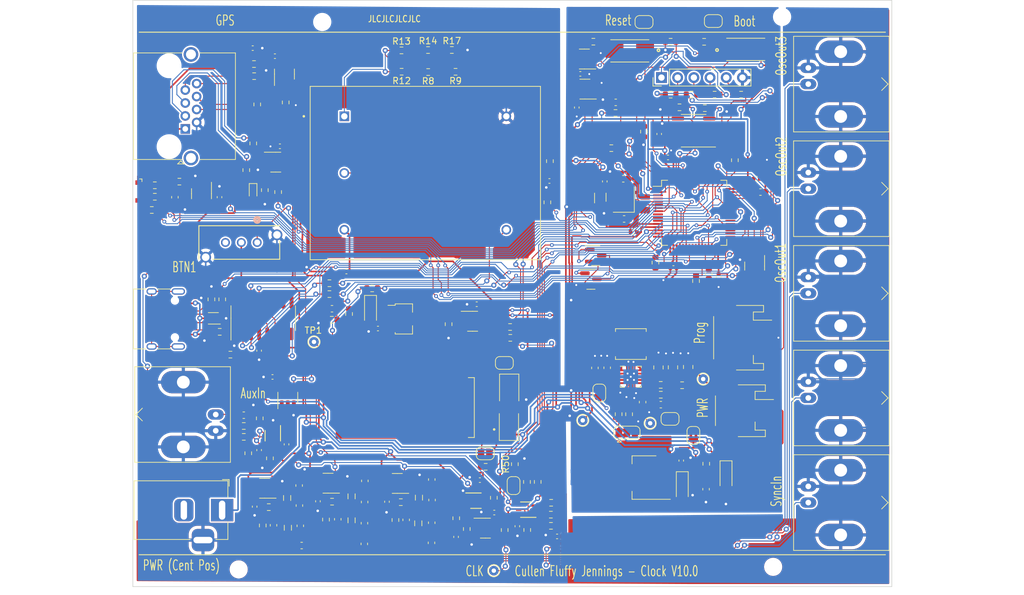
<source format=kicad_pcb>
(kicad_pcb (version 20221018) (generator pcbnew)
  (title_block (title "Clock") (date "2024-01-09") (rev "V10.0") (company "Cullen Jennings"))
  (layers (0 "F.Cu" signal) (31 "B.Cu" power) (34 "B.Paste" user) (35 "F.Paste" user) (36 "B.SilkS" user "B.Silkscreen") (37 "F.SilkS" user "F.Silkscreen") (38 "B.Mask" user) (39 "F.Mask" user) (44 "Edge.Cuts" user))
  (net 0 "")
  (net 1 "+3.3V")
  (net 2 "Net-(C3-Pad1)")
  (net 3 "Net-(C3-Pad2)")
  (net 4 "Net-(C6-Pad1)")
  (net 5 "/HSE_OUT")
  (net 6 "/HSE_IN")
  (net 7 "Net-(C13-Pad1)")
  (net 8 "Net-(C16-Pad2)")
  (net 9 "Net-(C19-Pad1)")
  (net 10 "Net-(C20-Pad1)")
  (net 11 "Net-(C21-Pad2)")
  (net 12 "+3.3VA")
  (net 13 "Net-(U8-+)")
  (net 14 "PPS_OUT")
  (net 15 "/LED3")
  (net 16 "Net-(C26-Pad1)")
  (net 17 "/AUD_OUT")
  (net 18 "Net-(U10-VCAP_1)")
  (net 19 "Net-(U10-VCAP_2)")
  (net 20 "/BOOT1")
  (net 21 "/NROW5")
  (net 22 "/LEDMR")
  (net 23 "Net-(Q1-D)")
  (net 24 "/LEDMG")
  (net 25 "/LEDMY")
  (net 26 "GND")
  (net 27 "Net-(D4-K)")
  (net 28 "/GPS_RX1H")
  (net 29 "/NCOL10")
  (net 30 "/NROW1")
  (net 31 "/NROW2")
  (net 32 "/NROW3")
  (net 33 "/NROW4")
  (net 34 "/LED4")
  (net 35 "/LED1")
  (net 36 "/LED2")
  (net 37 "/SWDIO")
  (net 38 "/SWDCLK")
  (net 39 "/LED7")
  (net 40 "/LED8")
  (net 41 "/USB_RX")
  (net 42 "/USB_TX")
  (net 43 "/SCL")
  (net 44 "/AUD_IN")
  (net 45 "/LED9")
  (net 46 "/LED10")
  (net 47 "/DB3")
  (net 48 "/SDA")
  (net 49 "/NRST")
  (net 50 "/BOOT0")
  (net 51 "Net-(Y1-VREF)")
  (net 52 "Net-(J10-In)")
  (net 53 "+5VA")
  (net 54 "+5V")
  (net 55 "/GPS_RX1")
  (net 56 "/GPS_TX1")
  (net 57 "/GPS_RX2H")
  (net 58 "Net-(J5-Pin_2)")
  (net 59 "GPS_PPS")
  (net 60 "SYNC_IN")
  (net 61 "/NCOL8")
  (net 62 "Net-(U1--)")
  (net 63 "Net-(R2-Pad2)")
  (net 64 "Net-(R4-Pad1)")
  (net 65 "Net-(R6-Pad2)")
  (net 66 "Net-(R8-Pad1)")
  (net 67 "OSC_ADJ")
  (net 68 "Net-(R12-Pad1)")
  (net 69 "Net-(U5--)")
  (net 70 "/10Mhz2.5V")
  (net 71 "/OCXO_OUT")
  (net 72 "Net-(R10-Pad2)")
  (net 73 "/GPS_EN")
  (net 74 "Net-(U4--)")
  (net 75 "Net-(R13-Pad2)")
  (net 76 "Net-(R14-Pad2)")
  (net 77 "Net-(U6-LE{slash}HYS)")
  (net 78 "Net-(U8-LE{slash}HYS)")
  (net 79 "Net-(R25-Pad2)")
  (net 80 "+6V")
  (net 83 "Net-(J9-In)")
  (net 84 "Net-(C12-Pad1)")
  (net 85 "Net-(U6-OUT)")
  (net 87 "Net-(J3-In)")
  (net 88 "CLK")
  (net 89 "/NCOL7")
  (net 90 "Net-(U8-OUT)")
  (net 92 "/NCOL6")
  (net 93 "/NCOL5")
  (net 94 "/NCOL4")
  (net 95 "/NCOL3")
  (net 96 "/BTN1")
  (net 97 "AUX_GPS_PPS")
  (net 98 "/NCOL2")
  (net 99 "/Vadj")
  (net 100 "Net-(R63-Pad2)")
  (net 101 "Net-(Q9-D)")
  (net 102 "Net-(Q10-D)")
  (net 103 "Net-(J5-Pin_3)")
  (net 104 "/GPS_TX1H")
  (net 105 "/GPS_TX2H")
  (net 106 "/GPS_EXT_PPS")
  (net 107 "Net-(J13-In)")
  (net 108 "Net-(J11-In)")
  (net 109 "Net-(U6-+)")
  (net 110 "/NCOL1")
  (net 111 "/NCOL9")
  (net 112 "VBUS")
  (net 113 "Net-(J4-CC1)")
  (net 114 "Net-(J4-D+-PadA6)")
  (net 115 "Net-(J4-D--PadA7)")
  (net 117 "Net-(J4-CC2)")
  (net 119 "unconnected-(J4-SHIELD-PadS1)")
  (net 120 "Net-(U14-UD+)")
  (net 121 "Net-(U14-UD-)")
  (net 128 "/USB_DTR")
  (net 129 "/USB_RTS")
  (net 131 "Net-(JP1-A)")
  (net 132 "Net-(JP2-A)")
  (net 133 "Net-(R41-Pad1)")
  (net 134 "Net-(R42-Pad2)")
  (net 136 "Net-(U16-+)")
  (net 137 "Net-(J7-In)")
  (net 138 "Net-(U16--)")
  (net 139 "Net-(U16-LE{slash}HYS)")
  (net 140 "AUX_CLK")
  (net 141 "Net-(U16-OUT)")
  (net 144 "Net-(J5-Pin_4)")
  (net 145 "Net-(J5-Pin_5)")
  (net 146 "Net-(JP3-A)")
  (net 147 "Net-(JP4-A)")
  (net 148 "Net-(R48-Pad1)")
  (net 149 "Net-(R49-Pad2)")
  (net 150 "Net-(U14-TXD)")
  (net 151 "/MON_PPS")
  (net 152 "Net-(U14-RXD)")
  (net 153 "Net-(U10-PA0)")
  (net 154 "Net-(U10-PA15)")
  (net 155 "/AUX_MON_PPS")
  (net 156 "AUX_SYNC_IN")
  (net 157 "Net-(JP5-A)")
  (net 159 "Net-(R72-Pad1)")
  (net 160 "Net-(D5-BK)")
  (net 161 "Net-(D5-GK)")
  (net 162 "Net-(D5-RK)")
  (net 163 "Net-(R52-Pad2)")
  (net 166 "/FVIN")
  (net 167 "/FVOUT")
  (net 168 "/FL1")
  (net 169 "/FL2")
  (net 170 "Net-(U23-VAUX)")
  (net 171 "Net-(U23-EN)")
  (net 172 "Net-(U23-PS{slash}SYNC)")
  (net 173 "Net-(JP8-B)")
  (net 174 "Net-(JP7-C)")
  (net 175 "Net-(JP8-A)")
  (net 176 "Net-(R31-Pad1)")
  (net 177 "Net-(U23-PG)")
  (footprint "Capacitor_SMD:C_0402_1005Metric" (layer "F.Cu") (at 161.523736 122.127545 180)
    (fp_text reference "C48" hide)
    (fp_text value "100n")
  )
  (footprint "Capacitor_Tantalum_SMD:CP_EIA-3528-21_Kemet-B" (layer "F.Cu") (at 153.97093 104.603704 90)
    (fp_text reference "C44" hide)
    (fp_text value "33u")
  )
  (footprint "Resistor_SMD:R_0603_1608Metric" (layer "F.Cu") (at 160.546684 118.708884)
    (fp_text reference "R25" hide)
    (fp_text value "270R")
  )
  (footprint "Resistor_SMD:R_0603_1608Metric" (layer "F.Cu") (at 113.1 109.075 -90)
    (fp_text reference "R44" hide)
    (fp_text value "1K0")
  )
  (footprint "Resistor_SMD:R_0603_1608Metric" (layer "F.Cu") (at 97.975 70.9 180)
    (fp_text reference "R70" hide)
    (fp_text value "150R")
  )
  (footprint "Capacitor_SMD:C_0603_1608Metric" (layer "F.Cu") (at 172.029623 72.30405 180)
    (fp_text reference "C29" hide)
    (fp_text value "33p" hide)
  )
  (footprint "Capacitor_SMD:C_0402_1005Metric" (layer "F.Cu") (at 169 66.42 90)
    (fp_text reference "C55" hide)
    (fp_text value "100n")
  )
  (footprint "Capacitor_SMD:C_0402_1005Metric" (layer "F.Cu") (at 173.526407 74.366391 180)
    (fp_text reference "C30" hide)
    (fp_text value "100n")
  )
  (footprint "Resistor_SMD:R_0603_1608Metric" (layer "F.Cu") (at 113.884858 60.453969 -90)
    (fp_text reference "R1" hide)
    (fp_text value "100R")
  )
  (footprint "Resistor_SMD:R_0603_1608Metric" (layer "F.Cu") (at 184.687901 54.922735 180)
    (fp_text reference "R58" hide)
    (fp_text value "1K5")
  )
  (footprint "Diode_SMD:D_SOD-523" (layer "F.Cu") (at 113.85529 68.013075 -90)
    (fp_text reference "D4" hide)
    (fp_text value "SDM20U30-7")
  )
  (footprint "Resistor_SMD:R_0603_1608Metric" (layer "F.Cu") (at 137.123484 45.861577)
    (fp_text reference "R13")
    (fp_text value "1K5")
  )
  (footprint "Package_TO_SOT_SMD:SOT-23-5" (layer "F.Cu") (at 105.765579 68.34588 -90)
    (fp_text reference "U2" hide)
    (fp_text value "SN74LVC1G14DBV" hide)
  )
  (footprint "Resistor_SMD:R_0603_1608Metric" (layer "F.Cu") (at 102.3 66.45 180)
    (fp_text reference "R4" hide)
    (fp_text value "200R")
  )
  (footprint "Resistor_SMD:R_0603_1608Metric" (layer "F.Cu") (at 145.709543 119.271641 -90)
    (fp_text reference "R19" hide)
    (fp_text value "1K0")
  )
  (footprint "Jumper:SolderJumper-3_P1.3mm_Bridged2Bar12_RoundedPad1.0x1.5mm" (layer "F.Cu") (at 172.481776 105.825627)
    (fp_text reference "JP7" hide)
    (fp_text value "SolderJumper_3_Bridged12")
  )
  (footprint "Resistor_SMD:R_0603_1608Metric" (layer "F.Cu") (at 116.5 109.875 -90)
    (fp_text reference "R45" hide)
    (fp_text value "130K")
  )
  (footprint "Resistor_SMD:R_0603_1608Metric" (layer "F.Cu") (at 172.809529 102.951601 90)
    (fp_text reference "R30" hide)
    (fp_text value "1K0")
  )
  (footprint "Resistor_SMD:R_0603_1608Metric" (layer "F.Cu") (at 141.2875 45.8)
    (fp_text reference "R14")
    (fp_text value "330R")
  )
  (footprint "Package_TO_SOT_SMD:SOT-23-5" (layer "F.Cu") (at 165.798391 47.216666 180)
    (fp_text reference "U22" hide)
    (fp_text value "74LVC1G00")
  )
  (footprint "Capacitor_SMD:C_0603_1608Metric" (layer "F.Cu") (at 101.6 68.9 90)
    (fp_text reference "C4" hide)
    (fp_text value "47p")
  )
  (footprint "Resistor_SMD:R_0603_1608Metric" (layer "F.Cu") (at 137.145135 49.203535 180)
    (fp_text reference "R12")
    (fp_text value "1K5")
  )
  (footprint "Inductor_SMD:L_0805_2012Metric" (layer "F.Cu") (at 139.860018 116.041596 -90)
    (fp_text reference "L5" hide)
    (fp_text value "1uH")
  )
  (footprint "Inductor_SMD:L_0805_2012Metric" (layer "F.Cu") (at 119.197691 116.096667 -90)
    (fp_text reference "L1" hide)
    (fp_text value "1uH")
  )
  (footprint "Jumper:SolderJumper-2_P1.3mm_Open_RoundedPad1.0x1.5mm" (layer "F.Cu") (at 150.25 109.1)
    (fp_text reference "JP5" hide)
    (fp_text value "SolderJumper_2_Open")
  )
  (footprint "Crystal:Crystal_SMD_3225-4Pin_3.2x2.5mm" (layer "F.Cu") (at 171.976566 69.249152 90)
    (fp_text reference "Y2" hide)
    (fp_text value "16MHz " hide)
  )
  (footprint "Capacitor_SMD:C_0603_1608Metric" (layer "F.Cu") (at 137.85159 119.529037 -90)
    (fp_text reference "C21" hide)
    (fp_text value "1n0" hide)
  )
  (footprint "Package_TO_SOT_SMD:SOT-666" (layer "F.Cu") (at 107.625 87.9 180)
    (fp_text reference "U15" hide)
    (fp_text value "USBLC6-2P6")
  )
  (footprint "Connector_JST:JST_PH_S3B-PH-SM4-TB_1x03-1MP_P2.00mm_Horizontal" (layer "F.Cu") (at 190.581043 90.945447 -90)
    (fp_text reference "J2" hide)
    (fp_text value "Conn_01x03")
  )
  (footprint "Capacitor_SMD:C_0603_1608Metric" (layer "F.Cu") (at 121.262774 120.463708 -90)
    (fp_text reference "C8" hide)
    (fp_text value "330p")
  )
  (footprint "Capacitor_SMD:C_0402_1005Metric" (layer "F.Cu") (at 124.026554 116.615951 -90)
    (fp_text reference "C10" hide)
    (fp_text value "100n")
  )
  (footprint "Resistor_SMD:R_0603_1608Metric" (layer "F.Cu") (at 154.9 110.7875 90)
    (fp_text reference "R50")
    (fp_text value "10K")
  )
  (footprint "Capacitor_Tantalum_SMD:CP_EIA-3216-18_Kemet-A" (layer "F.Cu") (at 132.266903 86.620691 -90)
    (fp_text reference "C34" hide)
    (fp_text value "10u")
  )
  (footprint "Resistor_SMD:R_0603_1608Metric" (layer "F.Cu") (at 150.325 111.2)
    (fp_text reference "R69" hide)
    (fp_text value "1K0")
  )
  (footprint "Capacitor_SMD:C_0402_1005Metric" (layer "F.Cu") (at 145.680486 122.201539 -90)
    (fp_text reference "C49" hide)
    (fp_text value "100n")
  )
  (footprint "Resistor_SMD:R_0603_1608Metric" (layer "F.Cu") (at 126.237951 116.672326)
    (fp_text reference "R6" hide)
    (fp_text value "510R")
  )
  (footprint "Resistor_SMD:R_0603_1608Metric" (layer "F.Cu") (at 160 69.7 -90)
    (fp_text reference "R24" hide)
    (fp_text value "1K0")
  )
  (footprint "Resistor_SMD:R_0603_1608Metric" (layer "F.Cu") (at 167.20829 44.491065 180)
    (fp_text reference "R42" hide)
    (fp_text value "330R")
  )
  (footprint "Capacitor_Tantalum_SMD:CP_EIA-3216-18_Kemet-A" (layer "F.Cu") (at 181.147163 114.287576 -90)
    (fp_text reference "C41" hide)
    (fp_text value "10u")
  )
  (footprint "Resistor_SMD:R_0603_1608Metric" (layer "F.Cu") (at 114.9 103.6 90)
    (fp_text reference "R47" hide)
    (fp_text value "100R")
  )
  (footprint "Resistor_SMD:R_0603_1608Metric" (layer "F.Cu") (at 132.525 83.2)
    (fp_text reference "R56" hide)
    (fp_text value "1K0")
  )
  (footprint "Resistor_SMD:R_0603_1608Metric" (layer "F.Cu") (at 170.025 61.2)
    (fp_text reference "R72" hide)
    (fp_text value "1K0")
  )
  (footprint "Capacitor_SMD:C_0603_1608Metric" (layer "F.Cu") (at 117.060869 120.374589 -90)
    (fp_text reference "C3" hide)
    (fp_text value "1n0")
  )
  (footprint "Capacitor_SMD:C_0603_1608Metric" (layer "F.Cu") (at 141.861992 119.97827 -90)
    (fp_text reference "C22" hide)
    (fp_text value "220p")
  )
  (footprint "Connector_JST:JST_PH_S2B-PH-SM4-TB_1x02-1MP_P2.00mm_Horizontal" (layer "F.Cu") (at 190.861983 102.404043 -90)
    (fp_text reference "J8" hide)
    (fp_text value "Conn_01x02" hide)
  )
  (footprint "Package_TO_SOT_SMD:SOT-23-5" (layer "F.Cu") (at 148.275247 88.362747)
    (fp_text reference "U3" hide)
    (fp_text value "SN74LVC1G14DBV" hide)
  )
  (footprint "Resistor_SMD:R_0603_1608Metric" (layer "F.Cu") (at 158.479459 113.570015 90)
    (fp_text reference "R61" hide)
    (fp_text value "1K0")
  )
  (footprint "Capacitor_SMD:C_0603_1608Metric" (layer "F.Cu") (at 141.916095 116.414035 90)
    (fp_text reference "C20" hide)
    (fp_text value "330p")
  )
  (footprint "Capacitor_SMD:C_0805_2012Metric" (layer "F.Cu") (at 179.693812 95.5942 90)
    (fp_text reference "C65" hide)
    (fp_text value "22uF")
  )
  (footprint "TestPoint:TestPoint_THTPad_D1.5mm_Drill0.7mm" (layer "F.Cu") (at 165.542426 103.914421)
    (fp_text reference "TP2" hide)
    (fp_text value "~")
  )
  (footprint "Capacitor_SMD:C_0402_1005Metric" (layer "F.Cu") (at 179.765254 80.00703 180)
    (fp_text reference "C32" hide)
    (fp_text value "100n")
  )
  (footprint "Capacitor_Tantalum_SMD:CP_EIA-3528-21_Kemet-B" (layer "F.Cu") (at 154.012691 99.107859 -90)
    (fp_text reference "C42" hide)
    (fp_text value "33u")
  )
  (footprint "Connector_RJ:RJ45_Amphenol_RJHSE5380" (layer "F.Cu") (at 103.226294 58.178459 90)
    (fp_text reference "J1" hide)
    (fp_text value "RJ45" hide)
  )
  (footprint "Resistor_SMD:R_0603_1608Metric" (layer "F.Cu") (at 137.017879 116.747687)
    (fp_text reference "R10" hide)
    (fp_text value "510R")
  )
  (footprint "Capacitor_SMD:C_0603_1608Metric" (layer "F.Cu") (at 193.408514 68.08797 180)
    (fp_text reference "C40" hide)
    (fp_text value "2u2")
  )
  (footprint "MountingHole:MountingHole_2.2mm_M2" (layer "F.Cu") (at 196.8 40.6)
    (fp_text reference "H2" hide)
    (fp_text value "M2")
  )
  (footprint "Resistor_SMD:R_0603_1608Metric" (layer "F.Cu") (at 160.397708 63.238267 90)
    (fp_text reference "R23" hide)
    (fp_text value "22K")
  )
  (footprint "Capacitor_SMD:C_0805_2012Metric" (layer "F.Cu") (at 182.072889 95.537263 90)
    (fp_text reference "C61" hide)
    (fp_text value "22uF")
  )
  (footprint "Resistor_SMD:R_0603_1608Metric" (layer "F.Cu") (at 145.598923 49.213828 180)
    (fp_text reference "R9")
    (fp_text value "2R")
  )
  (footprint "blinky_footprints:SC70_DCK_TEX" (layer "F.Cu") (at 116.950001 106.32395 -90)
    (fp_text reference "U16" hide)
    (fp_text value "TLV3603DCKR")
  )
  (footprint "Capacitor_SMD:C_0402_1005Metric" (layer "F.Cu") (at 164.611579 54.82462 -90)
    (fp_text reference "C58" hide)
    (fp_text value "100n")
  )
  (footprint "Capacitor_SMD:C_0402_1005Metric" (layer "F.Cu") (at 117.27927 46.763473 180)
    (fp_text reference "C56" hide)
    (fp_text value "100n")
  )
  (footprint "Resistor_SMD:R_0603_1608Metric" (layer "F.Cu") (at 181.124019 98.399292 180)
    (fp_text reference "R75" hide)
    (fp_text value "12K")
  )
  (footprint "Package_SON:Texas_S-PWSON-N10_ThermalVias" (layer "F.Cu") (at 173.073016 97.070679)
    (fp_text reference "U23" hide)
    (fp_text value "TPS63060")
  )
  (footprint "Capacitor_Tantalum_SMD:CP_EIA-3216-18_Kemet-A" (layer "F.Cu") (at 188.009145 112.575545 -90)
    (fp_text reference "C43" hide)
    (fp_text value "10u")
  )
  (footprint "blinky_footprints:SC70_DCK_TEX" (layer "F.Cu") (at 148.794839 116.516402)
    (fp_text reference "U6" hide)
    (fp_text value "TLV3603DCKR")
  )
  (footprint "Package_TO_SOT_SMD:SOT-563" (layer "F.Cu") (at 168.3 68.9 90)
    (fp_text reference "U18" hide)
    (fp_text value "TMP102xxDRL")
  )
  (footprint "Package_TO_SOT_SMD:SOT-223-3_TabPin2" (layer "F.Cu") (at 175.18485 112.892386 180)
    (fp_text reference "U11" hide)
    (fp_text value "AMS1117-3.3" hide)
  )
  (footprint "Capacitor_SMD:C_0402_1005Metric" (layer "F.Cu") (at 180.987179 110.226329 -90)
    (fp_text reference "C39" hide)
    (fp_text value "100n")
  )
  (footprint "Resistor_SMD:R_0603_1608Metric" (layer "F.Cu") (at 177.785194 99.889561 180)
    (fp_text reference "R53" hide)
    (fp_text value "12K")
  )
  (footprint "Package_TO_SOT_SMD:SOT-23-5" (layer "F.Cu") (at 119.3 100.3 90)
    (fp_text reference "U17" hide)
    (fp_text value "SN74LVC1G14DBV")
  )
  (footprint "Resistor_SMD:R_0603_1608Metric" (layer "F.Cu") (at 112.4 104.8)
    (fp_text reference "R46" hide)
    (fp_text value "100R")
  )
  (footprint "Package_TO_SOT_SMD:SOT-23" (layer "F.Cu") (at 192.5 79.7 -90)
    (fp_text reference "Q1" hide)
    (fp_text value "2N7002")
  )
  (footprint "Inductor_SMD:L_0805_2012Metric" (layer "F.Cu") (at 139.757605 120.069838 90)
    (fp_text reference "L6" hide)
    (fp_text value "1uH")
  )
  (footprint "Resistor_SMD:R_0603_1608Metric" (layer "F.Cu") (at 145.019305 45.793289)
    (fp_text reference "R17")
    (fp_text value "20R")
  )
  (footprint "Resistor_SMD:R_0603_1608Metric" (layer "F.Cu") (at 114 48 180)
    (fp_text reference "R33" hide)
    (fp_text value "4K7")
  )
  (footprint "blinky_footprints:BNC_Amphenol_B6252HB-NPP3G-50_Horizontal-CJ" (layer "F.Cu") (at 203.407239 116.815525 -90)
    (fp_text reference "J9" hide)
    (fp_text value "KH-BNC50-3511")
  )
  (footprint "Resistor_SMD:R_0603_1608Metric" (layer "F.Cu") (at 156.8 113.574903 -90)
    (fp_text reference "R60" hide)
    (fp_text value "1K0")
  )
  (footprint "Connector_USB:USB_C_Receptacle_HRO_TYPE-C-31-M-12" (layer "F.Cu") (at 99 88 -90)
    (fp_text reference "J4" hide)
    (fp_text value "USB_C_Receptacle")
  )
  (footprint "MountingHole:MountingHole_2.2mm_M2" (layer "F.Cu") (at 195.4 126.9)
    (fp_text reference "H3" hide)
    (fp_text value "M2")
  )
  (footprint "TestPoint:TestPoint_THTPad_D1.5mm_Drill0.7mm" (layer "F.Cu") (at 184.431059 97.429813)
    (fp_text reference "TP3" hide)
    (fp_text value "~")
  )
  (footprint "Resistor_SMD:R_0603_1608Metric" (layer "F.Cu") (at 128.902118 87.220777 -90)
    (fp_text reference "R15" hide)
    (fp_text value "100R")
  )
  (footprint "Resistor_SMD:R_0603_1608Metric" (layer "F.Cu") (at 98.45 67.025)
    (fp_text reference "R74" hide)
    (fp_text value "47R")
  )
  (footprint "Connector_BarrelJack:BarrelJack_Horizontal" (layer "F.Cu") (at 109 118)
    (fp_text reference "J14" hide)
    (fp_text value "DC-005B-2.5A-2.0")
  )
  (footprint "Capacitor_SMD:C_0402_1005Metric" (layer "F.Cu") (at 177.531099 58.97375 -90)
    (fp_text reference "C47" hide)
    (fp_text value "100n")
  )
  (footprint "Resistor_SMD:R_0603_1608Metric" (layer "F.Cu") (at 179.325 52.8)
    (fp_text reference "R65" hide)
    (fp_text value "1K0")
  )
  (footprint "Connector_PinHeader_2.54mm:PinHeader_1x06_P2.54mm_Vertical" (layer "F.Cu") (at 177.885 50.125 90)
    (fp_text reference "J5" hide)
    (fp_text value "Conn_01x06_Pin")
  )
  (footprint "Resistor_SMD:R_0603_1608Metric" (layer "F.Cu") (at 170.679967 55.681887)
    (fp_text reference "R27" hide)
    (fp_text value "4K7" hide)
  )
  (footprint "Resistor_SMD:R_0603_1608Metric" (layer "F.Cu") (at 141.310984 49.252133 180)
    (fp_text reference "R8")
    (fp_text value "270R")
  )
  (footprint "Capacitor_SMD:C_0603_1608Metric" (layer "F.Cu") (at 131.383802 113.413302 90)
    (fp_text reference "C12" hide)
    (fp_text value "150p")
  )
  (footprint "Capacitor_SMD:C_0402_1005Metric" (layer "F.Cu") (at 134.848863 116.685137 -90)
    (fp_text reference "C17" hide)
    (fp_text value "100n" hide)
  )
  (footprint "Resistor_SMD:R_0603_1608Metric" (layer "F.Cu") (at 160.591774 116.845175 180)
    (fp_text reference "R22" hide)
    (fp_text value "1K0")
  )
  (footprint "Resistor_SMD:R_0603_1608Metric" (layer "F.Cu") (at 109.025 84.925 90)
    (fp_text reference "R39" hide)
    (fp_text value "1K0")
  )
  (footprint "Capacitor_SMD:C_0805_2012Metric" (layer "F.Cu") (at 177.416793 95.611831 90)
    (fp_text reference "C64" hide)
    (fp_text value "22uF")
  )
  (footprint "Capacitor_SMD:C_0603_1608Metric" (layer "F.Cu") (at 169.370769 95.660376 90)
    (fp_text reference "C60" hide)
    (fp_text value "10uF")
  )
  (footprint "Capacitor_SMD:C_0603_1608Metric" (layer "F.Cu") (at 184.876074 114.715056 90)
    (fp_text reference "C37" hide)
    (fp_text value "100n")
  )
  (footprint "Resistor_SMD:R_0603_1608Metric" (layer "F.Cu") (at 115.695193 67.784278 90)
    (fp_text reference "R36" hide)
    (fp_text value "4K7")
  )
  (footprint "Capacitor_SMD:C_0402_1005Metric" (layer "F.Cu") (at 118.061207 60.905621 180)
    (fp_text reference "C57" hide)
    (fp_text value "100n")
  )
  (footprint "blinky_footprints:SW_147873-2" (layer "F.Cu") (at 191.1 45.7)
    (fp_text reference "S3" hide)
    (fp_text value "147873-2")
  )
  (footprint "Capacitor_SMD:C_0402_1005Metric" (layer "F.Cu") (at 119.1 107.68 90)
    (fp_text reference "C52" hide)
    (fp_text value "100n")
  )
  (footprint "Capacitor_SMD:C_0402_1005Metric" (layer "F.Cu") (at 149.415157 113.290964 180)
    (fp_text reference "C25" hide)
    (fp_text value "100n")
  )
  (footprint "Jumper:SolderJumper-2_P1.3mm_Bridged2Bar_RoundedPad1.0x1.5mm" (layer "F.Cu") (at 186.015897 41.254488)
    (fp_text reference "JP2" hide)
    (fp_text value "SolderJumper_2_Bridged")
  )
  (footprint "Capacitor_SMD:C_0603_1608Metric" (layer "F.Cu") (at 131.318747 120.04912 -90)
    (fp_text reference "C15" hide)
    (fp_text value "220p")
  )
  (footprint "Package_SO:SOIC-8_3.9x4.9mm_P1.27mm" (layer "F.Cu") (at 182.924657 58.463107 180)
    (fp_text reference "U13" hide)
    (fp_text value "M24C02-RMN")
  )
  (footprint "Capacitor_SMD:C_0603_1608Metric" (layer "F.Cu") (at 141.829295 123.134833 90)
    (fp_text reference "C23" hide)
    (fp_text value "150p")
  )
  (footprint "Package_QFP:LQFP-64_10x10mm_P0.5mm" (layer "F.Cu") (at 183.015261 71.341385)
    (fp_text reference "U10" hide)
    (fp_text value "STM32F405RGTx" hide)
  )
  (footprint "Jumper:SolderJumper-2_P1.3mm_Bridged2Bar_RoundedPad1.0x1.5mm" (layer "F.Cu") (at 168.142561 99.619849 90)
    (fp_text reference "JP6" hide)
    (fp_text value "SolderJumper_2_Bridged")
  )
  (footprint "Resistor_SMD:R_0603_1608Metric" (layer "F.Cu") (at 144.510715 88.821532 -90)
    (fp_text reference "R5" hide)
    (fp_text value "1K0")
  )
  (footprint "Resistor_SMD:R_0603_1608Metric" (layer "F.Cu") (at 186.225 52.8 180)
    (fp_text reference "R66" hide)
    (fp_text value "1K0")
  )
  (footprint "blinky_footprints:LED_RGB_MHS110FRGBCT" (layer "F.Cu") (at 95.25 68 -90)
    (fp_text reference "D5" hide)
    (fp_text value "LED_ABGR")
  )
  (footprint "Inductor_SMD:L_0805_2012Metric" (layer "F.Cu") (at 129.299777 119.598125 90)
    (fp_text reference "L4" hide)
    (fp_text value "1uH")
  )
  (footprint "Resistor_SMD:R_0603_1608Metric" (layer "F.Cu") (at 176.945154 79.157954 -90)
    (fp_text reference "R54" hide)
    (fp_text value "1K0")
  )
  (footprint "Capacitor_SMD:C_0402_1005Metric" (layer "F.Cu") (at 178.918971 62.656294)
    (fp_text reference "C31" hide)
    (fp_text value "100n")
  )
  (footprint "blinky_footprints:BNC_Amphenol_B6252HB-NPP3G-50_Horizontal-CJ" (layer "F.Cu") (at 203.407239 67.562845 -90)
    (fp_text reference "J13" hide)
    (fp_text value "KH-BNC50-3511")
  )
  (footprint "Capacitor_SMD:C_0603_1608Metric" (layer "F.Cu") (at 141.87436 113.200505 90)
    (fp_text reference "C19" hide)
    (fp_text value "150p")
  )
  (footprint "Resistor_SMD:R_0603_1608Metric" (layer "F.Cu") (at 112.789975 64.641055 90)
    (fp_text reference "R35" hide)
    (fp_text value "2K2")
  )
  (footprint "Resistor_SMD:R_0603_1608Metric" (layer "F.Cu") (at 151.605604 116.060027 -90)
    (fp_text reference "R18" hide)
    (fp_text value "130K")
  )
  (footprint "Resistor_SMD:R_0603_1608Metric" (layer "F.Cu") (at 182.6 52.8)
    (fp_text reference "R67" hide)
    (fp_text value "1K0")
  )
  (footprint "Capacitor_SMD:C_0402_1005Metric" (layer "F.Cu") (at 151.670491 118.38184 180)
    (fp_text reference "C46" hide)
    (fp_text value "100n")
  )
  (footprint "Resistor_SMD:R_0603_1608Metric" (layer "F.Cu") (at 98.45 68.825 180)
    (fp_text reference "R73" hide)
    (fp_text value "47R")
  )
  (footprint "Capacitor_SMD:C_0603_1608Metric" (layer "F.Cu") (at 174.927139 101.048943 90)
    (fp_text reference "C63" hide)
    (fp_text value "100n")
  )
  (footprint "Package_TO_SOT_SMD:SOT-23-5" (layer "F.Cu") (at 165.882818 51.936889 180)
    (fp_text reference "U21" hide)
    (fp_text value "74LVC1G86")
  )
  (footprint "Capacitor_SMD:C_0603_1608Metric" (layer "F.Cu") (at 177.785884 101.448274 180)
    (fp_text reference "C66" hide)
    (fp_text value "10pF")
  )
  (footprint "Capacitor_SMD:C_0402_1005Metric" (layer "F.Cu") (at 114.098835 117.454448 -90)
    (fp_text reference "C2" hide)
    (fp_text value "100n")
  )
  (footprint "Package_TO_SOT_SMD:SOT-23-6" (layer "F.Cu") (at 136.466289 113.805925 180)
    (fp_text reference "U5" hide)
    (fp_text value "ADA4807-1")
  )
  (footprint "Capacitor_SMD:C_0603_1608Metric" (layer "F.Cu") (at 127.136899 119.432852 -90)
    (fp_text reference "C16" hide)
    (fp_text value "1n0")
  )
  (footprint "Resistor_SMD:R_0603_1608Metric" (layer "F.Cu") (at 126.194719 88.126059 180)
    (fp_text reference "R16" hide)
    (fp_text value "100R")
  )
  (footprint "Capacitor_SMD:C_0603_1608Metric" (layer "F.Cu") (at 121.072494 114.139562 90)
    (fp_text reference "C5" hide)
    (fp_text value "150p")
  )
  (footprint "Capacitor_SMD:C_0603_1608Metric" (layer "F.Cu") (at 171.898597 66.011953)
    (fp_text reference "C28" hide)
    (fp_text value "33p" hide)
  )
  (footprint "Package_TO_SOT_SMD:SOT-23" (layer "F.Cu") (at 166.825 81.775)
    (fp_text reference "Q10" hide)
    (fp_text value "2N7002")
  )
  (footprint "Jumper:SolderJumper-2_P1.3mm_Bridged2Bar_RoundedPad1.0x1.5mm" (layer "F.Cu") (at 175.15 41.4)
    (fp_text reference "JP1" hide)
    (fp_text value "SolderJumper_2_Bridged")
  )
  (footprint "Resistor_SMD:R_0603_1608Metric" (layer "F.Cu") (at 110.3 93.6)
    (fp_text reference "R71" hide)
    (fp_text value "1K0")
  )
  (footprint "blinky_footprints:DPAK172P1054X200-6N" (layer "F.Cu") (at 144.958532 101.9 180)
    (fp_text reference "U12" hide)
    (fp_text value "BA50DD0WHFP-TR")
  )
  (footprint "blinky_footprints:SC70_DCK_TEX" (layer "F.Cu") (at 156.618042 117.926602 180)
    (fp_text reference "U8" hide)
    (fp_text value "TLV3603DCKR")
  )
  (footprint "Resistor_SMD:R_0603_1608Metric" (layer "F.Cu") (at 125.287505 119.482852 -90)
    (fp_text reference "R7" hide)
    (fp_text value "49R9")
  )
  (footprint "Resistor_SMD:R_0603_1608Metric" (layer "F.Cu") (at 177.774059 98.343698 180)
    (fp_text reference "R31" hide)
    (fp_text value "120K")
  )
  (footprint "Package_TO_SOT_SMD:SOT-89-3" (layer "F.Cu") (at 137.5 88)
    (fp_text reference "U9" hide)
    (fp_text value "L78L05_SOT89" hide)
  )
  (footprint "MountingHole:MountingHole_2.2mm_M2" (layer "F.Cu") (at 111.6 127.3)
    (fp_text reference "H4" hide)
    (fp_text value "M2")
  )
  (footprint "Resistor_SMD:R_0603_1608Metric" (layer "F.Cu") (at 179.325 44.5)
    (fp_text reference "R40" hide)
    (fp_text value "4K7")
  )
  (footprint "Resistor_SMD:R_0603_1608Metric" (layer "F.Cu") (at 180.712605 54.793116 180)
    (fp_text reference "R59" hide)
    (fp_text value "1K5")
  )
  (footprint "Jumper:SolderJumper-2_P1.3mm_Open_RoundedPad1.0x1.5mm" (layer "F.Cu") (at 179.232263 103.680821 180)
    (fp_text reference "JP8" hide)
    (fp_text value "SolderJumper_2_Open")
  )
  (footprint "Capacitor_SMD:C_0603_1608Metric" (layer "F.Cu") (at 121.121941 117.28325 90)
    (fp_text reference "C6" hide)
    (fp_text value "220p")
  )
  (footprint "blinky_footprints:SW_147873-2" (layer "F.Cu") (at 172.92064 45.934682 180)
    (fp_text reference "S1" hide)
    (fp_text value "147873-2")
  )
  (footprint "blinky_footprints:XTAL_AOCJY4A-10.000MHZ-SW" (layer "F.Cu") (at 140.8625 65.1)
    (fp_text reference "Y1" hide)
    (fp_text value "AOCJY4A-10.000MHZ-SW")
  )
  (footprint "Resistor_SMD:R_0603_1608Metric" (layer "F.Cu") (at 112.4 106.5)
    (fp_text reference "R43" hide)
    (fp_text value "1K0")
  )
  (footprint "Resistor_SMD:R_0603_1608Metric" (layer "F.Cu") (at 117.782878 68.089329 90)
    (fp_text reference "R52" hide)
    (fp_text value "1K0")
  )
  (footprint "Capacitor_SMD:C_0603_1608Metric" (layer "F.Cu") (at 185.306869 80.975492 90)
    (fp_text reference "C35" hide)
    (fp_text value "2u2")
  )
  (footprint "Capacitor_SMD:C_0603_1608Metric" (layer "F.Cu") (at 112.4 103.1)
    (fp_text reference "C54" hide)
    (fp_text value "100n")
  )
  (footprint "Capacitor_SMD:C_0402_1005Metric" (layer "F.Cu") (at 108.59247 68.890324 90)
    (fp_text reference "C11" hide)
    (fp_text value "100n" hide)
  )
  (footprint "Jumper:SolderJumper-2_P1.3mm_Bridged2Bar_RoundedPad1.0x1.5mm" (layer "F.Cu") (at 182.891881 106.270921 -90)
    (fp_text reference "JP9" hide)
    (fp_text value "SolderJumper_2_Bridged")
  )
  (footprint "Capacitor_SMD:C_0402_1005Metric" (layer "F.Cu") (at 148.92 85.690812 180)
    (fp_text reference "C9" hide)
    (fp_text value "100n" hide)
  )
  (footprint "Package_TO_SOT_SMD:SOT-23-5" (layer "F.Cu") (at 118.768639 49.578717 90)
    (fp_text reference "U19" hide)
    (fp_text value "SN74LVC1G14DBV" hide)
  )
  (footprint "Capacitor_SMD:C_0402_1005Metric" (layer "F.Cu") (at 155.288755 120.528871 -90)
    (fp_text reference "C45" hide)
    (fp_text value "100n")
  )
  (footprint "Package_TO_SOT_SMD:SOT-23-5" (layer "F.Cu") (at 117.410462 63.392636)
    (fp_text reference "U20" hide)
    (fp_text value "SN74LVC1G14DBV" hide)
  )
  (footprint "Capacitor_SMD:C_0603_1608Metric" (layer "F.Cu") (at 167.453121 95.687196 90)
    (fp_text reference "C62" hide)
    (fp_text value "10uF")
  )
  (footprint "Resistor_SMD:R_0603_1608Metric" (layer "F.Cu") (at 108.627889 90.01764 180)
    (fp_text reference "R37" hide)
    (fp_text value "5k1")
  )
  (footprint "Capacitor_SMD:C_0402_1005Metric" (layer "F.Cu") (at 128.487922 80.556742 180)
    (fp_text reference "C18" hide)
    (fp_text value "100n" hide)
  )
  (footprint "Resistor_SMD:R_0603_1608Metric" (layer "F.Cu") (at 114.025 49.9 180)
    (fp_text reference "R34" hide)
    (fp_text value "4K7")
  )
  (footprint "Resistor_SMD:R_0603_1608Metric" (layer "F.Cu") (at 154.150247 89.262747 180)
    (fp_text reference "R63" hide)
    (fp_text value "1K0")
  )
  (footprint "blinky_footprints:BNC_Amphenol_B6252HB-NPP3G-50_Horizontal-CJ" (layer "F.Cu") (at 203.407239 100.397963 -90)
    (fp_text reference "J10" hide)
    (fp_text value "KH-BNC50-3511")
  )
  (footprint "Capacitor_SMD:C_0603_1608Metric" (layer "F.Cu") (at 131.297213 123.300196 90)
    (fp_text reference "C14" hide)
    (fp_text value "150p")
  )
  (footprint "Resistor_SMD:R_0603_1608Metric" (layer "F.Cu") (at 115.370419 120.408346 -90)
    (fp_text reference "R3" hide)
    (fp_text value "49R9")
  )
  (footprint "Resistor_SMD:R_0603_1608Metric" (layer "F.Cu") (at 136.176106 119.551343 -90)
    (fp_text reference "R11" hide)
    (fp_text value "49R9")
  )
  (footprint "Jumper:SolderJumper-2_P1.3mm_Bridged2Bar_RoundedPad1.0x1.5mm" (layer "F.Cu") (at 153.25 94.9)
    (fp_text reference "JP4" hide)
    (fp_text value "SolderJumper_2_Bridged")
  )
  (footprint "Capacitor_SMD:C_0402_1005Metric" (layer "F.Cu") (at 116.9 97.1 180)
    (fp_text reference "C53" hide)
    (fp_text value "100n")
  )
  (footprint "Resistor_SMD:R_0603_1608Metric" (layer "F.Cu") (at 189.396305 63.093261 -90)
    (fp_text reference "R62" hide)
    (fp_text value "1K0")
  )
  (footprint "Capacitor_SMD:C_0603_1608Metric" (layer "F.Cu") (at 121.472691 123.559167 180)
    (fp_text reference "C7" hide)
    (fp_text value "150p")
  )
  (footprint "Resistor_SMD:R_0603_1608Metric" (layer "F.Cu") (at 175.146386 58.603834 -90)
    (fp_text reference "R28" hide)
    (fp_text value "4K7" hide)
  )
  (footprint "Resistor_SMD:R_0603_1608Metric" (layer "F.Cu") (at 118.964422 54.02638 90)
    (fp_text reference "R49" hide)
    (fp_text value "1K0")
  )
  (footprint "Capacitor_SMD:C_0603_1608Metric" (layer "F.Cu") (at 126.225 86.4)
    (fp_text reference "C24" hide)
    (fp_text value "100n" hide)
  )
  (footprint "Resistor_SMD:R_0603_1608Metric" (layer "F.Cu") (at 160.561714 120.467384 180)
    (fp_text reference "R26" hide)
    (fp_text value "22R0")
  )
  (footprint "Capacitor_SMD:C_0603_1608Metric" (layer "F.Cu") (at 170.714945 54.016308 180)
    (fp_text reference "C27" hide)
    (fp_text value "100n" hide)
  )
  (footprint "Capacitor_SMD:C_0603_1608Metric" (layer "F.Cu") (at 131.34007 116.72928 90)
    (fp_text reference "C13" hide)
    (fp_text value "330p")
  )
  (footprint "Resistor_SMD:R_0603_1608Metric" (layer "F.Cu") (at 156.840157 121.115759 -90)
    (fp_text reference "R21" hide)
    (fp_text value "130K")
  )
  (footprint "Resistor_SMD:R_0603_1608Metric" (layer "F.Cu") (at 183.306125 82.05023 90)
    (fp_text reference "R32" hide)
    (fp_text value "4K7")
  )
  (footprint "Package_TO_SOT_SMD:SOT-23-6" (layer "F.Cu") (at 125.612392 113.779459 180)
    (fp_text reference "U4" hide)
    (fp_text value "ADA4807-1")
  )
  (footprint "Package_SO:SOIC-16_3.9x9.9mm_P1.27mm" (layer "F.Cu") (at 115.445 87.875 90)
    (fp_text reference "U14" hide)
    (fp_text value "CH340C")
  )
  (footprint "Resistor_SMD:R_0603_1608Metric" (layer "F.Cu") (at 190.375 52.8 180)
    (fp_text reference "R68" hide)
    (fp_text value "1K0")
  )
  (footprint "Capacitor_SMD:C_0402_1005Metric" (layer "F.Cu") (at 114.8 92.98 -90)
    (fp_text reference "C50" hide)
    (fp_text value "100n")
  )
  (footprint "TestPoint:TestPoint_THTPad_D1.5mm_Drill0.7mm" (layer "F.Cu") (at 151.6 127.5 90)
    (fp_text reference "TP10" hide)
    (fp_text value "~")
  )
  (footprint "Capacitor_SMD:C_0402_1005Metric" (layer "F.Cu") (at 113.8 45.5)
    (fp_text reference "C1" hide)
    (fp_text value "100n" hide)
  )
  (footprint "Resistor_SMD:R_0603_1608Metric" (layer "F.Cu") (at 184.575062 44.51073)
    (fp_text reference "R41" hide)
    (fp_text value "330R")
  )
  (footprint "Capacitor_SMD:C_0402_1005Metric" (layer "F.Cu") (at 186.844757 81.396838 -90)
    (fp_text reference "C36" hide)
    (fp_text value "100n")
  )
  (footprint "blinky_footprints:BNC_Amphenol_B6252HB-NPP3G-50_Horizontal-CJ" (layer "F.Cu") (at 203.407239 51.145286 -90)
    (fp_text reference "J11" hide)
    (fp_text value "KH-BNC50-3511")
  )
  (footprint "Capacitor_SMD:C_0402_1005Metric" (layer "F.Cu") (at 165.164187 49.541452)
    (fp_text reference "C59" hide)
    (fp_text value "100n")
  )
  (footprint "Inductor_SMD:L_0805_2012Metric" (layer "F.Cu") (at 129.3 115.8375 -90)
    (fp_text reference "L3" hide)
    (fp_text value "1uH")
  )
  (footprint "Resistor_SMD:R_0603_1608Metric" (layer "F.Cu") (at 116.315244 117.531012)
    (fp_text reference "R2" hide)
    (fp_text value "510R")
  )
  (footprint "blinky_footprints:LC1258OASP" (layer "F.Cu") (at 114.5 76 -90)
    (fp_text reference "SW1" hide)
    (fp_text value "LC1258OASP")
  )
  (footprint "Capacitor_SMD:C_0402_1005Metric" (layer "F.Cu") (at 133.436234 89.505715)
    (fp_text reference "C33" hide)
    (fp_text value "100n")
  )
  (footprint "MountingHole:MountingHole_2.2mm_M2" (layer "F.Cu") (at 124.7 41.4)
    (fp_text reference "H1" hide)
    (fp_text value "M2")
  )
  (footprint "Resistor_SMD:R_0603_1608Metric" (layer "F.Cu") (at 184.910041 110.722087 -90)
    (fp_text reference "FB1" hide)
    (fp_text value "120Ω@100MHz " hide)
  )
  (footprint "Package_TO_SOT_SMD:SOT-23-5" (layer "F.Cu") (at 150.282351 120.831251)
    (fp_text reference "U7" hide)
    (fp_text value "SN74LVC1G14DBV")
  )
  (footprint "Resistor_SMD:R_0603_1608Metric" (layer "F.Cu") (at 154.184693 90.962083 180)
    (fp_text reference "R64" hide)
    (fp_text value "1K0")
  )
  (footprint "Resistor_SMD:R_0603_1608Metric" (layer "F.Cu") (at 107.325 84.925 -90)
    (fp_text reference "R38" hide)
    (fp_text value "5k1")
  )
  (footprint "Resistor_SMD:R_0603_1608Metric" (layer "F.Cu") (at 153.3 121.125 90)
    (fp_text reference "R57" hide)
    (fp_text value "1K0")
  )
  (footprint "Capacitor_SMD:C_0402_1005Metric" (layer "F.Cu") (at 192.813045 65.999424)
    (fp_text reference "C38" hide)
    (fp_text value "100n")
  )
  (footprint "Inductor_SMD:L_0805_2012Metric" (layer "F.Cu") (at 119.30803 120.767649 90)
    (fp_text reference "L2" hide)
    (fp_text value "1uH")
  )
  (footprint "TestPoint:TestPoint_THTPad_D1.5mm_Drill0.7mm" (layer "F.Cu") (at 176.118699 104.369683)
    (fp_text reference "TP4" hide)
    (fp_text value "~")
  )
  (footprint "Resistor_SMD:R_0603_1608Metric" (layer "F.Cu") (at 147.36205 120.964454 -90)
    (fp_text reference "R20" hide)
    (fp_text value "1K0")
  )
  (footprint "blinky_footprints:BNC_Amphenol_B6252HB-NPP3G-50_Horizontal-CJ" (layer "F.Cu") (at 105.5 103 90)
    (fp_text reference "J7" hide)
    (fp_text value "KH-BNC50-3511")
  )
  (footprint "Package_TO_SOT_SMD:SOT-23" (layer "F.Cu") (at 167.578346 78.04956)
    (fp_text reference "Q9" hide)
    (fp_text value "2N7002")
  )
  (footprint "Inductor_SMD:L_Coilcraft_XAL4020-XXX" (layer "F.Cu") (at 173.087303 91.938112)
    (fp_text reference "L7" hide)
    (fp_text value "1.5uH")
  )
  (footprint "Jumper:SolderJumper-2_P1.3mm_Bridged2Bar_RoundedPad1.0x1.5mm" (layer "F.Cu") (at 154.7 114.15 -90)
    (fp_text reference "JP3" hide)
    (fp_text value "SolderJumper_2_Bridged")
  )
  (footprint "Package_TO_SOT_SMD:SOT-23-6" (layer "F.Cu") (at 115.665152 114.570645 180)
    (fp_text reference "U1" hide)
    (fp_text value "ADA4807-1")
  )
  (footprint "Capacitor_SMD:C_0402_1005Metric" (layer "F.Cu") (at 160.319793 66.341636 180)
    (fp_text reference "C26" hide)
    (fp_text value "100n")
  )
  (footprint "Capacitor_SMD:C_0402_1005Metric" (layer "F.Cu") (at 114.8 108.58 -90)
    (fp_text reference "C51" hide)
    (fp_text value "100n")
  )
  (footprint "TestPoint:TestPoint_THTPad_D1.5mm_Drill0.7mm" (layer "F.Cu") (at 123.4 91.6)
    (fp_text reference "TP1")
    (fp_text value "~")
  )
  (footprint "blinky_footprints:BNC_Amphenol_B6252HB-NPP3G-50_Horizontal-CJ" (layer "F.Cu") (at 203.407239 83.980404 -90)
    (fp_text reference "J3" hide)
    (fp_text value "KH-BNC50-3511")
  )
  (footprint "Resistor_SMD:R_0603_1608Metric" (layer "F.Cu") (at 114.507746 54.338892 -90)
    (fp_text reference "R48" hide)
    (fp_text value "270R" hide)
  )
  (footprint "Resistor_SMD:R_0603_1608Metric" (layer "F.Cu") (at 125.825 84.1 180)
    (fp_text reference "R55" hide)
    (fp_text value "1K0")
  )
  (footprint "Resistor_SMD:R_0603_1608Metric" (layer "F.Cu") (at 125.825 82.4)
    (fp_text reference "R51" hide)
    (fp_text value "1K0")
  )
  (footprint "Resistor_SMD:R_0603_1608Metric" (layer "F.Cu") (at 171.169743 102.942067 90)
    (fp_text reference "R29" hide)
    (fp_text value "1K0")
  )
  (gr_line locked (start 96 43) (end 213 43) (stroke (width 0.15)) (layer "F.SilkS"))
  (gr_line (start 96 125) (end 213 125) (stroke (width 0.15)) (layer "F.SilkS"))
  (gr_line (start 214 130) (end 95 130) (stroke (width 0.1)) (layer "Edge.Cuts"))
  (gr_line (start 95 38) (end 214 38) (stroke (width 0.1)) (layer "Edge.Cuts"))
  (gr_line (start 214 38) (end 214 130) (stroke (width 0.1)) (layer "Edge.Cuts"))
  (gr_line (start 95 38) (end 95 130) (stroke (width 0.1)) (layer "Edge.Cuts"))
  (gr_text "Cullen Fluffy Jennings - Clock V10.0\n" (at 154.787152 128.510051) (layer "F.SilkS") (effects (font (size 1.6 1)) (justify left bottom)))
  (gr_text "CLK" (at 147.1 128.5) (layer "F.SilkS") (effects (font (size 1.6 1)) (justify left bottom)))
  (gr_text "Prog" (at 184.817696 91.985452 90) (layer "F.SilkS") (effects (font (size 1.6 1)) (justify left bottom)))
  (gr_text "OscOut3" (at 197.6 49.9 90) (layer "F.SilkS") (effects (font (size 1.6 1)) (justify left bottom)))
  (gr_text "PWR (Cent Pos)" (at 96.5 127.6) (layer "F.SilkS") (effects (font (size 1.6 1)) (justify left bottom)))
  (gr_text "OscOut2" (at 197.6 65.7 90) (layer "F.SilkS") (effects (font (size 1.6 1)) (justify left bottom)))
  (gr_text "JLCJLCJLCJLC" (at 131.8 41.5) (layer "F.SilkS") (effects (font (size 1 0.8)) (justify left bottom)))
  (gr_text "SyncIn" (at 196.837516 117.553162 90) (layer "F.SilkS") (effects (font (size 1.6 1)) (justify left bottom)))
  (gr_text "PWR" (at 185.292317 103.612068 90) (layer "F.SilkS") (effects (font (size 1.6 1)) (justify left bottom)))
  (gr_text "BTN1" (at 101.1 80.8) (layer "F.SilkS") (effects (font (size 1.6 1)) (justify left bottom)))
  (gr_text "GPS" (at 107.9 42.1) (layer "F.SilkS") (effects (font (size 1.6 1)) (justify left bottom)))
  (gr_text "OscOut1" (at 197.5 82.4 90) (layer "F.SilkS") (effects (font (size 1.6 1)) (justify left bottom)))
  (gr_text "Reset" (at 168.953363 42.084098) (layer "F.SilkS") (effects (font (size 1.6 1)) (justify left bottom)))
  (gr_text "AuxIn" (at 111.8 100.6) (layer "F.SilkS") (effects (font (size 1.6 1)) (justify left bottom)))
  (gr_text "Boot" (at 189.114206 42.233204) (layer "F.SilkS") (effects (font (size 1.6 1)) (justify left bottom)))
  (segment (start 111 81.6) (end 112 81.6) (width 0.25) (layer "F.Cu") (net 1))
  (segment (start 163.898859 49.590775) (end 164.634864 49.590775) (width 0.25) (layer "F.Cu") (net 1))
  (segment (start 121.725 93.375) (end 121.75 93.35) (width 0.25) (layer "F.Cu") (net 1))
  (segment (start 118.35 97.1) (end 117.38 97.1) (width 0.25) (layer "F.Cu") (net 1))
  (segment (start 119.1 96) (end 121.75 93.35) (width 0.25) (layer "F.Cu") (net 1))
  (segment (start 178.33485 112.892386) (end 181.101973 112.892386) (width 0.25) (layer "F.Cu") (net 1))
  (segment (start 191.440403 67.127409) (end 191.429598 67.116604) (width 0.25) (layer "F.Cu") (net 1))
  (segment (start 163.774086 63.2) (end 163.774086 58.454982) (width 0.25) (layer "F.Cu") (net 1))
  (segment (start 106.715579 69.48338) (end 106.731012 69.498813) (width 0.25) (layer "F.Cu") (net 1))
  (segment (start 164.489994 101.860181) (end 164.489994 84.789994) (width 0.25) (layer "F.Cu") (net 1))
  (segment (start 121.1 83.765686) (end 119.317157 81.982843) (width 0.25) (layer "F.Cu") (net 1))
  (segment (start 178.664043 59.596029) (end 178.372426 59.887645) (width 0.25) (layer "F.Cu") (net 1))
  (segment (start 168.7 64.1755) (end 168.3 64.5755) (width 0.25) (layer "F.Cu") (net 1))
  (segment (start 165.45 100.25427) (end 165.45 84.433446) (width 0.25) (layer "F.Cu") (net 1))
  (segment (start 178.415626 62.632949) (end 178.438971 62.656294) (width 0.25) (layer "F.Cu") (net 1))
  (segment (start 177.838338 83.214572) (end 178.545204 82.507706) (width 0.25) (layer "F.Cu") (net 1))
  (segment (start 164.684187 49.541452) (end 164.684187 48.189962) (width 0.25) (layer "F.Cu") (net 1))
  (segment (start 163.82315 71.025469) (end 163.774086 70.976405) (width 0.25) (layer "F.Cu") (net 1))
  (segment (start 118.547962 60.912376) (end 118.541207 60.905621) (width 0.25) (layer "F.Cu") (net 1))
  (segment (start 154.512747 87.412747) (end 154.525 87.425) (width 0.25) (layer "F.Cu") (net 1))
  (segment (start 166.316138 102.009896) (end 166.316138 101.497536) (width 0.25) (layer "F.Cu") (net 1))
  (segment (start 179.936157 83.665263) (end 187.124352 83.665263) (width 0.25) (layer "F.Cu") (net 1))
  (segment (start 182.583516 112.944194) (end 183.258896 112.268814) (width 0.25) (layer "F.Cu") (net 1))
  (segment (start 163.4 79.225109) (end 163.4 72.049229) (width 0.25) (layer "F.Cu") (net 1))
  (segment (start 110.917296 71.387299) (end 107.068311 71.387299) (width 0.25) (layer "F.Cu") (net 1))
  (segment (start 149.4 87.4) (end 149.412747 87.412747) (width 0.25) (layer "F.Cu") (net 1))
  (segment (start 191.44315 65.999424) (end 191.429598 65.985872) (width 0.25) (layer "F.Cu") (net 1))
  (segment (start 178.545204 82.507706) (end 180.245254 80.807656) (width 0.25) (layer "F.Cu") (net 1))
  (segment (start 194.8 50.683257) (end 190.35607 55.127187) (width 0.25) (layer "F.Cu") (net 1))
  (segment (start 106.715579 69.48338) (end 108.479414 69.48338) (width 0.15) (layer "F.Cu") (net 1))
  (segment (start 178.438971 62.656294) (end 178.438971 63.526484) (width 0.25) (layer "F.Cu") (net 1))
  (segment (start 181.537605 54.793116) (end 182.524134 54.793116) (width 0.15) (layer "F.Cu") (net 1))
  (segment (start 151.521167 119.779935) (end 151.419851 119.881251) (width 0.15) (layer "F.Cu") (net 1))
  (segment (start 186.87952 54.922735) (end 185.512901 54.922735) (width 0.15) (layer "F.Cu") (net 1))
  (segment (start 191.398543 62.17941) (end 191.429598 62.210465) (width 0.25) (layer "F.Cu") (net 1))
  (segment (start 188.690261 67.591385) (end 190.976427 67.591385) (width 0.25) (layer "F.Cu") (net 1))
  (segment (start 96.55 64.875) (end 109.669974 64.875) (width 0.25) (layer "F.Cu") (net 1))
  (segment (start 180.265261 77.016385) (end 180.265261 79.232063) (width 0.25) (layer "F.Cu") (net 1))
  (segment (start 187.124352 83.665263) (end 188.206847 82.582768) (width 0.25) (layer "F.Cu") (net 1))
  (segment (start 102.0108 78.8108) (end 104.8 81.6) (width 0.25) (layer "F.Cu") (net 1))
  (segment (start 152.150491 118.38184) (end 152.150491 118.878668) (width 0.15) (layer "F.Cu") (net 1))
  (segment (start 106.731012 71.279788) (end 102.0108 76) (width 0.25) (layer "F.Cu") (net 1))
  (segment (start 165.45 84.433446) (end 166.162648 83.720798) (width 0.25) (layer "F.Cu") (net 1))
  (segment (start 188.206847 82.582768) (end 188.206847 80.879475) (width 0.25) (layer "F.Cu") (net 1))
  (segment (start 188.206847 80.879475) (end 186.88212 80.879475) (width 0.25) (layer "F.Cu") (net 1))
  (segment (start 112 81.6) (end 118.934314 81.6) (width 0.25) (layer "F.Cu") (net 1))
  (segment (start 108.479414 69.48338) (end 108.59247 69.370324) (width 0.15) (layer "F.Cu") (net 1))
  (segment (start 121.1 92.6) (end 121.1 83.765686) (width 0.25) (layer "F.Cu") (net 1))
  (segment (start 163.774086 58.454982) (end 164.718467 57.510601) (width 0.25) (layer "F.Cu") (net 1))
  (segment (start 121.1 92.7) (end 121.75 93.35) (width 0.25) (layer "F.Cu") (net 1))
  (segment (start 121.725 101.425) (end 121.725 93.375) (width 0.25) (layer "F.Cu") (net 1))
  (segment (start 178.372426 59.887645) (end 178.415626 59.930845) (width 0.25) (layer "F.Cu") (net 1))
  (segment (start 152.6 118.26814) (end 152.711937 118.380077) (width 0.25) (layer "F.Cu") (net 1))
  (segment (start 114.8 92.5) (end 121 92.5) (width 0.25) (layer "F.Cu") (net 1))
  (segment (start 163.82315 71.626079) (end 163.82315 71.025469) (width 0.25) (layer "F.Cu") (net 1))
  (segment (start 183.27109 109.897087) (end 183.258896 109.884893) (width 0.25) (layer "F.Cu") (net 1))
  (segment (start 178.521764 59.45375) (end 178.664043 59.596029) (width 0.25) (layer "F.Cu") (net 1))
  (segment (start 163.774086 54.407326) (end 163.836792 54.34462) (width 0.25) (layer "F.Cu") (net 1))
  (segment (start 118.35 97.1) (end 118.35 96) (width 0.25) (layer "F.Cu") (net 1))
  (segment (start 119.317157 81.982843) (end 120.090324 81.209676) (width 0.25) (layer "F.Cu") (net 1))
  (segment (start 178.415626 60.30369) (end 178.415626 61.557487) (width 0.25) (layer "F.Cu") (net 1))
  (segment (start 186.88212 80.879475) (end 186.844757 80.916838) (width 0.25) (layer "F.Cu") (net 1))
  (segment (start 181.147163 112.937576) (end 181.153781 112.944194) (width 0.25) (layer "F.Cu") (net 1))
  (segment (start 161.38468 101.60918) (end 161.38468 87.425) (width 0.25) (layer "F.Cu") (net 1))
  (segment (start 172.125904 83.720798) (end 172.63213 83.214572) (width 0.25) (layer "F.Cu") (net 1))
  (segment (start 182.524134 54.793116) (end 182.808205 55.077187) (width 0.15) (layer "F.Cu") (net 1))
  (segment (start 163.45093 50.038704) (end 163.898859 49.590775) (width 0.25) (layer "F.Cu") (net 1))
  (segment (start 164.489994 84.789994) (end 163.475 83.775) (width 0.25) (layer "F.Cu") (net 1))
  (segment (start 161.35968 87.4) (end 161.38468 87.425) (width 0.25) (layer "F.Cu") (net 1))
  (segment (start 106.731012 69.498813) (end 106.731012 71.05) (width 0.25) (layer "F.Cu") (net 1))
  (segment (start 181.101973 112.892386) (end 181.147163 112.937576) (width 0.25) (layer "F.Cu") (net 1))
  (segment (start 164.450175 101.9) (end 164.489994 101.860181) (width 0.25) (layer "F.Cu") (net 1))
  (segment (start 194.5 48.2) (end 193.5 48.2) (width 0.25) (layer "F.Cu") (net 1))
  (segment (start 149.4 85.690812) (end 149.4 87.4) (width 0.25) (layer "F.Cu") (net 1))
  (segment (start 180.245254 79.25207) (end 180.265261 79.232063) (width 0.25) (layer "F.Cu") (net 1))
  (segment (start 118.35 99.1625) (end 118.35 97.1) (width 0.25) (layer "F.Cu") (net 1))
  (segment (start 178.438971 63.526484) (end 179.275718 64.363231) (width 0.25) (layer "F.Cu") (net 1))
  (segment (start 163.45093 54.08417) (end 163.45093 50.038704) (width 0.25) (layer "F.Cu") (net 1))
  (segment (start 180.245254 80.00703) (end 180.245254 79.25207) (width 0.25) (layer "F.Cu") (net 1))
  (segment (start 183.258896 108.947033) (end 183.258896 109.884893) (width 0.25) (layer "F.Cu") (net 1))
  (segment (start 172.03485 112.892386) (end 178.33485 112.892386) (width 0.25) (layer "F.Cu") (net 1))
  (segment (start 175.826246 67.591385) (end 175.791979 67.557118) (width 0.25) (layer "F.Cu") (net 1))
  (segment (start 164.42855 63.2) (end 164.48702 63.14153) (width 0.25) (layer "F.Cu") (net 1))
  (segment (start 163.774086 63.2) (end 164.42855 63.2) (width 0.25) (layer "F.Cu") (net 1))
  (segment (start 166.011548 101.192946) (end 166.011548 100.815818) (width 0.25) (layer "F.Cu") (net 1))
  (segment (start 168.3 65.9) (end 168.3 68.15) (width 0.25) (layer "F.Cu") (net 1))
  (segment (start 122.2 101.9) (end 121.725 101.425) (width 0.25) (layer "F.Cu") (net 1))
  (segment (start 112.0108 81.5892) (end 112 81.6) (width 0.25) (layer "F.Cu") (net 1))
  (segment (start 190.976427 67.591385) (end 191.440403 67.127409) (width 0.25) (layer "F.Cu") (net 1))
  (segment (start 180.38524 60.30369) (end 180.449657 60.368107) (width 0.25) (layer "F.Cu") (net 1))
  (segment (start 194.8 48.5) (end 194.8 50.683257) (width 0.25) (layer "F.Cu") (net 1))
  (segment (start 152.501577 111.9) (end 152.6 111.998423) (width 0.25) (layer "F.Cu") (net 1))
  (segment (start 163.475 79.300109) (end 163.4 79.225109) (width 0.25) (layer "F.Cu") (net 1))
  (segment (start 163.774086 58.454982) (end 163.774086 54.407326) (width 0.25) (layer "F.Cu") (net 1))
  (segment (start 191.429598 62.210465) (end 191.429598 65.985872) (width 0.25) (layer "F.Cu") (net 1))
  (segment (start 191.429598 65.985872) (end 191.429598 67.116604) (width 0.25) (layer "F.Cu") (net 1))
  (segment (start 166.316138 101.497536) (end 166.011548 101.192946) (width 0.25) (layer "F.Cu") (net 1))
  (segment (start 179.275718 64.363231) (end 179.265261 64.373688) (width 0.25) (layer "F.Cu") (net 1))
  (segment (start 152.6 111.998423) (end 152.6 118.26814) (width 0.25) (layer "F.Cu") (net 1))
  (segment (start 102.0108 76) (end 102.0108 78.8108) (width 0.25) (layer "F.Cu") (net 1))
  (segment (start 166.162648 83.720798) (end 172.125904 83.720798) (width 0.25) (layer "F.Cu") (net 1))
  (segment (start 164.611579 54.34462) (end 164.611579 53.801025) (width 0.25) (layer "F.Cu") (net 1))
  (segment (start 163.4 72.049229) (end 163.82315 71.626079) (width 0.25) (layer "F.Cu") (net 1))
  (segment (start 168.34 65.94) (end 168.3 65.9) (width 0.15) (layer "F.Cu") (net 1))
  (segment (start 152.710174 118.38184) (end 152.150491 118.38184) (width 0.25) (layer "F.Cu") (net 1))
  (segment (start 111 85.4) (end 111 81.6) (width 0.25) (layer "F.Cu") (net 1))
  (segment (start 181.153781 112.944194) (end 182.583516 112.944194) (width 0.25) (layer "F.Cu") (net 1))
  (segment (start 177.340261 67.591385) (end 175.826246 67.591385) (width 0.25) (layer "F.Cu") (net 1))
  (segment (start 151.470535 119.830567) (end 151.419851 119.881251) (width 0.15) (layer "F.Cu") (net 1))
  (segment (start 166.011548 100.815818) (end 165.45 100.25427) (width 0.25) (layer "F.Cu") (net 1))
  (segment (start 169 65.94) (end 168.34 65.94) (width 0.15) (layer "F.Cu") (net 1))
  (segment (start 163.774086 70.976405) (end 163.774086 63.2) (width 0.25) (layer "F.Cu") (net 1))
  (segment (start 178.415626 59.930845) (end 178.415626 60.30369) (width 0.25) (layer "F.Cu") (net 1))
  (segment (start 161.6 101.8245) (end 161.38468 101.60918) (width 0.25) (layer "F.Cu") (net 1))
  (segment (start 107.068311 71.387299) (end 106.731012 71.05) (width 0.25) (layer "F.Cu") (net 1))
  (segment (start 163.774086 54.407326) (end 163.45093 54.08417) (width 0.25) (layer "F.Cu") (net 1))
  (segment (start 104.8 81.6) (end 111 81.6) (width 0.25) (layer "F.Cu") (net 1))
  (segment (start 163.475 83.775) (end 163.475 79.300109) (width 0.25) (layer "F.Cu") (net 1))
  (segment (start 163.836792 54.34462) (end 164.611579 54.34462) (width 0.25) (layer "F.Cu") (net 1))
  (segment (start 186.844757 79.250895) (end 186.844757 80.621838) (width 0.25) (layer "F.Cu") (net 1))
  (segment (start 95.8 66.6) (end 95.8 65.625) (width 0.25) (layer "F.Cu") (net 1))
  (segment (start 192.333045 65.999424) (end 191.44315 65.999424) (width 0.25) (layer "F.Cu") (net 1))
  (segment (start 194.8 48.5) (end 194.5 48.2) (width 0.25) (layer "F.Cu") (net 1))
  (segment (start 152.434629 119.162806) (end 152.434629 119.830567) (width 0.15) (layer "F.Cu") (net 1))
  (segment (start 121 92.5) (end 121.1 92.6) (width 0.25) (layer "F.Cu") (net 1))
  (segment (start 177.531099 59.45375) (end 178.521764 59.45375) (width 0.25) (layer "F.Cu") (net 1))
  (segment (start 152.150491 118.878668) (end 152.434629 119.162806) (width 0.15) (layer "F.Cu") (net 1))
  (segment (start 186.765261 79.171399) (end 186.844757 79.250895) (width 0.25) (layer "F.Cu") (net 1))
  (segment (start 172.63213 83.214572) (end 177.838338 83.214572) (width 0.25) (layer "F.Cu") (net 1))
  (segment (start 152.434629 119.830567) (end 151.470535 119.830567) (width 0.15) (layer "F.Cu") (net 1))
  (segment (start 178.7786 82.507706) (end 179.936157 83.665263) (width 0.25) (layer "F.Cu") (net 1))
  (segment (start 114.8 92.5) (end 114.8 90.36) (width 0.25) (layer "F.Cu") (net 1))
  (segment (start 187.033972 55.077187) (end 186.87952 54.922735) (width 0.15) (layer "F.Cu") (net 1))
  (segment (start 164.634864 49.590775) (end 164.684187 49.541452) (width 0.25) (layer "F.Cu") (net 1))
  (segment (start 114.8 90.36) (end 114.81 90.35) (width 0.25) (layer "F.Cu") (net 1))
  (segment (start 168.3 64.5755) (end 168.3 65.9) (width 0.25) (layer "F.Cu") (net 1))
  (segment (start 120.090324 81.209676) (end 120.090324 62.493407) (width 0.25) (layer "F.Cu") (net 1))
  (segment (start 121.1 92.6) (end 121.1 92.7) (width 0.25) (layer "F.Cu") (net 1))
  (segment (start 118.598733 62.493407) (end 118.547962 62.442636) (width 0.25) (layer "F.Cu") (net 1))
  (segment (start 168.523839 55.681887) (end 168.502988 55.702738) (width 0.15) (layer "F.Cu") (net 1))
  (segment (start 112.0108 76) (end 112.0108 81.5892) (width 0.25) (layer "F.Cu") (net 1))
  (segment (start 111 71.304595) (end 110.917296 71.387299) (width 0.25) (layer "F.Cu") (net 1))
  (segment (start 193.5 48.2) (end 193.5 45.7) (width 0.15) (layer "F.Cu") (net 1))
  (segment (start 152.711937 118.380077) (end 152.710174 118.38184) (width 0.25) (layer "F.Cu") (net 1))
  (segment (start 164.745318 53.631396) (end 164.745318 52.886889) (width 0.25) (layer "F.Cu") (net 1))
  (segment (start 122.2 104.2) (end 122.2 101.9) (width 0.25) (layer "F.Cu") (net 1))
  (segment (start 149.412747 87.412747) (end 154.512747 87.412747) (width 0.25) (layer "F.Cu") (net 1))
  (segment (start 164.611579 53.801025) (end 164.763263 53.649341) (width 0.25) (layer "F.Cu") (net 1))
  (segment (start 120.090324 62.493407) (end 118.598733 62.493407) (width 0.25) (layer "F.Cu") (net 1))
  (segment (start 106.731012 71.05) (end 106.731012 71.279788) (width 0.25) (layer "F.Cu") (net 1))
  (segment (start 178.415626 61.557487) (end 178.415626 62.632949) (width 0.25) (layer "F.Cu") (net 1))
  (segment (start 118.35 96) (end 119.1 96) (width 0.25) (layer "F.Cu") (net 1))
  (segment (start 118.547962 62.442636) (end 118.547962 60.912376) (width 0.25) (layer "F.Cu") (net 1))
  (segment (start 186.765261 77.016385) (end 186.765261 79.171399) (width 0.25) (layer "F.Cu") (net 1))
  (segment (start 184.910041 109.897087) (end 183.27109 109.897087) (width 0.25) (layer "F.Cu") (net 1))
  (segment (start 183.258896 112.268814) (end 183.258896 109.884893) (width 0.25) (layer "F.Cu") (net 1))
  (segment (start 109.669974 64.875) (end 111 66.205026) (width 0.25) (layer "F.Cu") (net 1))
  (segment (start 164.763263 53.649341) (end 164.745318 53.631396) (width 0.25) (layer "F.Cu") (net 1))
  (segment (start 95.8 65.625) (end 96.55 64.875) (width 0.25) (layer "F.Cu") (net 1))
  (segment (start 178.545204 82.507706) (end 178.7786 82.507706) (width 0.25) (layer "F.Cu") (net 1))
  (segment (start 179.265261 64.373688) (end 179.265261 65.666385) (width 0.25) (layer "F.Cu") (net 1))
  (segment (start 169.854967 55.681887) (end 168.523839 55.681887) (width 0.15) (layer "F.Cu") (net 1))
  (segment (start 180.245254 80.807656) (end 180.245254 80.00703) (width 0.25) (layer "F.Cu") (net 1))
  (segment (start 118.934314 81.6) (end 119.317157 81.982843) (width 0.25) (layer "F.Cu") (net 1))
  (segment (start 178.415626 60.30369) (end 180.38524 60.30369) (width 0.25) (layer "F.Cu") (net 1))
  (segment (start 160.375 87.4) (end 161.35968 87.4) (width 0.25) (layer "F.Cu") (net 1))
  (segment (start 111 66.205026) (end 111 71.304595) (width 0.25) (layer "F.Cu") (net 1))
  (segment (start 164.684187 48.189962) (end 164.660891 48.166666) (width 0.25) (layer "F.Cu") (net 1))
  (via (at 168.7 64.1755) (size 0.8) (drill 0.4) (layers "F.Cu" "B.Cu") (net 1))
  (via (at 152.501577 111.9) (size 0.8) (drill 0.4) (layers "F.Cu" "B.Cu") (net 1))
  (via (at 164.718467 57.510601) (size 0.8) (drill 0.4) (layers "F.Cu" "B.Cu") (net 1))
  (via (at 160.375 87.4) (size 0.6) (drill 0.3) (layers "F.Cu" "B.Cu") (net 1))
  (via (at 182.808205 55.077187) (size 0.7) (drill 0.3) (layers "F.Cu" "B.Cu") (net 1))
  (via (at 193.5 48.2) (size 0.8) (drill 0.4) (layers "F.Cu" "B.Cu") (net 1))
  (via (at 191.398543 62.17941) (size 0.7) (drill 0.3) (layers "F.Cu" "B.Cu") (net 1))
  (via (at 190.35607 55.127187) (size 0.8) (drill 0.4) (layers "F.Cu" "B.Cu") (net 1))
  (via (at 168.502988 55.702738) (size 0.8) (drill 0.4) (layers "F.Cu" "B.Cu") (net 1))
  (via (at 164.48702 63.14153) (size 0.8) (drill 0.4) (layers "F.Cu" "B.Cu") (net 1))
  (via (at 166.316138 102.009896) (size 0.8) (drill 0.4) (layers "F.Cu" "B.Cu") (net 1))
  (via (at 178.415626 61.557487) (size 0.8) (drill 0.4) (layers "F.Cu" "B.Cu") (net 1))
  (via (at 175.791979 67.557118) (size 0.7) (drill 0.3) (layers "F.Cu" "B.Cu") (net 1))
  (via (at 164.450175 101.9) (size 0.8) (drill 0.4) (layers "F.Cu" "B.Cu") (net 1))
  (via (at 187.033972 55.077187) (size 0.7) (drill 0.3) (layers "F.Cu" "B.Cu") (net 1))
  (via (at 122.2 104.2) (size 0.8) (drill 0.4) (layers "F.Cu" "B.Cu") (net 1))
  (via (at 183.258896 108.947033) (size 0.8) (drill 0.4) (layers "F.Cu" "B.Cu") (net 1))
  (via (at 161.6 101.8245) (size 0.8) (drill 0.4) (layers "F.Cu" "B.Cu") (net 1))
  (via (at 179.339045 108.415792) (size 0.8) (drill 0.4) (layers "F.Cu" "B.Cu") (net 1))
  (via (at 154.525 87.425) (size 0.6) (drill 0.3) (layers "F.Cu" "B.Cu") (net 1))
  (segment (start 185.782195 56.622623) (end 186.564282 56.622623) (width 0.25) (layer "B.Cu") (net 1))
  (segment (start 152.567648 108.982352) (end 136.623617 108.982352) (width 0.25) (layer "B.Cu") (net 1))
  (segment (start 167.66603 63.14153) (end 164.48702 63.14153) (width 0.25) (layer "B.Cu") (net 1))
  (segment (start 127.413584 107.9) (end 123.730896 104.217312) (width 0.25) (layer "B.Cu") (net 1))
  (segment (start 181.3 46) (end 181.3 46.9) (width 0.15) (layer "B.Cu") (net 1))
  (segment (start 152.501577 111.9) (end 152.6 111.801577) (width 0.25) (layer "B.Cu") (net 1))
  (segment (start 186.564282 55.546877) (end 186.564282 56.622623) (width 0.15) (layer "B.Cu") (net 1))
  (segment (start 191.398543 56.679596) (end 191.34157 56.622623) (width 0.25) (layer "B.Cu") (net 1))
  (segment (start 185.771247 56.611675) (end 185.782195 56.622623) (width 0.25) (layer "B.Cu") (net 1))
  (segment (start 165.617393 56.611675) (end 168.480703 56.611675) (width 0.25) (layer "B.Cu") (net 1))
  (segment (start 182.808205 55.077187) (end 182.808205 56.60239) (width 0.15) (layer "B.Cu") (net 1))
  (segment (start 175.791979 56.611675) (end 182.79892 56.611675) (width 0.25) (layer "B.Cu") (net 1))
  (segment (start 182.808205 56.60239) (end 182.79892 56.611675) (width 0.15) (layer "B.Cu") (net 1))
  (segment (start 164.450175 101.9) (end 166.206242 101.9) (width 0.25) (layer "B.Cu") (net 1))
  (segment (start 179.339045 108.415792) (end 179.339045 108.358232) (width 0.15) (layer "B.Cu") (net 1))
  (segment (start 154.525 87.425) (end 160.35 87.425) (width 0.25) (layer "B.Cu") (net 1))
  (segment (start 183.258896 108.947033) (end 182.118988 107.807125) (width 0.25) (layer "B.Cu") (net 1))
  (segment (start 182.79892 56.611675) (end 185.771247 56.611675) (width 0.25) (layer "B.Cu") (net 1))
  (segment (start 193.3 48) (end 193.5 48.2) (width 0.15) (layer "B.Cu") (net 1))
  (segment (start 187.033972 55.077187) (end 186.564282 55.546877) (width 0.15) (layer "B.Cu") (net 1))
  (segment (start 175.791979 67.557118) (end 175.791979 61.33935) (width 0.25) (layer "B.Cu") (net 1))
  (segment (start 175.791979 61.33935) (end 175.791979 56.611675) (width 0.25) (layer "B.Cu") (net 1))
  (segment (start 156.845366 106.254634) (end 156.845366 107.011396) (width 0.25) (layer "B.Cu") (net 1))
  (segment (start 166.316138 102.009896) (end 172.113367 107.807125) (width 0.25) (layer "B.Cu") (net 1))
  (segment (start 122.217312 104.217312) (end 122.2 104.2) (width 0.25) (layer "B.Cu") (net 1))
  (segment (start 182.4 48) (end 193.3 48) (width 0.15) (layer "B.Cu") (net 1))
  (segment (start 178.207359 61.34922) (end 175.801849 61.34922) (width 0.25) (layer "B.Cu") (net 1))
  (segment (start 166.206242 101.9) (end 166.316138 102.009896) (width 0.25) (layer "B.Cu") (net 1))
  (segment (start 136.623617 108.982352) (end 135.541265 107.9) (width 0.25) (layer "B.Cu") (net 1))
  (segment (start 177.885 48.515) (end 177.885 50.125) (width 0.15) (layer "B.Cu") (net 1))
  (segment (start 158.45 102.65) (end 158.45 104.65) (width 0.25) (layer "B.Cu") (net 1))
  (segment (start 164.718467 57.510601) (end 165.617393 56.611675) (width 0.25) (layer "B.Cu") (net 1))
  (segment (start 191.34157 56.622623) (end 190.369603 56.622623) (width 0.25) (layer "B.Cu") (net 1))
  (segment (start 163.728707 101.178532) (end 162.245968 101.178532) (width 0.25) (layer "B.Cu") (net 1))
  (segment (start 179.339045 108.358232) (end 179.890152 107.807125) (width 0.15) (layer "B.Cu") (net 1))
  (segment (start 181.3 46) (end 180.045405 46) (width 0.15) (layer "B.Cu") (net 1))
  (segment (start 179.525 46.520405) (end 179.525 46.875) (width 0.15) (layer "B.Cu") (net 1))
  (segment (start 172.113367 107.807125) (end 179.890152 107.807125) (width 0.25) (layer "B.Cu") (net 1))
  (segment (start 186.564282 56.622623) (end 190.369603 56.622623) (width 0.25) (layer "B.Cu") (net 1))
  (segment (start 175.801849 61.34922) (end 175.791979 61.33935) (width 0.25) (layer "B.Cu") (net 1))
  (segment (start 154.906762 108.95) (end 152.6 108.95) (width 0.25) (layer "B.Cu") (net 1))
  (segment (start 162.245968 101.178532) (end 161.6 101.8245) (width 0.25) (layer "B.Cu") (net 1))
  (segment (start 190.369603 55.14072) (end 190.35607 55.127187) (width 0.25) (layer "B.Cu") (net 1))
  (segment (start 180.045405 46) (end 179.525 46.520405) (width 0.15) (layer "B.Cu") (net 1))
  (segment (start 161.6 101.8245) (end 159.2755 101.8245) (width 0.25) (layer "B.Cu") (net 1))
  (segment (start 168.7 64.1755) (end 167.66603 63.14153) (width 0.25) (layer "B.Cu") (net 1))
  (segment (start 181.3 46.9) (end 182.4 48) (width 0.15) (layer "B.Cu") (net 1))
  (segment (start 168.502988 55.702738) (end 168.502988 56.58939) (width 0.15) (layer "B.Cu") (net 1))
  (segment (start 159.2755 101.8245) (end 158.45 102.65) (width 0.25) (layer "B.Cu") (net 1))
  (segment (start 152.6 108.95) (end 152.567648 108.982352) (width 0.25) (layer "B.Cu") (net 1))
  (segment (start 175.791979 56.611675) (end 168.480703 56.611675) (width 0.25) (layer "B.Cu") (net 1))
  (segment (start 178.415626 61.557487) (end 178.207359 61.34922) (width 0.25) (layer "B.Cu") (net 1))
  (segment (start 156.845366 107.011396) (end 154.906762 108.95) (width 0.25) (layer "B.Cu") (net 1))
  (segment (start 191.398543 62.17941) (end 191.398543 56.679596) (width 0.25) (layer "B.Cu") (net 1))
  (segment (start 179.525 46.875) (end 177.885 48.515) (width 0.15) (layer "B.Cu") (net 1))
  (segment (start 158.45 104.65) (end 156.845366 106.254634) (width 0.25) (layer "B.Cu") (net 1))
  (segment (start 160.35 87.425) (end 160.375 87.4) (width 0.25) (layer "B.Cu") (net 1))
  (segment (start 164.450175 101.9) (end 163.728707 101.178532) (width 0.25) (layer "B.Cu") (net 1))
  (segment (start 152.6 111.801577) (end 152.6 108.95) (width 0.25) (layer "B.Cu") (net 1))
  (segment (start 182.118988 107.807125) (end 179.890152 107.807125) (width 0.25) (layer "B.Cu") (net 1))
  (segment (start 123.730896 104.217312) (end 122.217312 104.217312) (width 0.25) (layer "B.Cu") (net 1))
  (segment (start 190.369603 56.622623) (end 190.369603 55.14072) (width 0.25) (layer "B.Cu") (net 1))
  (segment (start 168.502988 56.58939) (end 168.480703 56.611675) (width 0.15) (layer "B.Cu") (net 1))
  (segment (start 135.541265 107.9) (end 127.413584 107.9) (width 0.25) (layer "B.Cu") (net 1))
  (segment (start 117.060869 119.594091) (end 118.047322 118.607638) (width 0.15) (layer "F.Cu") (net 2))
  (segment (start 119.317296 114.914562) (end 119.197691 115.034167) (width 0.15) (layer "F.Cu") (net 2))
  (segment (start 121.072494 114.914562) (end 119.317296 114.914562) (width 0.15) (layer "F.Cu") (net 2))
  (segment (start 118.047322 115.157348) (end 118.170503 115.034167) (width 0.15) (layer "F.Cu") (net 2))
  (segment (start 118.170503 115.034167) (end 119.197691 115.034167) (width 0.15) (layer "F.Cu") (net 2))
  (segment (start 117.060869 119.599589) (end 117.060869 119.594091) (width 0.15) (layer "F.Cu") (net 2))
  (segment (start 118.047322 118.607638) (end 118.047322 115.157348) (width 0.15) (layer "F.Cu") (net 2))
  (segment (start 116.977112 121.233346) (end 117.060869 121.149589) (width 0.15) (layer "F.Cu") (net 3))
  (segment (start 115.370419 121.233346) (end 116.977112 121.233346) (width 0.15) (layer "F.Cu") (net 3))
  (segment (start 119.197691 119.59481) (end 119.30803 119.705149) (width 0.15) (layer "F.Cu") (net 4))
  (segment (start 121.121941 118.05825) (end 121.103345 118.039654) (width 0.15) (layer "F.Cu") (net 4))
  (segment (start 119.197691 118.039654) (end 119.197691 119.59481) (width 0.15) (layer "F.Cu") (net 4))
  (segment (start 121.121941 118.05825) (end 121.121941 119.547875) (width 0.15) (layer "F.Cu") (net 4))
  (segment (start 121.121941 119.547875) (end 121.262774 119.688708) (width 0.15) (layer "F.Cu") (net 4))
  (segment (start 121.103345 118.039654) (end 119.197691 118.039654) (width 0.15) (layer "F.Cu") (net 4))
  (segment (start 119.197691 117.159167) (end 119.197691 118.039654) (width 0.15) (layer "F.Cu") (net 4))
  (segment (start 174.329035 70.091385) (end 177.340261 70.091385) (width 0.15) (layer "F.Cu") (net 5))
  (segment (start 174.071268 70.349152) (end 174.329035 70.091385) (width 0.15) (layer "F.Cu") (net 5))
  (segment (start 172.826566 70.349152) (end 174.071268 70.349152) (width 0.15) (layer "F.Cu") (net 5))
  (segment (start 172.826566 72.282107) (end 172.804623 72.30405) (width 0.15) (layer "F.Cu") (net 5))
  (segment (start 172.826566 70.349152) (end 172.826566 72.282107) (width 0.15) (layer "F.Cu") (net 5))
  (segment (start 174.191558 69.272459) (end 174.511053 69.591954) (width 0.15) (layer "F.Cu") (net 6))
  (segment (start 175.624378 69.591954) (end 175.624947 69.591385) (width 0.15) (layer "F.Cu") (net 6))
  (segment (start 171.126566 68.149152) (end 171.126566 69.134367) (width 0.15) (layer "F.Cu") (net 6))
  (segment (start 175.624947 69.591385) (end 177.340261 69.591385) (width 0.15) (layer "F.Cu") (net 6))
  (segment (start 171.126566 69.134367) (end 171.264658 69.272459) (width 0.15) (layer "F.Cu") (net 6))
  (segment (start 171.126566 66.014922) (end 171.123597 66.011953) (width 0.15) (layer "F.Cu") (net 6))
  (segment (start 171.264658 69.272459) (end 174.191558 69.272459) (width 0.15) (layer "F.Cu") (net 6))
  (segment (start 174.511053 69.591954) (end 175.624378 69.591954) (width 0.15) (layer "F.Cu") (net 6))
  (segment (start 171.126566 68.149152) (end 171.126566 66.014922) (width 0.15) (layer "F.Cu") (net 6))
  (segment (start 129.299777 118.535625) (end 129.299777 117.666991) (width 0.15) (layer "F.Cu") (net 7))
  (segment (start 129.299777 117.666991) (end 130.160415 117.666991) (width 0.15) (layer "F.Cu") (net 7))
  (segment (start 130.160415 117.666991) (end 130.38821 117.894786) (width 0.15) (layer "F.Cu") (net 7))
  (segment (start 129.299777 117.666991) (end 129.299777 116.900223) (width 0.15) (layer "F.Cu") (net 7))
  (segment (start 131.318747 117.525603) (end 131.34007 117.50428) (width 0.15) (layer "F.Cu") (net 7))
  (segment (start 131.261799 118.317835) (end 131.318747 118.374783) (width 0.15) (layer "F.Cu") (net 7))
  (segment (start 131.318747 118.374783) (end 131.318747 117.525603) (width 0.15) (layer "F.Cu") (net 7))
  (segment (start 131.318747 119.27412) (end 131.318747 118.374783) (width 0.15) (layer "F.Cu") (net 7))
  (segment (start 130.38821 118.317835) (end 131.261799 118.317835) (width 0.15) (layer "F.Cu") (net 7))
  (segment (start 130.38821 117.894786) (end 130.38821 118.317835) (width 0.15) (layer "F.Cu") (net 7))
  (segment (start 129.299777 116.900223) (end 129.3 116.9) (width 0.15) (layer "F.Cu") (net 7))
  (segment (start 127.036899 120.307852) (end 127.136899 120.207852) (width 0.25) (layer "F.Cu") (net 8))
  (segment (start 125.287505 120.307852) (end 127.036899 120.307852) (width 0.25) (layer "F.Cu") (net 8))
  (segment (start 138.681255 118.721225) (end 138.681255 115.241537) (width 0.15) (layer "F.Cu") (net 9))
  (segment (start 140.929447 114.144038) (end 141.705827 114.144038) (width 0.15) (layer "F.Cu") (net 9))
  (segment (start 140.929447 114.867476) (end 140.929447 114.144038) (width 0.15) (layer "F.Cu") (net 9))
  (segment (start 138.681255 115.241537) (end 138.943696 114.979096) (width 0.15) (layer "F.Cu") (net 9))
  (segment (start 138.943696 114.979096) (end 139.860018 114.979096) (width 0.15) (layer "F.Cu") (net 9))
  (segment (start 137.85159 118.754037) (end 138.648443 118.754037) (width 0.15) (layer "F.Cu") (net 9))
  (segment (start 139.860018 114.979096) (end 140.817827 114.979096) (width 0.15) (layer "F.Cu") (net 9))
  (segment (start 138.648443 118.754037) (end 138.681255 118.721225) (width 0.15) (layer "F.Cu") (net 9))
  (segment (start 141.705827 114.144038) (end 141.87436 113.975505) (width 0.15) (layer "F.Cu") (net 9))
  (segment (start 140.817827 114.979096) (end 140.929447 114.867476) (width 0.15) (layer "F.Cu") (net 9))
  (segment (start 139.860018 118.904925) (end 139.757605 119.007338) (width 0.15) (layer "F.Cu") (net 10))
  (segment (start 141.916095 119.149167) (end 141.861992 119.20327) (width 0.15) (layer "F.Cu") (net 10))
  (segment (start 141.916095 117.189035) (end 141.916095 118.127642) (width 0.15) (layer "F.Cu") (net 10))
  (segment (start 139.860018 118.09006) (end 141.878513 118.09006) (width 0.15) (layer "F.Cu") (net 10))
  (segment (start 141.916095 118.127642) (end 141.916095 119.149167) (width 0.15) (layer "F.Cu") (net 10))
  (segment (start 139.860018 118.09006) (end 139.860018 118.904925) (width 0.15) (layer "F.Cu") (net 10))
  (segment (start 139.860018 117.104096) (end 139.860018 118.09006) (width 0.15) (layer "F.Cu") (net 10))
  (segment (start 141.878513 118.09006) (end 141.916095 118.127642) (width 0.15) (layer "F.Cu") (net 10))
  (segment (start 136.176106 120.376343) (end 137.779284 120.376343) (width 0.15) (layer "F.Cu") (net 11))
  (segment (start 137.779284 120.376343) (end 137.85159 120.304037) (width 0.15) (layer "F.Cu") (net 11))
  (segment (start 174.006407 74.366391) (end 174.686493 74.366391) (width 0.25) (layer "F.Cu") (net 12))
  (segment (start 165.228058 75) (end 164 75) (width 0.25) (layer "F.Cu") (net 12))
  (segment (start 160 101.225505) (end 160 115.405631) (width 0.25) (layer "F.Cu") (net 12))
  (segment (start 165.326377 75.098319) (end 165.228058 75) (width 0.25) (layer "F.Cu") (net 12))
  (segment (start 160 115.405631) (end 161.416774 115.405631) (width 0.25) (layer "F.Cu") (net 12))
  (segment (start 163.85 75.15) (end 163.85 79.109423) (width 0.25) (layer "F.Cu") (net 12))
  (segment (start 164 75) (end 163.85 75.15) (width 0.25) (layer "F.Cu") (net 12))
  (segment (start 155.272235 120.065391) (end 154.865391 120.065391) (width 0.25) (layer "F.Cu") (net 12))
  (segment (start 177.340261 73.591385) (end 174.698387 73.591385) (width 0.25) (layer "F.Cu") (net 12))
  (segment (start 184.910041 113.906089) (end 184.876074 113.940056) (width 0.25) (layer "F.Cu") (net 12))
  (segment (start 155.494092 118.576601) (end 153.853876 118.576601) (width 0.25) (layer "F.Cu") (net 12))
  (segment (start 174.686493 74.366391) (end 174.698387 74.378285) (width 0.25) (layer "F.Cu") (net 12))
  (segment (start 159.230303 115.405631) (end 160 115.405631) (width 0.25) (layer "F.Cu") (net 12))
  (segment (start 163.85 79.109423) (end 163.875 79.134424) (width 0.25) (layer "F.Cu") (net 12))
  (segment (start 153.851077 119.051077) (end 153.851077 118.573802) (width 0.25) (layer "F.Cu") (net 12))
  (segment (start 173.954565 75.098319) (end 165.326377 75.098319) (width 0.25) (layer "F.Cu") (net 12))
  (segment (start 184.910041 111.547087) (end 184.910041 113.906089) (width 0.25) (layer "F.Cu") (net 12))
  (segment (start 154.865391 120.065391) (end 153.851077 119.051077) (width 0.25) (layer "F.Cu") (net 12))
  (segment (start 163.875 79.134424) (end 163.875 83.375) (width 0.25) (layer "F.Cu") (net 12))
  (segment (start 153.851077 118.573802) (end 153.851077 117.828946) (width 0.25) (layer "F.Cu") (net 12))
  (segment (start 185.3659 108.436544) (end 186.01693 109.087574) (width 0.25) (layer "F.Cu") (net 12))
  (segment (start 158.466846 116.169088) (end 159.230303 115.405631) (width 0.25) (layer "F.Cu") (net 12))
  (segment (start 161.416774 115.405631) (end 161.416774 116.845175) (width 0.25) (layer "F.Cu") (net 12))
  (segment (start 186.01693 109.087574) (end 186.01693 111.538207) (width 0.25) (layer "F.Cu") (net 12))
  (segment (start 186.01693 111.538207) (end 184.918921 111.538207) (width 0.25) (layer "F.Cu") (net 12))
  (segment (start 163.875 83.375) (end 165 84.5) (width 0.25) (layer "F.Cu") (net 12))
  (segment (start 174.686493 74.366391) (end 173.954565 75.098319) (width 0.25) (layer "F.Cu") (net 12))
  (segment (start 153.853876 118.576601) (end 153.851077 118.573802) (width 0.25) (layer "F.Cu") (net 12))
  (segment (start 160.201005 101.0245) (end 160 101.225505) (width 0.25) (layer "F.Cu") (net 12))
  (segment (start 165 84.5) (end 165 100.829575) (width 0.25) (layer "F.Cu") (net 12))
  (segment (start 155.288755 120.048871) (end 155.272235 120.065391) (width 0.25) (layer "F.Cu") (net 12))
  (segment (start 165 100.829575) (end 165.286548 101.116123) (width 0.25) (layer "F.Cu") (net 12))
  (segment (start 174.698387 73.591385) (end 174.698387 74.378285) (width 0.25) (layer "F.Cu") (net 12))
  (via (at 153.851077 117.828946) (size 0.8) (drill 0.4) (layers "F.Cu" "B.Cu") (net 12))
  (via (at 160.201005 101.0245) (size 0.8) (drill 0.4) (layers "F.Cu" "B.Cu") (net 12))
  (via (at 185.3659 108.436544) (size 0.8) (drill 0.4) (layers "F.Cu" "B.Cu") (net 12))
  (via (at 165.286548 101.116123) (size 0.8) (drill 0.4) (layers "F.Cu" "B.Cu") (net 12))
  (via (at 158.466846 116.169088) (size 0.8) (drill 0.4) (layers "F.Cu" "B.Cu") (net 12))
  (segment (start 153.851077 117.828946) (end 156.806988 117.828946) (width 0.25) (layer "B.Cu") (net 12))
  (segment (start 164.931106 100.760681) (end 160.464824 100.760681) (width 0.25) (layer "B.Cu") (net 12))
  (segment (start 165.286548 101.116123) (end 166.44767 101.116123) (width 0.25) (layer "B.Cu") (net 12))
  (segment (start 166.44767 101.116123) (end 172.496082 107.164535) (width 0.25) (layer "B.Cu") (net 12))
  (segment (start 184.383368 107.164535) (end 185.3659 108.147067) (width 0.25) (layer "B.Cu") (net 12))
  (segment (start 185.3659 108.147067) (end 185.3659 108.436544) (width 0.25) (layer "B.Cu") (net 12))
  (segment (start 165.286548 101.116123) (end 164.931106 100.760681) (width 0.25) (layer "B.Cu") (net 12))
  (segment (start 156.806988 117.828946) (end 158.466846 116.169088) (width 0.25) (layer "B.Cu") (net 12))
  (segment (start 160.464824 100.760681) (end 160.201005 101.0245) (width 0.25) (layer "B.Cu") (net 12))
  (segment (start 172.496082 107.164535) (end 184.383368 107.164535) (width 0.25) (layer "B.Cu") (net 12))
  (segment (start 159.673019 117.775941) (end 159.721684 117.727276) (width 0.15) (layer "F.Cu") (net 13))
  (segment (start 158.579281 117.276603) (end 158.867736 117.565058) (width 0.15) (layer "F.Cu") (net 13))
  (segment (start 157.741992 117.276603) (end 158.579281 117.276603) (width 0.15) (layer "F.Cu") (net 13))
  (segment (start 158.867736 117.565058) (end 158.867736 117.775941) (width 0.15) (layer "F.Cu") (net 13))
  (segment (start 162.608395 118.273225) (end 162.113627 117.778457) (width 0.15) (layer "F.Cu") (net 13))
  (segment (start 159.721684 118.708884) (end 159.721684 117.727276) (width 0.15) (layer "F.Cu") (net 13))
  (segment (start 162.479228 122.127545) (end 162.608395 121.998378) (width 0.15) (layer "F.Cu") (net 13))
  (segment (start 162.003736 122.127545) (end 162.479228 122.127545) (width 0.15) (layer "F.Cu") (net 13))
  (segment (start 158.867736 117.775941) (end 159.673019 117.775941) (width 0.15) (layer "F.Cu") (net 13))
  (segment (start 159.772865 117.778457) (end 159.721684 117.727276) (width 0.15) (layer "F.Cu") (net 13))
  (segment (start 162.113627 117.778457) (end 159.772865 117.778457) (width 0.15) (layer "F.Cu") (net 13))
  (segment (start 162.608395 121.998378) (end 162.608395 118.273225) (width 0.15) (layer "F.Cu") (net 13))
  (segment (start 159.721684 117.727276) (end 159.721684 116.890265) (width 0.15) (layer "F.Cu") (net 13))
  (segment (start 159.721684 116.890265) (end 159.766774 116.845175) (width 0.15) (layer "F.Cu") (net 13))
  (segment (start 188.116228 65.585393) (end 188.116228 63.548338) (width 0.15) (layer "F.Cu") (net 14))
  (segment (start 180.956015 70.855243) (end 180.956015 74.343985) (width 0.15) (layer "F.Cu") (net 14))
  (segment (start 187.920286 71.091385) (end 188.690261 71.091385) (width 0.15) (layer "F.Cu") (net 14))
  (segment (start 110.3 70.7) (end 110.3 66) (width 0.15) (layer "F.Cu") (net 14))
  (segment (start 109.8 65.5) (end 105.738987 65.5) (width 0.15) (layer "F.Cu") (net 14))
  (segment (start 178.840261 76.459739) (end 176.967046 78.332954) (width 0.15) (layer "F.Cu") (net 14))
  (segment (start 178.840261 76.17141) (end 178.840261 76.459739) (width 0.15) (layer "F.Cu") (net 14))
  (segment (start 187.640261 69.91881) (end 187.640261 70.81136) (width 0.15) (layer "F.Cu") (net 14))
  (segment (start 105.738987 65.5) (end 105.707842 65.531145) (width 0.15) (layer "F.Cu") (net 14))
  (segment (start 186.30654 67.395081) (end 188.116228 65.585393) (width 0.15) (layer "F.Cu") (net 14))
  (segment (start 176.967046 78.332954) (end 176.945154 78.332954) (width 0.15) (layer "F.Cu") (net 14))
  (segment (start 187.640261 70.81136) (end 187.920286 71.091385) (width 0.15) (layer "F.Cu") (net 14))
  (segment (start 110.312299 70.712299) (end 110.3 70.7) (width 0.15) (layer "F.Cu") (net 14))
  (segment (start 186.621374 68.899923) (end 187.640261 69.91881) (width 0.15) (layer "F.Cu") (net 14))
  (segment (start 186.621374 68.899923) (end 186.30654 68.585089) (width 0.15) (layer "F.Cu") (net 14))
  (segment (start 110.3 66) (end 109.8 65.5) (width 0.15) (layer "F.Cu") (net 14))
  (segment (start 180.667686 74.343985) (end 178.840261 76.17141) (width 0.15) (layer "F.Cu") (net 14))
  (segment (start 186.30654 68.585089) (end 186.30654 67.395081) (width 0.15) (layer "F.Cu") (net 14))
  (segment (start 105.707842 65.531145) (end 105.707842 67.150643) (width 0.15) (layer "F.Cu") (net 14))
  (segment (start 188.116228 63.548338) (end 189.396305 62.268261) (width 0.15) (layer "F.Cu") (net 14))
  (segment (start 180.956015 74.343985) (end 180.667686 74.343985) (width 0.15) (layer "F.Cu") (net 14))
  (segment (start 105.707842 67.150643) (end 105.765579 67.20838) (width 0.15) (layer "F.Cu") (net 14))
  (segment (start 180.956271 70.854987) (end 180.956015 70.855243) (width 0.15) (layer "F.Cu") (net 14))
  (via (at 110.312299 70.712299) (size 0.8) (drill 0.4) (layers "F.Cu" "B.Cu") (net 14))
  (via (at 186.621374 68.899923) (size 0.6) (drill 0.3) (layers "F.Cu" "B.Cu") (net 14))
  (via (at 180.956271 70.854987) (size 0.6) (drill 0.3) (layers "F.Cu" "B.Cu") (net 14))
  (segment (start 186.482835 68.899923) (end 184.437055 70.945703) (width 0.15) (layer "B.Cu") (net 14))
  (segment (start 141.431072 76.360577) (end 143.001616 77.931121) (width 0.15) (layer "B.Cu") (net 14))
  (segment (start 164.102017 73.176906) (end 165.843778 73.176906) (width 0.15) (layer "B.Cu") (net 14))
  (segment (start 117.159308 71.333885) (end 122.186 76.360577) (width 0.15) (layer "B.Cu") (net 14))
  (segment (start 177.214487 70.580487) (end 180.681771 70.580487) (width 0.15) (layer "B.Cu") (net 14))
  (segment (start 184.437055 70.945703) (end 181.046987 70.945703) (width 0.15) (layer "B.Cu") (net 14))
  (segment (start 122.186 76.360577) (end 141.431072 76.360577) (width 0.15) (layer "B.Cu") (net 14))
  (segment (start 110.933885 71.333885) (end 117.159308 71.333885) (width 0.15) (layer "B.Cu") (net 14))
  (segment (start 167.406158 74.739286) (end 173.055688 74.739286) (width 0.15) (layer "B.Cu") (net 14))
  (segment (start 181.046987 70.945703) (end 180.956271 70.854987) (width 0.15) (layer "B.Cu") (net 14))
  (segment (start 158.732765 73.777287) (end 163.501636 73.777287) (width 0.15) (layer "B.Cu") (net 14))
  (segment (start 110.312299 70.712299) (end 110.933885 71.333885) (width 0.15) (layer "B.Cu") (net 14))
  (segment (start 180.681771 70.580487) (end 180.956271 70.854987) (width 0.15) (layer "B.Cu") (net 14))
  (segment (start 173.055688 74.739286) (end 177.214487 70.580487) (width 0.15) (layer "B.Cu") (net 14))
  (segment (start 154.578931 77.931121) (end 158.732765 73.777287) (width 0.15) (layer "B.Cu") (net 14))
  (segment (start 186.621374 68.899923) (end 186.482835 68.899923) (width 0.15) (layer "B.Cu") (net 14))
  (segment (start 143.001616 77.931121) (end 154.578931 77.931121) (width 0.15) (layer "B.Cu") (net 14))
  (segment (start 163.501636 73.777287) (end 164.102017 73.176906) (width 0.15) (layer "B.Cu") (net 14))
  (segment (start 165.843778 73.176906) (end 167.406158 74.739286) (width 0.15) (layer "B.Cu") (net 14))
  (segment (start 161.5 68.3) (end 161.5 66.341636) (width 0.15) (layer "F.Cu") (net 16))
  (segment (start 160.397708 64.150767) (end 161.5 64.150767) (width 0.15) (layer "F.Cu") (net 16))
  (segment (start 161.5 66.341636) (end 161.5 64.150767) (width 0.15) (layer "F.Cu") (net 16))
  (segment (start 160.799793 66.341636) (end 161.5 66.341636) (width 0.15) (layer "F.Cu") (net 16))
  (segment (start 160 68.875) (end 160.925 68.875) (width 0.15) (layer "F.Cu") (net 16))
  (segment (start 160.925 68.875) (end 161.5 68.3) (width 0.15) (layer "F.Cu") (net 16))
  (segment (start 186.265261 78.259673) (end 186.265261 77.016385) (width 0.15) (layer "F.Cu") (net 18))
  (segment (start 185.306869 80.200492) (end 185.306869 79.218065) (width 0.15) (layer "F.Cu") (net 18))
  (segment (start 185.306869 79.218065) (end 186.265261 78.259673) (width 0.15) (layer "F.Cu") (net 18))
  (segment (start 192.630099 68.091385) (end 192.633514 68.08797) (width 0.15) (layer "F.Cu") (net 19))
  (segment (start 188.690261 68.091385) (end 192.630099 68.091385) (width 0.15) (layer "F.Cu") (net 19))
  (segment (start 184.765261 78.920454) (end 184.259347 79.426368) (width 0.15) (layer "F.Cu") (net 20))
  (segment (start 184.240085 81.22523) (end 183.306125 81.22523) (width 0.15) (layer "F.Cu") (net 20))
  (segment (start 184.259347 81.177264) (end 184.273699 81.191616) (width 0.15) (layer "F.Cu") (net 20))
  (segment (start 184.273699 81.191616) (end 184.240085 81.22523) (width 0.15) (layer "F.Cu") (net 20))
  (segment (start 184.765261 77.016385) (end 184.765261 78.920454) (width 0.15) (layer "F.Cu") (net 20))
  (segment (start 184.259347 79.426368) (end 184.259347 81.177264) (width 0.15) (layer "F.Cu") (net 20))
  (segment (start 193.45 71.45) (end 191.091385 69.091385) (width 0.15) (layer "F.Cu") (net 22))
  (segment (start 193.45 78.7625) (end 193.45 71.45) (width 0.15) (layer "F.Cu") (net 22))
  (segment (start 191.091385 69.091385) (end 188.690261 69.091385) (width 0.15) (layer "F.Cu") (net 22))
  (segment (start 142.076534 83.951534) (end 142.55 84.425) (width 0.15) (layer "F.Cu") (net 23))
  (segment (start 141.712221 79.574951) (end 142.076534 79.939264) (width 0.15) (layer "F.Cu") (net 23))
  (segment (start 99.93803 72.72591) (end 99.55 72.33788) (width 0.15) (layer "F.Cu") (net 23))
  (segment (start 99.55 70.9) (end 98.8 70.9) (width 0.15) (layer "F.Cu") (net 23))
  (segment (start 190.1 81.2) (end 189 81.2) (width 0.15) (layer "F.Cu") (net 23))
  (segment (start 99.55 72.33788) (end 99.55 70.9) (width 0.15) (layer "F.Cu") (net 23))
  (segment (start 190.9 82) (end 190.1 81.2) (width 0.15) (layer "F.Cu") (net 23))
  (segment (start 142.076534 79.939264) (end 142.076534 83.951534) (width 0.15) (layer "F.Cu") (net 23))
  (segment (start 192.5 80.6375) (end 192.5 82) (width 0.15) (layer "F.Cu") (net 23))
  (segment (start 192.5 82) (end 190.9 82) (width 0.15) (layer "F.Cu") (net 23))
  (via (at 99.93803 72.72591) (size 0.6) (drill 0.3) (layers "F.Cu" "B.Cu") (net 23))
  (via (at 142.55 84.425) (size 0.6) (drill 0.3) (layers "F.Cu" "B.Cu") (net 23))
  (via (at 189 81.2) (size 0.8) (drill 0.4) (layers "F.Cu" "B.Cu") (net 23))
  (via (at 141.712221 79.574951) (size 0.6) (drill 0.3) (layers "F.Cu" "B.Cu") (net 23))
  (segment (start 141.712221 79.574951) (end 141.712221 78.081891) (width 0.15) (layer "B.Cu") (net 23))
  (segment (start 141.712221 78.081891) (end 140.890907 77.260577) (width 0.15) (layer "B.Cu") (net 23))
  (segment (start 121.813208 77.260577) (end 116.929902 72.377271) (width 0.15) (layer "B.Cu") (net 23))
  (segment (start 160.863595 81.935669) (end 158.174264 84.625) (width 0.15) (layer "B.Cu") (net 23))
  (segment (start 170.409754 81.935669) (end 160.863595 81.935669) (width 0.15) (layer "B.Cu") (net 23))
  (segment (start 171.145423 81.2) (end 170.409754 81.935669) (width 0.15) (layer "B.Cu") (net 23))
  (segment (start 144.829153 84.955) (end 143.08 84.955) (width 0.15) (layer "B.Cu") (net 23))
  (segment (start 189 81.2) (end 171.145423 81.2) (width 0.15) (layer "B.Cu") (net 23))
  (segment (start 100.26712 73.055) (end 99.93803 72.72591) (width 0.15) (layer "B.Cu") (net 23))
  (segment (start 158.174264 84.625) (end 145.159153 84.625) (width 0.15) (layer "B.Cu") (net 23))
  (segment (start 140.890907 77.260577) (end 121.813208 77.260577) (width 0.15) (layer "B.Cu") (net 23))
  (segment (start 102.004889 73.055) (end 100.26712 73.055) (width 0.15) (layer "B.Cu") (net 23))
  (segment (start 145.159153 84.625) (end 144.829153 84.955) (width 0.15) (layer "B.Cu") (net 23))
  (segment (start 143.08 84.955) (end 142.55 84.425) (width 0.15) (layer "B.Cu") (net 23))
  (segment (start 116.929902 72.377271) (end 102.682618 72.377271) (width 0.15) (layer "B.Cu") (net 23))
  (segment (start 102.682618 72.377271) (end 102.004889 73.055) (width 0.15) (layer "B.Cu") (net 23))
  (segment (start 165.30044 77.09956) (end 166.640846 77.09956) (width 0.15) (layer "F.Cu") (net 24))
  (segment (start 188.5745 77.8745) (end 188.9255 77.8745) (width 0.15) (layer "F.Cu") (net 24))
  (segment (start 191.5 75.3) (end 191.5 70.9) (width 0.15) (layer "F.Cu") (net 24))
  (segment (start 190.191385 69.591385) (end 188.690261 69.591385) (width 0.15) (layer "F.Cu") (net 24))
  (segment (start 191.5 70.9) (end 190.191385 69.591385) (width 0.15) (layer "F.Cu") (net 24))
  (segment (start 164.947286 78.9255) (end 164.947286 77.452714) (width 0.15) (layer "F.Cu") (net 24))
  (segment (start 188.9255 77.8745) (end 191.5 75.3) (width 0.15) (layer "F.Cu") (net 24))
  (segment (start 164.947286 77.452714) (end 165.30044 77.09956) (width 0.15) (layer "F.Cu") (net 24))
  (via (at 188.5745 77.8745) (size 0.8) (drill 0.4) (layers "F.Cu" "B.Cu") (net 24))
  (via (at 164.947286 78.9255) (size 0.6) (drill 0.3) (layers "F.Cu" "B.Cu") (net 24))
  (segment (start 188.049 78.4) (end 177.341502 78.4) (width 0.15) (layer "B.Cu") (net 24))
  (segment (start 165.415923 78.9255) (end 164.947286 78.9255) (width 0.15) (layer "B.Cu") (net 24))
  (segment (start 188.5745 77.8745) (end 188.049 78.4) (width 0.15) (layer "B.Cu") (net 24))
  (segment (start 177.341502 78.4) (end 176.643807 77.702305) (width 0.15) (layer "B.Cu") (net 24))
  (segment (start 176.643807 77.702305) (end 166.639118 77.702305) (width 0.15) (layer "B.Cu") (net 24))
  (segment (start 166.639118 77.702305) (end 165.415923 78.9255) (width 0.15) (layer "B.Cu") (net 24))
  (segment (start 165.8875 80.825) (end 164.6 80.825) (width 0.15) (layer "F.Cu") (net 25))
  (segment (start 183.140761 68.001992) (end 181.765261 66.626492) (width 0.15) (layer "F.Cu") (net 25))
  (segment (start 192.430076 72.207315) (end 192.430076 75.369924) (width 0.15) (layer "F.Cu") (net 25))
  (segment (start 181.765261 66.626492) (end 181.765261 65.666385) (width 0.15) (layer "F.Cu") (net 25))
  (segment (start 189.539504 78.260496) (end 189.539504 80.143825) (width 0.15) (layer "F.Cu") (net 25))
  (segment (start 164.6 80.825) (end 164.525 80.75) (width 0.15) (layer "F.Cu") (net 25))
  (segment (start 192.430076 75.369924) (end 189.539504 78.260496) (width 0.15) (layer "F.Cu") (net 25))
  (via (at 192.430076 72.207315) (size 0.8) (drill 0.4) (layers "F.Cu" "B.Cu") (net 25))
  (via (at 189.539504 80.143825) (size 0.8) (drill 0.4) (layers "F.Cu" "B.Cu") (net 25))
  (via (at 183.140761 68.001992) (size 0.6) (drill 0.3) (layers "F.Cu" "B.Cu") (net 25))
  (via (at 164.525 80.75) (size 0.6) (drill 0.3) (layers "F.Cu" "B.Cu") (net 25))
  (segment (start 164.955 80.32) (end 164.525 80.75) (width 0.15) (layer "B.Cu") (net 25))
  (segment (start 192.430076 71.130076) (end 188.4981 67.1981) (width 0.15) (layer "B.Cu") (net 25))
  (segment (start 189.539504 80.143825) (end 189.056175 80.143825) (width 0.15) (layer "B.Cu") (net 25))
  (segment (start 189.056175 80.143825) (end 188.396814 80.803186) (width 0.15) (layer "B.Cu") (net 25))
  (segment (start 169.654889 80.32) (end 164.955 80.32) (width 0.15) (layer "B.Cu") (net 25))
  (segment (start 170.138075 80.803186) (end 169.654889 80.32) (width 0.15) (layer "B.Cu") (net 25))
  (segment (start 192.430076 72.207315) (end 192.430076 71.130076) (width 0.15) (layer "B.Cu") (net 25))
  (segment (start 188.4981 67.1981) (end 183.944653 67.1981) (width 0.15) (layer "B.Cu") (net 25))
  (segment (start 188.396814 80.803186) (end 170.138075 80.803186) (width 0.15) (layer "B.Cu") (net 25))
  (segment (start 183.944653 67.1981) (end 183.140761 68.001992) (width 0.15) (layer "B.Cu") (net 25))
  (segment (start 180.4053 59.05375) (end 178.662021 59.05375) (width 0.15) (layer "F.Cu") (net 26))
  (segment (start 171.254623 72.30405) (end 171.173628 72.223055) (width 0.15) (layer "F.Cu") (net 26))
  (segment (start 109.452889 90.01764) (end 109.452889 91.632198) (width 0.15) (layer "F.Cu") (net 26))
  (segment (start 177.531099 57.801467) (end 177.996391 57.336175) (width 0.25) (layer "F.Cu") (net 26))
  (segment (start 158.94459 120.467384) (end 159.736714 120.467384) (width 0.25) (layer "F.Cu") (net 26))
  (segment (start 187.287915 57.828107) (end 187.357576 57.897768) (width 0.15) (layer "F.Cu") (net 26))
  (segment (start 168.876944 71.423056) (end 169.274207 71.820319) (width 0.25) (layer "F.Cu") (net 26))
  (segment (start 147.670889 116.516402) (end 146.789315 116.516402) (width 0.25) (layer "F.Cu") (net 26))
  (segment (start 159.839793 66.341636) (end 159.839793 67.34896) (width 0.15) (layer "F.Cu") (net 26))
  (segment (start 162.9 70.549586) (end 163.049586 70.4) (width 0.25) (layer "F.Cu") (net 26))
  (segment (start 166.640846 78.99956) (end 167.725475 78.99956) (width 0.15) (layer "F.Cu") (net 26))
  (segment (start 187.357576 59.093281) (end 187.357576 59.833768) (width 0.15) (layer "F.Cu") (net 26))
  (segment (start 190.2625 78.7625) (end 190.2 78.7) (width 0.15) (layer "F.Cu") (net 26))
  (segment (start 164.59825 55.317949) (end 164.611579 55.30462) (width 0.25) (layer "F.Cu") (net 26))
  (segment (start 120.2 104.3) (end 119.1 105.4) (width 0.25) (layer "F.Cu") (net 26))
  (segment (start 155.392597 100.645359) (end 156.359158 101.61192) (width 0.25) (layer "F.Cu") (net 26))
  (segment (start 145.680486 122.681539) (end 146.396424 123.397477) (width 0.15) (layer "F.Cu") (net 26))
  (segment (start 179.285254 80.00703) (end 179.285254 79.30449) (width 0.25) (layer "F.Cu") (net 26))
  (segment (start 116.950001 105.2) (end 116.950001 103.945062) (width 0.25) (layer "F.Cu") (net 26))
  (segment (start 114.809581 68.609278) (end 115.695193 68.609278) (width 0.15) (layer "F.Cu") (net 26))
  (segment (start 132.266903 89.672982) (end 131.974218 89.965667) (width 0.25) (layer "F.Cu") (net 26))
  (segment (start 114.825 48) (end 114.825 48.925) (width 0.25) (layer "F.Cu") (net 26))
  (segment (start 169.760366 72.223055) (end 169.760366 70.341383) (width 0.15) (layer "F.Cu") (net 26))
  (segment (start 173.273016 94.937333) (end 173.46741 94.742939) (width 0.25) (layer "F.Cu") (net 26))
  (segment (start 169.775 64.820497) (end 169.816388 64.861885) (width 0.15) (layer "F.Cu") (net 26))
  (segment (start 174.278741 73.091385) (end 173.794496 73.57563) (width 0.25) (layer "F.Cu") (net 26))
  (segment (start 114.9 110.7) (end 116.5 110.7) (width 0.15) (layer "F.Cu") (net 26))
  (segment (start 125.369719 88.126059) (end 124.172889 88.126059) (width 0.25) (layer "F.Cu") (net 26))
  (segment (start 179.765261 65.666385) (end 179.765261 63.022584) (width 0.25) (layer "F.Cu") (net 26))
  (segment (start 186.792473 60.368107) (end 185.399657 60.368107) (width 0.15) (layer "F.Cu") (net 26))
  (segment (start 189.366192 111.692196) (end 189.366192 113.900241) (width 0.25) (layer "F.Cu") (net 26))
  (segment (start 116 110.7) (end 115.4 111.3) (width 0.15) (layer "F.Cu") (net 26))
  (segment (start 132.261202 120.82412) (end 132.295639 120.789683) (width 0.15) (layer "F.Cu") (net 26))
  (segment (start 141.861992 120.75327) (end 143.201696 120.75327) (width 0.15) (layer "F.Cu") (net 26))
  (segment (start 148.44 85.690812) (end 147.409188 85.690812) (width 0.25) (layer "F.Cu") (net 26))
  (segment (start 178.188698 81.910323) (end 178.188698 81.889518) (width 0.25) (layer "F.Cu") (net 26))
  (segment (start 114.094121 118.816383) (end 114.094121 117.939162) (width 0.25) (layer "F.Cu") (net 26))
  (segment (start 105.675 84.75) (end 105.725 84.7) (width 0.25) (layer "F.Cu") (net 26))
  (segment (start 127.931317 113.783341) (end 128.640777 113.073881) (width 0.25) (layer "F.Cu") (net 26))
  (segment (start 182.072889 93.390334) (end 182.084102 93.379121) (width 0.25) (layer "F.Cu") (net 26))
  (segment (start 173.673016 98.495679) (end 173.673016 99.420551) (width 0.25) (layer "F.Cu") (net 26))
  (segment (start 120.2 103.1) (end 120.2 104.3) (width 0.25) (layer "F.Cu") (net 26))
  (segment (start 151.605604 117.443115) (end 151.603268 117.445451) (width 0.15) (layer "F.Cu") (net 26))
  (segment (start 167.938628 79.212713) (end 167.938628 80.161372) (width 0.15) (layer "F.Cu") (net 26))
  (segment (start 174.548016 97.570679) (end 175.421745 97.570679) (width 0.25) (layer "F.Cu") (net 26))
  (segment (start 143.247978 115.646086) (end 143.247978 120.706988) (width 0.25) (layer "F.Cu") (net 26))
  (segment (start 111 92.1) (end 110.9 92.2) (width 0.25) (layer "F.Cu") (net 26))
  (segment (start 163.725675 85.05) (end 162.9 84.224325) (width 0.25) (layer "F.Cu") (net 26))
  (segment (start 116.802652 114.570645) (end 117.74631 114.570645) (width 0.25) (layer "F.Cu") (net 26))
  (segment (start 169.760366 64.917907) (end 169.816388 64.861885) (width 0.15) (layer "F.Cu") (net 26))
  (segment (start 183.306125 82.87523) (end 185.339394 82.87523) (width 0.15) (layer "F.Cu") (net 26))
  (segment (start 177.708379 55.123605) (end 177.996391 55.411617) (width 0.25) (layer "F.Cu") (net 26))
  (segment (start 178.102021 58.49375) (end 177.531099 58.49375) (width 0.15) (layer "F.Cu") (net 26))
  (segment (start 156.677693 101.293385) (end 156.359158 101.61192) (width 0.25) (layer "F.Cu") (net 26))
  (segment (start 173.046407 74.366391) (end 173.046407 73.57563) (width 0.25) (layer "F.Cu") (net 26))
  (segment (start 122.151848 116.474785) (end 122.151848 113.365788) (width 0.15) (layer "F.Cu") (net 26))
  (segment (start 120.25 103.05) (end 120.2 103.1) (width 0.25) (layer "F.Cu") (net 26))
  (segment (start 177.416793 94.661831) (end 177.416793 93.285718) (width 0.25) (layer "F.Cu") (net 26))
  (segment (start 169.816388 64.861885) (end 169.830002 64.848271) (width 0.15) (layer "F.Cu") (net 26))
  (segment (start 114.8 93.46) (end 114.8 94.4) (width 0.25) (layer "F.Cu") (net 26))
  (segment (start 193.431043 90.945447) (end 196.220971 90.945447) (width 0.15) (layer "F.Cu") (net 26))
  (segment (start 149.154454 123.071667) (end 149.154454 121.790854) (width 0.25) (layer "F.Cu") (net 26))
  (segment (start 113.884858 61.278969) (end 113.884858 62.250592) (width 0.15) (layer "F.Cu") (net 26))
  (segment (start 195.78838 101.404043) (end 196.907346 102.523009) (width 0.25) (layer "F.Cu") (net 26))
  (segment (start 114.094121 117.939162) (end 114.098835 117.934448) (width 0.25) (layer "F.Cu") (net 26))
  (segment (start 172.473016 98.495679) (end 172.473016 99.084257) (width 0.25) (layer "F.Cu") (net 26))
  (segment (start 187.993596 113.941094) (end 188.009145 113.925545) (width 0.25) (layer "F.Cu") (net 26))
  (segment (start 166.570703 49.57033) (end 165.673065 49.57033) (width 0.25) (layer "F.Cu") (net 26))
  (segment (start 149.768532 101.9) (end 143.268532 101.9) (width 0.25) (layer "F.Cu") (net 26))
  (segment (start 122.151848 111.807655) (end 121.935157 111.590964) (width 0.15) (layer "F.Cu") (net 26))
  (segment (start 147.36205 121.789454) (end 147.36205 122.635512) (width 0.25) (layer "F.Cu") (net 26))
  (segment (start 115.701251 68.615336) (end 115.695193 68.609278) (width 0.25) (layer "F.Cu") (net 26))
  (segment (start 175.421745 97.570679) (end 175.959002 98.107936) (width 0.25) (layer "F.Cu") (net 26))
  (segment (start 108.59247 67.199884) (end 108.581395 67.188809) (width 0.25) (layer "F.Cu") (net 26))
  (segment (start 131.328246 112.693858) (end 131.383802 112.638302) (width 0.25) (layer "F.Cu") (net 26))
  (segment (start 175.937328 101.823943) (end 175.959002 101.802269) (width 0.25) (layer "F.Cu") (net 26))
  (segment (start 114.724 64.6) (end 114.981364 64.342636) (width 0.25) (layer "F.Cu") (net 26))
  (segment (start 114.8 110.1) (end 114.55 110.35) (width 0.15) (layer "F.Cu") (net 26))
  (segment (start 116.79927 46.763473) (end 116.79927 45.833963) (width 0.25) (layer "F.Cu") (net 26))
  (segment (start 191.48057 109.577818) (end 189.366192 111.692196) (width 0.25) (layer "F.Cu") (net 26))
  (segment (start 172.873016 99.773966) (end 172.873016 98.495679) (width 0.25) (layer "F.Cu") (net 26))
  (segment (start 145.931805 45.793289) (end 147.481381 45.793289) (width 0.15) (layer "F.Cu") (net 26))
  (segment (start 187.357576 56.198645) (end 188.108762 55.447459) (width 0.15) (layer "F.Cu") (net 26))
  (segment (start 178.33485 115.192386) (end 180.701973 115.192386) (width 0.25) (layer "F.Cu") (net 26))
  (segment (start 108.55 87.9) (end 109.625 87.9) (width 0.25) (layer "F.Cu") (net 26))
  (segment (start 159.839793 67.34896) (end 159.826539 67.362214) (width 0.15) (layer "F.Cu") (net 26))
  (segment (start 175.993317 101.448274) (end 175.959002 101.413959) (width 0.25) (layer "F.Cu") (net 26))
  (segment (start 164.59825 56.228556) (end 164.59825 55.317949) (width 0.25) (layer "F.Cu") (net 26))
  (segment (start 128.007922 80.556742) (end 122.931742 80.556742) (width 0.25) (layer "F.Cu") (net 26))
  (segment (start 162.9 84.224325) (end 162.9 70.549586) (width 0.25) (layer "F.Cu") (net 26))
  (segment (start 169.370769 94.885376) (end 169.370769 93.790666) (width 0.25) (layer "F.Cu") (net 26))
  (segment (start 168.36749 46.281374) (end 168.352782 46.266666) (width 0.25) (layer "F.Cu") (net 26))
  (segment (start 169.274207 73.57563) (end 173.046407 73.57563) (width 0.25) (layer "F.Cu") (net 26))
  (segment (start 132.366794 115.927435) (end 132.32716 115.967069) (width 0.25) (layer "F.Cu") (net 26))
  (segment (start 104.815579 65.565579) (end 104.815579 67.20838) (width 0.25) (layer "F.Cu") (net 26))
  (segment (start 191.55 78.7625) (end 190.2625 78.7625) (width 0.15) (layer "F.Cu") (net 26))
  (segment (start 188.034449 113.900241) (end 188.009145 113.925545) (width 0.25) (layer "F.Cu") (net 26))
  (segment (start 127.927435 113.779459) (end 127.931317 113.783341) (width 0.25) (layer "F.Cu") (net 26))
  (segment (start 148.265792 113.290964) (end 147.817307 112.842479) (width 0.25) (layer "F.Cu") (net 26))
  (segment (start 185.306869 81.750492) (end 185.306869 82.842705) (width 0.15) (layer "F.Cu") (net 26))
  (segment (start 169.830002 64.848271) (end 174.270261 64.848271) (width 0.15) (layer "F.Cu") (net 26))
  (segment (start 114.28 45.5) (end 115.3 45.5) (width 0.25) (layer "F.Cu") (net 26))
  (segment (start 158.391836 117.926602) (end 158.664824 118.19959) (width 0.25) (layer "F.Cu") (net 26))
  (segment (start 154.012691 100.645359) (end 155.392597 100.645359) (width 0.25) (layer "F.Cu") (net 26))
  (segment (start 169.760366 70.341383) (end 169.760366 64.917907) (width 0.15) (layer "F.Cu") (net 26))
  (segment (start 143.201696 120.75327) (end 143.247978 120.706988) (width 0.15) (layer "F.Cu") (net 26))
  (segment (start 159.96085 122.127545) (end 159.743098 121.909793) (width 0.25) (layer "F.Cu") (net 26))
  (segment (start 186.729724 82.87523) (end 186.844757 82.990263) (width 0.15) (layer "F.Cu") (net 26))
  (segment (start 119.1 105.4) (end 119.1 107.2) (width 0.25) (layer "F.Cu") (net 26))
  (segment (start 114.9 49.85) (end 114.85 49.9) (width 0.25) (layer "F.Cu") (net 26))
  (segment (start 194.422717 63.027198) (end 194.422717 66.682686) (width 0.25) (layer "F.Cu") (net 26))
  (segment (start 114.564833 64.554053) (end 114.61078 64.6) (width 0.15) (layer "F.Cu") (net 26))
  (segment (start 159.736714 121.903409) (end 159.743098 121.909793) (width 0.25) (layer "F.Cu") (net 26))
  (segment (start 141.87436 112.425505) (end 142.866519 112.425505) (width 0.25) (layer "F.Cu") (net 26))
  (segment (start 126.749892 113.779459) (end 127.927435 113.779459) (width 0.25) (layer "F.Cu") (net 26))
  (segment (start 186.807855 60.383489) (end 186.792473 60.368107) (width 0.15) (layer "F.Cu") (net 26))
  (segment (start 194.422717 63.027198) (end 194.422717 64.869752) (width 0.25) (layer "F.Cu") (net 26))
  (segment (start 175.146386 59.428834) (end 175.146386 60.587995) (width 0.15) (layer "F.Cu") (net 26))
  (segment (start 163.5 103.2) (end 163.725675 102.974325) (width 0.25) (layer "F.Cu") (net 26))
  (segment (start 180.449657 59.098107) (end 180.4053 59.05375) (width 0.15) (layer "F.Cu") (net 26))
  (segment (start 172.873016 95.645679) (end 172.873016 94.87689) (width 0.25) (layer "F.Cu") (net 26))
  (segment (start 148.935157 113.290964) (end 148.835157 113.290964) (width 0.25) (layer "F.Cu") (net 26))
  (segment (start 128.640777 113.073881) (end 128.640777 112.693858) (width 0.25) (layer "F.Cu") (net 26))
  (segment (start 144.510715 89.646532) (end 144.510715 90.989285) (width 0.15) (layer "F.Cu") (net 26))
  (segment (start 122.931742 80.556742) (end 122.25 79.875) (width 0.25) (layer "F.Cu") (net 26))
  (segment (start 144.510715 89.646532) (end 145.60128 89.646532) (width 0.15) (layer "F.Cu") (net 26))
  (segment (start 184.876074 116.724297) (end 184.86212 116.738251) (width 0.25) (layer "F.Cu") (net 26))
  (segment (start 113.85529 68.713075) (end 114.705784 68.713075) (width 0.15) (layer "F.Cu") (net 26))
  (segment (start 156.375 109.875) (end 156.4 109.9) (width 0.15) (layer "F.Cu") (net 26))
  (segment (start 167.453121 94.912196) (end 167.453121 93.802017) (width 0.25) (layer "F.Cu") (net 26))
  (segment (start 167.049786 50.957421) (end 167.020318 50.986889) (width 0.25) (layer "F.Cu") (net 26))
  (segment (start 120.554538 54.451082) (end 120.554538 53.443675) (width 0.25) (layer "F.Cu") (net 26))
  (segment (start 128.640777 112.693858) (end 131.328246 112.693858) (width 0.25) (layer "F.Cu") (net 26))
  (segment (start 152.343207 103.053151) (end 151.095028 101.804972) (width 0.25) (layer "F.Cu") (net 26))
  (segment (start 132.32716 115.967069) (end 132.314371 115.95428) (width 0.15) (layer "F.Cu") (net 26))
  (segment (start 152.24743 100.65257) (end 153.860155 100.65257) (width 0.25) (layer "F.Cu") (net 26))
  (segment (start 134.848863 118.267327) (end 134.777562 118.338628) (width 0.15) (layer "F.Cu") (net 26))
  (segment (start 175.959002 99.866108) (end 175.959002 101.413959) (width 0.25) (layer "F.Cu") (net 26))
  (segment (start 155.288755 121.008871) (end 155.288755 122.01675) (width 0.25) (layer "F.Cu") (net 26))
  (segment (start 173.673016 95.645679) (end 173.673016 94.910872) (width 0.25) (layer "F.Cu") (net 26))
  (segment (start 122.151848 113.365788) (end 122.151848 111.807655) (width 0.15) (layer "F.Cu") (net 26))
  (segment (start 149.768532 101.9) (end 151 101.9) (width 0.25) (layer "F.Cu") (net 26))
  (segment (start 120.981968 113.455088) (end 121.072494 113.364562) (width 0.25) (layer "F.Cu") (net 26))
  (segment (start 182.072889 94.587263) (end 182.072889 93.390334) (width 0.25) (layer "F.Cu") (net 26))
  (segment (start 179.765261 78.824483) (end 179.765261 77.016385) (width 0.25) (layer "F.Cu") (net 26))
  (segment (start 155.288755 122.01675) (end 155.305838 122.033833) (width 0.25) (layer "F.Cu") (net 26))
  (segment (start 131.318747 120.82412) (end 132.261202 120.82412) (width 0.15) (layer "F.Cu") (net 26))
  (segment (start 151.543456 117.445451) (end 151.190491 117.798416) (width 0.15) (layer "F.Cu") (net 26))
  (segment (start 114.9 102.5) (end 113.9 101.5) (width 0.15) (layer "F.Cu") (net 26))
  (segment (start 185.339394 82.87523) (end 186.729724 82.87523) (width 0.15) (layer "F.Cu") (net 26))
  (segment (start 146.396424 123.397477) (end 148.124015 123.397477) (width 0.15) (layer "F.Cu") (net 26))
  (segment (start 194.183514 66.921889) (end 194.183514 68.08797) (width 0.25) (layer "F.Cu") (net 26))
  (segment (start 168.8 68.9) (end 168.8 68.15) (width 0.15) (layer "F.Cu") (net 26))
  (segment (start 168.3 69) (end 168.7 69) (width 0.15) (layer "F.Cu") (net 26))
  (segment (start 168.3 69.65) (end 168.3 69) (width 0.15) (layer "F.Cu") (net 26))
  (segment (start 144.510715 90.989285) (end 144.5 91) (width 0.15) (layer "F.Cu") (net 26))
  (segment (start 155.398274 121.941397) (end 155.305838 122.033833) (width 0.25) (layer "F.Cu") (net 26))
  (segment (start 157.741992 117.926602) (end 158.391836 117.926602) (width 0.25) (layer "F.Cu") (net 26))
  (segment (start 194.422717 64.869752) (end 193.293045 65.999424) (width 0.25) (layer "F.Cu") (net 26))
  (segment (start 168.3 70.846112) (end 168.876944 71.423056) (width 0.15) (layer "F.Cu") (net 26))
  (segment (start 179.765261 63.022584) (end 179.398971 62.656294) (width 0.25) (layer "F.Cu") (net 26))
  (segment (start 149.154454 121.790854) (end 149.144851 121.781251) (width 0.25) (layer "F.Cu") (net 26))
  (segment (start 106.075 91.25) (end 106.225 91.4) (width 0.25) (layer "F.Cu") (net 26))
  (segment (start 132.266903 87.970691) (end 132.266903 89.494722) (width 0.25) (layer "F.Cu") (net 26))
  (segment (start 145.935065 89.312747) (end 147.137747 89.312747) (width 0.15) (layer "F.Cu") (net 26))
  (segment (start 118.428704 113.455088) (end 120.981968 113.455088) (width 0.25) (layer "F.Cu") (net 26))
  (segment (start 103.045 91.25) (end 106.075 91.25) (width 0.25) (layer "F.Cu") (net 26))
  (segment (start 185.306869 82.842705) (end 185.339394 82.87523) (width 0.15) (layer "F.Cu") (net 26))
  (segment (start 115.9 49) (end 114.9 49) (width 0.25) (layer "F.Cu") (net 26))
  (segment (start 196.907346 102.523009) (end 196.907346 107.430116) (width 0.25) (layer "F.Cu") (net 26))
  (segment (start 158.940183 120.471791) (end 158.94459 120.467384) (width 0.25) (layer "F.Cu") (net 26))
  (segment (start 148.124015 123.397477) (end 148.828644 123.397477) (width 0.25) (layer "F.Cu") (net 26))
  (segment (start 142.866519 112.425505) (end 143.247978 112.806964) (width 0.25) (layer "F.Cu") (net 26))
  (segment (start 178.662021 59.05375) (end 178.102021 58.49375) (width 0.15) (layer "F.Cu") (net 26))
  (segment (start 171.173628 72.223055) (end 169.760366 72.223055) (width 0.15) (layer "F.Cu") (net 26))
  (segment (start 132.295639 115.99859) (end 132.32716 115.967069) (width 0.15) (layer "F.Cu") (net 26))
  (segment (start 172.473016 94.933642) (end 172.701392 94.705266) (width 0.25) (layer "F.Cu") (net 26))
  (segment (start 175.959002 101.802269) (end 175.957664 101.803607) (width 0.25) (layer "F.Cu") (net 26))
  (segment (start 117.74631 114.570645) (end 118.428704 113.888251) (width 0.25) (layer "F.Cu") (net 26))
  (segment (start 122.151848 113.365788) (end 121.07372 113.365788) (width 0.15) (layer "F.Cu") (net 26))
  (segment (start 180.987179 109.746329) (end 182.416265 109.746329) (width 0.25) (layer "F.Cu") (net 26))
  (segment (start 179.285254 79.30449) (end 179.765261 78.824483) (width 0.25) (layer "F.Cu") (net 26))
  (segment (start 132.956234 89.505715) (end 132.277896 89.505715) (width 0.25) (layer "F.Cu") (net 26))
  (segment (start 132.366794 112.613134) (end 132.366794 115.927435) (width 0.25) (layer "F.Cu") (net 26))
  (segment (start 107.325 84.1) (end 107.325 82.9) (width 0.15) (layer "F.Cu") (net 26))
  (segment (start 143.240927 115.639035) (end 143.247978 115.646086) (width 0.15) (layer "F.Cu") (net 26))
  (segment (start 114.8 109.06) (end 114.8 110.1) (width 0.15) (layer "F.Cu") (net 26))
  (segment (start 115.701251 69.988818) (end 115.701251 68.615336) (width 0.25) (layer "F.Cu") (net 26))
  (segment (start 174.242101 104.151432) (end 174.242101 104.07601) (width 0.15) (layer "F.Cu") (net 26))
  (segment (start 134.848863 117.165137) (end 134.848863 118.267327) (width 0.15) (layer "F.Cu") (net 26))
  (segment (start 167.453121 93.802017) (end 167.458446 93.796692) (width 0.25) (layer "F.Cu") (net 26))
  (segment (start 175.957664 101.803607) (end 175.957664 102.634552) (width 0.25) (layer "F.Cu") (net 26))
  (segment (start 114.9 49) (end 114.9 49.85) (width 0.25) (layer "F.Cu") (net 26))
  (segment (start 168.3 69.65) (end 168.3 70.846112) (width 0.15) (layer "F.Cu") (net 26))
  (segment (start 161.043736 122.127545) (end 159.96085 122.127545) (width 0.25) (layer "F.Cu") (net 26))
  (segment (start 177.996391 57.336175) (end 177.996391 55.411617) (width 0.25) (layer "F.Cu") (net 26))
  (segment (start 168.352782 46.266666) (end 166.935891 46.266666) (width 0.25) (layer "F.Cu") (net 26))
  (segment (start 173.273016 95.645679) (end 173.273016 94.937333) (width 0.25) (layer "F.Cu") (net 26))
  (segment (start 173.781776 105.825627) (end 173.781776 104.611757) (width 0.15) (layer "F.Cu") (net 26))
  (segment (start 131.40897 112.613134) (end 132.366794 112.613134) (width 0.25) (layer "F.Cu") (net 26))
  (segment (start 169.146084 54.016308) (end 169.939945 54.016308) (width 0.15) (layer "F.Cu") (net 26))
  (segment (start 173.273016 98.495679) (end 173.273016 100.069123) (width 0.25) (layer "F.Cu") (net 26))
  (segment (start 187.357576 59.833768) (end 186.807855 60.383489) (width 0.15) (layer "F.Cu") (net 26))
  (segment (start 149.641383 118.297781) (end 149.756 118.412398) (width 0.25) (layer "F.Cu") (net 26))
  (segment (start 163.725675 102.974325) (end 163.725675 99.204515) (width 0.25) (layer "F.Cu") (net 26))
  (segment (start 153.762172 103.053151) (end 152.343207 103.053151) (width 0.25) (layer "F.Cu") (net 26))
  (segment (start 111 90.35) (end 111 92.1) (width 0.25) (layer "F.Cu") (net 26))
  (segment (start 114.981364 64.342636) (end 116.272962 64.342636) (width 0.25) (layer "F.Cu") (net 26))
  (segment (start 114.825 48.925) (end 114.9 49) (width 0.25) (layer "F.Cu") (net 26))
  (segment (start 156.677693 100.654017) (end 156.677693 101.293385) (width 0.25) (layer "F.Cu") (net 26))
  (segment (start 175.982455 99.889561) (end 175.959002 99.866108) (width 0.25) (layer "F.Cu") (net 26))
  (segment (start 178.188698 81.889518) (end 179.285254 80.792962) (width 0.25) (layer "F.Cu") (net 26))
  (segment (start 106.225 91.4) (end 106.025 91.4) (width 0.25) (layer "F.Cu") (net 26))
  (segment (start 196.907346 107.430116) (end 194.759644 109.577818) (width 0.25) (layer "F.Cu") (net 26))
  (segment (start 177.531099 58.49375) (end 177.531099 57.801467) (width 0.25) (layer "F.Cu") (net 26))
  (segment (start 122.118383 116.50825) (end 122.151848 116.474785) (width 0.15) (layer "F.Cu") (net 26))
  (segment (start 174.263789 66.011953) (end 174.270261 66.018425) (width 0.15) (layer "F.Cu") (net 26))
  (segment (start 182.756416 115.637576) (end 182.770053 115.651213) (width 0.25) (layer "F.Cu") (net 26))
  (segment (start 168.709744 53.579968) (end 169.146084 54.016308) (width 0.15) (layer "F.Cu") (net 26))
  (segment (start 178.5 44.5) (end 178.5 45.8) (width 0.15) (layer "F.Cu") (net 26))
  (segment (start 169 67.5) (end 169 66.9) (width 0.15) (layer "F.Cu") (net 26))
  (segment (start 172.473016 95.645679) (end 172.473016 94.933642) (width 0.25) (layer "F.Cu") (net 26))
  (segment (start 171.99072 99.566553) (end 172.473016 99.084257) (width 0.25) (layer "F.Cu") (net 26))
  (segment (start 101.6 69.675) (end 102.55 69.675) (width 0.15) (layer "F.Cu") (net 26))
  (segment (start 149.756 118.412398) (end 151.159933 118.412398) (width 0.25) (layer "F.Cu") (net 26))
  (segment (start 159.736714 120.467384) (end 159.736714 121.903409) (width 0.25) (layer "F.Cu") (net 26))
  (segment (start 185.399657 57.828107) (end 187.287915 57.828107) (width 0.15) (layer "F.Cu") (net 26))
  (segment (start 114.9 102.775) (end 114.9 102.5) (width 0.15) (layer "F.Cu") (net 26))
  (segment (start 177.010884 101.448274) (end 175.993317 101.448274) (width 0.25) (layer "F.Cu") (net 26))
  (segment (start 117.565625 60.921203) (end 117.581207 60.905621) (width 0.25) (layer "F.Cu") (net 26))
  (segment (start 180.701973 115.192386) (end 181.147163 115.637576) (width 0.25) (layer "F.Cu") (net 26))
  (segment (start 114.564833 62.930567) (end 114.564833 64.554053) (width 0.15) (layer "F.Cu") (net 26))
  (segment (start 151.095028 101.804972) (end 152.24743 100.65257) (width 0.25) (layer "F.Cu") (net 26))
  (segment (start 103.045 84.75) (end 105.675 84.75) (width 0.25) (layer "F.Cu") (net 26))
  (segment (start 146.770795 116.497882) (end 146.770795 114.950294) (width 0.25) (layer "F.Cu") (net 26))
  (segment (start 168.714182 45.934682) (end 168.36749 46.281374) (width 0.15) (layer "F.Cu") (net 26))
  (segment (start 102.55 69.675) (end 103.175 70.3) (width 0.15) (layer "F.Cu") (net 26))
  (segment (start 116.42 97.1) (end 115.5 97.1) (width 0.25) (layer "F.Cu") (net 26))
  (segment (start 120.554538 53.443675) (end 120.55866 53.439553) (width 0.25) (layer "F.Cu") (net 26))
  (segment (start 165.673065 49.57033) (end 165.644187 49.541452) (width 0.25) (layer "F.Cu") (net 26))
  (segment (start 103.175 70.3) (end 103.175 70.825) (width 0.15) (layer "F.Cu") (net 26))
  (segment (start 187.357576 57.897768) (end 187.357576 59.093281) (width 0.15) (layer "F.Cu") (net 26))
  (segment (start 119.718639 50.716217) (end 119.718639 51.960397) (width 0.25) (layer "F.Cu") (net 26))
  (segment (start 151.159933 118.412398) (end 151.190491 118.38184) (width 0.25) (layer "F.Cu") (net 26))
  (segment (start 114.55 110.35) (end 114.9 110.7) (width 0.15) (layer "F.Cu") (net 26))
  (segment (start 174.270262 68.149152) (end 172.826566 68.149152) (width 0.15) (layer "F.Cu") (net 26))
  (segment (start 165.8875 82.725) (end 164.575 82.725) (width 0.15) (layer "F.Cu") (net 26))
  (segment (start 122.145633 121.238708) (end 122.151848 121.232493) (width 0.15) (layer "F.Cu") (net 26))
  (segment (start 173.273016 100.069123) (end 173.618721 100.414828) (width 0.25) (layer "F.Cu") (net 26))
  (segment (start 187.993596 117.041098) (end 187.993596 113.941094) (width 0.25) (layer "F.Cu") (net 26))
  (segment (start 182.416265 109.746329) (end 182.446516 109.77658) (width 0.25) (layer "F.Cu") (net 26))
  (segment (start 187.357576 56.548999) (end 187.357576 56.198645) (width 0.15) (layer "F.Cu") (net 26))
  (segment (start 181.147163 115.637576) (end 182.756416 115.637576) (width 0.25) (layer "F.Cu") (net 26))
  (segment (start 185.399657 56.558107) (end 187.348468 56.558107) (width 0.15) (layer "F.Cu") (net 26))
  (segment (start 174.270261 66.018425) (end 174.270262 68.149152) (width 0.15) (layer "F.Cu") (net 26))
  (segment (start 155.907215 103.066204) (end 156.359158 102.614261) (width 0.25) (layer "F.Cu") (net 26))
  (segment (start 118.428704 113.888251) (end 118.428704 113.455088) (width 0.15) (layer "F.Cu") (net 26))
  (segment (start 168.8 67.7) (end 169 67.5) (width 0.15) (layer "F.Cu") (net 26))
  (segment (start 167.938628 80.161372) (end 165.8875 82.2125) (width 0.15) (layer "F.Cu") (net 26))
  (segment (start 169.274207 71.820319) (end 169.274207 73.57563) (width 0.25) (layer "F.Cu") (net 26))
  (segment (start 121.121941 116.50825) (end 122.118383 116.50825) (width 0.15) (layer "F.Cu") (net 26))
  (segment (start 174.270261 64.848271) (end 174.270261 66.018425) (width 0.15) (layer "F.Cu") (net 26))
  (segment (start 114.705784 68.713075) (end 114.809581 68.609278) (width 0.15) (layer "F.Cu") (net 26))
  (segment (start 131.383802 112.638302) (end 131.40897 112.613134) (width 0.25) (layer "F.Cu") (net 26))
  (segment (start 147.409188 85.690812) (end 147.4 85.7) (width 0.25) (layer "F.Cu") (net 26))
  (segment (start 121.07372 113.365788) (end 121.072494 113.364562) (width 0.15) (layer "F.Cu") (net 26))
  (segment (start 176.960194 99.889561) (end 175.982455 99.889561) (width 0.25) (layer "F.Cu") (net 26))
  (segment (start 194.422717 66.682686) (end 194.183514 66.921889) (width 0.25) (layer "F.Cu") (net 26))
  (segment (start 113.884858 62.250592) (end 114.564833 62.930567) (width 0.15) (layer "F.Cu") (net 26))
  (segment (start 132.277896 89.505715) (end 132.266903 89.494722) (width 0.25) (layer "F.Cu") (net 26))
  (segment (start 124.026554 118.077187) (end 123.991033 118.112708) (width 0.15) (layer "F.Cu") (net 26))
  (segment (start 139.959963 112.464096) (end 141.835769 112.464096) (width 0.25) (layer "F.Cu") (net 26))
  (segment (start 116.465307 45.5) (end 115.3 45.5) (width 0.25) (layer "F.Cu") (net 26))
  (segment (start 186.844757 82.990263) (end 186.844757 82.171838) (width 0.25) (layer "F.Cu") (net 26))
  (segment (start 109.452889 91.632198) (end 110.020691 92.2) (width 0.15) (layer "F.Cu") (net 26))
  (segment (start 151.603268 117.445451) (end 151.543456 117.445451) (width 0.15) (layer "F.Cu") (net 26))
  (segment (start 151.605604 116.885027) (end 151.605604 117.443115) (width 0.15) (layer "F.Cu") (net 26))
  (segment (start 187.357576 57.897768) (end 187.357576 56.548999) (width 0.15) (layer "F.Cu") (net 26))
  (segment (start 167.725475 78.99956) (end 167.938628 79.212713) (width 0.15) (layer "F.Cu") (net 26))
  (segment (start 172.394038 100.252944) (end 172.873016 99.773966) (width 0.25) (layer "F.Cu") (net 26))
  (segment (start 151.190491 117.798416) (end 151.190491 118.38184) (width 0.15) (layer "F.Cu") (net 26))
  (segment (start 193.711983 101.404043) (end 195.78838 101.404043) (width 0.25) (layer "F.Cu") (net 26))
  (segment (start 141.835769 112.464096) (end 141.87436 112.425505) (width 0.25) (layer "F.Cu") (net 26))
  (segment (start 148.835157 113.290964) (end 148.265792 113.290964) (width 0.25) (layer "F.Cu") (net 26))
  (segment (start 177.340261 73.091385) (end 174.278741 73.091385) (width 0.25) (layer "F.Cu") (net 26))
  (segment (start 120.5586 53.439613) (end 120.5586 52.800358) (width 0.25) (layer "F.Cu") (net 26))
  (segment (start 185.399657 59.098107) (end 187.35275 59.098107) (width 0.15) (layer "F.Cu") (net 26))
  (segment (start 132.295639 120.789683) (end 132.295639 115.99859) (width 0.15) (layer "F.Cu") (net 26))
  (segment (start 110.020691 92.2) (end 110.9 92.2) (width 0.15) (layer "F.Cu") (net 26))
  (segment (start 173.673016 94.910872) (end 173.505083 94.742939) (width 0.25) (layer "F.Cu") (net 26))
  (segment (start 147.36205 122.635512) (end 148.124015 123.397477) (width 0.25) (layer "F.Cu") (net 26))
  (segment (start 122.151848 121.232493) (end 122.151848 116.474785) (width 0.15) (layer "F.Cu") (net 26))
  (segment (start 196.220971 90.945447) (end 196.224045 90.942373) (width 0.15) (layer "F.Cu") (net 26))
  (segment (start 137.603789 113.805925) (end 138.618134 113.805925) (width 0.25) (layer "F.Cu") (net 26))
  (segment (start 164.575 82.725) (end 164.525 82.675) (width 0.15) (layer "F.Cu") (net 26))
  (segment (start 156.359158 102.614261) (end 156.359158 101.61192) (width 0.25) (layer "F.Cu") (net 26))
  (segment (start 187.348468 56.558107) (end 187.357576 56.548999) (width 0.15) (layer "F.Cu") (net 26))
  (segment (start 175.959002 101.413959) (end 175.959002 101.802269) (width 0.25) (layer "F.Cu") (net 26))
  (segment (start 172.673597 66.011953) (end 174.263789 66.011953) (width 0.15) (layer "F.Cu") (net 26))
  (segment (start 116.950001 103.945062) (end 116.996709 103.898354) (width 0.25) (layer "F.Cu") (net 26))
  (segment (start 189.366192 113.900241) (end 188.034449 113.900241) (width 0.25) (layer "F.Cu") (net 26))
  (segment (start 187.35275 59.098107) (end 187.357576 59.093281) (width 0.15) (layer "F.Cu") (net 26))
  (segment (start 104.8 65.55) (end 104.815579 65.565579) (width 0.25) (layer "F.Cu") (net 26))
  (segment (start 120.25 101.4375) (end 120.25 103.05) (width 0.25) (layer "F.Cu") (net 26))
  (segment (start 146.789315 116.516402) (end 146.770795 116.497882) (width 0.25) (layer "F.Cu") (net 26))
  (segment (start 148.828644 123.397477) (end 149.154454 123.071667) (width 0.25) (layer "F.Cu") (net 26))
  (segment (start 135.6375 88) (end 132.296212 88) (width 0.25) (layer "F.Cu") (net 26))
  (segment (start 108.59247 68.410324) (end 108.59247 67.199884) (width 0.25) (layer "F.Cu") (net 26))
  (segment (start 158.664824 118.19959) (end 158.664824 120.196432) (width 0.25) (layer "F.Cu") (net 26))
  (segment (start 156.638289 121.941397) (end 155.398274 121.941397) (width 0.25) (layer "F.Cu") (net 26))
  (segment (start 179.398971 61.552389) (end 179.398971 62.656294) (width 0.25) (layer "F.Cu") (net 26))
  (segment (start 113.1 109.9) (end 114.1 109.9) (width 0.15) (layer "F.Cu") (net 26))
  (segment (start 168.8 68.15) (end 168.8 67.7) (width 0.15) (layer "F.Cu") (net 26))
  (segment (start 171.99072 99.566553) (end 171.43553 99.566553) (width 0.25) (layer "F.Cu") (net 26))
  (segment (start 151 101.9) (end 151.095028 101.804972) (width 0.25) (layer "F.Cu") (net 26))
  (segment (start 168.50342 50.957421) (end 167.049786 50.957421) (width 0.25) (layer "F.Cu") (net 26))
  (segment (start 194.759644 109.577818) (end 191.48057 109.577818) (width 0.25) (layer "F.Cu") (net 26))
  (segment (start 114.1 109.9) (end 114.55 110.35) (width 0.15) (layer "F.Cu") (net 26))
  (segment (start 132.314371 115.95428) (end 131.34007 115.95428) (width 0.15) (layer "F.Cu") (net 26))
  (segment (start 170.52064 45.934682) (end 168.714182 45.934682) (width 0.15) (layer "F.Cu") (net 26))
  (segment (start 165.8875 82.725) (end 165.8875 82.2125) (width 0.15) (layer "F.Cu") (net 26))
  (segment (start 116.5 110.7) (end 116 110.7) (width 0.15) (layer "F.Cu") (net 26))
  (segment (start 153.97093 103.066204) (end 155.907215 103.066204) (width 0.25) (layer "F.Cu") (net 26))
  (segment (start 173.781776 104.611757) (end 174.242101 104.151432) (width 0.15) (layer "F.Cu") (net 26))
  (segment (start 172.873016 94.87689) (end 172.701392 94.705266) (width 0.25) (layer "F.Cu") (net 26))
  (segment (start 114.61078 64.6) (end 114.724 64.6) (width 0.25) (layer "F.Cu") (net 26))
  (segment (start 179.693812 94.6442) (end 179.693812 93.324083) (width 0.25) (layer "F.Cu") (net 26))
  (segment (start 174.927139 101.823943) (end 175.937328 101.823943) (width 0.25) (layer "F.Cu") (net 26))
  (segment (start 175.959002 98.107936) (end 175.959002 99.866108) (width 0.25) (layer "F.Cu") (net 26))
  (segment (start 132.266903 89.494722) (end 132.266903 89.672982) (width 0.25) (layer "F.Cu") (net 26))
  (segment (start 179.285254 80.792962) (end 179.285254 80.00703) (width 0.25) (layer "F.Cu") (net 26))
  (segment (start 122.151848 121.232493) (end 122.247691 121.328336) (width 0.15) (layer "F.Cu") (net 26))
  (segment (start 158.664824 120.196432) (end 158.940183 120.471791) (width 0.25) (layer "F.Cu") (net 26))
  (segment (start 175.146386 60.587995) (end 175.067479 60.666902) (width 0.15) (layer "F.Cu") (net 26))
  (segment (start 121.262774 121.238708) (end 122.145633 121.238708) (width 0.15) (layer "F.Cu") (net 26))
  (segment (start 168.7 69) (end 168.8 68.9) (width 0.15) (layer "F.Cu") (net 26))
  (segment (start 124.172889 88.126059) (end 124.1 88.05317) (width 0.25) (layer "F.Cu") (net 26))
  (segment (start 179.693812 93.324083) (end 179.698739 93.319156) (width 0.25) (layer "F.Cu") (net 26))
  (segment (start 143.247978 112.806964) (end 143.247978 115.646086) (width 0.25) (layer "F.Cu") (net 26))
  (segment (start 173.794496 73.57563) (end 173.046407 73.57563) (width 0.25) (layer "F.Cu") (net 26))
  (segment (start 177.416793 93.285718) (end 177.418704 93.283807) (width 0.25) (layer "F.Cu") (net 26))
  (segment (start 124.026554 117.095951) (end 124.026554 118.077187) (width 0.15) (layer "F.Cu") (net 26))
  (segment (start 124.1 88.05317) (end 124.1 88.65317) (width 0.25) (layer "F.Cu") (net 26))
  (segment (start 116.79927 45.833963) (end 116.465307 45.5) (width 0.25) (layer "F.Cu") (net 26))
  (segment (start 169.370769 93.790666) (end 169.368344 93.788241) (width 0.25) (layer "F.Cu") (net 26))
  (segment (start 119.718639 51.960397) (end 120.5586 52.800358) (width 0.25) (layer "F.Cu") (net 26))
  (segment (start 138.618134 113.805925) (end 139.959963 112.464096) (width 0.25) (layer "F.Cu") (net 26))
  (segment (start 154.9 109.875) (end 156.375 109.875) (width 0.15) (layer "F.Cu") (net 26))
  (segment (start 122.247691 121.328336) (end 122.247691 123.559167) (width 0.15) (layer "F.Cu") (net 26))
  (segment (start 120.554538 53.443675) (end 120.5586 53.439613) (width 0.25) (layer "F.Cu") (net 26))
  (segment (start 116.582937 60.921203) (end 117.565625 60.921203) (width 0.25) (layer "F.Cu") (net 26))
  (segment (start 184.876074 115.490056) (end 184.876074 116.724297) (width 0.25) (layer "F.Cu") (net 26))
  (segment (start 145.60128 89.646532) (end 145.935065 89.312747) (width 0.15) (layer "F.Cu") (net 26))
  (segment (start 173.673016 99.420551) (end 173.895596 99.643131) (width 0.25) (layer "F.Cu") (net 26))
  (segment (start 141.916095 115.639035) (end 143.240927 115.639035) (width 0.15) (layer "F.Cu") (net 26))
  (segment (start 153.874598 100.638127) (end 153.860155 100.65257) (width 0.25) (layer "F.Cu") (net 26))
  (via (at 120.2 103.1) (size 0.8) (drill 0.4) (layers "F.Cu" "B.Cu") (net 26))
  (via (at 175.957664 102.634552) (size 0.6) (drill 0.3) (layers "F.Cu" "B.Cu") (net 26))
  (via (at 124.1 88.65317) (size 0.8) (drill 0.4) (layers "F.Cu" "B.Cu") (net 26))
  (via (at 163.049586 70.4) (size 0.8) (drill 0.4) (layers "F.Cu" "B.Cu") (net 26))
  (via (at 174.242101 104.07601) (size 0.6) (drill 0.3) (layers "F.Cu" "B.Cu") (net 26))
  (via (at 178.5 45.8) (size 0.8) (drill 0.4) (layers "F.Cu" "B.Cu") (net 26))
  (via (at 103.175 70.825) (size 0.8) (drill 0.4) (layers "F.Cu" "B.Cu") (net 26))
  (via (at 110.9 92.2) (size 0.8) (drill 0.4) (layers "F.Cu" "B.Cu") (net 26))
  (via (at 163.725675 99.204515) (size 0.8) (drill 0.4) (layers "F.Cu" "B.Cu") (net 26))
  (via (at 156.677693 100.654017) (size 0.8) (drill 0.4) (layers "F.Cu" "B.Cu") (net 26))
  (via (at 179.398971 61.552389) (size 0.7) (drill 0.3) (layers "F.Cu" "B.Cu") (net 26))
  (via (at 123.991033 118.112708) (size 0.8) (drill 0.4) (layers "F.Cu" "B.Cu") (net 26))
  (via (at 182.084102 93.379121) (size 0.6) (drill 0.3) (layers "F.Cu" "B.Cu") (net 26))
  (via (at 168.36749 46.281374) (size 0.6) (drill 0.3) (layers "F.Cu" "B.Cu") (net 26))
  (via (at 116.582937 60.921203) (size 0.6) (drill 0.3) (layers "F.Cu" "B.Cu") (net 26))
  (via (at 172.701392 94.705266) (size 0.6) (drill 0.3) (layers "F.Cu" "B.Cu") (net 26))
  (via (at 134.777562 118.338628) (size 0.8) (drill 0.4) (layers "F.Cu" "B.Cu") (net 26))
  (via (at 159.826539 67.362214) (size 0.8) (drill 0.4) (layers "F.Cu" "B.Cu") (net 26))
  (via (at 148.124015 123.397477) (size 0.8) (drill 0.4) (layers "F.Cu" "B.Cu") (net 26))
  (via (at 122.25 79.875) (size 0.8) (drill 0.4) (layers "F.Cu" "B.Cu") (net 26))
  (via (at 188.108762 55.447459) (size 0.8) (drill 0.4) (layers "F.Cu" "B.Cu") (net 26))
  (via (at 190.2 78.7) (size 0.8) (drill 0.4) (layers "F.Cu" "B.Cu") (net 26))
  (via (at 168.50342 50.957421) (size 0.6) (drill 0.3) (layers "F.Cu" "B.Cu") (net 26))
  (via (at 175.067479 60.666902) (size 0.8) (drill 0.4) (layers "F.Cu" "B.Cu") (net 26))
  (via (at 139.959963 112.464096) (size 0.8) (drill 0.4) (layers "F.Cu" "B.Cu") (net 26))
  (via (at 115.701251 69.988818) (size 0.8) (drill 0.4) (layers "F.Cu" "B.Cu") (net 26))
  (via (at 115.3 111.3755) (size 0.8) (drill 0.4) (layers "F.Cu" "B.Cu") (net 26))
  (via (at 168.441467 93.774274) (size 0.6) (drill 0.3) (layers "F.Cu" "B.Cu") (net 26))
  (via (at 109.625 87.9) (size 0.8) (drill 0.4) (layers "F.Cu" "B.Cu") (net 26))
  (via (at 182.446516 109.77658) (size 0.8) (drill 0.4) (layers "F.Cu" "B.Cu") (net 26))
  (via (at 106.225 91.4) (size 0.8) (drill 0.4) (layers "F.Cu" "B.Cu") (net 26))
  (via (at 114.8 94.4) (size 0.8) (drill 0.4) (layers "F.Cu" "B.Cu") (net 26))
  (via (at 131.974218 89.965667) (size 0.8) (drill 0.4) (layers "F.Cu" "B.Cu") (net 26))
  (via (at 164.59825 56.228556) (size 0.6) (drill 0.3) (layers "F.Cu" "B.Cu") (net 26))
  (via (at 115.3 45.5) (size 0.8) (drill 0.4) (layers "F.Cu" "B.Cu") (net 26))
  (via (at 149.641383 118.297781) (size 0.8) (drill 0.4) (layers "F.Cu" "B.Cu") (net 26))
  (via (at 114.094121 118.816383) (size 0.8) (drill 0.4) (layers "F.Cu" "B.Cu") (net 26))
  (via (at 146.770795 114.950294) (size 0.8) (drill 0.4) (layers "F.Cu" "B.Cu") (net 26))
  (via (at 159.743098 121.909793) (size 0.8) (drill 0.4) (layers "F.Cu" "B.Cu") (net 26))
  (via (at 177.418704 93.283807) (size 0.6) (drill 0.3) (layers "F.Cu" "B.Cu") (net 26))
  (via (at 147.817307 112.842479) (size 0.8) (drill 0.4) (layers "F.Cu" "B.Cu") (net 26))
  (via (at 177.996391 57.336175) (size 0.8) (drill 0.4) (layers "F.Cu" "B.Cu") (net 26))
  (via (at 128.640777 112.693858) (size 0.8) (drill 0.4) (layers "F.Cu" "B.Cu") (net 26))
  (via (at 172.394038 100.252944) (size 0.6) (drill 0.3) (layers "F.Cu" "B.Cu") (net 26))
  (via (at 107.325 82.9) (size 0.8) (drill 0.4) (layers "F.Cu" "B.Cu") (net 26))
  (via (at 163.725675 85.05) (size 0.8) (drill 0.4) (layers "F.Cu" "B.Cu") (net 26))
  (via (at 114.61078 64.6) (size 0.8) (drill 0.4) (layers "F.Cu" "B.Cu") (net 26))
  (via (at 115.9 49) (size 0.8) (drill 0.4) (layers "F.Cu" "B.Cu") (net 26))
  (via (at 178.594959 93.416127) (size 0.6) (drill 0.3) (layers "F.Cu" "B.Cu") (net 26))
  (via (at 166.570703 49.57033) (size 0.6) (drill 0.3) (layers "F.Cu" "B.Cu") (net 26))
  (via (at 147.481381 45.793289) (size 0.8) (drill 0.4) (layers "F.Cu" "B.Cu") (net 26))
  (via (at 121.935157 111.590964) (size 0.8) (drill 0.4) (layers "F.Cu" "B.Cu") (net 26))
  (via (at 104.8 65.55) (size 0.8) (drill 0.4) (layers "F.Cu" "B.Cu") (net 26))
  (via (at 115.5 97.1) (size 0.8) (drill 0.4) (layers "F.Cu" "B.Cu") (net 26))
  (via (at 196.224045 90.942373) (size 0.6) (drill 0.3) (layers "F.Cu" "B.Cu") (net 26))
  (via (at 182.770053 115.651213) (size 0.8) (drill 0.4) (layers "F.Cu" "B.Cu") (net 26))
  (via (at 186.844757 82.990263) (size 0.7) (drill 0.3) (layers "F.Cu" "B.Cu") (net 26))
  (via (at 167.458446 93.796692) (size 0.6) (drill 0.3) (layers "F.Cu" "B.Cu") (net 26))
  (via (at 171.43553 99.566553) (size 0.6) (drill 0.3) (layers "F.Cu" "B.Cu") (net 26))
  (via (at 177.708379 55.123605) (size 0.8) (drill 0.4) (layers "F.Cu" "B.Cu") (net 26))
  (via (at 194.422717 63.027198) (size 0.7) (drill 0.3) (layers "F.Cu" "B.Cu") (net 26))
  (via (at 163.5 103.2) (size 0.8) (drill 0.4) (layers "F.Cu" "B.Cu") (net 26))
  (via (at 168.709744 53.579968) (size 0.8) (drill 0.4) (layers "F.Cu" "B.Cu") (net 26))
  (via (at 168.876944 71.423056) (size 0.8) (drill 0.4) (layers "F.Cu" "B.Cu") (net 26))
  (via (at 179.698739 93.319156) (size 0.6) (drill 0.3) (layers "F.Cu" "B.Cu") (net 26))
  (via (at 118.428704 113.455088) (size 0.8) (drill 0.4) (layers "F.Cu" "B.Cu") (net 26))
  (via (at 113.9 101.5) (size 0.8) (drill 0.4) (layers "F.Cu" "B.Cu") (net 26))
  (via (at 169.816388 64.861885) (size 0.8) (drill 0.4) (layers "F.Cu" "B.Cu") (net 26))
  (via (at 173.618721 100.414828) (size 0.6) (drill 0.3) (layers "F.Cu" "B.Cu") (net 26))
  (via (at 116.996709 103.898354) (size 0.8) (drill 0.4) (layers "F.Cu" "B.Cu") (net 26))
  (via (at 173.895596 99.643131) (size 0.6) (drill 0.3) (layers "F.Cu" "B.Cu") (net 26))
  (via (at 108.581395 67.188809) (size 0.8) (drill 0.4) (layers "F.Cu" "B.Cu") (net 26))
  (via (at 155.305838 122.033833) (size 0.8) (drill 0.4) (layers "F.Cu" "B.Cu") (net 26))
  (via (at 164.525 82.675) (size 0.6) (drill 0.3) (layers "F.Cu" "B.Cu") (net 26))
  (via (at 169.368344 93.788241) (size 0.6) (drill 0.3) (layers "F.Cu" "B.Cu") (net 26))
  (via (at 144.5 91) (size 0.8) (drill 0.4) (layers "F.Cu" "B.Cu") (net 26))
  (via (at 147.4 85.7) (size 0.8) (drill 0.4) (layers "F.Cu" "B.Cu") (net 26))
  (via (at 120.554538 54.451082) (size 0.6) (drill 0.3) (layers "F.Cu" "B.Cu") (net 26))
  (via (at 178.188698 81.910323) (size 0.7) (drill 0.3) (layers "F.Cu" "B.Cu") (net 26))
  (via (at 173.505083 94.742939) (size 0.6) (drill 0.3) (layers "F.Cu" "B.Cu") (net 26))
  (via (at 180.882766 93.39797) (size 0.6) (drill 0.3) (layers "F.Cu" "B.Cu") (net 26))
  (via (at 156.4 109.9) (size 0.8) (drill 0.4) (layers "F.Cu" "B.Cu") (net 26))
  (via (at 184.86212 116.738251) (size 0.8) (drill 0.4) (layers "F.Cu" "B.Cu") (net 26))
  (via (at 105.725 84.7) (size 0.8) (drill 0.4) (layers "F.Cu" "B.Cu") (net 26))
  (via (at 187.993596 117.041098) (size 0.8) (drill 0.4) (layers "F.Cu" "B.Cu") (net 26))
  (segment (start 105.006294 57.162459) (end 105.006294 58.448459) (width 0.25) (layer "B.Cu") (net 26))
  (segment (start 173.775577 59.375) (end 175.067479 60.666902) (width 0.25) (layer "B.Cu") (net 26))
  (segment (start 100.205716 95.194284) (end 99.5 94.488568) (width 0.25) (layer "B.Cu") (net 26))
  (segment (start 162.4 109.9) (end 162.4 103.6) (width 0.25) (layer "B.Cu") (net 26))
  (segment (start 114.8 111.4) (end 115.2755 111.4) (width 0.25) (layer "B.Cu") (net 26))
  (segment (start 106.025 91.6) (end 106.025 94.4) (width 0.25) (layer "B.Cu") (net 26))
  (segment (start 99.5 94.488568) (end 99.5 82.5) (width 0.25) (layer "B.Cu") (net 26))
  (segment (start 138.786738 122.850906) (end 138.781294 122.85635) (width 0.25) (layer "B.Cu") (net 26))
  (segment (start 114.8 98) (end 114.9 98.1) (width 0.25) (layer "B.Cu") (net 26))
  (segment (start 106.225 91.4) (end 106.025 91.6) (width 0.25) (layer "B.Cu") (net 26))
  (segment (start 117.491883 54.834103) (end 120.171517 54.834103) (width 0.25) (layer "B.Cu") (net 26))
  (segment (start 211.863688 56.188896) (end 211.863688 62.345055) (width 0.25) (layer "B.Cu") (net 26))
  (segment (start 155.385481 122.819797) (end 159.699062 122.819797) (width 0.25) (layer "B.Cu") (net 26))
  (segment (start 205.987239 111.735525) (end 211.659919 111.735525) (width 0.25) (layer "B.Cu") (net 26))
  (segment (start 211.863688 88.649056) (end 211.863688 94.917039) (width 0.25) (layer "B.Cu") (net 26))
  (segment (start 211.863688 48.219174) (end 211.863688 48.609406) (width 0.25) (layer "B.Cu") (net 26))
  (segment (start 106.4228 80.5772) (end 106.4 80.6) (width 0.25) (layer "B.Cu") (net 26))
  (segment (start 163.32848 45.44467) (end 163.4 45.51619) (width 0.25) (layer "B.Cu") (net 26))
  (segment (start 163.623333 99.102173) (end 163.725675 99.204515) (width 0.25) (layer "B.Cu") (net 26))
  (segment (start 205.987239 121.895525) (end 211.645406 121.895525) (width 0.25) (layer "B.Cu") (net 26))
  (segment (start 172.701392 93.069927) (end 172.604665 92.9732) (width 0.25) (layer "B.Cu") (net 26))
  (segment (start 174.252875 103.489752) (end 173.90483 103.489752) (width 0.25) (layer "B.Cu") (net 26))
  (segment (start 194.422717 63.027198) (end 194.422717 55.3) (width 0.25) (layer "B.Cu") (net 26))
  (segment (start 115.2755 111.4) (end 115.3 111.3755) (width 0.25) (layer "B.Cu") (net 26))
  (segment (start 179.698739 92.406909) (end 179.772634 92.333014) (width 0.25) (layer "B.Cu") (net 26))
  (segment (start 159.743098 121.909793) (end 159.743098 122.775761) (width 0.25) (layer "B.Cu") (net 26))
  (segment (start 98.78 97.92) (end 98.6 98.1) (width 0.25) (layer "B.Cu") (net 26))
  (segment (start 178.604037 92.333014) (end 178.604037 93.407049) (width 0.25) (layer "B.Cu") (net 26))
  (segment (start 115.050992 122.85635) (end 114.894642 122.7) (width 0.25) (layer "B.Cu") (net 26))
  (segment (start 177.418704 92.343142) (end 177.408576 92.333014) (width 0.25) (layer "B.Cu") (net 26))
  (segment (start 159.743098 122.775761) (end 159.867337 122.9) (width 0.25) (layer "B.Cu") (net 26))
  (segment (start 173.90483 103.489752) (end 169.036984 98.621906) (width 0.25) (layer "B.Cu") (net 26))
  (segment (start 178.188698 81.910323) (end 177.174214 82.924807) (width 0.25) (layer "B.Cu") (net 26))
  (segment (start 128.24817 122.85635) (end 134.778447 122.85635) (width 0.25) (layer "B.Cu") (net 26))
  (segment (start 105.006294 58.448459) (end 104.251294 59.203459) (width 0.25) (layer "B.Cu") (net 26))
  (segment (start 173.073016 99.573966) (end 172.955992 99.690989) (width 0.25) (layer "B.Cu") (net 26))
  (segment (start 147.481381 45.793289) (end 147.481381 48.524664) (width 0.25) (layer "B.Cu") (net 26))
  (segment (start 104.8 84.7) (end 104.8 82.1) (width 0.25) (layer "B.Cu") (net 26))
  (segment (start 154.035157 122.819797) (end 155.385481 122.819797) (width 0.25) (layer "B.Cu") (net 26))
  (segment (start 163.4 56.121192) (end 163.4 59.4) (width 0.25) (layer "B.Cu") (net 26))
  (segment (start 116.996709 103.196709) (end 116.9 103.1) (width 0.25) (layer "B.Cu") (net 26))
  (segment (start 211.79666 114.275525) (end 211.863688 114.208497) (width 0.15) (layer "B.Cu") (net 26))
  (segment (start 164.971587 83.522736) (end 177.174214 83.522736) (width 0.25) (layer "B.Cu") (net 26))
  (segment (start 107.98 105.52) (end 107.98 108.18) (width 0.25) (layer "B.Cu") (net 26))
  (segment (start 172.573016 98.429067) (end 171.43553 99.566553) (width 0.25) (layer "B.Cu") (net 26))
  (segment (start 105.455645 66.205645) (end 108.571148 66.205645) (width 0.25) (layer "B.Cu") (net 26))
  (segment (start 184.858612 117.782653) (end 187.252041 117.782653) (width 0.25) (layer "B.Cu") (net 26))
  (segment (start 109.625 87.9) (end 109.625 87.1) (width 0.25) (layer "B.Cu") (net 26))
  (segment (start 115.9 45.5) (end 115.9 49) (width 0.25) (layer "B.Cu") (net 26))
  (segment (start 211.659919 111.735525) (end 211.863688 111.531756) (width 0.25) (layer "B.Cu") (net 26))
  (segment (start 177.604399 46.623056) (end 177.55268 46.623056) (width 0.15) (layer "B.Cu") (net 26))
  (segment (start 163.725675 98.167342) (end 163.725675 94.75418) (width 0.25) (layer "B.Cu") (net 26))
  (segment (start 178.5 45.8) (end 178.427455 45.8) (width 0.15) (layer "B.Cu") (net 26))
  (segment (start 173.477328 92.9732) (end 175.915377 92.9732) (width 0.25) (layer "B.Cu") (net 26))
  (segment (start 107.125 91.4) (end 106.225 91.4) (width 0.25) (layer "B.Cu") (net 26))
  (segment (start 167.458446 93.796692) (end 167.458446 92.973201) (width 0.25) (layer "B.Cu") (net 26))
  (segment (start 98.6 107.8) (end 98.6 110.2) (width 0.25) (layer "B.Cu") (net 26))
  (segment (start 153.5625 54.605784) (end 153.5625 56.2) (width 0.25) (layer "B.Cu") (net 26))
  (segment (start 118.37999 113.455088) (end 118.010847 113.824231) (width 0.25) (layer "B.Cu") (net 26))
  (segment (start 163.711879 64.9) (end 163.711879 62.4) (width 0.25) (layer "B.Cu") (net 26))
  (segment (start 148.094777 123.368239) (end 148.124015 123.397477) (width 0.25) (layer "B.Cu") (net 26))
  (segment (start 211.863688 81.05952) (end 211.863688 88.649056) (width 0.25) (layer "B.Cu") (net 26))
  (segment (start 196.3 55) (end 196 55.3) (width 0.25) (layer "B.Cu") (net 26))
  (segment (start 141.8 91) (end 141.8 88.2) (width 0.25) (layer "B.Cu") (net 26))
  (segment (start 177.353126 54.300261) (end 172.5 54.300261) (width 0.25) (layer "B.Cu") (net 26))
  (segment (start 163.4 45.51619) (end 163.4 50.356541) (width 0.25) (layer "B.Cu") (net 26))
  (segment (start 177.69141 54.300261) (end 177.353126 54.300261) (width 0.25) (layer "B.Cu") (net 26))
  (segment (start 172.5 48.9) (end 172.5 54.300261) (width 0.15) (layer "B.Cu") (net 26))
  (segment (start 163.4 55.7) (end 163.4 50.356541) (width 0.25) (layer "B.Cu") (net 26))
  (segment (start 138.781294 122.85635) (end 154.035157 122.85635) (width 0.25) (layer "B.Cu") (net 26))
  (segment (start 128.24817 122.85635) (end 124.6 122.85635) (width 0.25) (layer "B.Cu") (net 26))
  (segment (start 108.543632 67.226572) (end 108.581395 67.188809) (width 0.25) (layer "B.Cu") (net 26))
  (segment (start 166.747763 54.300261) (end 164.799739 54.300261) (width 0.25) (layer "B.Cu") (net 26))
  (segment (start 159.20536 52.448009) (end 159.2 52.442649) (width 0.15) (layer "B.Cu") (net 26))
  (segment (start 190.585 50.125) (end 195.525 50.125) (width 0.25) (layer "B.Cu") (net 26))
  (segment (start 168.709744 53.579968) (end 168.709744 53.970938) (width 0.15) (layer "B.Cu") (net 26))
  (segment (start 211.856824 72.489333) (end 211.863688 72.482469) (width 0.25) (layer "B.Cu") (net 26))
  (segment (start 111.6 98.1) (end 113.8 98.1) (width 0.25) (layer "B.Cu") (net 26))
  (segment (start 211.760847 105.017427) (end 211.863688 105.120268) (width 0.25) (layer "B.Cu") (net 26))
  (segment (start 211.739946 56.312638) (end 211.863688 56.188896) (width 0.25) (layer "B.Cu") (net 26))
  (segment (start 190.2 81.021336) (end 189.1 82.121336) (width 0.15) (layer "B.Cu") (net 26))
  (segment (start 122.6 122.85635) (end 122.6 112.255807) (width 0.25) (layer "B.Cu") (net 26))
  (segment (start 167.458445 92.9732) (end 168.441467 92.9732) (width 0.25) (layer "B.Cu") (net 26))
  (segment (start 211.863688 94.917039) (end 211.863688 97.485922) (width 0.25) (layer "B.Cu") (net 26))
  (segment (start 163.425 59.375) (end 173.775577 59.375) (width 0.25) (layer "B.Cu") (net 26))
  (segment (start 211.799989 78.59338) (end 211.863688 78.529681) (width 0.25) (layer "B.Cu") (net 26))
  (segment (start 109.625 88.9) (end 108.6125 89.9125) (width 0.25) (layer "B.Cu") (net 26))
  (segment (start 200.907239 81.13338) (end 211.698713 81.13338) (width 0.15) (layer "B.Cu") (net 26))
  (segment (start 205.987239 56.237465) (end 205.912066 56.312638) (width 0.25) (layer "B.Cu") (net 26))
  (segment (start 190.585 54.387687) (end 190.6 54.402687) (width 0.25) (layer "B.Cu") (net 26))
  (segment (start 172.573016 94.833642) (end 172.701392 94.705266) (width 0.25) (layer "B.Cu") (net 26))
  (segment (start 147.840379 112.842479) (end 149.288864 114.290964) (width 0.25) (layer "B.Cu") (net 26))
  (segment (start 172.573016 97.570679) (end 172.573016 98.429067) (width 0.25) (layer "B.Cu") (net 26))
  (segment (start 118.348642 122.807708) (end 118.3 122.85635) (width 0.25) (layer "B.Cu") (net 26))
  (segment (start 211.863688 80.968405) (end 211.863688 81.05952) (width 0.25) (layer "B.Cu") (net 26))
  (segment (start 98.6 110.2) (end 97.3 111.5) (width 0.25) (layer "B.Cu") (net 26))
  (segment (start 196.3 50.9) (end 196.3 55) (width 0.25) (layer "B.Cu") (net 26))
  (segment (start 107.125 94.4) (end 106.2 94.4) (width 0.25) (layer "B.Cu") (net 26))
  (segment (start 180.910001 93.370735) (end 180.882766 93.39797) (width 0.25) (layer "B.Cu") (net 26))
  (segment (start 103.6 82.1) (end 106.525 82.1) (width 0.25) (layer "B.Cu") (net 26))
  (segment (start 102.9 97.9) (end 101.850622 97.9) (width 0.25) (layer "B.Cu") (net 26))
  (segment (start 147.481381 45.793289) (end 147.390536 45.702444) (width 0.15) (layer "B.Cu") (net 26))
  (segment (start 98.6 99.475311) (end 98.6 101.150622) (width 0.25) (layer "B.Cu") (net 26))
  (segment (start 179.409073 54.300261) (end 177.69141 54.300261) (width 0.25) (layer "B.Cu") (net 26))
  (segment (start 205.987239 56.225286) (end 205.987239 56.237465) (width 0.25) (layer "B.Cu") (net 26))
  (segment (start 211.863688 62.345055) (end 211.863688 64.815575) (width 0.25) (layer "B.Cu") (net 26))
  (segment (start 106.4 80.6) (end 117.6 80.6) (width 0.25) (layer "B.Cu") (net 26))
  (segment (start 163.783658 113.956306) (end 167.610005 117.782653) (width 0.25) (layer "B.Cu") (net 26))
  (segment (start 166.754432 54.30693) (end 166.747763 54.300261) (width 0.25) (layer "B.Cu") (net 26))
  (segment (start 200.907239 114.275525) (end 211.79666 114.275525) (width 0.15) (layer "B.Cu") (net 26))
  (segment (start 205.987239 72.489333) (end 211.856824 72.489333) (width 0.25) (layer "B.Cu") (net 26))
  (segment (start 120.171517 54.834103) (end 120.554538 54.451082) (width 0.25) (layer "B.Cu") (net 26))
  (segment (start 172.573016 96.570679) (end 172.573016 94.833642) (width 0.25) (layer "B.Cu") (net 26))
  (segment (start 177.996391 59.909912) (end 179.398971 61.312492) (width 0.25) (layer "B.Cu") (net 26))
  (segment (start 160.5 43.5) (end 160.6 43.6) (width 0.25) (layer "B.Cu") (net 26))
  (segment (start 99 122.7) (end 106 122.7) (width 0.25) (layer "B.Cu") (net 26))
  (segment (start 211.863688 78.529681) (end 211.863688 80.968405) (width 0.25) (layer "B.Cu") (net 26))
  (segment (start 177.418704 93.283807) (end 177.418704 92.343142) (width 0.25) (layer "B.Cu") (net 26))
  (segment (start 205.987239 78.59338) (end 211.799989 78.59338) (width 0.25) (layer "B.Cu") (net 26))
  (segment (start 182.770053 115.651213) (end 182.780399 115.661559) (width 0.25) (layer "B.Cu") (net 26))
  (segment (start 211.80993 64.869333) (end 211.863688 64.815575) (width 0.15) (layer "B.Cu") (net 26))
  (segment (start 96.461208 64.6) (end 104.8 64.6) (width 0.25) (layer "B.Cu") (net 26))
  (segment (start 211.863688 48.609406) (end 211.863688 56.188896) (width 0.25) (layer "B.Cu") (net 26))
  (segment (start 168.441467 92.9732) (end 169.385798 92.9732) (width 0.25) (layer "B.Cu") (net 26))
  (segment (start 150.1 43.5) (end 160.5 43.5) (width 0.25) (layer "B.Cu") (net 26))
  (segment (start 128.3 98.2) (end 128.3 90.6) (width 0.25) (layer "B.Cu") (net 26))
  (segment (start 98.949378 101.5) (end 113.9 101.5) (width 0.25) (layer "B.Cu") (net 26))
  (segment (start 131 90.6) (end 131.4 91) (width 0.25) (layer "B.Cu") (net 26))
  (segment (start 168.876944 71.423056) (end 168.153888 70.7) (width 0.25) (layer "B.Cu") (net 26))
  (segment (start 163.5 103.2) (end 163.786552 103.486552) (width 0.25) (layer "B.Cu") (net 26))
  (segment (start 162.4 103.6) (end 162.8 103.2) (width 0.25) (layer "B.Cu") (net 26))
  (segment (start 99.5 82.5) (end 99.5 82.1) (width 0.25) (layer "B.Cu") (net 26))
  (segment (start 108.6 71.4) (end 103.175 71.4) (width 0.25) (layer "B.Cu") (net 26))
  (segment (start 106.525 82.1) (end 107.325 82.9) (width 0.25) (layer "B.Cu") (net 26))
  (segment (start 177.8 83.611922) (end 177.7 83.511922) (width 0.15) (layer "B.Cu") (net 26))
  (segment (start 138.786738 113.578337) (end 138.786738 122.850906) (width 0.25) (layer "B.Cu") (net 26))
  (segment (start 110.9 92.2) (end 108.6125 89.9125) (width 0.25) (layer "B.Cu") (net 26))
  (segment (start 161.6 60.7) (end 161.6 67.3) (width 0.25) (layer "B.Cu") (net 26))
  (segment (start 154.035157 122.85635) (end 154.035157 122.819797) (width 0.25) (layer "B.Cu") (net 26))
  (segment (start 99.5 80.6) (end 106.4 80.6) (width 0.25) (layer "B.Cu") (net 26))
  (segment (start 199.5 125.4) (end 211.727957 125.4) (width 0.25) (layer "B.Cu") (net 26))
  (segment (start 163.4 59.4) (end 163.425 59.375) (width 0.25) (layer "B.Cu") (net 26))
  (segment (start 122.25 79.875) (end 121.525 80.6) (width 0.25) (layer "B.Cu") (net 26))
  (segment (start 179.772634 92.333014) (end 180.910001 92.333014) (width 0.25) (layer "B.Cu") (net 26))
  (segment (start 114.894642 122.7) (end 106 122.7) (width 0.25) (layer "B.Cu") (net 26))
  (segment (start 122.6 122.85635) (end 124.6 122.85635) (width 0.25) (layer "B.Cu") (net 26))
  (segment (start 181.037995 92.333014) (end 182.084102 93.379121) (width 0.25) (layer "B.Cu") (net 26))
  (segment (start 179.698739 93.319156) (end 179.698739 92.406909) (width 0.25) (layer "B.Cu") (net 26))
  (segment (start 131.339885 90.6) (end 131.974218 89.965667) (width 0.25) (layer "B.Cu") (net 26))
  (segment (start 101.975 70.2) (end 103.175 71.4) (width 0.25) (layer "B.Cu") (net 26))
  (segment (start 194.025404 54.402687) (end 194.422717 54.8) (width 0.25) (layer "B.Cu") (net 26))
  (segment (start 134.777562 122.855465) (end 134.778447 122.85635) (width 0.25) (layer "B.Cu") (net 26))
  (segment (start 205.987239 46.065286) (end 209.7098 46.065286) (width 0.25) (layer "B.Cu") (net 26))
  (segment (start 205.987239 94.857427) (end 211.804076 94.857427) (width 0.25) (layer "B.Cu") (net 26))
  (segment (start 211.645406 121.895525) (end 211.863688 121.677243) (width 0.25) (layer "B.Cu") (net 26))
  (segment (start 173.573016 97.570679) (end 173.573016 99.320551) (width 0.25) (layer "B.Cu") (net 26))
  (segment (start 186.323098 83.511922) (end 186.844757 82.990263) (width 0.25) (layer "B.Cu") (net 26))
  (segment (start 153.287545 54.340742) (end 153.292502 54.335785) (width 0.25) (layer "B.Cu") (net 26))
  (segment (start 169.036984 98.621906) (end 163.725675 98.621906) (width 0.25) (layer "B.Cu") (net 26))
  (segment (start 163.711879 64.9) (end 169.778273 64.9) (width 0.25) (layer "B.Cu") (net 26))
  (segment (start 147.4 43.5) (end 115.9 43.5) (width 0.25) (layer "B.Cu") (net 26))
  (segment (start 163.786552 111.701645) (end 163.786552 113.953412) (width 0.25) (layer "B.Cu") (net 26))
  (segment (start 131.4 91) (end 141.8 91) (width 0.25) (layer "B.Cu") (net 26))
  (segment (start 99.5 80.6) (end 97.8 80.6) (width 0.25) (layer "B.Cu") (net 26))
  (segment (start 100.205716 95.194284) (end 100.405716 95.194284) (width 0.25) (layer "B.Cu") (net 26))
  (segment (start 98.6 96.8) (end 100.205716 95.194284) (width 0.25) (layer "B.Cu") (net 26))
  (segment (start 190.6 54.402687) (end 187.333617 54.402687) (width 0.25) (layer "B.Cu") (net 26))
  (segment (start 180.910001 92.333014) (end 181.037995 92.333014) (width 0.25) (layer "B.Cu") (net 26))
  (segment (start 163.725675 92.9732) (end 167.458445 92.9732) (width 0.25) (layer "B.Cu") (net 26))
  (segment (start 200.907239 48.605286) (end 211.859568 48.605286) (width 0.15) (layer "B.Cu") (net 26))
  (segment (start 128.24817 113.086465) (end 128.640777 112.693858) (width 0.25) (layer "B.Cu") (net 26))
  (segment (start 166.559596 50.356541) (end 163.4 50.356541) (width 0.25) (layer "B.Cu") (net 26))
  (segment (start 163.786552 111.701645) (end 163.786552 112.14144) (width 0.25) (layer "B.Cu") (net 26))
  (segment (start 205.987239 88.75338) (end 211.759364 88.75338) (width 0.25) (layer "B.Cu") (net 26))
  (segment (start 115.9 53.24222) (end 117.491883 54.834103) (width 0.25) (layer "B.Cu") (net 26))
  (segment (start 101.259399 58.6) (end 96.461208 58.6) (width 0.25) (layer "B.Cu") (net 26))
  (segment (start 139.900979 112.464096) (end 138.786738 113.578337) (width 0.25) (layer "B.Cu") (net 26))
  (segment (start 178.604037 93.407049) (end 178.594959 93.416127) (width 0.25) (layer "B.Cu") (net 26))
  (segment (start 160.6 43.6) (end 160.6 59.7) (width 0.25) (layer "B.Cu") (net 26))
  (segment (start 200.907239 64.869333) (end 211.80993 64.869333) (width 0.15) (layer "B.Cu") (net 26))
  (segment (start 141.8 88.2) (end 144.4 85.6) (width 0.25) (layer "B.Cu") (net 26))
  (segment (start 96.461208 43.983965) (end 96.461208 58.6) (width 0.25) (layer "B.Cu") (net 26))
  (segment (start 162.8 103.2) (end 163.5 103.2) (width 0.25) (layer "B.Cu") (net 26))
  (segment (start 211.859568 48.605286) (end 211.863688 48.609406) (width 0.15) (layer "B.Cu") (net 26))
  (segment (start 174.242101 104.07601) (end 174.242101 103.500526) (width 0.15) (layer "B.Cu") (net 26))
  (segment (start 175.957664 102.634552) (end 175.102464 103.489752) (width 0.25) (layer "B.Cu") (net 26))
  (segment (start 124.026923 118.148598) (end 123.991033 118.112708) (width 0.25) (layer "B.Cu") (net 26))
  (segment (start 175.102464 103.489752) (end 174.252875 103.489752) (width 0.25) (layer "B.Cu") (net 26))
  (segment (start 156.4 109.9) (end 162.4 109.9) (width 0.15) (layer "B.Cu") (net 26))
  (segment (start 118.428704 113.455088) (end 118.348642 113.53515) (width 0.25) (layer "B.Cu") (net 26))
  (segment (start 188.108762 55.447459) (end 188.108762 55.177832) (width 0.15) (layer "B.Cu") (net 26))
  (segment (start 175.915377 92.9732) (end 176.555563 92.333014) (width 0.25) (layer "B.Cu") (net 26))
  (segment (start 97.2 80) (end 97.2 72) (width 0.25) (layer "B.Cu") (net 26))
  (segment (start 98.6 101.150622) (end 98.6 105.5) (width 0.25) (layer "B.Cu") (net 26))
  (segment (start 115.662433 69.95) (end 110.05 69.95) (width 0.25) (layer "B.Cu") (net 26))
  (segment (start 163.725675 94.75418) (end 163.725675 92.9732) (width 0.25) (layer "B.Cu") (net 26))
  (segment (start 168.441467 92.9732) (end 168.441467 93.774274) (width 0.25) (layer "B.Cu") (net 26))
  (segment (start 178.427455 45.8) (end 177.604399 46.623056) (width 0.15) (layer "B.Cu") (net 26))
  (segment (start 99.5 82.1) (end 99.5 80.6) (width 0.25) (layer "B.Cu") (net 26))
  (segment (start 164.525 83.086497) (end 164.958291 83.519788) (width 0.15) (layer "B.Cu") (net 26))
  (segment (start 163.725675 99.204515) (end 163.725675 98.621906) (width 0.25) (layer "B.Cu") (net 26))
  (segment (start 146.770795 122.837741) (end 146.771733 122.838679) (width 0.25) (layer "B.Cu") (net 26))
  (segment (start 98.86 108.06) (end 98.6 107.8) (width 0.25) (layer "B.Cu") (net 26))
  (segment (start 149.254363 113.041062) (end 149.254363 113.449383) (width 0.25) (layer "B.Cu") (net 26))
  (segment (start 141.8 91) (end 144.5 91) (width 0.25) (layer "B.Cu") (net 26))
  (segment (start 163.7 124.2) (end 198.3 124.2) (width 0.25) (layer "B.Cu") (net 26))
  (segment (start 167.648373 117.782653) (end 182.703694 117.782653) (width 0.25) (layer "B.Cu") (net 26))
  (segment (start 179.398971 61.312492) (end 179.398971 61.552389) (width 0.25) (layer "B.Cu") (net 26))
  (segment (start 114.9 98.1) (end 115.5 98.1) (width 0.25) (layer "B.Cu") (net 26))
  (segment (start 211.759364 88.75338) (end 211.863688 88.649056) (width 0.25) (layer "B.Cu") (net 26))
  (segment (start 149.690002 122.838679) (end 149.641383 122.79006) (width 0.25) (layer "B.Cu") (net 26))
  (segment (start 149.288864 114.290964) (end 149.288864 117.945262) (width 0.25) (layer "B.Cu") (net 26))
  (segment (start 147.4 45.711908) (end 147.481381 45.793289) (width 0.25) (layer "B.Cu") (net 26))
  (segment (start 104.8 65.55) (end 105.455645 66.205645) (width 0.25) (layer "B.Cu") (net 26))
  (segment (start 173.505083 93.000955) (end 173.477328 92.9732) (width 0.25) (layer "B.Cu") (net 26))
  (segment (start 169.778273 64.9) (end 169.816388 64.861885) (width 0.25) (layer "B.Cu") (net 26))
  (segment (start 120.2 103.1) (end 116.9 103.1) (width 0.25) (layer "B.Cu") (net 26))
  (segment (start 146.770795 114.950294) (end 146.770795 122.837741) (width 0.25) (layer "B.Cu") (net 26))
  (segment (start 168.380421 54.300261) (end 166.927229 54.300261) (width 0.25) (layer "B.Cu") (net 26))
  (segment (start 153.228358 54.271642) (end 153.5625 54.605784) (width 0.25) (layer "B.Cu") (net 26))
  (segment (start 172.604665 92.9732) (end 173.477328 92.9732) (width 0.25) (layer "B.Cu") (net 26))
  (segment (start 113.979807 64.6) (end 104.8 64.6) (width 0.25) (layer "B.Cu") (net 26))
  (segment (start 128.3 90.6) (end 131 90.6) (width 0.25) (layer "B.Cu") (net 26))
  (segment (start 177.7 83.511922) (end 178.864095 83.511922) (width 0.25) (layer "B.Cu") (net 26))
  (segment (start 163.4 55.7) (end 163.4 56.121192) (width 0.25) (layer "B.Cu") (net 26))
  (segment (start 106.4228 78.3114) (end 106.4228 80.5772) (width 0.25) (layer "B.Cu") (net 26))
  (segment (start 182.703694 117.782653) (end 184.858612 117.782653) (width 0.25) (layer "B.Cu") (net 26))
  (segment (start 115.9 43.5) (end 115.9 45.5) (width 0.25) (layer "B.Cu") (net 26))
  (segment (start 177.69141 55.106636) (end 177.708379 55.123605) (width 0.25) (layer "B.Cu") (net 26))
  (segment (start 114.8 111.4) (end 115.3 111.4) (width 0.25) (layer "B.Cu") (net 26))
  (segment (start 205.987239 62.329333) (end 211.847966 62.329333) (width 0.25) (layer "B.Cu") (net 26))
  (segment (start 114.61078 64.6) (end 113.979807 64.6) (width 0.25) (layer "B.Cu") (net 26))
  (segment (start 169.368344 92.990654) (end 169.385798 92.9732) (width 0.25) (layer "B.Cu") (net 26))
  (segment (start 131 90.6) (end 131.339885 90.6) (width 0.25) (layer "B.Cu") (net 26))
  (segment (start 148.094777 122.838679) (end 148.094777 123.368239) (width 0.25) (layer "B.Cu") (net 26))
  (segment (start 172.955992 99.690989) (end 172.394038 100.252944) (width 0.25) (layer "B.Cu") (net 26))
  (segment (start 175.067479 60.666902) (end 173.809574 59.408997) (width 0.15) (layer "B.Cu") (net 26))
  (segment (start 114.8 94.4) (end 114.8 98) (width 0.25) (layer "B.Cu") (net 26))
  (segment (start 170.652787 54.300261) (end 168.380421 54.300261) (width 0.25) (layer "B.Cu") (net 26))
  (segment (start 189.1 82.990263) (end 186.844757 82.990263) (width 0.15) (layer "B.Cu") (net 26))
  (segment (start 163.786552 103.486552) (end 163.786552 111.701645) (width 0.25) (layer "B.Cu") (net 26))
  (segment (start 101.862858 59.203459) (end 101.259399 58.6) (width 0.25) (layer "B.Cu") (net 26))
  (segment (start 115.3 101.5) (end 113.9 101.5) (width 0.25) (layer "B.Cu") (net 26))
  (segment (start 182.703694 115.717572) (end 182.770053 115.651213) (width 0.25) (layer "B.Cu") (net 26))
  (segment (start 113.8 98.1) (end 114.9 98.1) (width 0.25) (layer "B.Cu") (net 26))
  (segment (start 97.2 72) (end 96.5 71.3) (width 0.25) (layer "B.Cu") (net 26))
  (segment (start 163.741565 90.876844) (end 163.725675 90.860954) (width 0.15) (layer "B.Cu") (net 26))
  (segment (start 164.525 82.675) (end 164.525 83.086497) (width 0.15) (layer "B.Cu") (net 26))
  (segment (start 114.094121 121.899479) (end 115.050992 122.85635) (width 0.25) (layer "B.Cu") (net 26))
  (segment (start 162.4 122.9) (end 163.7 124.2) (width 0.25) (layer "B.Cu") (net 26))
  (segment (start 177.174214 83.522736) (end 177.174214 83.219154) (width 0.25) (layer "B.Cu") (net 26))
  (segment (start 173.618721 100.353718) (end 172.955992 99.690989) (width 0.25) (layer "B.Cu") (net 26))
  (segment (start 167.530786 45.44467) (end 163.32848 45.44467) (width 0.25) (layer "B.Cu") (net 26))
  (segment (start 147.4 43.5) (end 150.1 43.5) (width 0.25) (layer "B.Cu") (net 26))
  (segment (start 147.3 85.6) (end 147.4 85.7) (width 0.25) (layer "B.Cu") (net 26))
  (segment (start 177.174214 83.511922) (end 177.7 83.511922) (width 0.25) (layer "B.Cu") (net 26))
  (segment (start 113.979807 62.797419) (end 113.979807 64.6) (width 0.25) (layer "B.Cu") (net 26))
  (segment (start 211.698713 81.13338) (end 211.863688 80.968405) (width 0.15) (layer "B.Cu") (net 26))
  (segment (start 102.9 108.06) (end 98.86 108.06) (width 0.25) (layer "B.Cu") (net 26))
  (segment (start 205.912066 56.312638) (end 211.739946 56.312638) (width 0.25) (layer "B.Cu") (net 26))
  (segment (start 118.428704 113.455088) (end 118.37999 113.455088) (width 0.25) (layer "B.Cu") (net 26))
  (segment (start 103.175 71.4) (end 103.175 70.825) (width 0.25) (layer "B.Cu") (net 26))
  (segment (start 166.559596 50.356541) (end 166.559596 49.581437) (width 0.25) (layer "B.Cu") (net 26))
  (segment (start 174.242101 103.500526) (end 174.252875 103.489752) (width 0.15) (layer "B.Cu") (net 26))
  (segment (start 196 55.3) (end 194.422717 55.3) (width 0.25) (layer "B.Cu") (net 26))
  (segment (start 161.6 67.3) (end 159.888753 67.3) (width 0.25) (layer "B.Cu") (net 26))
  (segment (start 104.8 64.6) (end 104.8 65.55) (width 0.25) (layer "B.Cu") (net 26))
  (segment (start 128.24817 122.85635) (end 128.24817 113.086465) (width 0.25) (layer "B.Cu") (net 26))
  (segment (start 177.408576 92.333014) (end 178.604037 92.333014) (width 0.25) (layer "B.Cu") (net 26))
  (segment (start 107.125 94.4) (end 107.9 94.4) (width 0.25) (layer "B.Cu") (net 26))
  (segment (start 194.422717 54.8) (end 194.422717 55.3) (width 0.25) (layer "B.Cu") (net 26))
  (segment (start 164.4 83.519788) (end 163.725675 84.194113) (width 0.25) (layer "B.Cu") (net 26))
  (segment (start 105.725 84.7) (end 107.225 84.7) (width 0.25) (layer "B.Cu") (net 26))
  (segment (start 134.777562 118.338628) (end 134.777562 122.855465) (width 0.25) (layer "B.Cu") (net 26))
  (segment (start 149.641383 122.79006) (end 149.641383 118.297781) (width 0.25) (layer "B.Cu") (net 26))
  (segment (start 148.52857 122.838679) (end 146.771733 122.838679) (width 0.25) (layer "B.Cu") (net 26))
  (segment (start 96.492749 58.968459) (end 96.461208 59) (width 0.25) (layer "B.Cu") (net 26))
  (segment (start 118.348642 113.53515) (end 118.348642 122.807708) (width 0.25) (layer "B.Cu") (net 26))
  (segment (start 121.525 80.6) (end 117.6 80.6) (width 0.25) (layer "B.Cu") (net 26))
  (segment (start 163.783658 113.345478) (end 163.783658 113.956306) (width 0.25) (layer "B.Cu") (net 26))
  (segment (start 118.3 122.85635) (end 122.6 122.85635) (width 0.25) (layer "B.Cu") (net 26))
  (segment (start 115.9 49) (end 115.9 50.4) (width 0.25) (layer "B.Cu") (net 26))
  (segment (start 211.804076 94.857427) (end 211.863688 94.917039) (width 0.25) (layer "B.Cu") (net 26))
  (segment (start 168.153888 70.7) (end 163.349586 70.7) (width 0.25) (layer "B.Cu") (net 26))
  (segment (start 182.446516 109.77658) (end 182.770053 110.100117) (width 0.25) (layer "B.Cu") (net 26))
  (segment (start 98.6 101.150622) (end 98.949378 101.5) (width 0.25) (layer "B.Cu") (net 26))
  (segment (start 164.4 83.519788) (end 164.958291 83.519788) (width 0.25) (layer "B.Cu") (net 26))
  (segment (start 163.711879 69.737707) (end 163.711879 64.9) (width 0.25) (layer "B.Cu") (net 26))
  (segment (start 98.6 107.5) (end 98.6 107.8) (width 0.25) (layer "B.Cu") (net 26))
  (segment (start 196.224045 83.777667) (end 195.436641 82.990263) (width 0.15) (layer "B.Cu") (net 26))
  (segment (start 116.9 103.1) (end 115.3 101.5) (width 0.25) (layer "B.Cu") (net 26))
  (segment (start 163.725675 90.860954) (end 163.725675 85.05) (width 0.25) (layer "B.Cu") (net 26))
  (segment (start 128.2 98.1) (end 128.3 98.2) (width 0.25) (layer "B.Cu") (net 26))
  (segment (start 198.3 124.2) (end 199.5 125.4) (width 0.25) (layer "B.Cu") (net 26))
  (segment (start 173.809574 59.408997) (end 164.975814 59.408997) (width 0.15) (layer "B.Cu") (net 26))
  (segment (start 124.1 88.65317) (end 124.1 89.9) (width 0.25) (layer "B.Cu") (net 26))
  (segment (start 96.5 71.3) (end 96.461208 71.3) (width 0.25) (layer "B.Cu") (net 26))
  (segment (start 144.4 85.6) (end 147.3 85.6) (width 0.25) (layer "B.Cu") (net 26))
  (segment (start 163.4 56.121192) (end 164.490886 56.121192) (width 0.25) (layer "B.Cu") (net 26))
  (segment (start 177.55268 46.623056) (end 175.275736 48.9) (width 0.15) (layer "B.Cu") (net 26))
  (segment (start 102.92 97.92) (end 98.78 97.92) (width 0.25) (layer "B.Cu") (net 26))
  (segment (start 195.436641 82.990263) (end 189.1 82.990263) (width 0.15) (layer "B.Cu") (net 26))
  (segment (start 147.481381 48.524664) (end 149.817223 50.860506) (width 0.25) (layer "B.Cu") (net 26))
  (segment (start 114.094121 118.816383) (end 114.094121 121.899479) (width 0.25) (layer "B.Cu") (net 26))
  (segment (start 173.573016 96.570679) (end 173.573016 94.810872) (width 0.25) (layer "B.Cu") (net 26))
  (segment (start 104.251294 59.203459) (end 101.862858 59.203459) (width 0.25) (layer "B.Cu") (net 26))
  (segment (start 209.7098 46.065286) (end 211.863688 48.219174) (width 0.25) (layer "B.Cu") (net 26))
  (segment (start 211.863688 105.120268) (end 211.863688 111.531756) (width 0.25) (layer "B.Cu") (net 26))
  (segment (start 164.490886 56.121192) (end 164.59825 56.228556) (width 0.25) (layer "B.Cu") (net 26))
  (segment (start 115.3 45.5) (end 115.9 45.5) (width 0.25) (layer "B.Cu") (net 26))
  (segment (start 177.996391 57.336175) (end 177.996391 59.909912) (width 0.25) (layer "B.Cu") (net 26))
  (segment (start 147.4 43.5) (end 147.4 45.711908) (width 0.25) (layer "B.Cu") (net 26))
  (segment (start 115.9 50.4) (end 115.9 53.24222) (width 0.25) (layer "B.Cu") (net 26))
  (segment (start 168.36749 46.281374) (end 167.530786 45.44467) (width 0.25) (layer "B.Cu") (net 26))
  (segment (start 111.2 111.4) (end 114.8 111.4) (width 0.25) (layer "B.Cu") (net 26))
  (segment (start 147.817307 112.842479) (end 147.840379 112.842479) (width 0.25) (layer "B.Cu") (net 26))
  (segment (start 149.3371 122.838679) (end 149.690002 122.838679) (width 0.25) (layer "B.Cu") (net 26))
  (segment (start 178.864095 83.511922) (end 186.323098 83.511922) (width 0.25) (layer "B.Cu") (net 26))
  (segment (start 117.6 74.8) (end 117.6 80.6) (width 0.25) (layer "B.Cu") (net 26))
  (segment (start 108.571148 66.205645) (end 108.581395 66.215892) (width 0.25) (layer "B.Cu") (net 26))
  (segment (start 163.049586 70.4) (end 163.711879 69.737707) (width 0.25) (layer "B.Cu") (net 26))
  (segment (start 169.368344 93.788241) (end 169.368344 92.990654) (width 0.25) (layer "B.Cu") (net 26))
  (segment (start 177.69141 54.300261) (end 177.69141 55.106636) (width 0.25) (layer "B.Cu") (net 26))
  (segment (start 149.817223 50.860506) (end 153.228358 54.271642) (width 0.25) (layer "B.Cu") (net 26))
  (segment (start 98.6 99.475311) (end 98.6 98.1) (width 0.25) (layer "B.Cu") (net 26))
  (segment (start 173.505083 94.742939) (end 173.505083 93.000955) (width 0.25) (layer "B.Cu") (net 26))
  (segment (start 163.349586 70.7) (end 163.049586 70.4) (width 0.25) (layer "B.Cu") (net 26))
  (segment (start 211.863688 111.531756) (end 211.863688 114.208497) (width 0.25) (layer "B.Cu") (net 26))
  (segment (start 100.405716 95.194284) (end 101.2 94.4) (width 0.25) (layer "B.Cu") (net 26))
  (segment (start 116.582937 60.921203) (end 115.856023 60.921203) (width 0.25) (layer "B.Cu") (net 26))
  (segment (start 179.511499 54.402687) (end 179.409073 54.300261) (width 0.25) (layer "B.Cu") (net 26))
  (segment (start 139.959963 112.464096) (end 139.900979 112.464096) (width 0.25) (layer "B.Cu") (net 26))
  (segment (start 134.777562 122.855465) (end 134.782121 122.850906) (width 0.25) (layer "B.Cu") (net 26))
  (segment (start 163.725675 98.621906) (end 163.725675 98.167342) (width 0.25) (layer "B.Cu") (net 26))
  (segment (start 134.782121 122.850906) (end 138.786738 122.850906) (width 0.25) (layer "B.Cu") (net 26))
  (segment (start 173.618721 100.414828) (end 173.618721 100.353718) (width 0.25) (layer "B.Cu") (net 26))
  (segment (start 115.701251 69.988818) (end 115.662433 69.95) (width 0.25) (layer "B.Cu") (net 26))
  (segment (start 163.725675 92.9732) (end 163.725675 90.860954) (width 0.25) (layer "B.Cu") (net 26))
  (segment (start 168.709744 53.970938) (end 168.380421 54.300261) (width 0.15) (layer "B.Cu") (net 26))
  (segment (start 149.288864 113.483884) (end 149.288864 114.290964) (width 0.25) (layer "B.Cu") (net 26))
  (segment (start 167.90254 50.356541) (end 166.559596 50.356541) (width 0.25) (layer "B.Cu") (net 26))
  (segment (start 211.847966 62.329333) (end 211.863688 62.345055) (width 0.25) (layer "B.Cu") (net 26))
  (segment (start 153.228358 54.271642) (end 153.292502 54.335785) (width 0.25) (layer "B.Cu") (net 26))
  (segment (start 115.856023 60.921203) (end 113.979807 62.797419) (width 0.25) (layer "B.Cu") (net 26))
  (segment (start 98.62 105.52) (end 107.98 105.52) (width 0.25) (layer "B.Cu") (net 26))
  (segment (start 167.610005 117.782653) (end 167.648373 117.782653) (width 0.25) (layer "B.Cu") (net 26))
  (segment (start 100 82.1) (end 99.5 82.1) (width 0.25) (layer "B.Cu") (net 26))
  (segment (start 124.6 122.85635) (end 124.026923 122.85635) (width 0.25) (layer "B.Cu") (net 26))
  (segment (start 163.4 62.088121) (end 163.711879 62.4) (width 0.25) (layer "B.Cu") (net 26))
  (segment (start 107.98 108.18) (end 111.2 111.4) (width 0.25) (layer "B.Cu") (net 26))
  (segment (start 211.727957 125.4) (end 211.863688 125.535731) (width 0.25) (layer "B.Cu") (net 26))
  (segment (start 104.8 82.1) (end 103.6 82.1) (width 0.25) (layer "B.Cu") (net 26))
  (segment (start 182.770053 110.100117) (end 182.770053 115.651213) (width 0.25) (layer "B.Cu") (net 26))
  (segment (start 98.6 105.5) (end 98.6 107.5) (width 0.25) (layer "B.Cu") (net 26))
  (segment (start 172.5 54.300261) (end 170.652787 54.300261) (width 0.25) (layer "B.Cu") (net 26))
  (segment (start 200.907239 97.397427) (end 211.775193 97.397427) (width 0.15) (layer "B.Cu") (net 26))
  (segment (start 115.5 98.1) (end 128.2 98.1) (width 0.25) (layer "B.Cu") (net 26))
  (segment (start 205.987239 105.017427) (end 211.760847 105.017427) (width 0.25) (layer "B.Cu") (net 26))
  (segment (start 155.305838 122.033833) (end 155.305838 122.740154) (width 0.25) (layer "B.Cu") (net 26))
  (segment (start 109.625 87.9) (end 109.625 88.9) (width 0.25) (layer "B.Cu") (net 26))
  (segment (start 125.4 90.6) (end 128.3 90.6) (width 0.25) (layer "B.Cu") (net 26))
  (segment (start 173.073016 97.070679) (end 173.073016 99.573966) (width 0.25) (layer "B.Cu") (net 26))
  (segment (start 98.6 105.5) (end 98.62 105.52) (width 0.25) (layer "B.Cu") (net 26))
  (segment (start 184.858612 116.741759) (end 184.86212 116.738251) (width 0.25) (layer "B.Cu") (net 26))
  (segment (start 180.910001 92.333014) (end 180.910001 93.370735) (width 0.25) (layer "B.Cu") (net 26))
  (segment (start 166.559596 49.581437) (end 166.570703 49.57033) (width 0.25) (layer "B.Cu") (net 26))
  (segment (start 173.573016 94.810872) (end 173.505083 94.742939) (width 0.25) (layer "B.Cu") (net 26))
  (segment (start 122.6 112.255807) (end 121.935157 111.590964) (width 0.25) (layer "B.Cu") (net 26))
  (segment (start 106.2 94.4) (end 106.025 94.4) (width 0.25) (layer "B.Cu") (net 26))
  (segment (start 169.385798 92.9732) (end 172.604665 92.9732) (width 0.25) (layer "B.Cu") (net 26))
  (segment (start 115.9 43.5) (end 96.945173 43.5) (width 0.25) (layer "B.Cu") (net 26))
  (segment (start 148.52857 122.838679) (end 149.3371 122.838679) (width 0.25) (layer "B.Cu") (net 26))
  (segment (start 115.050992 122.85635) (end 118.3 122.85635) (width 0.25) (layer "B.Cu") (net 26))
  (segment (start 97.8 80.6) (end 97.2 80) (width 0.25) (layer "B.Cu") (net 26))
  (segment (start 159.867337 122.9) (end 162.4 122.9) (width 0.25) (layer "B.Cu") (net 26))
  (segment (start 163.786552 113.953412) (end 163.783658 113.956306) (width 0.25) (layer "B.Cu") (net 26))
  (segment (start 116.996709 103.898354) (end 116.996709 103.196709) (width 0.25) (layer "B.Cu") (net 26))
  (segment (start 177.174214 83.219154) (end 177.174214 83.511922) (width 0.25) (layer "B.Cu") (net 26))
  (segment (start 184.858612 117.782653) (end 184.858612 116.741759) (width 0.25) (layer "B.Cu") (net 26))
  (segment (start 163.4 59.4) (end 163.4 62.088121) (width 0.25) (layer "B.Cu") (net 26))
  (segment (start 182.703694 117.782653) (end 182.703694 115.717572) (width 0.25) (layer "B.Cu") (net 26))
  (segment (start 97.3 111.5) (end 97.3 121) (width 0.25) (layer "B.Cu") (net 26))
  (segment (start 166.927229 54.300261) (end 166.747763 54.300261) (width 0.25) (layer "B.Cu") (net 26))
  (segment (start 156.677693 100.654017) (end 158.229537 99.102173) (width 0.25) (layer "B.Cu") (net 26))
  (segment (start 172.701392 94.705266) (end 172.701392 93.069927) (width 0.25) (layer "B.Cu") (net 26))
  (segment (start 96.461208 64.6) (end 96.461208 71.3) (width 0.25) (layer "B.Cu") (net 26))
  (segment (start 177.174214 82.924807) (end 177.174214 83.219154) (width 0.25) (layer "B.Cu") (net 26))
  (segment (start 211.863688 114.208497) (end 211.863688 121.677243) (width 0.25) (layer "B.Cu") (net 26))
  (segment (start 105.725 84.7) (end 104.8 84.7) (width 0.25) (layer "B.Cu") (net 26))
  (segment (start 101.2 94.4) (end 106.2 94.4) (width 0.25) (layer "B.Cu") (net 26))
  (segment (start 148.094777 122.838679) (end 148.52857 122.838679) (width 0.25) (layer "B.Cu") (net 26))
  (segment (start 164.799739 54.300261) (end 163.4 55.7) (width 0.25) (layer "B.Cu") (net 26))
  (segment (start 211.863688 72.482469) (end 211.863688 78.529681) (width 0.25) (layer "B.Cu") (net 26))
  (segment (start 108.6125 89.9125) (end 107.125 91.4) (width 0.25) (layer "B.Cu") (net 26))
  (segment (start 110.05 69.95) (end 108.6 71.4) (width 0.25) (layer "B.Cu") (net 26))
  (segment (start 178.604037 92.333014) (end 179.772634 92.333014) (width 0.25) (layer "B.Cu") (net 26))
  (segment (start 160.6 59.7) (end 161.6 60.7) (width 0.25) (layer "B.Cu") (net 26))
  (segment (start 175.275736 48.9) (end 172.5 48.9) (width 0.15) (layer "B.Cu") (net 26))
  (segment (start 97.3 121) (end 99 122.7) (width 0.25) (layer "B.Cu") (net 26))
  (segment (start 211.775193 97.397427) (end 211.863688 97.485922) (width 0.15) (layer "B.Cu") (net 26))
  (segment (start 195.525 50.125) (end 196.3 50.9) (width 0.25) (layer "B.Cu") (net 26))
  (segment (start 211.863688 125.535731) (end 211.863688 121.677243) (width 0.25) (layer "B.Cu") (net 26))
  (segment (start 178.854784 83.521233) (end 178.864095 83.511922) (width 0.15) (layer "B.Cu") (net 26))
  (segment (start 155.305838 122.740154) (end 155.385481 122.819797) (width 0.25) (layer "B.Cu") (net 26))
  (segment (start 196.224045 90.942373) (end 196.224045 83.777667) (width 0.15) (layer "B.Cu") (net 26))
  (segment (start 124.1 89.9) (end 124.7 89.9) (width 0.25) (layer "B.Cu") (net 26))
  (segment (start 149.288864 117.945262) (end 149.641383 118.297781) (width 0.25) (layer "B.Cu") (net 26))
  (segment (start 124.7 89.9) (end 125.4 90.6) (width 0.25) (layer "B.Cu") (net 26))
  (segment (start 187.333617 54.402687) (end 179.511499 54.402687) (width 0.25) (layer "B.Cu") (net 26))
  (segment (start 190.2 78.7) (end 190.2 81.021336) (width 0.15) (layer "B.Cu") (net 26))
  (segment (start 168.50342 50.957421) (end 167.90254 50.356541) (width 0.25) (layer "B.Cu") (net 26))
  (segment (start 115.5 97.1) (end 115.5 98.1) (width 0.25) (layer "B.Cu") (net 26))
  (segment (start 176.555563 92.333014) (end 177.408576 92.333014) (width 0.25) (layer "B.Cu") (net 26))
  (segment (start 163.725675 84.194113) (end 163.725675 85.05) (width 0.25) (layer "B.Cu") (net 26))
  (segment (start 96.461208 58.6) (end 96.461208 59) (width 0.25) (layer "B.Cu") (net 26))
  (segment (start 107.225 84.7) (end 109.625 87.1) (width 0.25) (layer "B.Cu") (net 26))
  (segment (start 96.561208 70.2) (end 101.975 70.2) (width 0.25) (layer "B.Cu") (net 26))
  (segment (start 149.254363 113.449383) (end 149.288864 113.483884) (width 0.25) (layer "B.Cu") (net 26))
  (segment (start 96.461208 71.3) (end 96.461208 70.3) (width 0.25) (layer "B.Cu") (net 26))
  (segment (start 211.789828 81.13338) (end 211.863688 81.05952) (width 0.15) (layer "B.Cu") (net 26))
  (segment (start 189.1 82.121336) (end 189.1 82.990263) (width 0.15) (layer "B.Cu") (net 26))
  (segment (start 211.863688 64.815575) (end 211.863688 72.482469) (width 0.25) (layer "B.Cu") (net 26))
  (segment (start 100 82.1) (end 103.6 82.1) (width 0.25) (layer "B.Cu") (net 26))
  (segment (start 173.573016 99.320551) (end 173.895596 99.643131) (width 0.25) (layer "B.Cu") (net 26))
  (segment (start 96.461208 70.3) (end 96.561208 70.2) (width 0.25) (layer "B.Cu") (net 26))
  (segment (start 124.026923 122.85635) (end 124.026923 118.148598) (width 0.25) (layer "B.Cu") (net 26))
  (segment (start 188.108762 55.177832) (end 187.333617 54.402687) (width 0.15) (layer "B.Cu") (net 26))
  (segment (start 190.6 54.402687) (end 194.025404 54.402687) (width 0.25) (layer "B.Cu") (net 26))
  (segment (start 159.743098 122.775761) (end 159.699062 122.819797) (width 0.25) (layer "B.Cu") (net 26))
  (segment (start 96.461208 59) (end 96.461208 64.6) (width 0.25) (layer "B.Cu") (net 26))
  (segment (start 108.581395 66.215892) (end 108.581395 67.188809) (width 0.25) (layer "B.Cu") (net 26))
  (segment (start 158.229537 99.102173) (end 163.623333 99.102173) (width 0.25) (layer "B.Cu") (net 26))
  (segment (start 162.4 109.9) (end 162.4 122.9) (width 0.25) (layer "B.Cu") (net 26))
  (segment (start 107.9 94.4) (end 111.6 98.1) (width 0.25) (layer "B.Cu") (net 26))
  (segment (start 187.252041 117.782653) (end 187.993596 117.041098) (width 0.25) (layer "B.Cu") (net 26))
  (segment (start 211.863688 97.485922) (end 211.863688 105.120268) (width 0.25) (layer "B.Cu") (net 26))
  (segment (start 96.945173 43.5) (end 96.461208 43.983965) (width 0.25) (layer "B.Cu") (net 26))
  (segment (start 98.6 98.1) (end 98.6 96.8) (width 0.25) (layer "B.Cu") (net 26))
  (segment (start 115.3 111.4) (end 115.4 111.3) (width 0.25) (layer "B.Cu") (net 26))
  (segment (start 167.458446 92.973201) (end 167.458445 92.9732) (width 0.25) (layer "B.Cu") (net 26))
  (segment (start 159.888753 67.3) (end 159.826539 67.362214) (width 0.25) (layer "B.Cu") (net 26))
  (segment (start 113.85529 67.313075) (end 113.867677 67.300688) (width 0.15) (layer "F.Cu") (net 27))
  (segment (start 113.867677 65.466055) (end 115.103624 65.466055) (width 0.15) (layer "F.Cu") (net 27))
  (segment (start 113.867677 67.300688) (end 113.867677 65.466055) (width 0.15) (layer "F.Cu") (net 27))
  (segment (start 115.695193 66.959278) (end 115.695193 66.057624) (width 0.15) (layer "F.Cu") (net 27))
  (segment (start 117.226308 63.392636) (end 116.272962 63.392636) (width 0.15) (layer "F.Cu") (net 27))
  (segment (start 117.446093 63.612421) (end 117.226308 63.392636) (width 0.15) (layer "F.Cu") (net 27))
  (segment (start 116.129313 65.623504) (end 117.158795 65.623504) (width 0.15) (layer "F.Cu") (net 27))
  (segment (start 115.103624 65.466055) (end 115.695193 66.057624) (width 0.15) (layer "F.Cu") (net 27))
  (segment (start 115.695193 66.057624) (end 116.129313 65.623504) (width 0.15) (layer "F.Cu") (net 27))
  (segment (start 117.158795 65.623504) (end 117.446093 65.336206) (width 0.15) (layer "F.Cu") (net 27))
  (segment (start 117.446093 65.336206) (end 117.446093 63.612421) (width 0.15) (layer "F.Cu") (net 27))
  (segment (start 112.789975 65.466055) (end 113.867677 65.466055) (width 0.15) (layer "F.Cu") (net 27))
  (segment (start 105.006294 55.130459) (end 114.474313 55.130459) (width 0.15) (layer "F.Cu") (net 28))
  (segment (start 114.474313 55.130459) (end 114.507746 55.163892) (width 0.15) (layer "F.Cu") (net 28))
  (segment (start 156.8 105.7) (end 156.8 106.5) (width 0.15) (layer "F.Cu") (net 35))
  (segment (start 158.477005 78.522995) (end 158.477005 104.022995) (width 0.15) (layer "F.Cu") (net 35))
  (segment (start 151.9 111.2) (end 151.15 111.2) (width 0.15) (layer "F.Cu") (net 35))
  (segment (start 158.477005 104.022995) (end 156.8 105.7) (width 0.15) (layer "F.Cu") (net 35))
  (segment (start 156.8 106.5) (end 155.8 107.5) (width 0.15) (layer "F.Cu") (net 35))
  (segment (start 152.5 110.187901) (end 152.5 110.6) (width 0.15) (layer "F.Cu") (net 35))
  (segment (start 159.9 77.1) (end 158.477005 78.522995) (width 0.15) (layer "F.Cu") (net 35))
  (segment (start 155.8 107.5) (end 155.187901 107.5) (width 0.15) (layer "F.Cu") (net 35))
  (segment (start 181.980515 73.351156) (end 181.765261 73.56641) (width 0.15) (layer "F.Cu") (net 35))
  (segment (start 152.5 110.6) (end 151.9 111.2) (width 0.15) (layer "F.Cu") (net 35))
  (segment (start 181.765261 73.56641) (end 181.765261 77.016385) (width 0.15) (layer "F.Cu") (net 35))
  (segment (start 155.187901 107.5) (end 152.5 110.187901) (width 0.15) (layer "F.Cu") (net 35))
  (via (at 159.9 77.1) (size 0.6) (drill 0.3) (layers "F.Cu" "B.Cu") (net 35))
  (via (at 181.980515 73.351156) (size 0.6) (drill 0.3) (layers "F.Cu" "B.Cu") (net 35))
  (segment (start 174.799208 76.502305) (end 177.950357 73.351156) (width 0.15) (layer "B.Cu") (net 35))
  (segment (start 164.263205 76.955) (end 164.344611 77.036406) (width 0.15) (layer "B.Cu") (net 35))
  (segment (start 160.045 76.955) (end 164.263205 76.955) (width 0.15) (layer "B.Cu") (net 35))
  (segment (start 165.33849 76.502305) (end 174.799208 76.502305) (width 0.15) (layer "B.Cu") (net 35))
  (segment (start 164.804389 77.036406) (end 165.33849 76.502305) (width 0.15) (layer "B.Cu") (net 35))
  (segment (start 159.9 77.1) (end 160.045 76.955) (width 0.15) (layer "B.Cu") (net 35))
  (segment (start 177.950357 73.351156) (end 181.980515 73.351156) (width 0.15) (layer "B.Cu") (net 35))
  (segment (start 164.344611 77.036406) (end 164.804389 77.036406) (width 0.15) (layer "B.Cu") (net 35))
  (segment (start 182.2 78.9) (end 181.8 78.9) (width 0.15) (layer "F.Cu") (net 36))
  (segment (start 109.025 82.875) (end 109.4 82.5) (width 0.15) (layer "F.Cu") (net 36))
  (segment (start 123.80956 79.865505) (end 126.809601 79.865505) (width 0.15) (layer "F.Cu") (net 36))
  (segment (start 182.265261 78.834739) (end 182.2 78.9) (width 0.15) (layer "F.Cu") (net 36))
  (segment (start 109.025 84.1) (end 109.025 82.875) (width 0.15) (layer "F.Cu") (net 36))
  (segment (start 123.729711 79.945354) (end 123.80956 79.865505) (width 0.15) (layer "F.Cu") (net 36))
  (segment (start 181.8 78.9) (end 181.7 79) (width 0.15) (layer "F.Cu") (net 36))
  (segment (start 182.265261 77.016385) (end 182.265261 78.834739) (width 0.15) (layer "F.Cu") (net 36))
  (via (at 123.729711 79.945354) (size 0.6) (drill 0.3) (layers "F.Cu" "B.Cu") (net 36))
  (via (at 109.4 82.5) (size 0.6) (drill 0.3) (layers "F.Cu" "B.Cu") (net 36))
  (via (at 126.809601 79.865505) (size 0.6) (drill 0.3) (layers "F.Cu" "B.Cu") (net 36))
  (via (at 181.7 79) (size 0.6) (drill 0.3) (layers "F.Cu" "B.Cu") (net 36))
  (segment (start 181.4 78.7) (end 181.7 79) (width 0.15) (layer "B.Cu") (net 36))
  (segment (start 167.336235 78.063765) (end 176.581003 78.063765) (width 0.15) (layer "B.Cu") (net 36))
  (segment (start 145.020071 81.071906) (end 146.662661 79.429316) (width 0.15) (layer "B.Cu") (net 36))
  (segment (start 123.329646 79.945354) (end 122.325 80.95) (width 0.15) (layer "B.Cu") (net 36))
  (segment (start 176.581003 78.063765) (end 177.217238 78.7) (width 0.15) (layer "B.Cu") (net 36))
  (segment (start 165.7 79.7) (end 167.336235 78.063765) (width 0.15) (layer "B.Cu") (net 36))
  (segment (start 139.714405 79.897086) (end 140.889225 81.071906) (width 0.15) (layer "B.Cu") (net 36))
  (segment (start 126.809601 79.865505) (end 126.841182 79.897086) (width 0.15) (layer "B.Cu") (net 36))
  (segment (start 157.701876 81.755) (end 159.756876 79.7) (width 0.15) (layer "B.Cu") (net 36))
  (segment (start 154.185559 81.755) (end 157.701876 81.755) (width 0.15) (layer "B.Cu") (net 36))
  (segment (start 140.889225 81.071906) (end 145.020071 81.071906) (width 0.15) (layer "B.Cu") (net 36))
  (segment (start 123.729711 79.945354) (end 123.329646 79.945354) (width 0.15) (layer "B.Cu") (net 36))
  (segment (start 146.662661 79.429316) (end 151.859875 79.429316) (width 0.15) (layer "B.Cu") (net 36))
  (segment (start 126.841182 79.897086) (end 139.714405 79.897086) (width 0.15) (layer "B.Cu") (net 36))
  (segment (start 159.756876 79.7) (end 165.7 79.7) (width 0.15) (layer "B.Cu") (net 36))
  (segment (start 110.95 80.95) (end 109.4 82.5) (width 0.15) (layer "B.Cu") (net 36))
  (segment (start 122.325 80.95) (end 110.95 80.95) (width 0.15) (layer "B.Cu") (net 36))
  (segment (start 151.859875 79.429316) (end 154.185559 81.755) (width 0.15) (layer "B.Cu") (net 36))
  (segment (start 177.217238 78.7) (end 181.4 78.7) (width 0.15) (layer "B.Cu") (net 36))
  (segment (start 196.624202 81.868891) (end 194.9 80.144689) (width 0.15) (layer "F.Cu") (net 37))
  (segment (start 194.9 80.144689) (end 194.9 77.5) (width 0.15) (layer "F.Cu") (net 37))
  (segment (start 194.9 77.5) (end 193.8 76.4) (width 0.15) (layer "F.Cu") (net 37))
  (segment (start 196.624202 88.394026) (end 196.624202 81.868891) (width 0.15) (layer "F.Cu") (net 37))
  (segment (start 193.431043 88.945447) (end 196.072781 88.945447) (width 0.15) (layer "F.Cu") (net 37))
  (segment (start 193.8 71.2) (end 191.191385 68.591385) (width 0.15) (layer "F.Cu") (net 37))
  (segment (start 191.191385 68.591385) (end 188.690261 68.591385) (width 0.15) (layer "F.Cu") (net 37))
  (segment (start 196.072781 88.945447) (end 196.624202 88.394026) (width 0.15) (layer "F.Cu") (net 37))
  (segment (start 193.8 76.4) (end 193.8 71.2) (width 0.15) (layer "F.Cu") (net 37))
  (segment (start 186.765261 65.666385) (end 186.769584 65.662062) (width 0.15) (layer "F.Cu") (net 38))
  (segment (start 197.021908 81.827465) (end 195.691177 80.496734) (width 0.15) (layer "F.Cu") (net 38))
  (segment (start 195.691177 80.496734) (end 195.691177 70.008823) (width 0.15) (layer "F.Cu") (net 38))
  (segment (start 195.691177 70.008823) (end 196.1 69.6) (width 0.15) (layer "F.Cu") (net 38))
  (segment (start 196.576791 92.945447) (end 197.021908 92.50033) (width 0.15) (layer "F.Cu") (net 38))
  (segment (start 193.431043 92.945447) (end 196.576791 92.945447) (width 0.15) (layer "F.Cu") (net 38))
  (segment (start 197.021908 92.50033) (end 197.021908 81.827465) (width 0.15) (layer "F.Cu") (net 38))
  (segment (start 186.769584 65.662062) (end 186.769584 63.973898) (width 0.15) (layer "F.Cu") (net 38))
  (segment (start 196.1 69.6) (end 196.1 69.4) (width 0.15) (layer "F.Cu") (net 38))
  (via (at 186.769584 63.973898) (size 0.8) (drill 0.4) (layers "F.Cu" "B.Cu") (net 38))
  (via (at 196.1 69.4) (size 0.8) (drill 0.4) (layers "F.Cu" "B.Cu") (net 38))
  (segment (start 196.1 69.4) (end 191.935353 65.235353) (width 0.15) (layer "B.Cu") (net 38))
  (segment (start 188.031039 65.235353) (end 186.769584 63.973898) (width 0.15) (layer "B.Cu") (net 38))
  (segment (start 191.935353 65.235353) (end 188.031039 65.235353) (width 0.15) (layer "B.Cu") (net 38))
  (segment (start 126.65 84.1) (end 128 84.1) (width 0.15) (layer "F.Cu") (net 41))
  (segment (start 189.691385 70.591385) (end 190.3 71.2) (width 0.15) (layer "F.Cu") (net 41))
  (segment (start 155.1 81.2) (end 153.6205 82.6795) (width 0.15) (layer "F.Cu") (net 41))
  (segment (start 188.690261 70.591385) (end 189.691385 70.591385) (width 0.15) (layer "F.Cu") (net 41))
  (segment (start 153.6205 82.6795) (end 153.155074 82.6795) (width 0.15) (layer "F.Cu") (net 41))
  (via (at 153.155074 82.6795) (size 0.8) (drill 0.4) (layers "F.Cu" "B.Cu") (net 41))
  (via (at 155.1 81.2) (size 0.6) (drill 0.3) (layers "F.Cu" "B.Cu") (net 41))
  (via (at 128 84.1) (size 0.8) (drill 0.4) (layers "F.Cu" "B.Cu") (net 41))
  (via (at 190.3 71.2) (size 0.8) (drill 0.4) (layers "F.Cu" "B.Cu") (net 41))
  (segment (start 149.651972 81.3995) (end 148.776472 82.275) (width 0.15) (layer "B.Cu") (net 41))
  (segment (start 175.815654 74.990885) (end 176.211059 74.59548) (width 0.15) (layer "B.Cu") (net 41))
  (segment (start 153.155074 82.6795) (end 152.599405 82.6795) (width 0.15) (layer "B.Cu") (net 41))
  (segment (start 158.979822 76.546596) (end 159.719512 75.806906) (width 0.15) (layer "B.Cu") (net 41))
  (segment (start 151.319405 81.3995) (end 149.651972 81.3995) (width 0.15) (layer "B.Cu") (net 41))
  (segment (start 155.3 81.4) (end 157.6 81.4) (width 0.15) (layer "B.Cu") (net 41))
  (segment (start 129.825 82.275) (end 128 84.1) (width 0.15) (layer "B.Cu") (net 41))
  (segment (start 166.366641 76.139286) (end 174.207633 76.139286) (width 0.15) (layer "B.Cu") (net 41))
  (segment (start 159 80) (end 159 78.102462) (width 0.15) (layer "B.Cu") (net 41))
  (segment (start 176.211059 74.588941) (end 178.123344 72.676656) (width 0.15) (layer "B.Cu") (net 41))
  (segment (start 174.207633 76.139286) (end 175.356033 74.990885) (width 0.15) (layer "B.Cu") (net 41))
  (segment (start 159 78.102462) (end 158.979822 78.082284) (width 0.15) (layer "B.Cu") (net 41))
  (segment (start 176.211059 74.59548) (end 176.211059 74.588941) (width 0.15) (layer "B.Cu") (net 41))
  (segment (start 148.776472 82.275) (end 129.825 82.275) (width 0.15) (layer "B.Cu") (net 41))
  (segment (start 178.123344 72.676656) (end 189.723344 72.676656) (width 0.15) (layer "B.Cu") (net 41))
  (segment (start 159.719512 75.806906) (end 166.034261 75.806906) (width 0.15) (layer "B.Cu") (net 41))
  (segment (start 166.034261 75.806906) (end 166.366641 76.139286) (width 0.15) (layer "B.Cu") (net 41))
  (segment (start 155.1 81.2) (end 155.3 81.4) (width 0.15) (layer "B.Cu") (net 41))
  (segment (start 175.356033 74.990885) (end 175.815654 74.990885) (width 0.15) (layer "B.Cu") (net 41))
  (segment (start 158.979822 78.082284) (end 158.979822 76.546596) (width 0.15) (layer "B.Cu") (net 41))
  (segment (start 189.723344 72.676656) (end 190.3 72.1) (width 0.15) (layer "B.Cu") (net 41))
  (segment (start 190.3 72.1) (end 190.3 71.2) (width 0.15) (layer "B.Cu") (net 41))
  (segment (start 152.599405 82.6795) (end 151.319405 81.3995) (width 0.15) (layer "B.Cu") (net 41))
  (segment (start 157.6 81.4) (end 159 80) (width 0.15) (layer "B.Cu") (net 41))
  (segment (start 190.975 74.590116) (end 190.975 70.869974) (width 0.15) (layer "F.Cu") (net 42))
  (segment (start 190.975 70.869974) (end 190.196411 70.091385) (width 0.15) (layer "F.Cu") (net 42))
  (segment (start 187.9495 79.365235) (end 187.9495 77.615616) (width 0.15) (layer "F.Cu") (net 42))
  (segment (start 190.196411 70.091385) (end 188.690261 70.091385) (width 0.15) (layer "F.Cu") (net 42))
  (segment (start 187.9495 77.615616) (end 190.975 74.590116) (width 0.15) (layer "F.Cu") (net 42))
  (segment (start 188.259765 79.6755) (end 187.9495 79.365235) (width 0.15) (layer "F.Cu") (net 42))
  (segment (start 126.65 82.4) (end 127.9 82.4) (width 0.15) (layer "F.Cu") (net 42))
  (via (at 188.259765 79.6755) (size 0.8) (drill 0.4) (layers "F.Cu" "B.Cu") (net 42))
  (via (at 127.9 82.4) (size 0.8) (drill 0.4) (layers "F.Cu" "B.Cu") (net 42))
  (segment (start 151.443669 81.0995) (end 149.527708 81.0995) (width 0.15) (layer "B.Cu") (net 42))
  (segment (start 149.527708 81.0995) (end 148.652208 81.975) (width 0.15) (layer "B.Cu") (net 42))
  (segment (start 169.779153 80.02) (end 159.86114 80.02) (width 0.15) (layer "B.Cu") (net 42))
  (segment (start 157.82614 82.055) (end 152.399169 82.055) (width 0.15) (layer "B.Cu") (net 42))
  (segment (start 128.325 81.975) (end 127.9 82.4) (width 0.15) (layer "B.Cu") (net 42))
  (segment (start 170.257008 80.497855) (end 169.779153 80.02) (width 0.15) (layer "B.Cu") (net 42))
  (segment (start 159.86114 80.02) (end 157.82614 82.055) (width 0.15) (layer "B.Cu") (net 42))
  (segment (start 187.43741 80.497855) (end 170.257008 80.497855) (width 0.15) (layer "B.Cu") (net 42))
  (segment (start 188.259765 79.6755) (end 187.43741 80.497855) (width 0.15) (layer "B.Cu") (net 42))
  (segment (start 152.399169 82.055) (end 151.443669 81.0995) (width 0.15) (layer "B.Cu") (net 42))
  (segment (start 148.652208 81.975) (end 128.325 81.975) (width 0.15) (layer "B.Cu") (net 42))
  (segment (start 180.765261 65.666385) (end 180.765261 64.382346) (width 0.15) (layer "F.Cu") (net 43))
  (segment (start 180.551166 64.168251) (end 180.551166 63.624113) (width 0.15) (layer "F.Cu") (net 43))
  (segment (start 180.551166 63.624113) (end 182.472147 61.703132) (width 0.15) (layer "F.Cu") (net 43))
  (segment (start 165.22315 70.086393) (end 165.22315 66.202781) (width 0.15) (layer "F.Cu") (net 43))
  (segment (start 179.057579 54.793116) (end 179.020891 54.829804) (width 0.15) (layer "F.Cu") (net 43))
  (segment (start 174.498271 64.498271) (end 174.944761 64.944761) (width 0.15) (layer "F.Cu") (net 43))
  (segment (start 179.020891 54.829804) (end 179.020891 54.848451) (width 0.15) (layer "F.Cu") (net 43))
  (segment (start 165.636757 70.5) (end 165.22315 70.086393) (width 0.15) (layer "F.Cu") (net 43))
  (segment (start 167.8 69.65) (end 167.8 70.5) (width 0.15) (layer "F.Cu") (net 43))
  (segment (start 179.204146 57.828107) (end 179.02441 57.648371) (width 0.15) (layer "F.Cu") (net 43))
  (segment (start 182.472147 57.951986) (end 182.340482 57.820321) (width 0.15) (layer "F.Cu") (net 43))
  (segment (start 173.198271 64.498271) (end 174.498271 64.498271) (width 0.15) (layer "F.Cu") (net 43))
  (segment (start 180.765261 68.365261) (end 181 68.6) (width 0.15) (layer "F.Cu") (net 43))
  (segment (start 180.765261 64.382346) (end 180.551166 64.168251) (width 0.15) (layer "F.Cu") (net 43))
  (segment (start 180.449657 57.828107) (end 179.204146 57.828107) (width 0.15) (layer "F.Cu") (net 43))
  (segment (start 171.6 62.9) (end 173.198271 64.498271) (width 0.15) (layer "F.Cu") (net 43))
  (segment (start 182.340482 57.820321) (end 180.457443 57.820321) (width 0.15) (layer "F.Cu") (net 43))
  (segment (start 167.8 70.5) (end 165.636757 70.5) (width 0.15) (layer "F.Cu") (net 43))
  (segment (start 168.525931 62.9) (end 171.6 62.9) (width 0.15) (layer "F.Cu") (net 43))
  (segment (start 179.020689 54.848653) (end 179.020689 57.652093) (width 0.15) (layer "F.Cu") (net 43))
  (segment (start 180.457443 57.820321) (end 180.449657 57.828107) (width 0.15) (layer "F.Cu") (net 43))
  (segment (start 182.472147 61.703132) (end 182.472147 57.951986) (width 0.15) (layer "F.Cu") (net 43))
  (segment (start 180.765261 65.666385) (end 180.765261 68.365261) (width 0.15) (layer "F.Cu") (net 43))
  (segment (start 179.020891 54.848451) (end 179.020689 54.848653) (width 0.15) (layer "F.Cu") (net 43))
  (segment (start 179.887605 54.793116) (end 179.057579 54.793116) (width 0.15) (layer "F.Cu") (net 43))
  (segment (start 165.22315 66.202781) (end 168.525931 62.9) (width 0.15) (layer "F.Cu") (net 43))
  (segment (start 174.944761 64.944761) (end 174.944761 65.2) (width 0.15) (layer "F.Cu") (net 43))
  (via (at 174.944761 65.2) (size 0.8) (drill 0.4) (layers "F.Cu" "B.Cu") (net 43))
  (via (at 181 68.6) (size 0.6) (drill 0.3) (layers "F.Cu" "B.Cu") (net 43))
  (segment (start 179.8 67.4) (end 181 68.6) (width 0.15) (layer "B.Cu") (net 43))
  (segment (start 175.180853 65.436092) (end 175.180853 68.037143) (width 0.15) (layer "B.Cu") (net 43))
  (segment (start 178.845405 67.4) (end 179.8 67.4) (width 0.15) (layer "B.Cu") (net 43))
  (segment (start 177.645405 68.6) (end 178.845405 67.4) (width 0.15) (layer "B.Cu") (net 43))
  (segment (start 175.746248 68.6) (end 177.645405 68.6) (width 0.15) (layer "B.Cu") (net 43))
  (segment (start 175.180853 68.037143) (end 175.183391 68.037143) (width 0.15) (layer "B.Cu") (net 43))
  (segment (start 175.183391 68.037143) (end 175.746248 68.6) (width 0.15) (layer "B.Cu") (net 43))
  (segment (start 174.944761 65.2) (end 175.180853 65.436092) (width 0.15) (layer "B.Cu") (net 43))
  (segment (start 115.825 95.35) (end 117.375 93.8) (width 0.15) (layer "F.Cu") (net 44))
  (segment (start 165.069851 75.986055) (end 175.586055 75.986055) (width 0.15) (layer "F.Cu") (net 44))
  (segment (start 112.1 93.6) (end 113.85 95.35) (width 0.15) (layer "F.Cu") (net 44))
  (segment (start 117.375 93.8) (end 120 93.8) (width 0.15) (layer "F.Cu") (net 44))
  (segment (start 111.125 93.6) (end 112.1 93.6) (width 0.15) (layer "F.Cu") (net 44))
  (segment (start 176.8 77.2) (end 177.605026 77.2) (width 0.15) (layer "F.Cu") (net 44))
  (segment (start 164.5745 76.481406) (end 165.069851 75.986055) (width 0.15) (layer "F.Cu") (net 44))
  (segment (start 113.85 95.35) (end 115.825 95.35) (width 0.15) (layer "F.Cu") (net 44))
  (segment (start 179.222858 70.229987) (end 178.36146 71.091385) (width 0.15) (layer "F.Cu") (net 44))
  (segment (start 178.3 76.505026) (end 178.3 75.9) (width 0.15) (layer "F.Cu") (net 44))
  (segment (start 157.6 79.9) (end 157.6 78.463808) (width 0.15) (layer "F.Cu") (net 44))
  (segment (start 157.6 78.463808) (end 159.663808 76.4) (width 0.15) (layer "F.Cu") (net 44))
  (segment (start 159.663808 76.4) (end 160.7 76.4) (width 0.15) (layer "F.Cu") (net 44))
  (segment (start 180.3 71.059464) (end 179.470523 70.229987) (width 0.15) (layer "F.Cu") (net 44))
  (segment (start 179.470523 70.229987) (end 179.222858 70.229987) (width 0.15) (layer "F.Cu") (net 44))
  (segment (start 177.605026 77.2) (end 178.3 76.505026) (width 0.15) (layer "F.Cu") (net 44))
  (segment (start 178.3 75.9) (end 180.3 73.9) (width 0.15) (layer "F.Cu") (net 44))
  (segment (start 175.586055 75.986055) (end 176.8 77.2) (width 0.15) (layer "F.Cu") (net 44))
  (segment (start 180.3 73.9) (end 180.3 71.059464) (width 0.15) (layer "F.Cu") (net 44))
  (segment (start 178.36146 71.091385) (end 177.340261 71.091385) (width 0.15) (layer "F.Cu") (net 44))
  (via (at 160.7 76.4) (size 0.6) (drill 0.3) (layers "F.Cu" "B.Cu") (net 44))
  (via (at 157.6 79.9) (size 0.6) (drill 0.3) (layers "F.Cu" "B.Cu") (net 44))
  (via (at 120 93.8) (size 0.8) (drill 0.4) (layers "F.Cu" "B.Cu") (net 44))
  (via (at 164.5745 76.481406) (size 0.6) (drill 0.3) (layers "F.Cu" "B.Cu") (net 44))
  (segment (start 164.482363 76.389269) (end 164.5745 76.481406) (width 0.15) (layer "B.Cu") (net 44))
  (segment (start 127.03949 79.310505) (end 127.326071 79.597086) (width 0.15) (layer "B.Cu") (net 44))
  (segment (start 124.325 84.358884) (end 124.325 81.094238) (width 0.15) (layer "B.Cu") (net 44))
  (segment (start 120 93.8) (end 120 88.683884) (width 0.15) (layer "B.Cu") (net 44))
  (segment (start 152.754427 79.129316) (end 153.770111 80.145) (width 0.15) (layer "B.Cu") (net 44))
  (segment (start 160.710731 76.389269) (end 164.482363 76.389269) (width 0.15) (layer "B.Cu") (net 44))
  (segment (start 160.7 76.4) (end 160.710731 76.389269) (width 0.15) (layer "B.Cu") (net 44))
  (segment (start 144.802558 80.771906) (end 146.445148 79.129316) (width 0.15) (layer "B.Cu") (net 44))
  (segment (start 146.445148 79.129316) (end 152.754427 79.129316) (width 0.15) (layer "B.Cu") (net 44))
  (segment (start 157.355 80.145) (end 157.6 79.9) (width 0.15) (layer "B.Cu") (net 44))
  (segment (start 120 88.683884) (end 124.325 84.358884) (width 0.15) (layer "B.Cu") (net 44))
  (segment (start 127.326071 79.597086) (end 139.838669 79.597086) (width 0.15) (layer "B.Cu") (net 44))
  (segment (start 139.838669 79.597086) (end 141.013489 80.771906) (width 0.15) (layer "B.Cu") (net 44))
  (segment (start 153.770111 80.145) (end 157.355 80.145) (width 0.15) (layer "B.Cu") (net 44))
  (segment (start 141.013489 80.771906) (end 144.802558 80.771906) (width 0.15) (layer "B.Cu") (net 44))
  (segment (start 124.325 81.094238) (end 126.108733 79.310505) (width 0.15) (layer "B.Cu") (net 44))
  (segment (start 126.108733 79.310505) (end 127.03949 79.310505) (width 0.15) (layer "B.Cu") (net 44))
  (segment (start 193.7745 53.2) (end 193.7 53.2745) (width 0.15) (layer "F.Cu") (net 45))
  (segment (start 194.95 69.760051) (end 195.047717 69.662334) (width 0.15) (layer "F.Cu") (net 45))
  (segment (start 195.047717 69.662334) (end 195.047717 53.547717) (width 0.15) (layer "F.Cu") (net 45))
  (segment (start 194.7 53.2) (end 193.7745 53.2) (width 0.15) (layer "F.Cu") (net 45))
  (segment (start 183.765261 75.507952) (end 183.765261 77.016385) (width 0.15) (layer "F.Cu") (net 45))
  (segment (start 182.7 53.678187) (end 182.653187 53.678187) (width 0.15) (layer "F.Cu") (net 45))
  (segment (start 194.6 70.2) (end 194.95 69.85) (width 0.15) (layer "F.Cu") (net 45))
  (segment (start 194.6 74) (end 194.6 70.2) (width 0.15) (layer "F.Cu") (net 45))
  (segment (start 194.95 69.85) (end 194.95 69.760051) (width 0.15) (layer "F.Cu") (net 45))
  (segment (start 182.653187 53.678187) (end 181.775 52.8) (width 0.15) (layer "F.Cu") (net 45))
  (segment (start 183.504572 75.247263) (end 183.765261 75.507952) (width 0.15) (layer "F.Cu") (net 45))
  (segment (start 195.047717 53.547717) (end 194.7 53.2) (width 0.15) (layer "F.Cu") (net 45))
  (via (at 194.6 74) (size 0.8) (drill 0.4) (layers "F.Cu" "B.Cu") (net 45))
  (via (at 193.7 53.2745) (size 0.8) (drill 0.4) (layers "F.Cu" "B.Cu") (net 45))
  (via (at 182.7 53.678187) (size 0.8) (drill 0.4) (layers "F.Cu" "B.Cu") (net 45))
  (via (at 183.504572 75.247263) (size 0.6) (drill 0.3) (layers "F.Cu" "B.Cu") (net 45))
  (segment (start 185.845091 74.8) (end 186.245091 74.4) (width 0.15) (layer "B.Cu") (net 45))
  (segment (start 190.765686 54.002687) (end 190.750686 53.987687) (width 0.15) (layer "B.Cu") (net 45))
  (segment (start 183.780268 75.247263) (end 184.227531 74.8) (width 0.15) (layer "B.Cu") (net 45))
  (segment (start 192.971813 54.002687) (end 190.765686 54.002687) (width 0.15) (layer "B.Cu") (net 45))
  (segment (start 183.0245 54.002687) (end 182.7 53.678187) (width 0.15) (layer "B.Cu") (net 45))
  (segment (start 183.504572 75.247263) (end 183.780268 75.247263) (width 0.15) (layer "B.Cu") (net 45))
  (segment (start 190.404314 54.002687) (end 183.0245 54.002687) (width 0.15) (layer "B.Cu") (net 45))
  (segment (start 194.2 74.4) (end 194.6 74) (width 0.15) (layer "B.Cu") (net 45))
  (segment (start 186.245091 74.4) (end 194.2 74.4) (width 0.15) (layer "B.Cu") (net 45))
  (segment (start 184.227531 74.8) (end 185.845091 74.8) (width 0.15) (layer "B.Cu") (net 45))
  (segment (start 190.750686 53.987687) (end 190.419314 53.987687) (width 0.15) (layer "B.Cu") (net 45))
  (segment (start 190.419314 53.987687) (end 190.404314 54.002687) (width 0.15) (layer "B.Cu") (net 45))
  (segment (start 193.7 53.2745) (end 192.971813 54.002687) (width 0.15) (layer "B.Cu") (net 45))
  (segment (start 184.4 75.4745) (end 184.265261 75.609239) (width 0.15) (layer "F.Cu") (net 46))
  (segment (start 184.265261 75.609239) (end 184.265261 77.016385) (width 0.15) (layer "F.Cu") (net 46))
  (segment (start 195.3 74.916677) (end 195.016677 75.2) (width 0.15) (layer "F.Cu") (net 46))
  (segment (start 195.425 69.780025) (end 195.3 69.905025) (width 0.15) (layer "F.Cu") (net 46))
  (segment (start 195.3 69.905025) (end 195.3 74.916677) (width 0.15) (layer "F.Cu") (net 46))
  (segment (start 177.4 52.8) (end 177.2 52.6) (width 0.15) (layer "F.Cu") (net 46))
  (segment (start 195.425 52.725) (end 195.425 69.780025) (width 0.15) (layer "F.Cu") (net 46))
  (segment (start 178.5 52.8) (end 177.4 52.8) (width 0.15) (layer "F.Cu") (net 46))
  (segment (start 194.9 52.2) (end 195.425 52.725) (width 0.15) (layer "F.Cu") (net 46))
  (via (at 194.9 52.2) (size 0.8) (drill 0.4) (layers "F.Cu" "B.Cu") (net 46))
  (via (at 195.016677 75.2) (size 0.8) (drill 0.4) (layers "F.Cu" "B.Cu") (net 46))
  (via (at 177.2 52.6) (size 0.8) (drill 0.4) (layers "F.Cu" "B.Cu") (net 46))
  (via (at 184.4 75.4745) (size 0.6) (drill 0.3) (layers "F.Cu" "B.Cu") (net 46))
  (segment (start 183.629095 53.652687) (end 190.259339 53.652687) (width 0.15) (layer "B.Cu") (net 46))
  (segment (start 194.516677 74.7) (end 195.016677 75.2) (width 0.15) (layer "B.Cu") (net 46))
  (segment (start 184.7745 75.1) (end 186.040065 75.1) (width 0.15) (layer "B.Cu") (net 46))
  (segment (start 190.259339 53.652687) (end 190.274339 53.637687) (width 0.15) (layer "B.Cu") (net 46))
  (segment (start 177.2 52.6) (end 182.576408 52.6) (width 0.15) (layer "B.Cu") (net 46))
  (segment (start 192.382218 53.637687) (end 193.819905 52.2) (width 0.15) (layer "B.Cu") (net 46))
  (segment (start 184.4 75.4745) (end 184.7745 75.1) (width 0.15) (layer "B.Cu") (net 46))
  (segment (start 182.576408 52.6) (end 183.629095 53.652687) (width 0.15) (layer "B.Cu") (net 46))
  (segment (start 186.040065 75.1) (end 186.440065 74.7) (width 0.15) (layer "B.Cu") (net 46))
  (segment (start 193.819905 52.2) (end 194.9 52.2) (width 0.15) (layer "B.Cu") (net 46))
  (segment (start 186.440065 74.7) (end 194.516677 74.7) (width 0.15) (layer "B.Cu") (net 46))
  (segment (start 190.274339 53.637687) (end 192.382218 53.637687) (width 0.15) (layer "B.Cu") (net 46))
  (segment (start 191.1 53.8) (end 189.205025 53.8) (width 0.15) (layer "F.Cu") (net 47))
  (segment (start 188.3 60.861671) (end 188.3 56.9) (width 0.15) (layer "F.Cu") (net 47))
  (segment (start 191.2 52.8) (end 191.1 52.9) (width 0.15) (layer "F.Cu") (net 47))
  (segment (start 188.3 56.9) (end 188.783762 56.416238) (width 0.15) (layer "F.Cu") (net 47))
  (segment (start 189.205025 53.8) (end 188.783762 54.221263) (width 0.15) (layer "F.Cu") (net 47))
  (segment (start 191.1 52.9) (end 191.1 53.8) (width 0.15) (layer "F.Cu") (net 47))
  (segment (start 184.265261 65.666385) (end 184.265261 64.89641) (width 0.15) (layer "F.Cu") (net 47))
  (segment (start 188.783762 54.221263) (end 188.783762 56.416238) (width 0.15) (layer "F.Cu") (net 47))
  (segment (start 184.265261 64.89641) (end 188.3 60.861671) (width 0.15) (layer "F.Cu") (net 47))
  (segment (start 183.862901 54.922735) (end 183.862901 55.493952) (width 0.15) (layer "F.Cu") (net 48))
  (segment (start 182.340482 56.555857) (end 182.338232 56.558107) (width 0.15) (layer "F.Cu") (net 48))
  (segment (start 183.147147 57.362522) (end 182.570739 56.786114) (width 0.15) (layer "F.Cu") (net 48))
  (segment (start 167.8 64.120905) (end 168.520905 63.4) (width 0.15) (layer "F.Cu") (net 48))
  (segment (start 167.8 68.15) (end 167.8 64.120905) (width 0.15) (layer "F.Cu") (net 48))
  (segment (start 180.809123 62.871182) (end 180.809123 62.101128) (width 0.15) (layer "F.Cu") (net 48))
  (segment (start 180.201166 65.60229) (end 180.201166 63.479139) (width 0.15) (layer "F.Cu") (net 48))
  (segment (start 180.809123 62.101128) (end 180.747501 62.039506) (width 0.15) (layer "F.Cu") (net 48))
  (segment (start 180.265261 65.666385) (end 180.201166 65.60229) (width 0.15) (layer "F.Cu") (net 48))
  (segment (start 168.520905 63.4) (end 170.5 63.4) (width 0.15) (layer "F.Cu") (net 48))
  (segment (start 179.8 68.8) (end 180.265261 68.334739) (width 0.15) (layer "F.Cu") (net 48))
  (segment (start 180.201166 63.479139) (end 180.809123 62.871182) (width 0.15) (layer "F.Cu") (net 48))
  (segment (start 183.147147 61.978494) (end 183.147147 57.362522) (width 0.15) (layer "F.Cu") (net 48))
  (segment (start 182.338232 56.558107) (end 180.449657 56.558107) (width 0.15) (layer "F.Cu") (net 48))
  (segment (start 180.265261 68.334739) (end 180.265261 65.666385) (width 0.15) (layer "F.Cu") (net 48))
  (segment (start 183.862901 55.493952) (end 182.570739 56.786114) (width 0.15) (layer "F.Cu") (net 48))
  (segment (start 170.5 63.4) (end 171.1 64) (width 0.15) (layer "F.Cu") (net 48))
  (segment (start 182.570739 56.786114) (end 182.340482 56.555857) (width 0.15) (layer "F.Cu") (net 48))
  (via (at 179.8 68.8) (size 0.6) (drill 0.3) (layers "F.Cu" "B.Cu") (net 48))
  (via (at 180.747501 62.039506) (size 0.8) (drill 0.4) (layers "F.Cu" "B.Cu") (net 48))
  (via (at 171.1 64) (size 0.8) (drill 0.4) (layers "F.Cu" "B.Cu") (net 48))
  (via (at 183.147147 61.978494) (size 0.8) (drill 0.4) (layers "F.Cu" "B.Cu") (net 48))
  (segment (start 179.5 69.1) (end 174.1 69.1) (width 0.15) (layer "B.Cu") (net 48))
  (segment (start 183.147147 61.978494) (end 183.086135 62.039506) (width 0.15) (layer "B.Cu") (net 48))
  (segment (start 183.086135 62.039506) (end 180.747501 62.039506) (width 0.15) (layer "B.Cu") (net 48))
  (segment (start 174.1 67) (end 171.1 64) (width 0.15) (layer "B.Cu") (net 48))
  (segment (start 179.8 68.8) (end 179.5 69.1) (width 0.15) (layer "B.Cu") (net 48))
  (segment (start 174.1 69.1) (end 174.1 67) (width 0.15) (layer "B.Cu") (net 48))
  (segment (start 172.3 60.8) (end 172.887154 60.8) (width 0.15) (layer "F.Cu") (net 49))
  (segment (start 171.4 48.268885) (end 172.149537 47.519348) (width 0.15) (layer "F.Cu") (net 49))
  (segment (start 175.3296 47.519348) (end 175.32064 47.510388) (width 0.15) (layer "F.Cu") (net 49))
  (segment (start 178.366486 70.591385) (end 177.340261 70.591385) (width 0.15) (layer "F.Cu") (net 49))
  (segment (start 171.5 60) (end 172.3 60.8) (width 0.15) (layer "F.Cu") (net 49))
  (segment (start 171.504967 55.681887) (end 171.504967 54.03133) (width 0.15) (layer "F.Cu") (net 49))
  (segment (start 171.504967 55.681887) (end 171.504967 56.580002) (width 0.15) (layer "F.Cu") (net 49))
  (segment (start 175.32064 43.906616) (end 175.8 43.427256) (width 0.15) (layer "F.Cu") (net 49))
  (segment (start 179.1 67.012846) (end 179.1 69.857871) (width 0.15) (layer "F.Cu") (net 49))
  (segment (start 171.4 53.926363) (end 171.4 48.268885) (width 0.15) (layer "F.Cu") (net 49))
  (segment (start 171.5 56.584969) (end 171.5 60) (width 0.15) (layer "F.Cu") (net 49))
  (segment (start 172.887154 60.8) (end 179.1 67.012846) (width 0.15) (layer "F.Cu") (net 49))
  (segment (start 171.489945 54.016308) (end 171.4 53.926363) (width 0.15) (layer "F.Cu") (net 49))
  (segment (start 172.149537 47.519348) (end 175.3296 47.519348) (width 0.15) (layer "F.Cu") (net 49))
  (segment (start 175.32064 47.510388) (end 175.32064 45.934682) (width 0.15) (layer "F.Cu") (net 49))
  (segment (start 171.504967 56.580002) (end 171.5 56.584969) (width 0.15) (layer "F.Cu") (net 49))
  (segment (start 171.504967 54.03133) (end 171.489945 54.016308) (width 0.15) (layer "F.Cu") (net 49))
  (segment (start 179.1 69.857871) (end 178.366486 70.591385) (width 0.15) (layer "F.Cu") (net 49))
  (segment (start 175.32064 45.934682) (end 175.32064 43.906616) (width 0.15) (layer "F.Cu") (net 49))
  (segment (start 175.8 43.427256) (end 175.8 41.4) (width 0.15) (layer "F.Cu") (net 49))
  (segment (start 187.5 48.5) (end 188.7 47.3) (width 0.15) (layer "F.Cu") (net 50))
  (segment (start 188.7 41.943673) (end 188.7 45.7) (width 0.15) (layer "F.Cu") (net 50))
  (segment (start 176.571088 61.476842) (end 176.571088 56.702942) (width 0.15) (layer "F.Cu") (net 50))
  (segment (start 177.118466 62.02422) (end 176.571088 61.476842) (width 0.15) (layer "F.Cu") (net 50))
  (segment (start 176.523932 56.655786) (end 175.3 56.655786) (width 0.15) (layer "F.Cu") (net 50))
  (segment (start 181.265261 63.927751) (end 181.233692 63.896182) (width 0.15) (layer "F.Cu") (net 50))
  (segment (start 175.154823 56.655786) (end 175.146386 56.647349) (width 0.15) (layer "F.Cu") (net 50))
  (segment (start 188.010815 41.254488) (end 188.7 41.943673) (width 0.15) (layer "F.Cu") (net 50))
  (segment (start 186.665897 41.254488) (end 188.010815 41.254488) (width 0.15) (layer "F.Cu") (net 50))
  (segment (start 175.3 56.655786) (end 175.3 48.5) (width 0.15) (layer "F.Cu") (net 50))
  (segment (start 175.3 48.5) (end 187.5 48.5) (width 0.15) (layer "F.Cu") (net 50))
  (segment (start 188.7 45.7) (end 188.7 47.3) (width 0.15) (layer "F.Cu") (net 50))
  (segment (start 181.265261 65.666385) (end 181.265261 63.927751) (width 0.15) (layer "F.Cu") (net 50))
  (segment (start 175.146386 57.778834) (end 175.146386 56.647349) (width 0.15) (layer "F.Cu") (net 50))
  (segment (start 175.3 56.655786) (end 175.154823 56.655786) (width 0.15) (layer "F.Cu") (net 50))
  (segment (start 176.571088 56.702942) (end 176.523932 56.655786) (width 0.15) (layer "F.Cu") (net 50))
  (via (at 181.233692 63.896182) (size 0.6) (drill 0.3) (layers "F.Cu" "B.Cu") (net 50))
  (via (at 177.118466 62.02422) (size 0.6) (drill 0.3) (layers "F.Cu" "B.Cu") (net 50))
  (segment (start 177.1 63) (end 177.996182 63.896182) (width 0.15) (layer "B.Cu") (net 50))
  (segment (start 177.1 62.042686) (end 177.1 63) (width 0.15) (layer "B.Cu") (net 50))
  (segment (start 177.118466 62.02422) (end 177.1 62.042686) (width 0.15) (layer "B.Cu") (net 50))
  (segment (start 177.996182 63.896182) (end 181.233692 63.896182) (width 0.15) (layer "B.Cu") (net 50))
  (segment (start 128.1625 65.1) (end 135.5 65.1) (width 0.15) (layer "F.Cu") (net 51))
  (segment (start 146.6 49.302405) (end 146.511423 49.213828) (width 0.15) (layer "F.Cu") (net 51))
  (segment (start 135.5 65.1) (end 146.6 54) (width 0.15) (layer "F.Cu") (net 51))
  (segment (start 146.6 54) (end 146.6 49.302405) (width 0.15) (layer "F.Cu") (net 51))
  (segment (start 101.6608 75.855026) (end 102.375 75.140826) (width 0.15) (layer "F.Cu") (net 52))
  (segment (start 97.3 96.1) (end 97.3 95.4) (width 0.15) (layer "F.Cu") (net 52))
  (segment (start 101.475 66.45) (end 101.4 66.375) (width 0.15) (layer "F.Cu") (net 52))
  (segment (start 101.6 68.125) (end 100.45 68.125) (width 0.15) (layer "F.Cu") (net 52))
  (segment (start 189.806634 123.5255) (end 189.786658 123.5255) (width 0.15) (layer "F.Cu") (net 52))
  (segment (start 100.8 70.575) (end 100.45 70.225) (width 0.15) (layer "F.Cu") (net 52))
  (segment (start 98.65 122.95) (end 98.65 97.45) (width 0.15) (layer "F.Cu") (net 52))
  (segment (start 102.375 70.688604) (end 102.261396 70.575) (width 0.15) (layer "F.Cu") (net 52))
  (segment (start 100.45 70.225) (end 100.45 68.125) (width 0.15) (layer "F.Cu") (net 52))
  (segment (start 101.4 66.375) (end 100.725 66.375) (width 0.15) (layer "F.Cu") (net 52))
  (segment (start 101.6608 76.4392) (end 101.6608 75.855026) (width 0.15) (layer "F.Cu") (net 52))
  (segment (start 100.725 66.375) (end 100.45 66.65) (width 0.15) (layer "F.Cu") (net 52))
  (segment (start 100.45 66.65) (end 100.45 68.125) (width 0.15) (layer "F.Cu") (net 52))
  (segment (start 189.786658 123.5255) (end 187.362158 125.95) (width 0.15) (layer "F.Cu") (net 52))
  (segment (start 119.755026 125.95) (end 118.905026 125.1) (width 0.15) (layer "F.Cu") (net 52))
  (segment (start 118.905026 125.1) (end 100.8 125.1) (width 0.15) (layer "F.Cu") (net 52))
  (segment (start 102.261396 70.575) (end 100.8 70.575) (width 0.15) (layer "F.Cu") (net 52))
  (segment (start 100.8 125.1) (end 98.65 122.95) (width 0.15) (layer "F.Cu") (net 52))
  (segment (start 102.375 75.140826) (end 102.375 70.688604) (width 0.15) (layer "F.Cu") (net 52))
  (segment (start 98.65 97.45) (end 97.3 96.1) (width 0.15) (layer "F.Cu") (net 52))
  (segment (start 96.8 81.3) (end 101.6608 76.4392) (width 0.15) (layer "F.Cu") (net 52))
  (segment (start 187.362158 125.95) (end 119.755026 125.95) (width 0.15) (layer "F.Cu") (net 52))
  (via (at 96.8 81.3) (size 0.8) (drill 0.4) (layers "F.Cu" "B.Cu") (net 52))
  (via (at 189.806634 123.5255) (size 0.8) (drill 0.4) (layers "F.Cu" "B.Cu") (net 52))
  (via (at 97.3 95.4) (size 0.8) (drill 0.4) (layers "F.Cu" "B.Cu") (net 52))
  (segment (start 97.3 95.4) (end 96.6 94.7) (width 0.15) (layer "B.Cu") (net 52))
  (segment (start 198.3 101.016526) (end 198.918563 100.397963) (width 0.15) (layer "B.Cu") (net 52))
  (segment (start 96.6 94.7) (end 96.6 81.5) (width 0.15) (layer "B.Cu") (net 52))
  (segment (start 189.806634 123.5255) (end 190.491303 122.840831) (width 0.15) (layer "B.Cu") (net 52))
  (segment (start 190.491303 122.840831) (end 196.481781 122.840831) (width 0.15) (layer "B.Cu") (net 52))
  (segment (start 198.3 121.022612) (end 198.3 101.016526) (width 0.15) (layer "B.Cu") (net 52))
  (segment (start 196.481781 122.840831) (end 198.3 121.022612) (width 0.15) (layer "B.Cu") (net 52))
  (segment (start 198.918563 100.397963) (end 200.907239 100.397963) (width 0.15) (layer "B.Cu") (net 52))
  (segment (start 96.6 81.5) (end 96.8 81.3) (width 0.15) (layer "B.Cu") (net 52))
  (segment (start 128.9 86.4) (end 130.5 86.4) (width 0.15) (layer "F.Cu") (net 53))
  (segment (start 135.424571 109.123257) (end 136.420287 110.118973) (width 0.25) (layer "F.Cu") (net 53))
  (segment (start 124.026554 116.135951) (end 123.137654 116.135951) (width 0.25) (layer "F.Cu") (net 53))
  (segment (start 146.013061 113.313061) (end 145.709543 113.616578) (width 0.25) (layer "F.Cu") (net 53))
  (segment (start 111.575 104.8) (end 111.575 106.5) (width 0.15) (layer "F.Cu") (net 53))
  (segment (start 142.424573 110.118973) (end 145.618661 113.313061) (width 0.25) (layer "F.Cu") (net 53))
  (segment (start 134.054928 116.205137) (end 133.978181 116.12839) (width 0.25) (layer "F.Cu") (net 53))
  (segment (start 122.896993 114.615497) (end 122.896993 113.681657) (width 0.25) (layer "F.Cu") (net 53))
  (segment (start 122.785157 113.569821) (end 122.785157 109.285157) (width 0.25) (layer "F.Cu") (net 53))
  (segment (start 135.424571 108.808611) (end 135.424571 109.123257) (width 0.25) (layer "F.Cu") (net 53))
  (segment (start 133.987738 113.805925) (end 133.978181 113.815482) (width 0.25) (layer "F.Cu") (net 53))
  (segment (start 113.109176 115.529556) (end 113.109176 114.550948) (width 0.25) (layer "F.Cu") (net 53))
  (segment (start 132.237196 85.240984) (end 132.266903 85.270691) (width 0.25) (layer "F.Cu") (net 53))
  (segment (start 124.474892 113.779459) (end 122.994795 113.779459) (width 0.25) (layer "F.Cu") (net 53))
  (segment (start 128.902118 86.395777) (end 128.902118 86.397882) (width 0.15) (layer "F.Cu") (net 53))
  (segment (start 133.978181 116.12839) (end 133.978181 114.750251) (width 0.25) (layer "F.Cu") (net 53))
  (segment (start 134.365961 86.5) (end 133.874873 86.008912) (width 0.25) (layer "F.Cu") (net 53))
  (segment (start 134.848863 116.205137) (end 134.054928 116.205137) (width 0.25) (layer "F.Cu") (net 53))
  (segment (start 130.5 88.4) (end 130.5 85.8) (width 0.25) (layer "F.Cu") (net 53))
  (segment (start 130.5 85.8) (end 130.5 85.361495) (width 0.25) (layer "F.Cu") (net 53))
  (segment (start 113.6 112.1) (end 116.9 112.1) (width 0.25) (layer "F.Cu") (net 53))
  (segment (start 130.5 86.4) (end 130.5 85.8) (width 0.25) (layer "F.Cu") (net 53))
  (segment (start 118.65 110.35) (end 119.9 109.1) (width 0.25) (layer "F.Cu") (net 53))
  (segment (start 119.9 109.1) (end 122.6 109.1) (width 0.25) (layer "F.Cu") (net 53))
  (segment (start 149.895157 113.290964) (end 149.895157 112.130964) (width 0.25) (layer "F.Cu") (net 53))
  (segment (start 113.109176 114.550948) (end 113.113344 114.54678) (width 0.25) (layer "F.Cu") (net 53))
  (segment (start 133.978181 113.815482) (end 134 113.793663) (width 0.25) (layer "F.Cu") (net 53))
  (segment (start 134 113.793663) (end 134 110.233182) (width 0.25) (layer "F.Cu") (net 53))
  (segment (start 124.868758 107.322946) (end 124.175 106.629188) (width 0.25) (layer "F.Cu") (net 53))
  (segment (start 113.109176 116.599295) (end 113.109176 115.529556) (width 0.25) (layer "F.Cu") (net 53))
  (segment (start 145.618661 113.313061) (end 146.013061 113.313061) (width 0.25) (layer "F.Cu") (net 53))
  (segment (start 113.484329 116.974448) (end 113.109176 116.599295) (width 0.25) (layer "F.Cu") (net 53))
  (segment (start 134 110.233182) (end 135.424571 108.808611) (width 0.25) (layer "F.Cu") (net 53))
  (segment (start 113.45 112.25) (end 113.6 112.1) (width 0.25) (layer "F.Cu") (net 53))
  (segment (start 133.874873 85.356028) (end 132.35224 85.356028) (width 0.25) (layer "F.Cu") (net 53))
  (segment (start 114.527652 115.520645) (end 113.118087 115.520645) (width 0.25) (layer "F.Cu") (net 53))
  (segment (start 149.881672 112.117479) (end 147.208642 112.117479) (width 0.25) (layer "F.Cu") (net 53))
  (segment (start 114.098835 116.974448) (end 113.484329 116.974448) (width 0.25) (layer "F.Cu") (net 53))
  (segment (start 111.5 111.4) (end 111.5 111.6) (width 0.25) (layer "F.Cu") (net 53))
  (segment (start 113.113344 112.586656) (end 113.45 112.25) (width 0.25) (layer "F.Cu") (net 53))
  (segment (start 122.896993 113.681657) (end 122.785157 113.569821) (width 0.25) (layer "F.Cu") (net 53))
  (segment (start 117.6 109.3) (end 118.65 110.35) (width 0.25) (layer "F.Cu") (net 53))
  (segment (start 133.978181 114.750251) (end 133.978181 113.815482) (width 0.25) (layer "F.Cu") (net 53))
  (segment (start 135.328789 114.755925) (end 133.983855 114.755925) (width 0.25) (layer "F.Cu") (net 53))
  (segment (start 123.137654 116.135951) (end 122.896993 115.89529) (width 0.25) (layer "F.Cu") (net 53))
  (segment (start 116.9 112.1) (end 118.65 110.35) (width 0.25) (layer "F.Cu") (net 53))
  (segment (start 136.420287 110.118973) (end 142.424573 110.118973) (width 0.25) (layer "F.Cu") (net 53))
  (segment (start 133.874873 86.008912) (end 133.874873 85.356028) (width 0.25) (layer "F.Cu") (net 53))
  (segment (start 113.128873 114.570645) (end 113.109176 114.550948) (width 0.25) (layer "F.Cu") (net 53))
  (segment (start 133.983855 114.755925) (end 133.978181 114.750251) (width 0.25) (layer "F.Cu") (net 53))
  (segment (start 124.175 106.629188) (end 124.175 94.725) (width 0.25) (layer "F.Cu") (net 53))
  (segment (start 149.895157 113.290964) (end 149.918789 113.314596) (width 0.25) (layer "F.Cu") (net 53))
  (segment (start 117.6 108.8) (end 117.6 109.3) (width 0.25) (layer "F.Cu") (net 53))
  (segment (start 117.6 108.8) (end 119.1 108.8) (width 0.25) (layer "F.Cu") (net 53))
  (segment (start 135.328789 113.805925) (end 133.987738 113.805925) (width 0.25) (layer "F.Cu") (net 53))
  (segment (start 113.113344 114.54678) (end 113.113344 112.586656) (width 0.25) (layer "F.Cu") (net 53))
  (segment (start 124.175 94.725) (end 130.5 88.4) (width 0.25) (layer "F.Cu") (net 53))
  (segment (start 130.620511 85.240984) (end 132.237196 85.240984) (width 0.25) (layer "F.Cu") (net 53))
  (segment (start 123.010955 114.729459) (end 122.896993 114.615497) (width 0.25) (layer "F.Cu") (net 53))
  (segment (start 111.5 111.6) (end 111.8 111.9) (width 0.25) (layer "F.Cu") (net 53))
  (segment (start 122.896993 115.89529) (end 122.896993 114.615497) (width 0.25) (layer "F.Cu") (net 53))
  (segment (start 149.918789 113.314596) (end 149.918789 115.866403) (width 0.25) (layer "F.Cu") (net 53))
  (segment (start 117.6 107.4479) (end 117.6 108.8) (width 0.25) (layer "F.Cu") (net 53))
  (segment (start 130.5 85.361495) (end 130.620511 85.240984) (width 0.25) (layer "F.Cu") (net 53))
  (segment (start 122.994795 113.779459) (end 122.896993 113.681657) (width 0.25) (layer "F.Cu") (net 53))
  (segment (start 122.785157 109.285157) (end 122.6 109.1) (width 0.25) (layer "F.Cu") (net 53))
  (segment (start 128.902118 86.397882) (end 128.9 86.4) (width 0.15) (layer "F.Cu") (net 53))
  (segment (start 114.527652 114.570645) (end 113.128873 114.570645) (width 0.25) (layer "F.Cu") (net 53))
  (segment (start 135.55 86.5) (end 134.365961 86.5) (width 0.25) (layer "F.Cu") (net 53))
  (segment (start 111.575 111.325) (end 111.5 111.4) (width 0.15) (layer "F.Cu") (net 53))
  (segment (start 113.1 111.9) (end 113.45 112.25) (width 0.25) (layer "F.Cu") (net 53))
  (segment (start 124.474892 114.729459) (end 123.010955 114.729459) (width 0.25) (layer "F.Cu") (net 53))
  (segment (start 147.208642 112.117479) (end 146.013061 113.313061) (width 0.25) (layer "F.Cu") (net 53))
  (segment (start 113.118087 115.520645) (end 113.109176 115.529556) (width 0.25) (layer "F.Cu") (net 53))
  (segment (start 145.709543 113.616578) (end 145.709543 118.446641) (width 0.25) (layer "F.Cu") (net 53))
  (segment (start 111.8 111.9) (end 113.1 111.9) (width 0.25) (layer "F.Cu") (net 53))
  (segment (start 149.895157 112.130964) (end 149.881672 112.117479) (width 0.25) (layer "F.Cu") (net 53))
  (segment (start 119.1 108.8) (end 119.1 108.16) (width 0.25) (layer "F.Cu") (net 53))
  (segment (start 111.575 106.5) (end 111.575 111.325) (width 0.15) (layer "F.Cu") (net 53))
  (via (at 122.6 109.1) (size 0.8) (drill 0.4) (layers "F.Cu" "B.Cu") (net 53))
  (via (at 124.868758 107.322946) (size 0.8) (drill 0.4) (layers "F.Cu" "B.Cu") (net 53))
  (via (at 135.424571 108.808611) (size 0.8) (drill 0.4) (layers "F.Cu" "B.Cu") (net 53))
  (segment (start 122.6 108) (end 123.277054 107.322946) (width 0.25) (layer "B.Cu") (net 53))
  (segment (start 134.96596 108.35) (end 135.424571 108.808611) (width 0.25) (layer "B.Cu") (net 53))
  (segment (start 126.16195 107.322946) (end 127.189004 108.35) (width 0.25) (layer "B.Cu") (net 53))
  (segment (start 127.189004 108.35) (end 134.96596 108.35) (width 0.25) (layer "B.Cu") (net 53))
  (segment (start 122.6 109.1) (end 122.6 108) (width 0.25) (layer "B.Cu") (net 53))
  (segment (start 123.277054 107.322946) (end 126.16195 107.322946) (width 0.25) (layer "B.Cu") (net 53))
  (segment (start 117.75116 44.5) (end 119.014963 44.5) (width 0.25) (layer "F.Cu") (net 54))
  (segment (start 129.087546 80.676366) (end 139.536383 80.676366) (width 0.25) (layer "F.Cu") (net 54))
  (segment (start 121.3 53.067535) (end 121.2928 53.074735) (width 0.25) (layer "F.Cu") (net 54))
  (segment (start 121.2928 53.074735) (end 121.2928 52.5691) (width 0.25) (layer "F.Cu") (net 54))
  (segment (start 117.818639 48.441217) (end 117.818639 46.822842) (width 0.25) (layer "F.Cu") (net 54))
  (segment (start 154.012691 95.012691) (end 153.9 94.9) (width 0.25) (layer "F.Cu") (net 54))
  (segment (start 128.967922 80.556742) (end 129.087546 80.676366) (width 0.25) (layer "F.Cu") (net 54))
  (segment (start 108.512268 48.6845) (end 112.696768 44.5) (width 0.25) (layer "F.Cu") (net 54))
  (segment (start 128.98 79.488515) (end 128.98 74.8175) (width 0.25) (layer "F.Cu") (net 54))
  (segment (start 121.575 80.375) (end 121.575 75.179302) (width 0.25) (layer "F.Cu") (net 54))
  (segment (start 154.076072 97.506978) (end 154.012691 97.570359) (width 0.25) (layer "F.Cu") (net 54))
  (segment (start 119.014963 44.5) (end 121.3 46.785037) (width 0.25) (layer "F.Cu") (net 54))
  (segment (start 121.575 75.179302) (end 121.600324 75.153978) (width 0.25) (layer "F.Cu") (net 54))
  (segment (start 128.98 74.8175) (end 128.1625 74) (width 0.25) (layer "F.Cu") (net 54))
  (segment (start 100.057369 52.524313) (end 103.897182 48.6845) (width 0.25) (layer "F.Cu") (net 54))
  (segment (start 156.9 97.506978) (end 154.076072 97.506978) (width 0.25) (layer "F.Cu") (net 54))
  (segment (start 141.249525 78.963224) (end 145.188224 78.963224) (width 0.25) (layer "F.Cu") (net 54))
  (segment (start 128.98 80.544664) (end 128.967922 80.556742) (width 0.25) (layer "F.Cu") (net 54))
  (segment (start 154.012691 97.570359) (end 154.012691 95.012691) (width 0.25) (layer "F.Cu") (net 54))
  (segment (start 117.75927 46.763473) (end 117.75927 44.50811) (width 0.25) (layer "F.Cu") (net 54))
  (segment (start 117.818639 46.822842) (end 117.75927 46.763473) (width 0.25) (layer "F.Cu") (net 54))
  (segment (start 128.98 80.2) (end 129 80.22) (width 0.25) (layer "F.Cu") (net 54))
  (segment (start 101.273483 58.178459) (end 100.057369 56.962345) (width 0.25) (layer "F.Cu") (net 54))
  (segment (start 117.761343 48.498513) (end 117.818639 48.441217) (width 0.25) (layer "F.Cu") (net 54))
  (segment (start 103.897182 48.6845) (end 108.512268 48.6845) (width 0.25) (layer "F.Cu") (net 54))
  (segment (start 129 80.58882) (end 128.967922 80.556742) (width 0.25) (layer "F.Cu") (net 54))
  (segment (start 156.9 86.625) (end 156.9 97.506978) (width 0.25) (layer "F.Cu") (net 54))
  (segment (start 128.98 79.488515) (end 128.98 80.544664) (width 0.25) (layer "F.Cu") (net 54))
  (segment (start 117.75927 44.50811) (end 117.75116 44.5) (width 0.25) (layer "F.Cu") (net 54))
  (segment (start 100.057369 56.962345) (end 100.057369 52.524313) (width 0.25) (layer "F.Cu") (net 54))
  (segment (start 129 81.2) (end 122.4 81.2) (width 0.25) (layer "F.Cu") (net 54))
  (segment (start 152.85 86.625) (end 154.5 86.625) (width 0.25) (layer "F.Cu") (net 54))
  (segment (start 113.32 45.5) (end 113.32 44.52) (width 0.25) (layer "F.Cu") (net 54))
  (segment (start 113.3 44.5) (end 117.75116 44.5) (width 0.25) (layer "F.Cu") (net 54))
  (segment (start 122.4 81.2) (end 121.575 80.375) (width 0.25) (layer "F.Cu") (net 54))
  (segment (start 121.600324 75.153978) (end 121.600324 74.059112) (width 0.25) (layer "F.Cu") (net 54))
  (segment (start 121.3 46.785037) (end 121.3 53.067535) (width 0.25) (layer "F.Cu") (net 54))
  (segment (start 139.536383 80.676366) (end 141.249525 78.963224) (width 0.25) (layer "F.Cu") (net 54))
  (segment (start 121.600324 74.059112) (end 121.2928 73.751588) (width 0.25) (layer "F.Cu") (net 54))
  (segment (start 112.696768 44.5) (end 113.3 44.5) (width 0.25) (layer "F.Cu") (net 54))
  (segment (start 145.188224 78.963224) (end 152.85 86.625) (width 0.25) (layer "F.Cu") (net 54))
  (segment (start 128.98 80.2) (end 128.98 79.488515) (width 0.25) (layer "F.Cu") (net 54))
  (segment (start 121.2928 73.751588) (end 121.2928 53.074735) (width 0.25) (layer "F.Cu") (net 54))
  (segment (start 113.32 44.52) (end 113.3 44.5) (width 0.25) (layer "F.Cu") (net 54))
  (segment (start 129 81.2) (end 129 80.58882) (width 0.25) (layer "F.Cu") (net 54))
  (segment (start 103.226294 58.178459) (end 101.273483 58.178459) (width 0.25) (layer "F.Cu") (net 54))
  (via (at 156.9 86.625) (size 0.6) (drill 0.3) (layers "F.Cu" "B.Cu") (net 54))
  (via (at 154.5 86.625) (size 0.6) (drill 0.3) (layers "F.Cu" "B.Cu") (net 54))
  (segment (start 154.5 86.625) (end 156.9 86.625) (width 0.25) (layer "B.Cu") (net 54))
  (segment (start 185.050559 68.012842) (end 185.050559 67.151062) (width 0.15) (layer "F.Cu") (net 55))
  (segment (start 185.765261 66.43636) (end 185.765261 65.666385) (width 0.15) (layer "F.Cu") (net 55))
  (segment (start 120.774466 58.027232) (end 118.964422 56.217188) (width 0.15) (layer "F.Cu") (net 55))
  (segment (start 118.964422 56.217188) (end 118.964422 54.85138) (width 0.15) (layer "F.Cu") (net 55))
  (segment (start 185.050559 67.151062) (end 185.765261 66.43636) (width 0.15) (layer "F.Cu") (net 55))
  (segment (start 120.774466 74.088854) (end 120.774466 58.027232) (width 0.15) (layer "F.Cu") (net 55))
  (segment (start 120.995324 74.309712) (end 120.774466 74.088854) (width 0.15) (layer "F.Cu") (net 55))
  (via (at 185.050559 68.012842) (size 0.6) (drill 0.3) (layers "F.Cu" "B.Cu") (net 55))
  (via (at 120.995324 74.309712) (size 0.6) (drill 0.3) (layers "F.Cu" "B.Cu") (net 55))
  (segment (start 172.910714 74.389286) (end 177.069513 70.230487) (width 0.15) (layer "B.Cu") (net 55))
  (segment (start 181.579393 70.576492) (end 183.922382 70.576492) (width 0.15) (layer "B.Cu") (net 55))
  (segment (start 120.995324 74.309712) (end 121.355949 74.309712) (width 0.15) (layer "B.Cu") (net 55))
  (segment (start 143.12588 77.631121) (end 154.383957 77.631121) (width 0.15) (layer "B.Cu") (net 55))
  (segment (start 158.547197 73.467881) (end 163.386778 73.467881) (width 0.15) (layer "B.Cu") (net 55))
  (segment (start 163.386778 73.467881) (end 163.977753 72.876906) (width 0.15) (layer "B.Cu") (net 55))
  (segment (start 183.922382 70.576492) (end 185.05827 69.440604) (width 0.15) (layer "B.Cu") (net 55))
  (segment (start 154.383957 77.631121) (end 158.547197 73.467881) (width 0.15) (layer "B.Cu") (net 55))
  (segment (start 166.038752 72.876906) (end 167.551132 74.389286) (width 0.15) (layer "B.Cu") (net 55))
  (segment (start 185.05827 68.020553) (end 185.050559 68.012842) (width 0.15) (layer "B.Cu") (net 55))
  (segment (start 163.977753 72.876906) (end 166.038752 72.876906) (width 0.15) (layer "B.Cu") (net 55))
  (segment (start 185.05827 69.440604) (end 185.05827 68.020553) (width 0.15) (layer "B.Cu") (net 55))
  (segment (start 177.069513 70.230487) (end 181.233388 70.230487) (width 0.15) (layer "B.Cu") (net 55))
  (segment (start 167.551132 74.389286) (end 172.910714 74.389286) (width 0.15) (layer "B.Cu") (net 55))
  (segment (start 181.233388 70.230487) (end 181.579393 70.576492) (width 0.15) (layer "B.Cu") (net 55))
  (segment (start 141.555336 76.060577) (end 143.12588 77.631121) (width 0.15) (layer "B.Cu") (net 55))
  (segment (start 123.106814 76.060577) (end 141.555336 76.060577) (width 0.15) (layer "B.Cu") (net 55))
  (segment (start 121.355949 74.309712) (end 123.106814 76.060577) (width 0.15) (layer "B.Cu") (net 55))
  (segment (start 184.422242 67.279379) (end 185.265261 66.43636) (width 0.15) (layer "F.Cu") (net 56))
  (segment (start 184.422242 68.982546) (end 184.422242 67.279379) (width 0.15) (layer "F.Cu") (net 56))
  (segment (start 185.265261 66.43636) (end 185.265261 65.666385) (width 0.15) (layer "F.Cu") (net 56))
  (segment (start 117.77454 69.836642) (end 117.77454 68.922667) (width 0.15) (layer "F.Cu") (net 56))
  (segment (start 117.777207 70.29322) (end 117.777207 69.839309) (width 0.15) (layer "F.Cu") (net 56))
  (segment (start 117.77454 68.922667) (end 117.782878 68.914329) (width 0.15) (layer "F.Cu") (net 56))
  (segment (start 117.777207 69.839309) (end 117.77454 69.836642) (width 0.15) (layer "F.Cu") (net 56))
  (via (at 117.777207 70.29322) (size 0.8) (drill 0.4) (layers "F.Cu" "B.Cu") (net 56))
  (via (at 184.422242 68.982546) (size 0.6) (drill 0.3) (layers "F.Cu" "B.Cu") (net 56))
  (segment (start 167.696106 74.039286) (end 172.760714 74.039286) (width 0.15) (layer "B.Cu") (net 56))
  (segment (start 183.399645 70.226492) (end 184.422242 69.203895) (width 0.15) (layer "B.Cu") (net 56))
  (segment (start 163.853489 72.576906) (end 166.233726 72.576906) (width 0.15) (layer "B.Cu") (net 56))
  (segment (start 181.584521 70.086646) (end 182.08739 70.086646) (width 0.15) (layer "B.Cu") (net 56))
  (segment (start 117.777207 70.29322) (end 117.777207 70.306706) (width 0.15) (layer "B.Cu") (net 56))
  (segment (start 181.378362 69.880487) (end 181.584521 70.086646) (width 0.15) (layer "B.Cu") (net 56))
  (segment (start 163.262514 73.167881) (end 163.853489 72.576906) (width 0.15) (layer "B.Cu") (net 56))
  (segment (start 117.777207 70.306706) (end 123.231078 75.760577) (width 0.15) (layer "B.Cu") (net 56))
  (segment (start 176.919513 69.880487) (end 181.378362 69.880487) (width 0.15) (layer "B.Cu") (net 56))
  (segment (start 143.250144 77.331121) (end 154.188983 77.331121) (width 0.15) (layer "B.Cu") (net 56))
  (segment (start 184.422242 69.203895) (end 184.422242 68.982546) (width 0.15) (layer "B.Cu") (net 56))
  (segment (start 158.352223 73.167881) (end 163.262514 73.167881) (width 0.15) (layer "B.Cu") (net 56))
  (segment (start 166.233726 72.576906) (end 167.696106 74.039286) (width 0.15) (layer "B.Cu") (net 56))
  (segment (start 123.231078 75.760577) (end 141.6796 75.760577) (width 0.15) (layer "B.Cu") (net 56))
  (segment (start 172.760714 74.039286) (end 176.919513 69.880487) (width 0.15) (layer "B.Cu") (net 56))
  (segment (start 182.08739 70.086646) (end 182.227236 70.226492) (width 0.15) (layer "B.Cu") (net 56))
  (segment (start 154.188983 77.331121) (end 158.352223 73.167881) (width 0.15) (layer "B.Cu") (net 56))
  (segment (start 141.6796 75.760577) (end 143.250144 77.331121) (width 0.15) (layer "B.Cu") (net 56))
  (segment (start 182.227236 70.226492) (end 183.399645 70.226492) (width 0.15) (layer "B.Cu") (net 56))
  (segment (start 103.9 49.9) (end 110 49.9) (width 0.15) (layer "F.Cu") (net 57))
  (segment (start 103.226294 50.573706) (end 103.9 49.9) (width 0.15) (layer "F.Cu") (net 57))
  (segment (start 111.9 48) (end 113.175 48) (width 0.15) (layer "F.Cu") (net 57))
  (segment (start 103.226294 52.082459) (end 103.226294 50.573706) (width 0.15) (layer "F.Cu") (net 57))
  (segment (start 110 49.9) (end 111.9 48) (width 0.15) (layer "F.Cu") (net 57))
  (segment (start 180.15 52.8) (end 180.425 52.525) (width 0.15) (layer "F.Cu") (net 58))
  (segment (start 180.425 52.525) (end 180.425 50.125) (width 0.15) (layer "F.Cu") (net 58))
  (segment (start 156.8 110.9) (end 156.8 112.2) (width 0.15) (layer "F.Cu") (net 59))
  (segment (start 185.265261 73.426939) (end 185.265261 77.016385) (width 0.15) (layer "F.Cu") (net 59))
  (segment (start 159.177005 79.222995) (end 159.177005 106.317969) (width 0.15) (layer "F.Cu") (net 59))
  (segment (start 156.8 112.2) (end 156.8 112.749903) (width 0.15) (layer "F.Cu") (net 59))
  (segment (start 160 78.4) (end 159.177005 79.222995) (width 0.15) (layer "F.Cu") (net 59))
  (segment (start 156.8 112.494175) (end 156.544272 112.749903) (width 0.15) (layer "F.Cu") (net 59))
  (segment (start 159.177005 106.317969) (end 157.9 107.594974) (width 0.15) (layer "F.Cu") (net 59))
  (segment (start 156.8 112.2) (end 156.8 112.494175) (width 0.15) (layer "F.Cu") (net 59))
  (segment (start 185.180216 73.341894) (end 185.265261 73.426939) (width 0.15) (layer "F.Cu") (net 59))
  (segment (start 157.9 109.8) (end 156.8 110.9) (width 0.15) (layer "F.Cu") (net 59))
  (segment (start 157.9 107.594974) (end 157.9 109.8) (width 0.15) (layer "F.Cu") (net 59))
  (via (at 160 78.4) (size 0.6) (drill 0.3) (layers "F.Cu" "B.Cu") (net 59))
  (via (at 185.180216 73.341894) (size 0.6) (drill 0.3) (layers "F.Cu" "B.Cu") (net 59))
  (segment (start 183.805803 73.656638) (end 183.599329 73.863111) (width 0.15) (layer "B.Cu") (net 59))
  (segment (start 164.093506 77.633829) (end 161.766171 77.633829) (width 0.15) (layer "B.Cu") (net 59))
  (segment (start 184.362664 73.341894) (end 184.04792 73.656638) (width 0.15) (layer "B.Cu") (net 59))
  (segment (start 182.345117 74.4) (end 178.4 74.4) (width 0.15) (layer "B.Cu") (net 59))
  (segment (start 161.766171 77.633829) (end 161 78.4) (width 0.15) (layer "B.Cu") (net 59))
  (segment (start 184.04792 73.656638) (end 183.805803 73.656638) (width 0.15) (layer "B.Cu") (net 59))
  (segment (start 185.180216 73.341894) (end 184.362664 73.341894) (width 0.15) (layer "B.Cu") (net 59))
  (segment (start 175.697695 77.102305) (end 166.39059 77.102305) (width 0.15) (layer "B.Cu") (net 59))
  (segment (start 164.096083 77.636406) (end 164.093506 77.633829) (width 0.15) (layer "B.Cu") (net 59))
  (segment (start 178.4 74.4) (end 175.697695 77.102305) (width 0.15) (layer "B.Cu") (net 59))
  (segment (start 183.599329 73.863111) (end 182.882006 73.863111) (width 0.15) (layer "B.Cu") (net 59))
  (segment (start 166.39059 77.102305) (end 165.856489 77.636406) (width 0.15) (layer "B.Cu") (net 59))
  (segment (start 182.882006 73.863111) (end 182.345117 74.4) (width 0.15) (layer "B.Cu") (net 59))
  (segment (start 161 78.4) (end 160 78.4) (width 0.15) (layer "B.Cu") (net 59))
  (segment (start 165.856489 77.636406) (end 164.096083 77.636406) (width 0.15) (layer "B.Cu") (net 59))
  (segment (start 185.146439 71.6953) (end 185.146439 71.056455) (width 0.15) (layer "F.Cu") (net 60))
  (segment (start 155 89.237994) (end 154.975247 89.262747) (width 0.15) (layer "F.Cu") (net 60))
  (segment (start 185.146439 71.056455) (end 183.765261 69.675277) (width 0.15) (layer "F.Cu") (net 60))
  (segment (start 155.04826 79.45174) (end 155.8 80.20348) (width 0.15) (layer "F.Cu") (net 60))
  (segment (start 183.765261 69.675277) (end 183.765261 65.666385) (width 0.15) (layer "F.Cu") (net 60))
  (segment (start 155.8 87) (end 155 87.8) (width 0.15) (layer "F.Cu") (net 60))
  (segment (start 155 87.8) (end 155 89.237994) (width 0.15) (layer "F.Cu") (net 60))
  (segment (start 155.8 80.20348) (end 155.8 87) (width 0.15) (layer "F.Cu") (net 60))
  (via (at 155.04826 79.45174) (size 0.8) (drill 0.4) (layers "F.Cu" "B.Cu") (net 60))
  (via (at 185.146439 71.6953) (size 0.6) (drill 0.3) (layers "F.Cu" "B.Cu") (net 60))
  (segment (start 176.378905 71.921095) (end 173.210714 75.089286) (width 0.15) (layer "B.Cu") (net 60))
  (segment (start 185.146439 71.6953) (end 184.920644 71.921095) (width 0.15) (layer "B.Cu") (net 60))
  (segment (start 155.04826 78.993236) (end 155.04826 79.45174) (width 0.15) (layer "B.Cu") (net 60))
  (segment (start 173.210714 75.089286) (end 166.801563 75.089286) (width 0.15) (layer "B.Cu") (net 60))
  (segment (start 166.412277 74.7) (end 159.341496 74.7) (width 0.15) (layer "B.Cu") (net 60))
  (segment (start 184.920644 71.921095) (end 176.378905 71.921095) (width 0.15) (layer "B.Cu") (net 60))
  (segment (start 159.341496 74.7) (end 155.04826 78.993236) (width 0.15) (layer "B.Cu") (net 60))
  (segment (start 166.801563 75.089286) (end 166.412277 74.7) (width 0.15) (layer "B.Cu") (net 60))
  (segment (start 115.519876 113.620645) (end 115.7 113.800769) (width 0.15) (layer "F.Cu") (net 62))
  (segment (start 115.7 116.3) (end 115.442014 116.557986) (width 0.15) (layer "F.Cu") (net 62))
  (segment (start 114.527652 113.620645) (end 115.519876 113.620645) (width 0.15) (layer "F.Cu") (net 62))
  (segment (start 115.7 113.800769) (end 115.7 116.3) (width 0.15) (layer "F.Cu") (net 62))
  (segment (start 115.442014 116.557986) (end 115.442014 117.482782) (width 0.15) (layer "F.Cu") (net 62))
  (segment (start 115.442014 117.482782) (end 115.490244 117.531012) (width 0.15) (layer "F.Cu") (net 62))
  (segment (start 117.051239 118.463385) (end 115.520963 118.463385) (width 0.15) (layer "F.Cu") (net 63))
  (segment (start 117.141805 116.655109) (end 117.141805 117.529451) (width 0.15) (layer "F.Cu") (net 63))
  (segment (start 115.520963 118.463385) (end 115.370419 118.613929) (width 0.15) (layer "F.Cu") (net 63))
  (segment (start 117.141805 117.529451) (end 117.140244 117.531012) (width 0.15) (layer "F.Cu") (net 63))
  (segment (start 117.140244 117.531012) (end 117.140244 118.37438) (width 0.15) (layer "F.Cu") (net 63))
  (segment (start 117.140244 118.37438) (end 117.051239 118.463385) (width 0.15) (layer "F.Cu") (net 63))
  (segment (start 116.802652 115.520645) (end 116.802652 116.315956) (width 0.15) (layer "F.Cu") (net 63))
  (segment (start 115.370419 118.613929) (end 115.370419 119.583346) (width 0.15) (layer "F.Cu") (net 63))
  (segment (start 116.802652 116.315956) (end 117.141805 116.655109) (width 0.15) (layer "F.Cu") (net 63))
  (segment (start 104.807199 69.475) (end 103.8 69.475) (width 0.15) (layer "F.Cu") (net 64))
  (segment (start 103.125 68.8) (end 103.125 66.45) (width 0.15) (layer "F.Cu") (net 64))
  (segment (start 104.815579 69.48338) (end 104.807199 69.475) (width 0.15) (layer "F.Cu") (net 64))
  (segment (start 103.8 69.475) (end 103.125 68.8) (width 0.15) (layer "F.Cu") (net 64))
  (segment (start 127.062951 117.352818) (end 127.062951 116.672326) (width 0.15) (layer "F.Cu") (net 65))
  (segment (start 127.062951 115.939701) (end 127.062951 116.672326) (width 0.15) (layer "F.Cu") (net 65))
  (segment (start 125.370215 118.575142) (end 125.287505 118.657852) (width 0.15) (layer "F.Cu") (net 65))
  (segment (start 126.830602 117.585167) (end 127.062951 117.352818) (width 0.15) (layer "F.Cu") (net 65))
  (segment (start 126.749892 114.729459) (end 126.749892 115.626642) (width 0.15) (layer "F.Cu") (net 65))
  (segment (start 125.370215 117.585167) (end 125.370215 118.575142) (width 0.15) (layer "F.Cu") (net 65))
  (segment (start 126.749892 115.626642) (end 127.062951 115.939701) (width 0.15) (layer "F.Cu") (net 65))
  (segment (start 126.830602 117.585167) (end 125.370215 117.585167) (width 0.15) (layer "F.Cu") (net 65))
  (segment (start 142.261789 49.213828) (end 144.686423 49.213828) (width 0.15) (layer "F.Cu") (net 66))
  (segment (start 142.223484 49.252133) (end 142.261789 49.213828) (width 0.15) (layer "F.Cu") (net 66))
  (segment (start 181.306015 75.645084) (end 180.765261 76.185838) (width 0.15) (layer "F.Cu") (net 67))
  (segment (start 180.765261 76.185838) (end 180.765261 77.016385) (width 0.15) (layer "F.Cu") (net 67))
  (segment (start 182.653935 69.601992) (end 181.581271 70.674656) (width 0.15) (layer "F.Cu") (net 67))
  (segment (start 160.625 70.525) (end 160 70.525) (width 0.15) (layer "F.Cu") (net 67))
  (segment (start 181.306015 71.389127) (end 181.306015 75.645084) (width 0.15) (layer "F.Cu") (net 67))
  (segment (start 181.581271 70.674656) (end 181.581271 71.113871) (width 0.15) (layer "F.Cu") (net 67))
  (segment (start 181.581271 71.113871) (end 181.306015 71.389127) (width 0.15) (layer "F.Cu") (net 67))
  (segment (start 161.4 71.3) (end 160.625 70.525) (width 0.15) (layer "F.Cu") (net 67))
  (via (at 182.653935 69.601992) (size 0.6) (drill 0.3) (layers "F.Cu" "B.Cu") (net 67))
  (via (at 161.4 71.3) (size 0.6) (drill 0.3) (layers "F.Cu" "B.Cu") (net 67))
  (segment (start 167.255 71.770111) (end 167.255 72.821173) (width 0.15) (layer "B.Cu") (net 67))
  (segment (start 166.929889 71.445) (end 167.255 71.770111) (width 0.15) (layer "B.Cu") (net 67))
  (segment (start 168.123113 73.689286) (end 172.610714 73.689286) (width 0.15) (layer "B.Cu") (net 67))
  (segment (start 163.013986 72.567881) (end 164.136867 71.445) (width 0.15) (layer "B.Cu") (net 67))
  (segment (start 161.972511 72.567881) (end 163.013986 72.567881) (width 0.15) (layer "B.Cu") (net 67))
  (segment (start 176.789381 69.510619) (end 182.562562 69.510619) (width 0.15) (layer "B.Cu") (net 67))
  (segment (start 172.610714 73.689286) (end 176.789381 69.510619) (width 0.15) (layer "B.Cu") (net 67))
  (segment (start 164.136867 71.445) (end 166.929889 71.445) (width 0.15) (layer "B.Cu") (net 67))
  (segment (start 182.562562 69.510619) (end 182.653935 69.601992) (width 0.15) (layer "B.Cu") (net 67))
  (segment (start 167.255 72.821173) (end 168.123113 73.689286) (width 0.15) (layer "B.Cu") (net 67))
  (segment (start 161.4 71.3) (end 161.4 71.99537) (width 0.15) (layer "B.Cu") (net 67))
  (segment (start 161.4 71.99537) (end 161.972511 72.567881) (width 0.15) (layer "B.Cu") (net 67))
  (segment (start 138.057635 49.203535) (end 140.349886 49.203535) (width 0.15) (layer "F.Cu") (net 68))
  (segment (start 140.349886 49.203535) (end 140.398484 49.252133) (width 0.15) (layer "F.Cu") (net 68))
  (segment (start 136.192879 115.87391) (end 136.192879 116.747687) (width 0.15) (layer "F.Cu") (net 69))
  (segment (start 135.328789 112.855925) (end 136.279637 112.855925) (width 0.15) (layer "F.Cu") (net 69))
  (segment (start 136.205953 115.595154) (end 136.060038 115.741069) (width 0.15) (layer "F.Cu") (net 69))
  (segment (start 136.554527 115.595154) (end 136.205953 115.595154) (width 0.15) (layer "F.Cu") (net 69))
  (segment (start 136.279637 112.855925) (end 136.554527 113.130815) (width 0.15) (layer "F.Cu") (net 69))
  (segment (start 136.554527 113.130815) (end 136.554527 115.595154) (width 0.15) (layer "F.Cu") (net 69))
  (segment (start 136.060038 115.741069) (end 136.192879 115.87391) (width 0.15) (layer "F.Cu") (net 69))
  (segment (start 128.902118 89.297882) (end 128.902118 88.045777) (width 0.15) (layer "F.Cu") (net 70))
  (segment (start 123.775 94.425) (end 128.902118 89.297882) (width 0.15) (layer "F.Cu") (net 70))
  (segment (start 119.775846 110.5) (end 117.611718 112.664128) (width 0.15) (layer "F.Cu") (net 70))
  (segment (start 148.969935 116.913933) (end 148.969935 115.390634) (width 0.15) (layer "F.Cu") (net 70))
  (segment (start 149.228273 117.166401) (end 149.225338 117.169336) (width 0.15) (layer "F.Cu") (net 70))
  (segment (start 120.6 110.5) (end 119.775846 110.5) (width 0.15) (layer "F.Cu") (net 70))
  (segment (start 126.7 111.2) (end 126.749892 111.249892) (width 0.15) (layer "F.Cu") (net 70))
  (segment (start 149.225338 117.169336) (end 148.969935 116.913933) (width 0.15) (layer "F.Cu") (net 70))
  (segment (start 127 86.4) (end 127 88.10634) (width 0.15) (layer "F.Cu") (net 70))
  (segment (start 127.019719 88.126059) (end 127.100001 88.045777) (width 0.15) (layer "F.Cu") (net 70))
  (segment (start 148.422642 114.710537) (end 147.50357 113.791465) (width 0.15) (layer "F.Cu") (net 70))
  (segment (start 148.969935 115.390634) (end 148.422642 114.843341) (width 0.15) (layer "F.Cu") (net 70))
  (segment (start 121 110.9) (end 120.6 110.5) (width 0.15) (layer "F.Cu") (net 70))
  (segment (start 137.603789 111.103789) (end 137.6 111.1) (width 0.15) (layer "F.Cu") (net 70))
  (segment (start 137.603789 112.855925) (end 137.603789 111.103789) (width 0.15) (layer "F.Cu") (net 70))
  (segment (start 117.611718 112.664128) (end 116.802652 112.664128) (width 0.15) (layer "F.Cu") (net 70))
  (segment (start 116.802652 112.664128) (end 116.802652 113.620645) (width 0.15) (layer "F.Cu") (net 70))
  (segment (start 126.7 111.2) (end 126.7 110.3) (width 0.15) (layer "F.Cu") (net 70))
  (segment (start 123.775 107.375) (end 123.775 94.425) (width 0.15) (layer "F.Cu") (net 70))
  (segment (start 149.918789 117.166401) (end 149.228273 117.166401) (width 0.15) (layer "F.Cu") (net 70))
  (segment (start 148.422642 114.843341) (end 148.422642 114.710537) (width 0.15) (layer "F.Cu") (net 70))
  (segment (start 126.7 110.3) (end 123.775 107.375) (width 0.15) (layer "F.Cu") (net 70))
  (segment (start 126.749892 111.249892) (end 126.749892 112.829459) (width 0.15) (layer "F.Cu") (net 70))
  (segment (start 127.100001 88.045777) (end 128.902118 88.045777) (width 0.15) (layer "F.Cu") (net 70))
  (via (at 147.50357 113.791465) (size 0.8) (drill 0.4) (layers "F.Cu" "B.Cu") (net 70))
  (via (at 126.7 111.2) (size 0.8) (drill 0.4) (layers "F.Cu" "B.Cu") (net 70))
  (via (at 121 110.9) (size 0.8) (drill 0.4) (layers "F.Cu" "B.Cu") (net 70))
  (via (at 137.6 111.1) (size 0.8) (drill 0.4) (layers "F.Cu" "B.Cu") (net 70))
  (segment (start 137.662133 111.162133) (end 144.874238 111.162133) (width 0.15) (layer "B.Cu") (net 70))
  (segment (start 126.029797 110.529797) (end 125 110.529797) (width 0.15) (layer "B.Cu") (net 70))
  (segment (start 137.662133 111.162133) (end 137.6 111.1) (width 0.15) (layer "B.Cu") (net 70))
  (segment (start 125 110.529797) (end 137.029797 110.529797) (width 0.15) (layer "B.Cu") (net 70))
  (segment (start 137.029797 110.529797) (end 137.6 111.1) (width 0.15) (layer "B.Cu") (net 70))
  (segment (start 121 110.9) (end 124.629797 110.9) (width 0.15) (layer "B.Cu") (net 70))
  (segment (start 124.629797 110.9) (end 125 110.529797) (width 0.15) (layer "B.Cu") (net 70))
  (segment (start 144.874238 111.162133) (end 147.50357 113.791465) (width 0.15) (layer "B.Cu") (net 70))
  (segment (start 126.7 111.2) (end 126.029797 110.529797) (width 0.15) (layer "B.Cu") (net 70))
  (segment (start 128.694229 85.205771) (end 128.7 85.2) (width 0.15) (layer "F.Cu") (net 71))
  (segment (start 150.9 81.6245) (end 150.9 76.6625) (width 0.15) (layer "F.Cu") (net 71))
  (segment (start 125.45 85.573954) (end 125.45 86.4) (width 0.15) (layer "F.Cu") (net 71))
  (segment (start 150.5 82.0245) (end 150.9 81.6245) (width 0.15) (layer "F.Cu") (net 71))
  (segment (start 150.9 76.6625) (end 153.5625 74) (width 0.15) (layer "F.Cu") (net 71))
  (segment (start 125.818183 85.205771) (end 128.694229 85.205771) (width 0.15) (layer "F.Cu") (net 71))
  (segment (start 125.818183 85.205771) (end 125.45 85.573954) (width 0.15) (layer "F.Cu") (net 71))
  (via (at 128.7 85.2) (size 0.8) (drill 0.4) (layers "F.Cu" "B.Cu") (net 71))
  (via (at 150.5 82.0245) (size 0.8) (drill 0.4) (layers "F.Cu" "B.Cu") (net 71))
  (segment (start 149.9495 82.575) (end 130.325 82.575) (width 0.15) (layer "B.Cu") (net 71))
  (segment (start 150.5 82.0245) (end 149.9495 82.575) (width 0.15) (layer "B.Cu") (net 71))
  (segment (start 130.325 82.575) (end 128.7 84.2) (width 0.15) (layer "B.Cu") (net 71))
  (segment (start 128.7 84.2) (end 128.7 85.2) (width 0.15) (layer "B.Cu") (net 71))
  (segment (start 137.842879 117.584842) (end 137.712229 117.715492) (width 0.15) (layer "F.Cu") (net 72))
  (segment (start 137.712229 117.715492) (end 136.332099 117.715492) (width 0.15) (layer "F.Cu") (net 72))
  (segment (start 136.332099 118.57035) (end 136.176106 118.726343) (width 0.15) (layer "F.Cu") (net 72))
  (segment (start 137.842879 116.747687) (end 137.842879 115.895652) (width 0.15) (layer "F.Cu") (net 72))
  (segment (start 137.842879 115.895652) (end 137.883973 115.854558) (width 0.15) (layer "F.Cu") (net 72))
  (segment (start 137.603789 114.755925) (end 137.603789 115.574374) (width 0.15) (layer "F.Cu") (net 72))
  (segment (start 137.603789 115.574374) (end 137.883973 115.854558) (width 0.15) (layer "F.Cu") (net 72))
  (segment (start 137.842879 116.747687) (end 137.842879 117.584842) (width 0.15) (layer "F.Cu") (net 72))
  (segment (start 136.332099 117.715492) (end 136.332099 118.57035) (width 0.15) (layer "F.Cu") (net 72))
  (segment (start 113.855889 59.6) (end 113.884858 59.628969) (width 0.15) (layer "F.Cu") (net 73))
  (segment (start 112.4 59.6) (end 113.855889 59.6) (width 0.15) (layer "F.Cu") (net 73))
  (via (at 112.4 59.6) (size 0.8) (drill 0.4) (layers "F.Cu" "B.Cu") (net 73))
  (segment (start 103.226294 56.146459) (end 101.2 54.120165) (width 0.15) (layer "B.Cu") (net 73))
  (segment (start 101.2 54.120165) (end 101.2 50.7) (width 0.15) (layer "B.Cu") (net 73))
  (segment (start 109.4 57.7) (end 111.3 59.6) (width 0.15) (layer "B.Cu") (net 73))
  (segment (start 107.6 48.9) (end 109.4 50.7) (width 0.15) (layer "B.Cu") (net 73))
  (segment (start 103 48.9) (end 107.6 48.9) (width 0.15) (layer "B.Cu") (net 73))
  (segment (start 109.4 50.7) (end 109.4 57.7) (width 0.15) (layer "B.Cu") (net 73))
  (segment (start 101.2 50.7) (end 103 48.9) (width 0.15) (layer "B.Cu") (net 73))
  (segment (start 111.3 59.6) (end 112.4 59.6) (width 0.15) (layer "B.Cu") (net 73))
  (segment (start 125.392209 115.77888) (end 125.392209 116.651584) (width 0.15) (layer "F.Cu") (net 74))
  (segment (start 125.56091 112.829459) (end 125.606635 112.875184) (width 0.15) (layer "F.Cu") (net 74))
  (segment (start 124.474892 112.829459) (end 125.56091 112.829459) (width 0.15) (layer "F.Cu") (net 74))
  (segment (start 125.606635 115.564454) (end 125.392209 115.77888) (width 0.15) (layer "F.Cu") (net 74))
  (segment (start 125.392209 116.651584) (end 125.412951 116.672326) (width 0.15) (layer "F.Cu") (net 74))
  (segment (start 125.606635 112.875184) (end 125.606635 115.564454) (width 0.15) (layer "F.Cu") (net 74))
  (segment (start 140.313423 45.861577) (end 140.375 45.8) (width 0.15) (layer "F.Cu") (net 75))
  (segment (start 138.035984 45.861577) (end 140.313423 45.861577) (width 0.15) (layer "F.Cu") (net 75))
  (segment (start 142.2 45.8) (end 144.100094 45.8) (width 0.15) (layer "F.Cu") (net 76))
  (segment (start 144.100094 45.8) (end 144.106805 45.793289) (width 0.15) (layer "F.Cu") (net 76))
  (segment (start 150.736534 115.226196) (end 151.596773 115.226196) (width 0.15) (layer "F.Cu") (net 77))
  (segment (start 150.679023 116.516402) (end 150.680546 116.517925) (width 0.15) (layer "F.Cu") (net 77))
  (segment (start 149.918789 116.516402) (end 150.679023 116.516402) (width 0.15) (layer "F.Cu") (net 77))
  (segment (start 151.596773 115.226196) (end 151.605604 115.235027) (width 0.15) (layer "F.Cu") (net 77))
  (segment (start 150.736534 116.461937) (end 150.736534 115.226196) (width 0.15) (layer "F.Cu") (net 77))
  (segment (start 150.680546 116.517925) (end 150.736534 116.461937) (width 0.15) (layer "F.Cu") (net 77))
  (segment (start 155.494092 117.926602) (end 156.361798 117.926602) (width 0.15) (layer "F.Cu") (net 78))
  (segment (start 156.361798 117.926602) (end 156.465497 118.030301) (width 0.15) (layer "F.Cu") (net 78))
  (segment (start 156.840157 120.290759) (end 156.840157 119.577537) (width 0.15) (layer "F.Cu") (net 78))
  (segment (start 156.465497 119.202877) (end 156.465497 118.030301) (width 0.15) (layer "F.Cu") (net 78))
  (segment (start 156.840157 119.577537) (end 156.465497 119.202877) (width 0.15) (layer "F.Cu") (net 78))
  (segment (start 161.386714 118.723914) (end 161.371684 118.708884) (width 0.15) (layer "F.Cu") (net 79))
  (segment (start 161.386714 120.467384) (end 161.386714 118.723914) (width 0.15) (layer "F.Cu") (net 79))
  (segment (start 180.873236 110.592386) (end 180.987179 110.706329) (width 0.25) (layer "F.Cu") (net 80))
  (segment (start 178.33485 110.592386) (end 180.008957 110.592386) (width 0.25) (layer "F.Cu") (net 80))
  (segment (start 188.009145 111.225545) (end 186.597353 111.225545) (width 0.25) (layer "F.Cu") (net 80))
  (segment (start 182.891881 108.155753) (end 182.958161 108.222033) (width 0.25) (layer "F.Cu") (net 80))
  (segment (start 184.235587 108.222033) (end 182.958161 108.222033) (width 0.25) (layer "F.Cu") (net 80))
  (segment (start 152 106.1) (end 152 108) (width 0.25) (layer "F.Cu") (net 80))
  (segment (start 152 104.546222) (end 152 106.1) (width 0.25) (layer "F.Cu") (net 80))
  (segment (start 186.596493 108.353061) (end 186.596493 108.414938) (width 0.25) (layer "F.Cu") (net 80))
  (segment (start 133.916234 89.505715) (end 133.921949 89.5) (width 0.25) (layer "F.Cu") (net 80))
  (segment (start 133.916234 91.003116) (end 133.916234 89.505715) (width 0.25) (layer "F.Cu") (net 80))
  (segment (start 126.386396 93.3) (end 131.61935 93.3) (width 0.25) (layer "F.Cu") (net 80))
  (segment (start 193.711983 103.404043) (end 196.108664 103.404043) (width 0.25) (layer "F.Cu") (net 80))
  (segment (start 180.008957 108.958993) (end 180.745917 108.222033) (width 0.25) (layer "F.Cu") (net 80))
  (segment (start 186.597353 111.225545) (end 186.596493 111.224685) (width 0.25) (layer "F.Cu") (net 80))
  (segment (start 196.442194 107.329582) (end 195.356838 108.414938) (width 0.25) (layer "F.Cu") (net 80))
  (segment (start 180.008957 108.958993) (end 180.008957 110.592386) (width 0.25) (layer "F.Cu") (net 80))
  (segment (start 133.921949 89.5) (end 135.55 89.5) (width 0.25) (layer "F.Cu") (net 80))
  (segment (start 180.008957 110.592386) (end 180.873236 110.592386) (width 0.25) (layer "F.Cu") (net 80))
  (segment (start 153.929726 106.1) (end 153.97093 106.141204) (width 0.25) (layer "F.Cu") (net 80))
  (segment (start 152 108) (end 150.9 109.1) (width 0.25) (layer "F.Cu") (net 80))
  (segment (start 151.073778 103.62) (end 152 104.546222) (width 0.25) (layer "F.Cu") (net 80))
  (segment (start 156.120366 106.141204) (end 153.97093 106.141204) (width 0.25) (layer "F.Cu") (net 80))
  (segment (start 149.768532 103.62) (end 151.073778 103.62) (width 0.25) (layer "F.Cu") (net 80))
  (segment (start 196.442194 103.737573) (end 196.442194 107.329582) (width 0.25) (layer "F.Cu") (net 80))
  (segment (start 152 106.1) (end 153.929726 106.1) (width 0.25) (layer "F.Cu") (net 80))
  (segment (start 186.596493 108.414938) (end 186.596493 111.224685) (width 0.25) (layer "F.Cu") (net 80))
  (segment (start 182.891881 106.920921) (end 182.891881 108.155753) (width 0.25) (layer "F.Cu") (net 80))
  (segment (start 185.350526 107.107094) (end 184.235587 108.222033) (width 0.25) (layer "F.Cu") (net 80))
  (segment (start 195.356838 108.414938) (end 186.596493 108.414938) (width 0.25) (layer "F.Cu") (net 80))
  (segment (start 185.350526 107.107094) (end 186.596493 108.353061) (width 0.25) (layer "F.Cu") (net 80))
  (segment (start 131.61935 93.3) (end 133.916234 91.003116) (width 0.25) (layer "F.Cu") (net 80))
  (segment (start 196.108664 103.404043) (end 196.442194 103.737573) (width 0.25) (layer "F.Cu") (net 80))
  (segment (start 124.9 103.492812) (end 124.9 94.786396) (width 0.25) (layer "F.Cu") (net 80))
  (segment (start 124.9 94.786396) (end 126.386396 93.3) (width 0.25) (layer "F.Cu") (net 80))
  (segment (start 180.745917 108.222033) (end 182.958161 108.222033) (width 0.25) (layer "F.Cu") (net 80))
  (via (at 185.350526 107.107094) (size 0.8) (drill 0.4) (layers "F.Cu" "B.Cu") (net 80))
  (via (at 156.120366 106.141204) (size 0.8) (drill 0.4) (layers "F.Cu" "B.Cu") (net 80))
  (via (at 124.9 103.492812) (size 0.8) (drill 0.4) (layers "F.Cu" "B.Cu") (net 80))
  (segment (start 172.885042 106.565301) (end 184.808733 106.565301) (width 0.25) (layer "B.Cu") (net 80))
  (segment (start 124.882188 103.475) (end 121.325 103.475) (width 0.25) (layer "B.Cu") (net 80))
  (segment (start 156.120366 106.141204) (end 158 104.26157) (width 0.25) (layer "B.Cu") (net 80))
  (segment (start 158 104.26157) (end 158 102.1) (width 0.25) (layer "B.Cu") (net 80))
  (segment (start 121.325 103.475) (end 121.1 103.7) (width 0.25) (layer "B.Cu") (net 80))
  (segment (start 166.619741 100.3) (end 172.885042 106.565301) (width 0.25) (layer "B.Cu") (net 80))
  (segment (start 111.5 117.9) (end 111.4 118) (width 0.25) (layer "B.Cu") (net 80))
  (segment (start 121.1 108) (end 116.6 112.5) (width 0.25) (layer "B.Cu") (net 80))
  (segment (start 111.4 118) (end 109 118) (width 0.25) (layer "B.Cu") (net 80))
  (segment (start 124.9 103.492812) (end 124.882188 103.475) (width 0.25) (layer "B.Cu") (net 80))
  (segment (start 135.727661 107.45) (end 136.810013 108.532352) (width 0.25) (layer "B.Cu") (net 80))
  (segment (start 159.8 100.3) (end 166.619741 100.3) (width 0.25) (layer "B.Cu") (net 80))
  (segment (start 111.5 112.9) (end 111.5 117.9) (width 0.25) (layer "B.Cu") (net 80))
  (segment (start 127.52927 107.45) (end 135.727661 107.45) (width 0.25) (layer "B.Cu") (net 80))
  (segment (start 124.9 104.82073) (end 127.52927 107.45) (width 0.25) (layer "B.Cu") (net 80))
  (segment (start 156.1 107.1) (end 156.120366 107.1) (width 0.25) (layer "B.Cu") (net 80))
  (segment (start 124.9 103.492812) (end 124.9 104.82073) (width 0.25) (layer "B.Cu") (net 80))
  (segment (start 121.1 103.7) (end 121.1 108) (width 0.25) (layer "B.Cu") (net 80))
  (segment (start 184.808733 106.565301) (end 185.350526 107.107094) (width 0.25) (layer "B.Cu") (net 80))
  (segment (start 154.667648 108.532352) (end 156.1 107.1) (width 0.25) (layer "B.Cu") (net 80))
  (segment (start 116.6 112.5) (end 111.9 112.5) (width 0.25) (layer "B.Cu") (net 80))
  (segment (start 158 102.1) (end 159.8 100.3) (width 0.25) (layer "B.Cu") (net 80))
  (segment (start 111.9 112.5) (end 111.5 112.9) (width 0.25) (layer "B.Cu") (net 80))
  (segment (start 156.120366 107.1) (end 156.120366 106.141204) (width 0.25) (layer "B.Cu") (net 80))
  (segment (start 136.810013 108.532352) (end 154.667648 108.532352) (width 0.25) (layer "B.Cu") (net 80))
  (segment (start 145.491278 87.996532) (end 145.857493 88.362747) (width 0.15) (layer "F.Cu") (net 83))
  (segment (start 155.9 92.1) (end 143.9 92.1) (width 0.15) (layer "F.Cu") (net 83))
  (segment (start 162.1 123.9) (end 160.1 123.9) (width 0.15) (layer "F.Cu") (net 83))
  (segment (start 160.4 102.5) (end 160.4 112.9) (width 0.15) (layer "F.Cu") (net 83))
  (segment (start 160.876005 92.015825) (end 160.876005 102.023995) (width 0.15) (layer "F.Cu") (net 83))
  (segment (start 160.876005 102.023995) (end 160.4 102.5) (width 0.15) (layer "F.Cu") (net 83))
  (segment (start 159.8 126.832349) (end 160.332349 126.3) (width 0.15) (layer "F.Cu") (net 83))
  (segment (start 159.8 126.6245) (end 159.8 126.832349) (width 0.15) (layer "F.Cu") (net 83))
  (segment (start 156.1 92.3) (end 155.9 92.1) (width 0.15) (layer "F.Cu") (net 83))
  (segment (start 188.1 126.3) (end 190.9 123.5) (width 0.15) (layer "F.Cu") (net 83))
  (segment (start 162.958395 115.458395) (end 162.958395 123.041605) (width 0.15) (layer "F.Cu") (net 83))
  (segment (start 142.6 90.8) (end 142.6 88.8) (width 0.15) (layer "F.Cu") (net 83))
  (segment (start 143.403468 87.996532) (end 144.510715 87.996532) (width 0.15) (layer "F.Cu") (net 83))
  (segment (start 144.510715 87.996532) (end 145.491278 87.996532) (width 0.15) (layer "F.Cu") (net 83))
  (segment (start 143.9 92.1) (end 142.6 90.8) (width 0.15) (layer "F.Cu") (net 83))
  (segment (start 160.1 123.9) (end 159.9 124.1) (width 0.15) (layer "F.Cu") (net 83))
  (segment (start 160.4 112.9) (end 162.958395 115.458395) (width 0.15) (layer "F.Cu") (net 83))
  (segment (start 145.857493 88.362747) (end 147.137747 88.362747) (width 0.15) (layer "F.Cu") (net 83))
  (segment (start 160.332349 126.3) (end 188.1 126.3) (width 0.15) (layer "F.Cu") (net 83))
  (segment (start 160.66018 91.8) (end 160.876005 92.015825) (width 0.15) (layer "F.Cu") (net 83))
  (segment (start 162.958395 123.041605) (end 162.1 123.9) (width 0.15) (layer "F.Cu") (net 83))
  (segment (start 142.6 88.8) (end 143.403468 87.996532) (width 0.15) (layer "F.Cu") (net 83))
  (via (at 160.66018 91.8) (size 0.8) (drill 0.4) (layers "F.Cu" "B.Cu") (net 83))
  (via (at 156.1 92.3) (size 0.8) (drill 0.4) (layers "F.Cu" "B.Cu") (net 83))
  (via (at 159.9 124.1) (size 0.8) (drill 0.4) (layers "F.Cu" "B.Cu") (net 83))
  (via (at 159.8 126.6245) (size 0.8) (drill 0.4) (layers "F.Cu" "B.Cu") (net 83))
  (via (at 190.9 123.5) (size 0.8) (drill 0.4) (layers "F.Cu" "B.Cu") (net 83))
  (segment (start 156.3 92.1) (end 156.1 92.3) (width 0.15) (layer "B.Cu") (net 83))
  (segment (start 196.31319 123.504397) (end 190.904397 123.504397) (width 0.15) (layer "B.Cu") (net 83))
  (segment (start 198.984475 116.815525) (end 198.65 117.15) (width 0.15) (layer "B.Cu") (net 83))
  (segment (start 159.9 124.1) (end 159.8 124.2) (width 0.15) (layer "B.Cu") (net 83))
  (segment (start 198.65 121.167587) (end 196.31319 123.504397) (width 0.15) (layer "B.Cu") (net 83))
  (segment (start 159.8 124.2) (end 159.8 126.6245) (width 0.15) (layer "B.Cu") (net 83))
  (segment (start 190.904397 123.504397) (end 190.9 123.5) (width 0.15) (layer "B.Cu") (net 83))
  (segment (start 160.66018 91.8) (end 160.36018 92.1) (width 0.15) (layer "B.Cu") (net 83))
  (segment (start 198.65 117.15) (end 198.65 121.167587) (width 0.15) (layer "B.Cu") (net 83))
  (segment (start 160.36018 92.1) (end 156.3 92.1) (width 0.15) (layer "B.Cu") (net 83))
  (segment (start 200.907239 116.815525) (end 198.984475 116.815525) (width 0.15) (layer "B.Cu") (net 83))
  (segment (start 128.188505 118.405033) (end 128.188505 114.728446) (width 0.15) (layer "F.Cu") (net 84))
  (segment (start 128.188505 114.728446) (end 129.253446 114.728446) (width 0.15) (layer "F.Cu") (net 84))
  (segment (start 127.935686 118.657852) (end 128.188505 118.405033) (width 0.15) (layer "F.Cu") (net 84))
  (segment (start 129.253446 114.728446) (end 129.3 114.775) (width 0.15) (layer "F.Cu") (net 84))
  (segment (start 131.266402 114.305702) (end 131.383802 114.188302) (width 0.15) (layer "F.Cu") (net 84))
  (segment (start 130.289412 114.305702) (end 131.266402 114.305702) (width 0.15) (layer "F.Cu") (net 84))
  (segment (start 129.3 114.775) (end 130.284724 114.775) (width 0.15) (layer "F.Cu") (net 84))
  (segment (start 127.136899 118.657852) (end 127.935686 118.657852) (width 0.15) (layer "F.Cu") (net 84))
  (segment (start 130.284724 114.775) (end 130.289412 114.779688) (width 0.15) (layer "F.Cu") (net 84))
  (segment (start 130.289412 114.779688) (end 130.289412 114.305702) (width 0.15) (layer "F.Cu") (net 84))
  (segment (start 150.311663 119.44777) (end 150.311663 120.54777) (width 0.15) (layer "F.Cu") (net 85))
  (segment (start 148.611663 116.04777) (end 148.611663 118.222656) (width 0.15) (layer "F.Cu") (net 85))
  (segment (start 148.611663 118.222656) (end 149.436777 119.04777) (width 0.15) (layer "F.Cu") (net 85))
  (segment (start 149.911663 119.04777) (end 150.311663 119.44777) (width 0.15) (layer "F.Cu") (net 85))
  (segment (start 148.430296 115.866403) (end 148.611663 116.04777) (width 0.15) (layer "F.Cu") (net 85))
  (segment (start 147.670889 115.866403) (end 148.430296 115.866403) (width 0.15) (layer "F.Cu") (net 85))
  (segment (start 150.028182 120.831251) (end 149.144851 120.831251) (width 0.15) (layer "F.Cu") (net 85))
  (segment (start 149.436777 119.04777) (end 149.911663 119.04777) (width 0.15) (layer "F.Cu") (net 85))
  (segment (start 150.311663 120.54777) (end 150.028182 120.831251) (width 0.15) (layer "F.Cu") (net 85))
  (segment (start 190.029169 121.562751) (end 186.69192 124.9) (width 0.15) (layer "F.Cu") (net 87))
  (segment (start 139.757605 124.457605) (end 139.757605 121.918796) (width 0.15) (layer "F.Cu") (net 87))
  (segment (start 139.757605 121.132338) (end 139.757605 121.918796) (width 0.15) (layer "F.Cu") (net 87))
  (segment (start 140.854927 122.359833) (end 141.829295 122.359833) (width 0.15) (layer "F.Cu") (net 87))
  (segment (start 140.4226 121.926258) (end 140.854927 122.358585) (width 0.15) (layer "F.Cu") (net 87))
  (segment (start 197.449025 120.990409) (end 196.876683 121.562751) (width 0.15) (layer "F.Cu") (net 87))
  (segment (start 139.765067 121.926258) (end 139.757605 121.918796) (width 0.15) (layer "F.Cu") (net 87))
  (segment (start 186.69192 124.9) (end 140.2 124.9) (width 0.15) (layer "F.Cu") (net 87))
  (segment (start 196.876683 121.562751) (end 190.029169 121.562751) (width 0.15) (layer "F.Cu") (net 87))
  (segment (start 140.854927 122.358585) (end 140.854927 122.359833) (width 0.15) (layer "F.Cu") (net 87))
  (segment (start 140.2 124.9) (end 139.757605 124.457605) (width 0.15) (layer "F.Cu") (net 87))
  (segment (start 139.765067 121.926258) (end 140.4226 121.926258) (width 0.15) (layer "F.Cu") (net 87))
  (via (at 197.449025 120.990409) (size 0.8) (drill 0.4) (layers "F.Cu" "B.Cu") (net 87))
  (segment (start 197.449025 120.990409) (end 197.95 120.489434) (width 0.15) (layer "B.Cu") (net 87))
  (segment (start 197.95 84.55) (end 198.519596 83.980404) (width 0.15) (layer "B.Cu") (net 87))
  (segment (start 198.519596 83.980404) (end 200.907239 83.980404) (width 0.15) (layer "B.Cu") (net 87))
  (segment (start 197.95 120.489434) (end 197.95 84.55) (width 0.15) (layer "B.Cu") (net 87))
  (segment (start 153.3 124.0255) (end 153.5 124.2255) (width 0.15) (layer "F.Cu") (net 88))
  (segment (start 152.381251 121.781251) (end 152.55 121.95) (width 0.15) (layer "F.Cu") (net 88))
  (segment (start 152.55 121.95) (end 153.3 121.95) (width 0.15) (layer "F.Cu") (net 88))
  (segment (start 151.6 127.5) (end 152.7 127.5) (width 0.15) (layer "F.Cu") (net 88))
  (segment (start 153.3 121.95) (end 153.3 124.0255) (width 0.15) (layer "F.Cu") (net 88))
  (segment (start 152.7 127.5) (end 153.4 126.8) (width 0.15) (layer "F.Cu") (net 88))
  (segment (start 151.419851 121.781251) (end 152.381251 121.781251) (width 0.15) (layer "F.Cu") (net 88))
  (via (at 153.5 124.2255) (size 0.8) (drill 0.4) (layers "F.Cu" "B.Cu") (net 88))
  (via (at 153.4 126.8) (size 0.8) (drill 0.4) (layers "F.Cu" "B.Cu") (net 88))
  (segment (start 153.5 126.7) (end 153.5 124.2255) (width 0.15) (layer "B.Cu") (net 88))
  (segment (start 153.4 126.8) (end 153.5 126.7) (width 0.15) (layer "B.Cu") (net 88))
  (segment (start 156.8 115.92256) (end 156.83872 115.96128) (width 0.15) (layer "F.Cu") (net 90))
  (segment (start 156.8 114.399903) (end 156.8 115.92256) (width 0.15) (layer "F.Cu") (net 90))
  (segment (start 156.976223 118.52452) (end 156.976223 116.098782) (width 0.15) (layer "F.Cu") (net 90))
  (segment (start 156.544272 114.399903) (end 158.474571 114.399903) (width 0.15) (layer "F.Cu") (net 90))
  (segment (start 157.028304 118.576601) (end 156.976223 118.52452) (width 0.15) (layer "F.Cu") (net 90))
  (segment (start 158.474571 114.399903) (end 158.479459 114.395015) (width 0.15) (layer "F.Cu") (net 90))
  (segment (start 156.976223 116.098782) (end 156.83872 115.96128) (width 0.15) (layer "F.Cu") (net 90))
  (segment (start 157.741992 118.576601) (end 157.028304 118.576601) (width 0.15) (layer "F.Cu") (net 90))
  (segment (start 174 50.3) (end 174.2 50.1) (width 0.15) (layer "F.Cu") (net 96))
  (segment (start 178.523258 67.196208) (end 178.523258 68.048506) (width 0.15) (layer "F.Cu") (net 96))
  (segment (start 178.523258 68.048506) (end 178.566137 68.091385) (width 0.15) (layer "F.Cu") (net 96))
  (segment (start 174.636475 63.936475) (end 175.263525 63.936475) (width 0.15) (layer "F.Cu") (net 96))
  (segment (start 174 59) (end 172.9 60.1) (width 0.15) (layer "F.Cu") (net 96))
  (segment (start 175.263525 63.936475) (end 178.523258 67.196208) (width 0.15) (layer "F.Cu") (net 96))
  (segment (start 180.2 46.1) (end 180.2 44.55) (width 0.15) (layer "F.Cu") (net 96))
  (segment (start 174.2 50.1) (end 174.5 50.1) (width 0.15) (layer "F.Cu") (net 96))
  (segment (start 179.346112 46.1) (end 180.2 46.1) (width 0.15) (layer "F.Cu") (net 96))
  (segment (start 187.05 52.8) (end 188.0255 52.8) (width 0.15) (layer "F.Cu") (net 96))
  (segment (start 178.566137 68.091385) (end 177.340261 68.091385) (width 0.15) (layer "F.Cu") (net 96))
  (segment (start 174 50.3) (end 174 59) (width 0.15) (layer "F.Cu") (net 96))
  (segment (start 180.2 44.55) (end 180.15 44.5) (width 0.15) (layer "F.Cu") (net 96))
  (segment (start 178.523056 46.923056) (end 179.346112 46.1) (width 0.15) (layer "F.Cu") (net 96))
  (segment (start 180.2 46.8) (end 180.2 46.1) (width 0.15) (layer "F.Cu") (net 96))
  (segment (start 172.8 62.1) (end 174.636475 63.936475) (width 0.15) (layer "F.Cu") (net 96))
  (segment (start 171.8 62.1) (end 172.8 62.1) (width 0.15) (layer "F.Cu") (net 96))
  (segment (start 170.9 61.2) (end 171.8 62.1) (width 0.15) (layer "F.Cu") (net 96))
  (via (at 172.9 60.1) (size 0.8) (drill 0.4) (layers "F.Cu" "B.Cu") (net 96))
  (via (at 178.523056 46.923056) (size 0.8) (drill 0.4) (layers "F.Cu" "B.Cu") (net 96))
  (via (at 188.0255 52.8) (size 0.8) (drill 0.4) (layers "F.Cu" "B.Cu") (net 96))
  (via (at 180.2 46.8) (size 0.8) (drill 0.4) (layers "F.Cu" "B.Cu") (net 96))
  (via (at 172.8 62.1) (size 0.8) (drill 0.4) (layers "F.Cu" "B.Cu") (net 96))
  (via (at 174.5 50.1) (size 0.8) (drill 0.4) (layers "F.Cu" "B.Cu") (net 96))
  (segment (start 178.523056 46.923056) (end 177.676944 46.923056) (width 0.15) (layer "B.Cu") (net 96))
  (segment (start 172.8 60.2) (end 172.9 60.1) (width 0.15) (layer "B.Cu") (net 96))
  (segment (start 182.15 48.35) (end 180.6 46.8) (width 0.15) (layer "B.Cu") (net 96))
  (segment (start 186.7 51.4745) (end 186.7 49.4) (width 0.15) (layer "B.Cu") (net 96))
  (segment (start 188.0255 52.8) (end 186.7 51.4745) (width 0.15) (layer "B.Cu") (net 96))
  (segment (start 185.65 48.35) (end 182.15 48.35) (width 0.15) (layer "B.Cu") (net 96))
  (segment (start 172.8 62.1) (end 172.8 60.2) (width 0.15) (layer "B.Cu") (net 96))
  (segment (start 177.676944 46.923056) (end 174.5 50.1) (width 0.15) (layer "B.Cu") (net 96))
  (segment (start 180.6 46.8) (end 180.2 46.8) (width 0.15) (layer "B.Cu") (net 96))
  (segment (start 186.7 49.4) (end 185.65 48.35) (width 0.15) (layer "B.Cu") (net 96))
  (segment (start 175.9 74.906539) (end 175.9 75.5) (width 0.15) (layer "F.Cu") (net 97))
  (segment (start 175.9 75.5) (end 176.892487 76.492487) (width 0.15) (layer "F.Cu") (net 97))
  (segment (start 160.8 79) (end 159.526505 80.273495) (width 0.15) (layer "F.Cu") (net 97))
  (segment (start 176.892487 76.492487) (end 177.429361 76.492487) (width 0.15) (layer "F.Cu") (net 97))
  (segment (start 177.340261 74.591385) (end 176.215154 74.591385) (width 0.15) (layer "F.Cu") (net 97))
  (segment (start 159.526505 80.273495) (end 159.526505 106.573495) (width 0.15) (layer "F.Cu") (net 97))
  (segment (start 159.526505 106.573495) (end 158.479459 107.620541) (width 0.15) (layer "F.Cu") (net 97))
  (segment (start 158.479459 107.620541) (end 158.479459 112.745015) (width 0.15) (layer "F.Cu") (net 97))
  (segment (start 176.215154 74.591385) (end 175.9 74.906539) (width 0.15) (layer "F.Cu") (net 97))
  (via (at 177.429361 76.492487) (size 0.7) (drill 0.3) (layers "F.Cu" "B.Cu") (net 97))
  (via (at 160.8 79) (size 0.6) (drill 0.3) (layers "F.Cu" "B.Cu") (net 97))
  (segment (start 161.890435 77.933829) (end 163.969242 77.933829) (width 0.15) (layer "B.Cu") (net 97))
  (segment (start 163.969242 77.933829) (end 163.971819 77.936406) (width 0.15) (layer "B.Cu") (net 97))
  (segment (start 176.519543 77.402305) (end 177.429361 76.492487) (width 0.15) (layer "B.Cu") (net 97))
  (segment (start 160.824264 79) (end 161.890435 77.933829) (width 0.15) (layer "B.Cu") (net 97))
  (segment (start 163.971819 77.936406) (end 165.980753 77.936406) (width 0.15) (layer "B.Cu") (net 97))
  (segment (start 165.980753 77.936406) (end 166.514854 77.402305) (width 0.15) (layer "B.Cu") (net 97))
  (segment (start 160.8 79) (end 160.824264 79) (width 0.15) (layer "B.Cu") (net 97))
  (segment (start 166.514854 77.402305) (end 176.519543 77.402305) (width 0.15) (layer "B.Cu") (net 97))
  (segment (start 160.45341 58.778064) (end 160.445715 58.770369) (width 0.15) (layer "F.Cu") (net 99))
  (segment (start 157.5 47.2) (end 157.442048 47.257952) (width 0.15) (layer "F.Cu") (net 99))
  (segment (start 157.442048 47.257952) (end 135.285455 47.257952) (width 0.15) (layer "F.Cu") (net 99))
  (segment (start 134.575204 46.547701) (end 134.575204 45.864294) (width 0.15) (layer "F.Cu") (net 99))
  (segment (start 160.397708 62.325767) (end 160.45341 62.270065) (width 0.15) (layer "F.Cu") (net 99))
  (segment (start 136.208267 45.864294) (end 136.210984 45.861577) (width 0.15) (layer "F.Cu") (net 99))
  (segment (start 134.586973 49.203535) (end 136.232635 49.203535) (width 0.15) (layer "F.Cu") (net 99))
  (segment (start 160.445715 50.145715) (end 157.5 47.2) (width 0.15) (layer "F.Cu") (net 99))
  (segment (start 160.445715 58.770369) (end 160.445715 50.145715) (width 0.15) (layer "F.Cu") (net 99))
  (segment (start 135.285455 47.257952) (end 134.575204 46.547701) (width 0.15) (layer "F.Cu") (net 99))
  (segment (start 160.45341 62.270065) (end 160.45341 58.778064) (width 0.15) (layer "F.Cu") (net 99))
  (segment (start 134.575204 45.864294) (end 136.208267 45.864294) (width 0.15) (layer "F.Cu") (net 99))
  (segment (start 134.58403 49.200592) (end 134.586973 49.203535) (width 0.15) (layer "F.Cu") (net 99))
  (via (at 134.575204 45.864294) (size 0.8) (drill 0.4) (layers "F.Cu" "B.Cu") (net 99))
  (via (at 134.58403 49.200592) (size 0.8) (drill 0.4) (layers "F.Cu" "B.Cu") (net 99))
  (segment (start 128.1625 50.1375) (end 129.474489 48.825511) (width 0.15) (layer "B.Cu") (net 99))
  (segment (start 128.1625 56.2) (end 128.1625 50.1375) (width 0.15) (layer "B.Cu") (net 99))
  (segment (start 134.58403 49.200592) (end 134.58403 45.87312) (width 0.15) (layer "B.Cu") (net 99))
  (segment (start 134.208949 48.825511) (end 134.58403 49.200592) (width 0.15) (layer "B.Cu") (net 99))
  (segment (start 134.58403 45.87312) (end 134.575204 45.864294) (width 0.15) (layer "B.Cu") (net 99))
  (segment (start 129.474489 48.825511) (end 134.208949 48.825511) (width 0.15) (layer "B.Cu") (net 99))
  (segment (start 152.488095 89.312747) (end 152.538095 89.262747) (width 0.15) (layer "F.Cu") (net 100))
  (segment (start 153.359693 90.962083) (end 153.359693 89.297193) (width 0.15) (layer "F.Cu") (net 100))
  (segment (start 149.412747 89.312747) (end 152.488095 89.312747) (width 0.15) (layer "F.Cu") (net 100))
  (segment (start 153.359693 89.297193) (end 153.325247 89.262747) (width 0.15) (layer "F.Cu") (net 100))
  (segment (start 152.538095 89.262747) (end 153.325247 89.262747) (width 0.15) (layer "F.Cu") (net 100))
  (segment (start 99.85 69.85) (end 99.45 69.85) (width 0.15) (layer "F.Cu") (net 101))
  (segment (start 100.848468 71.78351) (end 99.85 70.785042) (width 0.15) (layer "F.Cu") (net 101))
  (segment (start 99.45 69.85) (end 99.275 69.675) (width 0.15) (layer "F.Cu") (net 101))
  (segment (start 143.977838 79.616906) (end 144.45 80.089068) (width 0.15) (layer "F.Cu") (net 101))
  (segment (start 169.726939 78.04956) (end 169.746389 78.03011) (width 0.15) (layer "F.Cu") (net 101))
  (segment (start 144.45 80.089068) (end 144.45 84.025) (width 0.15) (layer "F.Cu") (net 101))
  (segment (start 169.75 78.033721) (end 169.75 80.55) (width 0.15) (layer "F.Cu") (net 101))
  (segment (start 169.746389 78.03011) (end 169.75 78.033721) (width 0.15) (layer "F.Cu") (net 101))
  (segment (start 99.85 70.785042) (end 99.85 69.85) (width 0.15) (layer "F.Cu") (net 101))
  (segment (start 168.515846 78.04956) (end 169.726939 78.04956) (width 0.15) (layer "F.Cu") (net 101))
  (segment (start 169.75 80.55) (end 169.425 80.875) (width 0.15) (layer "F.Cu") (net 101))
  (segment (start 99.275 69.675) (end 99.275 68.825) (width 0.15) (layer "F.Cu") (net 101))
  (via (at 144.475 84.1) (size 0.6) (drill 0.3) (layers "F.Cu" "B.Cu") (net 101))
  (via (at 169.425 80.875) (size 0.6) (drill 0.3) (layers "F.Cu" "B.Cu") (net 101))
  (via (at 100.848468 71.78351) (size 0.6) (drill 0.3) (layers "F.Cu" "B.Cu") (net 101))
  (via (at 143.977838 79.616906) (size 0.6) (drill 0.3) (layers "F.Cu" "B.Cu") (net 101))
  (segment (start 160.619264 81.305) (end 157.899264 84.025) (width 0.15) (layer "B.Cu") (net 101))
  (segment (start 169.425 80.875) (end 169.1 80.875) (width 0.15) (layer "B.Cu") (net 101))
  (segment (start 100.854707 71.777271) (end 100.848468 71.78351) (width 0.15) (layer "B.Cu") (net 101))
  (segment (start 141.306808 76.660577) (end 122.061736 76.660577) (width 0.15) (layer "B.Cu") (net 101))
  (segment (start 169.1 80.875) (end 168.67 81.305) (width 0.15) (layer "B.Cu") (net 101))
  (segment (start 168.67 81.305) (end 160.619264 81.305) (width 0.15) (layer "B.Cu") (net 101))
  (segment (start 157.899264 84.025) (end 144.45 84.025) (width 0.15) (layer "B.Cu") (net 101))
  (segment (start 102.627271 71.777271) (end 102.6 71.75) (width 0.15) (layer "B.Cu") (net 101))
  (segment (start 102.100736 71.75) (end 102.073465 71.777271) (width 0.15) (layer "B.Cu") (net 101))
  (segment (start 122.061736 76.660577) (end 117.17843 71.777271) (width 0.15) (layer "B.Cu") (net 101))
  (segment (start 102.073465 71.777271) (end 100.854707 71.777271) (width 0.15) (layer "B.Cu") (net 101))
  (segment (start 102.6 71.75) (end 102.100736 71.75) (width 0.15) (layer "B.Cu") (net 101))
  (segment (start 143.977838 79.331607) (end 141.306808 76.660577) (width 0.15) (layer "B.Cu") (net 101))
  (segment (start 143.977838 79.616906) (end 143.977838 79.331607) (width 0.15) (layer "B.Cu") (net 101))
  (segment (start 117.17843 71.777271) (end 102.627271 71.777271) (width 0.15) (layer "B.Cu") (net 101))
  (segment (start 142.886985 79.583342) (end 142.886985 81.836985) (width 0.15) (layer "F.Cu") (net 102))
  (segment (start 170.179865 81.380669) (end 169.847439 81.713095) (width 0.15) (layer "F.Cu") (net 102))
  (segment (start 143.375 82.325) (end 143.375 84.25) (width 0.15) (layer "F.Cu") (net 102))
  (segment (start 169.847439 81.713095) (end 168.501357 81.713095) (width 0.15) (layer "F.Cu") (net 102))
  (segment (start 100.945736 71.145) (end 100.15 70.349264) (width 0.15) (layer "F.Cu") (net 102))
  (segment (start 142.886985 81.836985) (end 143.375 82.325) (width 0.15) (layer "F.Cu") (net 102))
  (segment (start 101.510651 71.660804) (end 100.994847 71.145) (width 0.15) (layer "F.Cu") (net 102))
  (segment (start 100.1 67.025) (end 99.425 67.025) (width 0.15) (layer "F.Cu") (net 102))
  (segment (start 100.994847 71.145) (end 100.945736 71.145) (width 0.15) (layer "F.Cu") (net 102))
  (segment (start 100.15 67.075) (end 100.1 67.025) (width 0.15) (layer "F.Cu") (net 102))
  (segment (start 100.15 70.349264) (end 100.15 67.075) (width 0.15) (layer "F.Cu") (net 102))
  (segment (start 101.510651 72.45206) (end 101.510651 71.660804) (width 0.15) (layer "F.Cu") (net 102))
  (via (at 143.375 84.25) (size 0.6) (drill 0.3) (layers "F.Cu" "B.Cu") (net 102))
  (via (at 142.886985 79.583342) (size 0.6) (drill 0.3) (layers "F.Cu" "B.Cu") (net 102))
  (via (at 101.510651 72.45206) (size 0.6) (drill 0.3) (layers "F.Cu" "B.Cu") (net 102))
  (via (at 170.179865 81.380669) (size 0.6) (drill 0.3) (layers "F.Cu" "B.Cu") (net 102))
  (segment (start 158.05 84.325) (end 145.034889 84.325) (width 0.15) (layer "B.Cu") (net 102))
  (segment (start 145.034889 84.325) (end 144.704889 84.655) (width 0.15) (layer "B.Cu") (net 102))
  (segment (start 144.704889 84.655) (end 143.78 84.655) (width 0.15) (layer "B.Cu") (net 102))
  (segment (start 143.78 84.655) (end 143.375 84.25) (width 0.15) (layer "B.Cu") (net 102))
  (segment (start 101.82294 72.45206) (end 101.510651 72.45206) (width 0.15) (layer "B.Cu") (net 102))
  (segment (start 102.475736 72.05) (end 102.225 72.05) (width 0.15) (layer "B.Cu") (net 102))
  (segment (start 169.955534 81.605) (end 160.77 81.605) (width 0.15) (layer "B.Cu") (net 102))
  (segment (start 102.225 72.05) (end 101.82294 72.45206) (width 0.15) (layer "B.Cu") (net 102))
  (segment (start 121.937472 76.960577) (end 117.054166 72.077271) (width 0.15) (layer "B.Cu") (net 102))
  (segment (start 160.77 81.605) (end 158.05 84.325) (width 0.15) (layer "B.Cu") (net 102))
  (segment (start 141.096901 76.960577) (end 121.937472 76.960577) (width 0.15) (layer "B.Cu") (net 102))
  (segment (start 142.886985 79.583342) (end 142.886985 78.750661) (width 0.15) (layer "B.Cu") (net 102))
  (segment (start 102.503007 72.077271) (end 102.475736 72.05) (width 0.15) (layer "B.Cu") (net 102))
  (segment (start 170.179865 81.380669) (end 169.955534 81.605) (width 0.15) (layer "B.Cu") (net 102))
  (segment (start 117.054166 72.077271) (end 102.503007 72.077271) (width 0.15) (layer "B.Cu") (net 102))
  (segment (start 142.886985 78.750661) (end 141.096901 76.960577) (width 0.15) (layer "B.Cu") (net 102))
  (segment (start 183.425 51.725) (end 182.965 51.265) (width 0.15) (layer "F.Cu") (net 103))
  (segment (start 182.965 51.265) (end 182.965 50.125) (width 0.15) (layer "F.Cu") (net 103))
  (segment (start 183.425 52.8) (end 183.425 51.725) (width 0.15) (layer "F.Cu") (net 103))
  (segment (start 112.843324 63.762706) (end 112.789975 63.816055) (width 0.15) (layer "F.Cu") (net 104))
  (segment (start 112.843324 62.524239) (end 112.843324 63.762706) (width 0.15) (layer "F.Cu") (net 104))
  (via (at 112.843324 62.524239) (size 0.8) (drill 0.4) (layers "F.Cu" "B.Cu") (net 104))
  (segment (start 101.9 52.788165) (end 103.226294 54.114459) (width 0.15) (layer "B.Cu") (net 104))
  (segment (start 106.7 49.4) (end 103.9 49.4) (width 0.15) (layer "B.Cu") (net 104))
  (segment (start 112.843324 62.524239) (end 112.524239 62.524239) (width 0.15) (layer "B.Cu") (net 104))
  (segment (start 112.524239 62.524239) (end 108.4 58.4) (width 0.15) (layer "B.Cu") (net 104))
  (segment (start 101.9 51.4) (end 101.9 52.788165) (width 0.15) (layer "B.Cu") (net 104))
  (segment (start 103.9 49.4) (end 101.9 51.4) (width 0.15) (layer "B.Cu") (net 104))
  (segment (start 108.4 51.1) (end 106.7 49.4) (width 0.15) (layer "B.Cu") (net 104))
  (segment (start 108.4 58.4) (end 108.4 51.1) (width 0.15) (layer "B.Cu") (net 104))
  (segment (start 113.2 49.9) (end 111.8 49.9) (width 0.15) (layer "F.Cu") (net 105))
  (segment (start 105.006294 51.066459) (end 110.633541 51.066459) (width 0.15) (layer "F.Cu") (net 105))
  (segment (start 111.8 49.9) (end 110.633541 51.066459) (width 0.15) (layer "F.Cu") (net 105))
  (segment (start 154.7 114.8) (end 154.7 115.82105) (width 0.15) (layer "F.Cu") (net 106))
  (segment (start 122.825 106.038328) (end 121.95 106.913328) (width 0.15) (layer "F.Cu") (net 106))
  (segment (start 121.95 106.913328) (end 123.978261 108.941589) (width 0.15) (layer "F.Cu") (net 106))
  (segment (start 105.006294 53.098459) (end 106.232835 54.325) (width 0.15) (layer "F.Cu") (net 106))
  (segment (start 122.075 101.280026) (end 122.825 102.030026) (width 0.15) (layer "F.Cu") (net 106))
  (segment (start 154.7 115.82105) (end 153.827475 116.693575) (width 0.15) (layer "F.Cu") (net 106))
  (segment (start 120.440324 70.549067) (end 120.440324 81.655419) (width 0.15) (layer "F.Cu") (net 106))
  (segment (start 154.410503 117.276603) (end 153.827475 116.693575) (width 0.15) (layer "F.Cu") (net 106))
  (segment (start 155.494092 117.276603) (end 154.410503 117.276603) (width 0.15) (layer "F.Cu") (net 106))
  (segment (start 120.45 70.539391) (end 120.440324 70.549067) (width 0.15) (layer "F.Cu") (net 106))
  (segment (start 122.1 83.315095) (end 122.1 93.494974) (width 0.15) (layer "F.Cu") (net 106))
  (segment (start 115.74361 54.325) (end 120.45 59.03139) (width 0.15) (layer "F.Cu") (net 106))
  (segment (start 120.45 59.03139) (end 120.45 70.539391) (width 0.15) (layer "F.Cu") (net 106))
  (segment (start 122.075 93.519974) (end 122.075 101.280026) (width 0.15) (layer "F.Cu") (net 106))
  (segment (start 122.825 102.030026) (end 122.825 106.038328) (width 0.15) (layer "F.Cu") (net 106))
  (segment (start 106.232835 54.325) (end 115.74361 54.325) (width 0.15) (layer "F.Cu") (net 106))
  (segment (start 123.978261 108.941589) (end 124.458411 108.941589) (width 0.15) (layer "F.Cu") (net 106))
  (segment (start 120.440324 81.655419) (end 122.1 83.315095) (width 0.15) (layer "F.Cu") (net 106))
  (segment (start 122.1 93.494974) (end 122.075 93.519974) (width 0.15) (layer "F.Cu") (net 106))
  (via (at 153.827475 116.693575) (size 0.7) (drill 0.3) (layers "F.Cu" "B.Cu") (net 106))
  (via (at 124.458411 108.941589) (size 0.7) (drill 0.3) (layers "F.Cu" "B.Cu") (net 106))
  (segment (start 153.8 116.6661) (end 153.827475 116.693575) (width 0.15) (layer "B.Cu") (net 106))
  (segment (start 124.6 108.8) (end 134.461365 108.8) (width 0.15) (layer "B.Cu") (net 106))
  (segment (start 134.461365 108.8) (end 135.144976 109.483611) (width 0.15) (layer "B.Cu") (net 106))
  (segment (start 153.8 116.1) (end 153.8 116.6661) (width 0.15) (layer "B.Cu") (net 106))
  (segment (start 124.458411 108.941589) (end 124.6 108.8) (width 0.15) (layer "B.Cu") (net 106))
  (segment (start 147.183611 109.483611) (end 153.8 116.1) (width 0.15) (layer "B.Cu") (net 106))
  (segment (start 135.144976 109.483611) (end 147.183611 109.483611) (width 0.15) (layer "B.Cu") (net 106))
  (segment (start 119.699414 123.559167) (end 120.697691 123.559167) (width 0.15) (layer "F.Cu") (net 107))
  (segment (start 119.30803 125.00803) (end 119.30803 122.757931) (width 0.15) (layer "F.Cu") (net 107))
  (segment (start 119.699414 123.149315) (end 119.699414 123.559167) (width 0.15) (layer "F.Cu") (net 107))
  (segment (start 189.60076 122.847983) (end 186.848743 125.6) (width 0.15) (layer "F.Cu") (net 107))
  (segment (start 119.30803 122.757931) (end 119.699414 123.149315) (width 0.15) (layer "F.Cu") (net 107))
  (segment (start 195.377234 122.847983) (end 189.60076 122.847983) (width 0.15) (layer "F.Cu") (net 107))
  (segment (start 119.9 125.6) (end 119.30803 125.00803) (width 0.15) (layer "F.Cu") (net 107))
  (segment (start 186.848743 125.6) (end 119.9 125.6) (width 0.15) (layer "F.Cu") (net 107))
  (segment (start 119.30803 121.830149) (end 119.30803 122.757931) (width 0.15) (layer "F.Cu") (net 107))
  (segment (start 196.008886 122.216331) (end 195.377234 122.847983) (width 0.15) (layer "F.Cu") (net 107))
  (via (at 196.008886 122.216331) (size 0.8) (drill 0.4) (layers "F.Cu" "B.Cu") (net 107))
  (segment (start 198.137155 67.562845) (end 197.6 68.1) (width 0.15) (layer "B.Cu") (net 107))
  (segment (start 200.907239 67.562845) (end 198.137155 67.562845) (width 0.15) (layer "B.Cu") (net 107))
  (segment (start 197.6 119.95555) (end 196.008886 121.546663) (width 0.15) (layer "B.Cu") (net 107))
  (segment (start 197.6 68.1) (end 197.6 119.95555) (width 0.15) (layer "B.Cu") (net 107))
  (segment (start 196.008886 121.546663) (end 196.008886 122.216331) (width 0.15) (layer "B.Cu") (net 107))
  (segment (start 129.9 125.25) (end 129.341722 124.691722) (width 0.15) (layer "F.Cu") (net 108))
  (segment (start 194.868932 122.216331) (end 194.844426 122.240837) (width 0.15) (layer "F.Cu") (net 108))
  (segment (start 130.347184 122.525196) (end 130.017952 122.195964) (width 0.15) (layer "F.Cu") (net 108))
  (segment (start 189.783642 122.240837) (end 186.774479 125.25) (width 0.15) (layer "F.Cu") (net 108))
  (segment (start 129.341722 121.673422) (end 129.300738 121.714406) (width 0.15) (layer "F.Cu") (net 108))
  (segment (start 194.844426 122.240837) (end 189.783642 122.240837) (width 0.15) (layer "F.Cu") (net 108))
  (segment (start 129.341722 124.691722) (end 129.341722 121.673422) (width 0.15) (layer "F.Cu") (net 108))
  (segment (start 129.299777 121.713445) (end 129.300738 121.714406) (width 0.15) (layer "F.Cu") (net 108))
  (segment (start 186.774479 125.25) (end 129.9 125.25) (width 0.15) (layer "F.Cu") (net 108))
  (segment (start 130.017952 121.673422) (end 129.341722 121.673422) (width 0.15) (layer "F.Cu") (net 108))
  (segment (start 131.297213 122.525196) (end 130.347184 122.525196) (width 0.15) (layer "F.Cu") (net 108))
  (segment (start 129.299777 120.660625) (end 129.299777 121.713445) (width 0.15) (layer "F.Cu") (net 108))
  (segment (start 130.017952 122.195964) (end 130.017952 121.673422) (width 0.15) (layer "F.Cu") (net 108))
  (via (at 194.868932 122.216331) (size 0.8) (drill 0.4) (layers "F.Cu" "B.Cu") (net 108))
  (segment (start 194.868932 122.216331) (end 197.25 119.835263) (width 0.15) (layer "B.Cu") (net 108))
  (segment (start 197.25 51.85) (end 197.954714 51.145286) (width 0.15) (layer "B.Cu") (net 108))
  (segment (start 197.25 119.835263) (end 197.25 51.85) (width 0.15) (layer "B.Cu") (net 108))
  (segment (start 197.954714 51.145286) (end 200.907239 51.145286) (width 0.15) (layer "B.Cu") (net 108))
  (segment (start 145.709543 120.096641) (end 147.319237 120.096641) (width 0.15) (layer "F.Cu") (net 109))
  (segment (start 147.339968 118.773437) (end 147.339968 120.117372) (width 0.15) (layer "F.Cu") (net 109))
  (segment (start 147.339968 120.117372) (end 147.36205 120.139454) (width 0.15) (layer "F.Cu") (net 109))
  (segment (start 147.670889 117.166401) (end 147.670889 118.442516) (width 0.15) (layer "F.Cu") (net 109))
  (segment (start 147.670889 118.442516) (end 147.339968 118.773437) (width 0.15) (layer "F.Cu") (net 109))
  (segment (start 145.680486 120.125698) (end 145.709543 120.096641) (width 0.15) (layer "F.Cu") (net 109))
  (segment (start 145.680486 121.721539) (end 145.680486 120.125698) (width 0.15) (layer "F.Cu") (net 109))
  (segment (start 147.319237 120.096641) (end 147.36205 120.139454) (width 0.15) (layer "F.Cu") (net 109))
  (segment (start 169.275768 101.997131) (end 169.017988 101.739351) (width 0.25) (layer "F.Cu") (net 112))
  (segment (start 112.964488 96.720235) (end 112.964488 97.74159) (width 0.25) (layer "F.Cu") (net 112))
  (segment (start 105.533677 87.9) (end 106.7 87.9) (width 0.25) (layer "F.Cu") (net 112))
  (segment (start 168.972716 101.739351) (end 168.341318 101.107953) (width 0.25) (layer "F.Cu") (net 112))
  (segment (start 104.75 90.45) (end 104.8 90.4) (width 0.25) (layer "F.Cu") (net 112))
  (segment (start 108.24152 94.505227) (end 110.74948 94.505227) (width 0.25) (layer "F.Cu") (net 112))
  (segment (start 104.75 85.55) (end 104.8 85.5) (width 0.25) (layer "F.Cu") (net 112))
  (segment (start 103.045 90.45) (end 104.75 90.45) (width 0.25) (layer "F.Cu") (net 112))
  (segment (start 168.341318 101.107953) (end 168.341318 100.468606) (width 0.25) (layer "F.Cu") (net 112))
  (segment (start 168.341318 100.468606) (end 168.142561 100.269849) (width 0.25) (layer "F.Cu") (net 112))
  (segment (start 103.045 85.55) (end 104.75 85.55) (width 0.25) (layer "F.Cu") (net 112))
  (segment (start 110.74948 94.505227) (end 112.964488 96.720235) (width 0.25) (layer "F.Cu") (net 112))
  (segment (start 106.212633 90.4) (end 108.24152 92.428887) (width 0.25) (layer "F.Cu") (net 112))
  (segment (start 108.24152 92.428887) (end 108.24152 94.505227) (width 0.25) (layer "F.Cu") (net 112))
  (segment (start 112.964488 97.74159) (end 116.200733 100.977835) (width 0.25) (layer "F.Cu") (net 112))
  (segment (start 169.017988 101.739351) (end 168.972716 101.739351) (width 0.25) (layer "F.Cu") (net 112))
  (segment (start 104.8 90.4) (end 106.212633 90.4) (width 0.25) (layer "F.Cu") (net 112))
  (segment (start 105.508177 87.8745) (end 105.533677 87.9) (width 0.25) (layer "F.Cu") (net 112))
  (via (at 116.200733 100.977835) (size 0.6) (drill 0.3) (layers "F.Cu" "B.Cu") (net 112))
  (via (at 104.8 90.4) (size 0.8) (drill 0.4) (layers "F.Cu" "B.Cu") (net 112))
  (via (at 169.275768 101.997131) (size 0.6) (drill 0.3) (layers "F.Cu" "B.Cu") (net 112))
  (via (at 105.508177 87.8745) (size 0.8) (drill 0.4) (layers "F.Cu" "B.Cu") (net 112))
  (via (at 104.8 85.5) (size 0.8) (drill 0.4) (layers "F.Cu" "B.Cu") (net 112))
  (segment (start 159.28294 99.879515) (end 165.872534 99.879515) (width 0.25) (layer "B.Cu") (net 112))
  (segment (start 105.308177 85.5) (end 104.8 85.5) (width 0.25) (layer "B.Cu") (net 112))
  (segment (start 167.15984 99.881203) (end 169.275768 101.997131) (width 0.25) (layer "B.Cu") (net 112))
  (segment (start 136.074649 107.05) (end 137.124649 108.1) (width 0.25) (layer "B.Cu") (net 112))
  (segment (start 125.575 102.503197) (end 125.575 103.772407) (width 0.25) (layer "B.Cu") (net 112))
  (segment (start 157.352693 104.343191) (end 157.352693 101.809762) (width 0.25) (layer "B.Cu") (net 112))
  (segment (start 125.37283 103.974577) (end 125.37283 104.727874) (width 0.25) (layer "B.Cu") (net 112))
  (segment (start 165.872534 99.879515) (end 165.874222 99.881203) (width 0.25) (layer "B.Cu") (net 112))
  (segment (start 124.049638 100.977835) (end 125.575 102.503197) (width 0.25) (layer "B.Cu") (net 112))
  (segment (start 105.508177 89.691823) (end 104.8 90.4) (width 0.25) (layer "B.Cu") (net 112))
  (segment (start 125.37283 104.727874) (end 127.694956 107.05) (width 0.25) (layer "B.Cu") (net 112))
  (segment (start 116.200733 100.977835) (end 124.049638 100.977835) (width 0.25) (layer "B.Cu") (net 112))
  (segment (start 127.694956 107.05) (end 136.074649 107.05) (width 0.25) (layer "B.Cu") (net 112))
  (segment (start 155.514315 106.489748) (end 155.445366 106.420799) (width 0.25) (layer "B.Cu") (net 112))
  (segment (start 156.22968 105.466204) (end 157.352693 104.343191) (width 0.25) (layer "B.Cu") (net 112))
  (segment (start 137.124649 108.1) (end 154.534314 108.1) (width 0.25) (layer "B.Cu") (net 112))
  (segment (start 105.508177 87.8745) (end 105.508177 85.7) (width 0.25) (layer "B.Cu") (net 112))
  (segment (start 155.445366 106.420799) (end 155.445366 105.861609) (width 0.25) (layer "B.Cu") (net 112))
  (segment (start 125.575 103.772407) (end 125.37283 103.974577) (width 0.25) (layer "B.Cu") (net 112))
  (segment (start 105.508177 85.7) (end 105.308177 85.5) (width 0.25) (layer "B.Cu") (net 112))
  (segment (start 105.508177 87.8745) (end 105.508177 89.691823) (width 0.25) (layer "B.Cu") (net 112))
  (segment (start 154.534314 108.1) (end 155.514315 107.119999) (width 0.25) (layer "B.Cu") (net 112))
  (segment (start 157.352693 101.809762) (end 159.28294 99.879515) (width 0.25) (layer "B.Cu") (net 112))
  (segment (start 155.445366 105.861609) (end 155.840771 105.466204) (width 0.25) (layer "B.Cu") (net 112))
  (segment (start 155.840771 105.466204) (end 156.22968 105.466204) (width 0.25) (layer "B.Cu") (net 112))
  (segment (start 155.514315 107.119999) (end 155.514315 106.489748) (width 0.25) (layer "B.Cu") (net 112))
  (segment (start 165.874222 99.881203) (end 167.15984 99.881203) (width 0.25) (layer "B.Cu") (net 112))
  (segment (start 105.475 86.75) (end 106.475 85.75) (width 0.15) (layer "F.Cu") (net 113))
  (segment (start 107.325 85.75) (end 109.025 85.75) (width 0.15) (layer "F.Cu") (net 113))
  (segment (start 106.475 85.75) (end 107.325 85.75) (width 0.15) (layer "F.Cu") (net 113))
  (segment (start 103.045 86.75) (end 105.475 86.75) (width 0.15) (layer "F.Cu") (net 113))
  (segment (start 104.784639 88.584639) (end 105.815361 88.584639) (width 0.15) (layer "F.Cu") (net 114))
  (segment (start 104.7 88.2) (end 104.7 88.5) (width 0.15) (layer "F.Cu") (net 114))
  (segment (start 106.775 88.4375) (end 105.9625 88.4375) (width 0.15) (layer "F.Cu") (net 114))
  (segment (start 104.784639 88.584639) (end 104.7 88.5) (width 0.15) (layer "F.Cu") (net 114))
  (segment (start 104.7 88.5) (end 104.7 88.75) (width 0.15) (layer "F.Cu") (net 114))
  (segment (start 103.045 87.75) (end 104.25 87.75) (width 0.15) (layer "F.Cu") (net 114))
  (segment (start 105.9625 88.4375) (end 105.815361 88.584639) (width 0.15) (layer "F.Cu") (net 114))
  (segment (start 104.25 87.75) (end 104.7 88.2) (width 0.15) (layer "F.Cu") (net 114))
  (segment (start 103.045 88.75) (end 104.7 88.75) (width 0.15) (layer "F.Cu") (net 114))
  (segment (start 101.8 88.2) (end 101.85 88.25) (width 0.15) (layer "F.Cu") (net 115))
  (segment (start 101.85 88.25) (end 103.045 88.25) (width 0.15) (layer "F.Cu") (net 115))
  (segment (start 101.8 87.3) (end 101.8 88.2) (width 0.15) (layer "F.Cu") (net 115))
  (segment (start 106.0625 87.3625) (end 105.95 87.25) (width 0.15) (layer "F.Cu") (net 115))
  (segment (start 103.045 87.25) (end 101.85 87.25) (width 0.15) (layer "F.Cu") (net 115))
  (segment (start 105.95 87.25) (end 103.045 87.25) (width 0.15) (layer "F.Cu") (net 115))
  (segment (start 101.85 87.25) (end 101.8 87.3) (width 0.15) (layer "F.Cu") (net 115))
  (segment (start 106.775 87.3625) (end 106.0625 87.3625) (width 0.15) (layer "F.Cu") (net 115))
  (segment (start 107.802889 90.76123) (end 108.175209 91.13355) (width 0.15) (layer "F.Cu") (net 117))
  (segment (start 103.07 89.725) (end 106.408726 89.725) (width 0.15) (layer "F.Cu") (net 117))
  (segment (start 106.408726 89.725) (end 106.701366 90.01764) (width 0.15) (layer "F.Cu") (net 117))
  (segment (start 108.25855 91.13355) (end 109.475 92.35) (width 0.15) (layer "F.Cu") (net 117))
  (segment (start 106.701366 90.01764) (end 107.802889 90.01764) (width 0.15) (layer "F.Cu") (net 117))
  (segment (start 108.175209 91.13355) (end 108.25855 91.13355) (width 0.15) (layer "F.Cu") (net 117))
  (segment (start 107.802889 90.01764) (end 107.802889 90.76123) (width 0.15) (layer "F.Cu") (net 117))
  (segment (start 103.045 89.75) (end 103.07 89.725) (width 0.15) (layer "F.Cu") (net 117))
  (segment (start 109.475 93.6) (end 109.475 92.35) (width 0.15) (layer "F.Cu") (net 117))
  (segment (start 97.95 83.68) (end 102.13 83.68) (width 0.15) (layer "F.Cu") (net 119))
  (segment (start 97.95 92.32) (end 97.95 83.68) (width 0.15) (layer "F.Cu") (net 119))
  (segment (start 102.13 92.32) (end 97.95 92.32) (width 0.15) (layer "F.Cu") (net 119))
  (segment (start 115.785 88.525) (end 116.08 88.82) (width 0.15) (layer "F.Cu") (net 120))
  (segment (start 108.475 88.4375) (end 109.2375 88.4375) (width 0.15) (layer "F.Cu") (net 120))
  (segment (start 109.2375 88.4375) (end 109.325 88.525) (width 0.15) (layer "F.Cu") (net 120))
  (segment (start 116.08 88.82) (end 116.08 90.35) (width 0.15) (layer "F.Cu") (net 120))
  (segment (start 109.325 88.525) (end 115.785 88.525) (width 0.15) (layer "F.Cu") (net 120))
  (segment (start 117.3 90.3) (end 117.35 90.35) (width 0.15) (layer "F.Cu") (net 121))
  (segment (start 109.1375 87.3625) (end 109.275 87.225) (width 0.15) (layer "F.Cu") (net 121))
  (segment (start 109.275 87.225) (end 116.425 87.225) (width 0.15) (layer "F.Cu") (net 121))
  (segment (start 117.3 88.1) (end 117.3 90.3) (width 0.15) (layer "F.Cu") (net 121))
  (segment (start 108.475 87.3625) (end 109.1375 87.3625) (width 0.15) (layer "F.Cu") (net 121))
  (segment (start 116.425 87.225) (end 117.3 88.1) (width 0.15) (layer "F.Cu") (net 121))
  (segment (start 164.57315 70.714809) (end 164.573152 71.936735) (width 0.15) (layer "F.Cu") (net 128))
  (segment (start 114.8 85.39) (end 114.81 85.4) (width 0.15) (layer "F.Cu") (net 128))
  (segment (start 114.8 83.1745) (end 114.8 85.39) (width 0.15) (layer "F.Cu") (net 128))
  (segment (start 167.020318 52.886889) (end 167.020318 62.284709) (width 0.15) (layer "F.Cu") (net 128))
  (segment (start 164.524086 71.985802) (end 164.524086 72.800258) (width 0.15) (layer "F.Cu") (net 128))
  (segment (start 164.524086 64.78094) (end 164.524086 70.665745) (width 0.15) (layer "F.Cu") (net 128))
  (segment (start 164.524086 72.800258) (end 165.6 73.876172) (width 0.15) (layer "F.Cu") (net 128))
  (segment (start 165.6 73.876172) (end 165.6 74.1) (width 0.15) (layer "F.Cu") (net 128))
  (segment (start 164.524086 70.665745) (end 164.57315 70.714809) (width 0.15) (layer "F.Cu") (net 128))
  (segment (start 164.573152 71.936735) (end 164.524086 71.985802) (width 0.15) (layer "F.Cu") (net 128))
  (segment (start 167.020318 62.284709) (end 164.524086 64.78094) (width 0.15) (layer "F.Cu") (net 128))
  (via (at 165.6 74.1) (size 0.6) (drill 0.3) (layers "F.Cu" "B.Cu") (net 128))
  (via (at 114.8 83.1745) (size 0.8) (drill 0.4) (layers "F.Cu" "B.Cu") (net 128))
  (segment (start 146.598977 78.551223) (end 144.678294 80.471906) (width 0.15) (layer "B.Cu") (net 128))
  (segment (start 127.450335 79.297086) (end 127.163754 79.010505) (width 0.15) (layer "B.Cu") (net 128))
  (segment (start 114.8745 83.1) (end 114.8 83.1745) (width 0.15) (layer "B.Cu") (net 128))
  (segment (start 165.6 74.1) (end 165.3 74.4) (width 0.15) (layer "B.Cu") (net 128))
  (segment (start 159.1 74.4) (end 154.948777 78.551223) (width 0.15) (layer "B.Cu") (net 128))
  (segment (start 154.948777 78.551223) (end 146.598977 78.551223) (width 0.15) (layer "B.Cu") (net 128))
  (segment (start 125.984469 79.010505) (end 121.894974 83.1) (width 0.15) (layer "B.Cu") (net 128))
  (segment (start 165.3 74.4) (end 159.1 74.4) (width 0.15) (layer "B.Cu") (net 128))
  (segment (start 141.137753 80.471906) (end 139.962933 79.297086) (width 0.15) (layer "B.Cu") (net 128))
  (segment (start 127.163754 79.010505) (end 125.984469 79.010505) (width 0.15) (layer "B.Cu") (net 128))
  (segment (start 144.678294 80.471906) (end 141.137753 80.471906) (width 0.15) (layer "B.Cu") (net 128))
  (segment (start 121.894974 83.1) (end 114.8745 83.1) (width 0.15) (layer "B.Cu") (net 128))
  (segment (start 139.962933 79.297086) (end 127.450335 79.297086) (width 0.15) (layer "B.Cu") (net 128))
  (segment (start 164.174086 73.155827) (end 164.174086 71.840829) (width 0.15) (layer "F.Cu") (net 129))
  (segment (start 166.192547 51.936889) (end 167.020318 51.936889) (width 0.15) (layer "F.Cu") (net 129))
  (segment (start 168.339259 51.936889) (end 167.020318 51.936889) (width 0.15) (layer "F.Cu") (net 129))
  (segment (start 164.174086 64.338348) (end 165.882112 62.630322) (width 0.15) (layer "F.Cu") (net 129))
  (segment (start 168.99166 48.171293) (end 168.99166 50.660772) (width 0.15) (layer "F.Cu") (net 129))
  (segment (start 164.174086 71.840829) (end 164.22315 71.791764) (width 0.15) (layer "F.Cu") (net 129))
  (segment (start 165.872476 52.25696) (end 166.192547 51.936889) (width 0.15) (layer "F.Cu") (net 129))
  (segment (start 113.5 85.36) (end 113.54 85.4) (width 0.15) (layer "F.Cu") (net 129))
  (segment (start 166.935891 47.216666) (end 168.037033 47.216666) (width 0.15) (layer "F.Cu") (net 129))
  (segment (start 165.882112 62.630322) (end 165.882112 54.938252) (width 0.15) (layer "F.Cu") (net 129))
  (segment (start 168.037033 47.216666) (end 168.99166 48.171293) (width 0.15) (layer "F.Cu") (net 129))
  (segment (start 164.331906 73.731906) (end 164.331906 73.313647) (width 0.15) (layer "F.Cu") (net 129))
  (segment (start 168.341019 51.938649) (end 168.339259 51.936889) (width 0.15) (layer "F.Cu") (net 129))
  (segment (start 164.22315 71.791764) (end 164.22315 70.859784) (width 0.15) (layer "F.Cu") (net 129))
  (segment (start 164.331906 73.313647) (end 164.174086 73.155827) (width 0.15) (layer "F.Cu") (net 129))
  (segment (start 168.99166 50.660772) (end 169.05842 50.727532) (width 0.15) (layer "F.Cu") (net 129))
  (segment (start 165.882112 54.938252) (end 165.872476 54.928616) (width 0.15) (layer "F.Cu") (net 129))
  (segment (start 113.5 82.8) (end 113.5 85.36) (width 0.15) (layer "F.Cu") (net 129))
  (segment (start 169.05842 51.221248) (end 168.341019 51.938649) (width 0.15) (layer "F.Cu") (net 129))
  (segment (start 164.174086 70.81072) (end 164.174086 64.338348) (width 0.15) (layer "F.Cu") (net 129))
  (segment (start 164.22315 70.859784) (end 164.174086 70.81072) (width 0.15) (layer "F.Cu") (net 129))
  (segment (start 169.05842 50.727532) (end 169.05842 51.221248) (width 0.15) (layer "F.Cu") (net 129))
  (segment (start 165.872476 54.928616) (end 165.872476 52.25696) (width 0.15) (layer "F.Cu") (net 129))
  (via (at 164.331906 73.731906) (size 0.6) (drill 0.3) (layers "F.Cu" "B.Cu") (net 129))
  (via (at 113.5 82.8) (size 0.8) (drill 0.4) (layers "F.Cu" "B.Cu") (net 129))
  (segment (start 113.8 82.5) (end 113.5 82.8) (width 0.15) (layer "B.Cu") (net 129))
  (segment (start 144.55403 80.171906) (end 141.262017 80.171906) (width 0.15) (layer "B.Cu") (net 129))
  (segment (start 154.756613 78.248413) (end 146.477523 78.248413) (width 0.15) (layer "B.Cu") (net 129))
  (segment (start 141.262017 80.171906) (end 139.800616 78.710505) (width 0.15) (layer "B.Cu") (net 129))
  (segment (start 164.331906 73.731906) (end 163.986525 74.077287) (width 0.15) (layer "B.Cu") (net 129))
  (segment (start 139.800616 78.710505) (end 125.789495 78.710505) (width 0.15) (layer "B.Cu") (net 129))
  (segment (start 158.927739 74.077287) (end 154.756613 78.248413) (width 0.15) (layer "B.Cu") (net 129))
  (segment (start 125.789495 78.710505) (end 122 82.5) (width 0.15) (layer "B.Cu") (net 129))
  (segment (start 146.477523 78.248413) (end 144.55403 80.171906) (width 0.15) (layer "B.Cu") (net 129))
  (segment (start 122 82.5) (end 113.8 82.5) (width 0.15) (layer "B.Cu") (net 129))
  (segment (start 163.986525 74.077287) (end 158.927739 74.077287) (width 0.15) (layer "B.Cu") (net 129))
  (segment (start 168.03329 43.878126) (end 168.352252 43.559164) (width 0.15) (layer "F.Cu") (net 131))
  (segment (start 174.5 43.466884) (end 174.5 41.4) (width 0.15) (layer "F.Cu") (net 131))
  (segment (start 168.352252 43.559164) (end 174.40772 43.559164) (width 0.15) (layer "F.Cu") (net 131))
  (segment (start 174.40772 43.559164) (end 174.5 43.466884) (width 0.15) (layer "F.Cu") (net 131))
  (segment (start 168.03329 44.491065) (end 168.03329 43.878126) (width 0.15) (layer "F.Cu") (net 131))
  (segment (start 185.400062 44.51073) (end 185.400062 41.288653) (width 0.15) (layer "F.Cu") (net 132))
  (segment (start 185.400062 41.288653) (end 185.365897 41.254488) (width 0.15) (layer "F.Cu") (net 132))
  (segment (start 183.123738 46.312844) (end 183.740331 46.312844) (width 0.15) (layer "F.Cu") (net 133))
  (segment (start 183.750062 44.51073) (end 183.750062 46.303113) (width 0.15) (layer "F.Cu") (net 133))
  (segment (start 166.32297 50.107486) (end 165.969969 50.460487) (width 0.15) (layer "F.Cu") (net 133))
  (segment (start 166.935891 48.166666) (end 168.202144 48.166666) (width 0.15) (layer "F.Cu") (net 133))
  (segment (start 166.800592 50.12533) (end 166.340814 50.12533) (width 0.15) (layer "F.Cu") (net 133))
  (segment (start 168.202144 48.166666) (end 168.226548 48.19107) (width 0.15) (layer "F.Cu") (net 133))
  (segment (start 165.786876 51.004876) (end 165.768889 50.986889) (width 0.15) (layer "F.Cu") (net 133))
  (segment (start 165.969969 50.821783) (end 165.786876 51.004876) (width 0.15) (layer "F.Cu") (net 133))
  (segment (start 165.969969 50.460487) (end 165.969969 50.821783) (width 0.15) (layer "F.Cu") (net 133))
  (segment (start 167.159365 49.766557) (end 166.800592 50.12533) (width 0.15) (layer "F.Cu") (net 133))
  (segment (start 165.768889 50.986889) (end 164.745318 50.986889) (width 0.15) (layer "F.Cu") (net 133))
  (segment (start 166.935891 49.008098) (end 167.159365 49.231572) (width 0.15) (layer "F.Cu") (net 133))
  (segment (start 166.340814 50.12533) (end 166.32297 50.107486) (width 0.15) (layer "F.Cu") (net 133))
  (segment (start 166.935891 48.166666) (end 166.935891 49.008098) (width 0.15) (layer "F.Cu") (net 133))
  (segment (start 183.740331 46.312844) (end 183.750062 46.303113) (width 0.15) (layer "F.Cu") (net 133))
  (segment (start 167.159365 49.231572) (end 167.159365 49.766557) (width 0.15) (layer "F.Cu") (net 133))
  (via (at 183.123738 46.312844) (size 0.6) (drill 0.3) (layers "F.Cu" "B.Cu") (net 133))
  (via (at 168.226548 48.19107) (size 0.6) (drill 0.3) (layers "F.Cu" "B.Cu") (net 133))
  (segment (start 181.985894 45.175) (end 183.123738 46.312844) (width 0.15) (layer "B.Cu") (net 133))
  (segment (start 168.226548 48.19107) (end 171.242618 45.175) (width 0.15) (layer "B.Cu") (net 133))
  (segment (start 171.242618 45.175) (end 181.985894 45.175) (width 0.15) (layer "B.Cu") (net 133))
  (segment (start 165.048067 44.491065) (end 164.660891 44.878241) (width 0.15) (layer "F.Cu") (net 134))
  (segment (start 164.660891 44.878241) (end 164.660891 46.266666) (width 0.15) (layer "F.Cu") (net 134))
  (segment (start 166.38329 44.491065) (end 165.048067 44.491065) (width 0.15) (layer "F.Cu") (net 134))
  (segment (start 113.1 108.25) (end 113.85 108.25) (width 0.15) (layer "F.Cu") (net 136))
  (segment (start 116.3 106.1) (end 116.300002 106.099998) (width 0.15) (layer "F.Cu") (net 136))
  (segment (start 113.225 106.5) (end 113.8 106.5) (width 0.15) (layer "F.Cu") (net 136))
  (segment (start 114.8 108.1) (end 114.8 107.5) (width 0.15) (layer "F.Cu") (net 136))
  (segment (start 115.7 106.1) (end 116.3 106.1) (width 0.15) (layer "F.Cu") (net 136))
  (segment (start 113.85 108.25) (end 114 108.1) (width 0.15) (layer "F.Cu") (net 136))
  (segment (start 116.300002 106.099998) (end 116.300002 105.2) (width 0.15) (layer "F.Cu") (net 136))
  (segment (start 113.8 106.5) (end 114.4 107.1) (width 0.15) (layer "F.Cu") (net 136))
  (segment (start 115.2 105.6) (end 115.7 106.1) (width 0.15) (layer "F.Cu") (net 136))
  (segment (start 114.9 105.6) (end 115.2 105.6) (width 0.15) (layer "F.Cu") (net 136))
  (segment (start 114.8 107.5) (end 114.4 107.1) (width 0.15) (layer "F.Cu") (net 136))
  (segment (start 114 108.1) (end 114.8 108.1) (width 0.15) (layer "F.Cu") (net 136))
  (via (at 114.9 105.6) (size 0.8) (drill 0.4) (layers "F.Cu" "B.Cu") (net 136))
  (via (at 114.4 107.1) (size 0.8) (drill 0.4) (layers "F.Cu" "B.Cu") (net 136))
  (segment (start 114.9 105.6) (end 114.9 106.6) (width 0.15) (layer "B.Cu") (net 136))
  (segment (start 114.9 106.6) (end 114.4 107.1) (width 0.15) (layer "B.Cu") (net 136))
  (segment (start 111.625 103.1) (end 111.505 102.98) (width 0.15) (layer "F.Cu") (net 137))
  (segment (start 111.505 102.98) (end 107.98 102.98) (width 0.15) (layer "F.Cu") (net 137))
  (segment (start 113.175 103.1) (end 113.175 104.75) (width 0.15) (layer "F.Cu") (net 138))
  (segment (start 116.2 106.5) (end 114.8 106.5) (width 0.15) (layer "F.Cu") (net 138))
  (segment (start 114.9 104.425) (end 114.025 104.425) (width 0.15) (layer "F.Cu") (net 138))
  (segment (start 114 105.7) (end 114 104.9) (width 0.15) (layer "F.Cu") (net 138))
  (segment (start 116.300002 107.4479) (end 116.300002 106.600002) (width 0.15) (layer "F.Cu") (net 138))
  (segment (start 113.325 104.9) (end 113.225 104.8) (width 0.15) (layer "F.Cu") (net 138))
  (segment (start 114 104.9) (end 113.325 104.9) (width 0.15) (layer "F.Cu") (net 138))
  (segment (start 116.300002 106.600002) (end 116.2 106.5) (width 0.15) (layer "F.Cu") (net 138))
  (segment (start 114 104.4) (end 114 104.9) (width 0.15) (layer "F.Cu") (net 138))
  (segment (start 114.8 106.5) (end 114 105.7) (width 0.15) (layer "F.Cu") (net 138))
  (segment (start 114.025 104.425) (end 114 104.4) (width 0.15) (layer "F.Cu") (net 138))
  (segment (start 113.175 104.75) (end 113.225 104.8) (width 0.15) (layer "F.Cu") (net 138))
  (segment (start 116.950001 107.4479) (end 116.950001 107.949999) (width 0.15) (layer "F.Cu") (net 139))
  (segment (start 116.5 108.4) (end 116.5 109.05) (width 0.15) (layer "F.Cu") (net 139))
  (segment (start 116.950001 107.949999) (end 116.5 108.4) (width 0.15) (layer "F.Cu") (net 139))
  (segment (start 123.025 97.425) (end 123.025 94.375) (width 0.15) (layer "F.Cu") (net 140))
  (segment (start 125 92.4) (end 126.3 91.1) (width 0.15) (layer "F.Cu") (net 140))
  (segment (start 123.025 94.375) (end 125 92.4) (width 0.15) (layer "F.Cu") (net 140))
  (segment (start 130.8 83.2) (end 130.3 83.7) (width 0.15) (layer "F.Cu") (net 140))
  (segment (start 123.4 91.6) (end 124.2 92.4) (width 0.15) (layer "F.Cu") (net 140))
  (segment (start 120.25 97.45) (end 120.2 97.4) (width 0.15) (layer "F.Cu") (net 140))
  (segment (start 120.25 99.1625) (end 120.25 97.45) (width 0.15) (layer "F.Cu") (net 140))
  (segment (start 124.2 92.4) (end 125 92.4) (width 0.15) (layer "F.Cu") (net 140))
  (segment (start 126.3 91.1) (end 126.3 89.8) (width 0.15) (layer "F.Cu") (net 140))
  (segment (start 131.7 83.2) (end 130.8 83.2) (width 0.15) (layer "F.Cu") (net 140))
  (via (at 123.025 97.425) (size 0.8) (drill 0.4) (layers "F.Cu" "B.Cu") (net 140))
  (via (at 120.2 97.4) (size 0.8) (drill 0.4) (layers "F.Cu" "B.Cu") (net 140))
  (via (at 126.3 89.8) (size 0.8) (drill 0.4) (layers "F.Cu" "B.Cu") (net 140))
  (via (at 130.3 83.7) (size 0.8) (drill 0.4) (layers "F.Cu" "B.Cu") (net 140))
  (segment (start 130.3 83.7) (end 130.3 84.554595) (width 0.15) (layer "B.Cu") (net 140))
  (segment (start 130.3 84.554595) (end 126.3 88.554595) (width 0.15) (layer "B.Cu") (net 140))
  (segment (start 126.3 88.554595) (end 126.3 89.8) (width 0.15) (layer "B.Cu") (net 140))
  (segment (start 123 97.4) (end 120.2 97.4) (width 0.15) (layer "B.Cu") (net 140))
  (segment (start 123.025 97.425) (end 123 97.4) (width 0.15) (layer "B.Cu") (net 140))
  (segment (start 119.3 103.9) (end 119.3 101.4375) (width 0.15) (layer "F.Cu") (net 141))
  (segment (start 117.8 104) (end 119.2 104) (width 0.15) (layer "F.Cu") (net 141))
  (segment (start 119.2 104) (end 119.3 103.9) (width 0.15) (layer "F.Cu") (net 141))
  (segment (start 117.6 105.2) (end 117.6 104.2) (width 0.15) (layer "F.Cu") (net 141))
  (segment (start 117.6 104.2) (end 117.8 104) (width 0.15) (layer "F.Cu") (net 141))
  (segment (start 185.6 51.6) (end 185.505 51.505) (width 0.15) (layer "F.Cu") (net 144))
  (segment (start 185.4 52.8) (end 185.4 51.8) (width 0.15) (layer "F.Cu") (net 144))
  (segment (start 185.505 51.505) (end 185.505 50.125) (width 0.15) (layer "F.Cu") (net 144))
  (segment (start 185.4 51.8) (end 185.6 51.6) (width 0.15) (layer "F.Cu") (net 144))
  (segment (start 189.55 52.8) (end 188.7 52.8) (width 0.15) (layer "F.Cu") (net 145))
  (segment (start 188.7 52.8) (end 188.7 51.4) (width 0.15) (layer "F.Cu") (net 145))
  (segment (start 188.7 51.4) (end 188.045 50.745) (width 0.15) (layer "F.Cu") (net 145))
  (segment (start 188.045 50.745) (end 188.045 50.125) (width 0.15) (layer "F.Cu") (net 145))
  (segment (start 154.7 111.9) (end 154.9 111.7) (width 0.15) (layer "F.Cu") (net 146))
  (segment (start 154.7 113.5) (end 154.7 111.9) (width 0.15) (layer "F.Cu") (net 146))
  (segment (start 151.139595 100.18) (end 151.568689 99.750906) (width 0.25) (layer "F.Cu") (net 147))
  (segment (start 149.768532 100.18) (end 151.139595 100.18) (width 0.25) (layer "F.Cu") (net 147))
  (segment (start 151.568689 99.750906) (end 151.568689 95.931311) (width 0.25) (layer "F.Cu") (net 147))
  (segment (start 151.568689 95.931311) (end 152.6 94.9) (width 0.25) (layer "F.Cu") (net 147))
  (segment (start 116.552324 49.929299) (end 116.552324 52.420307) (width 0.15) (layer "F.Cu") (net 148))
  (segment (start 116.552324 52.420307) (end 115.458739 53.513892) (width 0.15) (layer "F.Cu") (net 148))
  (segment (start 115.458739 53.513892) (end 114.507746 53.513892) (width 0.15) (layer "F.Cu") (net 148))
  (segment (start 116.943474 49.538149) (end 116.552324 49.929299) (width 0.15) (layer "F.Cu") (net 148))
  (segment (start 118.806584 48.652914) (end 118.806584 49.172275) (width 0.15) (layer "F.Cu") (net 148))
  (segment (start 118.806584 49.172275) (end 118.44071 49.538149) (width 0.15) (layer "F.Cu") (net 148))
  (segment (start 118.44071 49.538149) (end 116.943474 49.538149) (width 0.15) (layer "F.Cu") (net 148))
  (segment (start 119.718639 48.441217) (end 119.018281 48.441217) (width 0.15) (layer "F.Cu") (net 148))
  (segment (start 119.018281 48.441217) (end 118.806584 48.652914) (width 0.15) (layer "F.Cu") (net 148))
  (segment (start 118.755117 51.97769) (end 118.768639 51.964168) (width 0.15) (layer "F.Cu") (net 149))
  (segment (start 118.964422 52.186995) (end 118.755117 51.97769) (width 0.15) (layer "F.Cu") (net 149))
  (segment (start 118.768639 51.964168) (end 118.768639 50.716217) (width 0.15) (layer "F.Cu") (net 149))
  (segment (start 118.964422 53.20138) (end 118.964422 52.186995) (width 0.15) (layer "F.Cu") (net 149))
  (segment (start 125 82.4) (end 123.8 82.4) (width 0.15) (layer "F.Cu") (net 150))
  (segment (start 112.27 92.13) (end 112.27 90.35) (width 0.15) (layer "F.Cu") (net 150))
  (segment (start 112.2 92.2) (end 112.27 92.13) (width 0.15) (layer "F.Cu") (net 150))
  (segment (start 123.8 82.4) (end 123.5 82.7) (width 0.15) (layer "F.Cu") (net 150))
  (via (at 123.5 82.7) (size 0.8) (drill 0.4) (layers "F.Cu" "B.Cu") (net 150))
  (via (at 112.2 92.2) (size 0.8) (drill 0.4) (layers "F.Cu" "B.Cu") (net 150))
  (segment (start 122.1 84.1) (end 123.5 82.7) (width 0.15) (layer "B.Cu") (net 150))
  (segment (start 112.84 92.2) (end 120.94 84.1) (width 0.15) (layer "B.Cu") (net 150))
  (segment (start 120.94 84.1) (end 122.1 84.1) (width 0.15) (layer "B.Cu") (net 150))
  (segment (start 112.2 92.2) (end 112.84 92.2) (width 0.15) (layer "B.Cu") (net 150))
  (segment (start 178.299335 79.665834) (end 177.974138 79.991031) (width 0.15) (layer "F.Cu") (net 151))
  (segment (start 178.299335 77.813131) (end 178.299335 79.665834) (width 0.15) (layer "F.Cu") (net 151))
  (segment (start 177.974138 79.991031) (end 177.966061 79.982954) (width 0.15) (layer "F.Cu") (net 151))
  (segment (start 185.765261 76.24641) (end 185.765261 77.016385) (width 0.15) (layer "F.Cu") (net 151))
  (segment (start 186.516457 75.495214) (end 185.765261 76.24641) (width 0.15) (layer "F.Cu") (net 151))
  (segment (start 177.966061 79.982954) (end 176.945154 79.982954) (width 0.15) (layer "F.Cu") (net 151))
  (segment (start 186.516457 75.492312) (end 186.516457 75.495214) (width 0.15) (layer "F.Cu") (net 151))
  (via (at 178.299335 77.813131) (size 0.7) (drill 0.3) (layers "F.Cu" "B.Cu") (net 151))
  (via (at 186.516457 75.492312) (size 0.6) (drill 0.3) (layers "F.Cu" "B.Cu") (net 151))
  (segment (start 186.516457 75.492312) (end 185.979269 76.0295) (width 0.15) (layer "B.Cu") (net 151))
  (segment (start 180.439504 76.0295) (end 178.655873 77.813131) (width 0.15) (layer "B.Cu") (net 151))
  (segment (start 178.655873 77.813131) (end 178.299335 77.813131) (width 0.15) (layer "B.Cu") (net 151))
  (segment (start 185.979269 76.0295) (end 180.439504 76.0295) (width 0.15) (layer "B.Cu") (net 151))
  (segment (start 125 84.1) (end 123.7 84.1) (width 0.15) (layer "F.Cu") (net 152))
  (segment (start 113.6 92.5) (end 113.54 92.44) (width 0.15) (layer "F.Cu") (net 152))
  (segment (start 113.54 92.44) (end 113.54 90.35) (width 0.15) (layer "F.Cu") (net 152))
  (via (at 113.6 92.5) (size 0.8) (drill 0.4) (layers "F.Cu" "B.Cu") (net 152))
  (via (at 123.7 84.1) (size 0.8) (drill 0.4) (layers "F.Cu" "B.Cu") (net 152))
  (segment (start 113.6 92.5) (end 113.6 92.04) (width 0.15) (layer "B.Cu") (net 152))
  (segment (start 123.35 84.45) (end 123.7 84.1) (width 0.15) (layer "B.Cu") (net 152))
  (segment (start 121.19 84.45) (end 123.35 84.45) (width 0.15) (layer "B.Cu") (net 152))
  (segment (start 113.6 92.04) (end 121.19 84.45) (width 0.15) (layer "B.Cu") (net 152))
  (segment (start 153.6 80.7) (end 151.6 82.7) (width 0.15) (layer "F.Cu") (net 153))
  (segment (start 175.808615 74.091385) (end 177.340261 74.091385) (width 0.15) (layer "F.Cu") (net 153))
  (segment (start 175.536059 74.315885) (end 175.584115 74.315885) (width 0.15) (layer "F.Cu") (net 153))
  (segment (start 175.584115 74.315885) (end 175.808615 74.091385) (width 0.15) (layer "F.Cu") (net 153))
  (segment (start 154 80.7) (end 153.6 80.7) (width 0.15) (layer "F.Cu") (net 153))
  (segment (start 133.35 83.2) (end 134.5 83.2) (width 0.15) (layer "F.Cu") (net 153))
  (via (at 175.536059 74.315885) (size 0.8) (drill 0.4) (layers "F.Cu" "B.Cu") (net 153))
  (via (at 151.6 82.7) (size 0.8) (drill 0.4) (layers "F.Cu" "B.Cu") (net 153))
  (via (at 154 80.7) (size 0.6) (drill 0.3) (layers "F.Cu" "B.Cu") (net 153))
  (via (at 134.5 83.2) (size 0.8) (drill 0.4) (layers "F.Cu" "B.Cu") (net 153))
  (segment (start 154 80.7) (end 154.1 80.6) (width 0.15) (layer "B.Cu") (net 153))
  (segment (start 158.65 79.85) (end 158.65 78.247437) (width 0.15) (layer "B.Cu") (net 153))
  (segment (start 158.629822 78.227259) (end 158.629822 76.401621) (width 0.15) (layer "B.Cu") (net 153))
  (segment (start 157.9 80.6) (end 158.65 79.85) (width 0.15) (layer "B.Cu") (net 153))
  (segment (start 154.1 80.6) (end 157.9 80.6) (width 0.15) (layer "B.Cu") (net 153))
  (segment (start 158.629822 76.401621) (end 159.574538 75.456906) (width 0.15) (layer "B.Cu") (net 153))
  (segment (start 158.65 78.247437) (end 158.629822 78.227259) (width 0.15) (layer "B.Cu") (net 153))
  (segment (start 151.425 82.875) (end 134.825 82.875) (width 0.15) (layer "B.Cu") (net 153))
  (segment (start 134.825 82.875) (end 134.5 83.2) (width 0.15) (layer "B.Cu") (net 153))
  (segment (start 159.574538 75.456906) (end 166.179235 75.456906) (width 0.15) (layer "B.Cu") (net 153))
  (segment (start 166.511615 75.789286) (end 174.062658 75.789286) (width 0.15) (layer "B.Cu") (net 153))
  (segment (start 166.179235 75.456906) (end 166.511615 75.789286) (width 0.15) (layer "B.Cu") (net 153))
  (segment (start 151.6 82.7) (end 151.425 82.875) (width 0.15) (layer "B.Cu") (net 153))
  (segment (start 174.062658 75.789286) (end 175.536059 74.315885) (width 0.15) (layer "B.Cu") (net 153))
  (segment (start 153.176077 120.176077) (end 153.3 120.3) (width 0.15) (layer "F.Cu") (net 154))
  (segment (start 185.917492 66.97648) (end 186.265261 66.628711) (width 0.15) (layer "F.Cu") (net 154))
  (segment (start 158.827005 78.672995) (end 158.827005 104.38916) (width 0.15) (layer "F.Cu") (net 154))
  (segment (start 185.917492 71.709136) (end 185.917492 66.97648) (width 0.15) (layer "F.Cu") (net 154))
  (segment (start 157.9 107.1) (end 156.599961 108.400039) (width 0.15) (layer "F.Cu") (net 154))
  (segment (start 186.265261 66.628711) (end 186.265261 65.666385) (width 0.15) (layer "F.Cu") (net 154))
  (segment (start 157.9 105.316165) (end 157.9 107.1) (width 0.15) (layer "F.Cu") (net 154))
  (segment (start 154.782836 108.400039) (end 153.176077 110.006798) (width 0.15) (layer "F.Cu") (net 154))
  (segment (start 156.599961 108.400039) (end 154.782836 108.400039) (width 0.15) (layer "F.Cu") (net 154))
  (segment (start 159.8 77.7) (end 158.827005 78.672995) (width 0.15) (layer "F.Cu") (net 154))
  (segment (start 183.36944 73.308111) (end 184.318517 73.308111) (width 0.15) (layer "F.Cu") (net 154))
  (segment (start 158.827005 104.38916) (end 157.9 105.316165) (width 0.15) (layer "F.Cu") (net 154))
  (segment (start 160.7 77.7) (end 159.8 77.7) (width 0.15) (layer "F.Cu") (net 154))
  (segment (start 153.176077 110.006798) (end 153.176077 120.176077) (width 0.15) (layer "F.Cu") (net 154))
  (segment (start 184.318517 73.308111) (end 185.917492 71.709136) (width 0.15) (layer "F.Cu") (net 154))
  (via (at 160.7 77.7) (size 0.6) (drill 0.3) (layers "F.Cu" "B.Cu") (net 154))
  (via (at 183.36944 73.308111) (size 0.6) (drill 0.3) (layers "F.Cu" "B.Cu") (net 154))
  (segment (start 161.066171 77.333829) (end 160.7 77.7) (width 0.15) (layer "B.Cu") (net 154))
  (segment (start 175.502721 76.802305) (end 166.266326 76.802305) (width 0.15) (layer "B.Cu") (net 154))
  (segment (start 166.266326 76.802305) (end 165.732225 77.336406) (width 0.15) (layer "B.Cu") (net 154))
  (segment (start 164.220347 77.336406) (end 164.21777 77.333829) (width 0.15) (layer "B.Cu") (net 154))
  (segment (start 182.1681 74.05) (end 178.255026 74.05) (width 0.15) (layer "B.Cu") (net 154))
  (segment (start 183.36944 73.308111) (end 182.909989 73.308111) (width 0.15) (layer "B.Cu") (net 154))
  (segment (start 165.732225 77.336406) (end 164.220347 77.336406) (width 0.15) (layer "B.Cu") (net 154))
  (segment (start 182.909989 73.308111) (end 182.1681 74.05) (width 0.15) (layer "B.Cu") (net 154))
  (segment (start 164.21777 77.333829) (end 161.066171 77.333829) (width 0.15) (layer "B.Cu") (net 154))
  (segment (start 178.255026 74.05) (end 175.502721 76.802305) (width 0.15) (layer "B.Cu") (net 154))
  (segment (start 178.518761 75.091385) (end 177.340261 75.091385) (width 0.15) (layer "F.Cu") (net 155))
  (segment (start 186.93154 67.8231) (end 186.93154 67.416408) (width 0.15) (layer "F.Cu") (net 155))
  (segment (start 179.653247 73.956899) (end 178.518761 75.091385) (width 0.15) (layer "F.Cu") (net 155))
  (segment (start 189.396305 64.951643) (end 189.396305 63.918261) (width 0.15) (layer "F.Cu") (net 155))
  (segment (start 179.653247 71.296595) (end 179.653247 73.956899) (width 0.15) (layer "F.Cu") (net 155))
  (segment (start 186.93154 67.416408) (end 189.396305 64.951643) (width 0.15) (layer "F.Cu") (net 155))
  (via (at 179.653247 71.296595) (size 0.6) (drill 0.3) (layers "F.Cu" "B.Cu") (net 155))
  (via (at 186.93154 67.8231) (size 0.6) (drill 0.3) (layers "F.Cu" "B.Cu") (net 155))
  (segment (start 180.513103 71.295703) (end 180.697387 71.479987) (width 0.15) (layer "B.Cu") (net 155))
  (segment (start 187.245874 69.669893) (end 187.245874 68.137434) (width 0.15) (layer "B.Cu") (net 155))
  (segment (start 186.78253 70.133237) (end 187.245874 69.669893) (width 0.15) (layer "B.Cu") (net 155))
  (segment (start 179.654139 71.295703) (end 180.513103 71.295703) (width 0.15) (layer "B.Cu") (net 155))
  (segment (start 184.477868 71.479987) (end 185.824618 70.133237) (width 0.15) (layer "B.Cu") (net 155))
  (segment (start 179.653247 71.296595) (end 179.654139 71.295703) (width 0.15) (layer "B.Cu") (net 155))
  (segment (start 187.245874 68.137434) (end 186.93154 67.8231) (width 0.15) (layer "B.Cu") (net 155))
  (segment (start 180.697387 71.479987) (end 184.477868 71.479987) (width 0.15) (layer "B.Cu") (net 155))
  (segment (start 185.824618 70.133237) (end 186.78253 70.133237) (width 0.15) (layer "B.Cu") (net 155))
  (segment (start 187.582221 73.091385) (end 188.690261 73.091385) (width 0.15) (layer "F.Cu") (net 156))
  (segment (start 156.2 79.4) (end 156.2 90.531585) (width 0.15) (layer "F.Cu") (net 156))
  (segment (start 156.2 90.531585) (end 155.769502 90.962083) (width 0.15) (layer "F.Cu") (net 156))
  (segment (start 155.769502 90.962083) (end 155.009693 90.962083) (width 0.15) (layer "F.Cu") (net 156))
  (segment (start 186.542492 72.051656) (end 187.582221 73.091385) (width 0.15) (layer "F.Cu") (net 156))
  (via (at 186.542492 72.051656) (size 0.6) (drill 0.3) (layers "F.Cu" "B.Cu") (net 156))
  (via (at 156.2 79.4) (size 0.8) (drill 0.4) (layers "F.Cu" "B.Cu") (net 156))
  (segment (start 186.273848 72.3203) (end 176.474674 72.3203) (width 0.15) (layer "B.Cu") (net 156))
  (segment (start 176.474674 72.3203) (end 173.355688 75.439286) (width 0.15) (layer "B.Cu") (net 156))
  (segment (start 186.542492 72.051656) (end 186.273848 72.3203) (width 0.15) (layer "B.Cu") (net 156))
  (segment (start 159.429564 75.106906) (end 156.2 78.33647) (width 0.15) (layer "B.Cu") (net 156))
  (segment (start 156.2 78.33647) (end 156.2 79.4) (width 0.15) (layer "B.Cu") (net 156))
  (segment (start 166.324209 75.106906) (end 159.429564 75.106906) (width 0.15) (layer "B.Cu") (net 156))
  (segment (start 166.656589 75.439286) (end 166.324209 75.106906) (width 0.15) (layer "B.Cu") (net 156))
  (segment (start 173.355688 75.439286) (end 166.656589 75.439286) (width 0.15) (layer "B.Cu") (net 156))
  (segment (start 150 107.5) (end 150.9 107.5) (width 0.15) (layer "F.Cu") (net 157))
  (segment (start 149.7 109) (end 149.7 107.8) (width 0.15) (layer "F.Cu") (net 157))
  (segment (start 150.9 107.5) (end 151.3 107.1) (width 0.15) (layer "F.Cu") (net 157))
  (segment (start 151.3 107.1) (end 151.3 105.6) (width 0.15) (layer "F.Cu") (net 157))
  (segment (start 149.7 107.8) (end 150 107.5) (width 0.15) (layer "F.Cu") (net 157))
  (segment (start 151.3 105.6) (end 151.04 105.34) (width 0.15) (layer "F.Cu") (net 157))
  (segment (start 149.6 109.1) (end 149.6 111.1) (width 0.15) (layer "F.Cu") (net 157))
  (segment (start 151.04 105.34) (end 149.768532 105.34) (width 0.15) (layer "F.Cu") (net 157))
  (segment (start 149.6 111.1) (end 149.5 111.2) (width 0.15) (layer "F.Cu") (net 157))
  (segment (start 149.768532 108.931468) (end 149.6 109.1) (width 0.15) (layer "F.Cu") (net 157))
  (segment (start 149.6 109.1) (end 149.7 109) (width 0.15) (layer "F.Cu") (net 157))
  (segment (start 119.415824 70.600775) (end 118.939047 70.600775) (width 0.15) (layer "F.Cu") (net 159))
  (segment (start 115.849026 73.688653) (end 114.5 75.037679) (width 0.15) (layer "F.Cu") (net 159))
  (segment (start 114.5 75.037679) (end 114.5 76) (width 0.15) (layer "F.Cu") (net 159))
  (segment (start 164.92315 70.771356) (end 166.151794 72) (width 0.15) (layer "F.Cu") (net 159))
  (segment (start 164.92315 65.77685) (end 164.92315 70.771356) (width 0.15) (layer "F.Cu") (net 159))
  (segment (start 118.939047 70.600775) (end 115.851169 73.688653) (width 0.15) (layer "F.Cu") (net 159))
  (segment (start 166.151794 72) (end 166.7 72) (width 0.15) (layer "F.Cu") (net 159))
  (segment (start 169.075 61.2) (end 169.075 61.625) (width 0.15) (layer "F.Cu") (net 159))
  (segment (start 115.851169 73.688653) (end 115.849026 73.688653) (width 0.15) (layer "F.Cu") (net 159))
  (segment (start 169.075 61.625) (end 164.92315 65.77685) (width 0.15) (layer "F.Cu") (net 159))
  (via (at 166.7 72) (size 0.6) (drill 0.3) (layers "F.Cu" "B.Cu") (net 159))
  (via (at 119.415824 70.600775) (size 0.8) (drill 0.4) (layers "F.Cu" "B.Cu") (net 159))
  (segment (start 123.366979 75.460577) (end 141.803864 75.460577) (width 0.15) (layer "B.Cu") (net 159))
  (segment (start 158.157249 72.867881) (end 163.13825 72.867881) (width 0.15) (layer "B.Cu") (net 159))
  (segment (start 143.374408 77.031121) (end 153.994009 77.031121) (width 0.15) (layer "B.Cu") (net 159))
  (segment (start 163.13825 72.867881) (end 164.006131 72) (width 0.15) (layer "B.Cu") (net 159))
  (segment (start 119.415824 70.600775) (end 119.415824 71.509422) (width 0.15) (layer "B.Cu") (net 159))
  (segment (start 141.803864 75.460577) (end 143.374408 77.031121) (width 0.15) (layer "B.Cu") (net 159))
  (segment (start 119.415824 71.509422) (end 123.366979 75.460577) (width 0.15) (layer "B.Cu") (net 159))
  (segment (start 164.006131 72) (end 166.7 72) (width 0.15) (layer "B.Cu") (net 159))
  (segment (start 153.994009 77.031121) (end 158.157249 72.867881) (width 0.15) (layer "B.Cu") (net 159))
  (segment (start 97.05 67.025) (end 97.775 67.025) (width 0.15) (layer "F.Cu") (net 160))
  (segment (start 96.075 67.6) (end 96.475 67.6) (width 0.15) (layer "F.Cu") (net 160))
  (segment (start 96.475 67.6) (end 97.05 67.025) (width 0.15) (layer "F.Cu") (net 160))
  (segment (start 96.075 68.4) (end 96.575 68.4) (width 0.15) (layer "F.Cu") (net 161))
  (segment (start 97 68.825) (end 97.85 68.825) (width 0.15) (layer "F.Cu") (net 161))
  (segment (start 96.575 68.4) (end 97 68.825) (width 0.15) (layer "F.Cu") (net 161))
  (segment (start 96.6 69.4) (end 97.15 69.95) (width 0.15) (layer "F.Cu") (net 162))
  (segment (start 95.8 69.4) (end 96.6 69.4) (width 0.15) (layer "F.Cu") (net 162))
  (segment (start 97.15 70.9) (end 97.15 69.95) (width 0.15) (layer "F.Cu") (net 162))
  (segment (start 117.782878 67.264329) (end 117.782878 66.441549) (width 0.15) (layer "F.Cu") (net 163))
  (segment (start 118.547962 65.676465) (end 118.547962 64.342636) (width 0.15) (layer "F.Cu") (net 163))
  (segment (start 117.782878 66.441549) (end 118.547962 65.676465) (width 0.15) (layer "F.Cu") (net 163))
  (segment (start 165.542426 103.914421) (end 166.991138 102.465709) (width 0.25) (layer "F.Cu") (net 166))
  (segment (start 166.627025 101.242737) (end 166.627025 97.288292) (width 0.25) (layer "F.Cu") (net 166))
  (segment (start 171.181776 105.825627) (end 171.181776 103.7791) (width 0.15) (layer "F.Cu") (net 166))
  (segment (start 168.453594 97.605047) (end 168.453594 96.596051) (width 0.25) (layer "F.Cu") (net 166))
  (segment (start 169.400477 96.465084) (end 169.370769 96.435376) (width 0.15) (layer "F.Cu") (net 166))
  (segment (start 166.991138 102.465709) (end 166.991138 101.60685) (width 0.25) (layer "F.Cu") (net 166))
  (segment (start 171.169743 103.767067) (end 170.44991 103.767067) (width 0.15) (layer "F.Cu") (net 166))
  (segment (start 167.453121 96.462196) (end 168.319739 96.462196) (width 0.25) (layer "F.Cu") (net 166))
  (segment (start 168.453594 96.596051) (end 168.428222 96.570679) (width 0.25) (layer "F.Cu") (net 166))
  (segment (start 169.400477 97.719508) (end 169.400477 96.465084) (width 0.15) (layer "F.Cu") (net 166))
  (segment (start 169.831922 98.150953) (end 169.400477 97.719508) (width 0.15) (layer "F.Cu") (net 166))
  (segment (start 171.181776 103.7791) (end 171.169743 103.767067) (width 0.15) (layer "F.Cu") (net 166))
  (segment (start 166.627025 97.288292) (end 167.453121 96.462196) (width 0.25) (layer "F.Cu") (net 166))
  (segment (start 170.348958 100.727487) (end 169.831922 100.210451) (width 0.15) (layer "F.Cu") (net 166))
  (segment (start 169.831922 100.210451) (end 169.831922 98.150953) (width 0.15) (layer "F.Cu") (net 166))
  (segment (start 168.142561 98.969849) (end 168.142561 97.91608) (width 0.25) (layer "F.Cu") (net 166))
  (segment (start 170.44991 103.767067) (end 170.348958 103.666115) (width 0.15) (layer "F.Cu") (net 166))
  (segment (start 166.991138 101.60685) (end 166.627025 101.242737) (width 0.25) (layer "F.Cu") (net 166))
  (segment (start 170.348958 103.666115) (end 170.348958 100.727487) (width 0.15) (layer "F.Cu") (net 166))
  (segment (start 171.598016 96.570679) (end 168.428222 96.570679) (width 0.25) (layer "F.Cu") (net 166))
  (segment (start 168.319739 96.462196) (end 168.428222 96.570679) (width 0.25) (layer "F.Cu") (net 166))
  (segment (start 168.142561 97.91608) (end 168.453594 97.605047) (width 0.25) (layer "F.Cu") (net 166))
  (segment (start 183.660061 96.658814) (end 184.431059 97.429813) (width 0.25) (layer "F.Cu") (net 167))
  (segment (start 182.072889 96.487263) (end 183.488509 96.487263) (width 0.25) (layer "F.Cu") (net 167))
  (segment (start 182.891881 105.620921) (end 185.294749 103.218053) (width 0.25) (layer "F.Cu") (net 167))
  (segment (start 174.548016 96.570679) (end 180.914855 96.570679) (width 0.25) (layer "F.Cu") (net 167))
  (segment (start 185.294749 98.293503) (end 184.431059 97.429813) (width 0.25) (layer "F.Cu") (net 167))
  (segment (start 182.009632 96.55052) (end 182.072889 96.487263) (width 0.25) (layer "F.Cu") (net 167))
  (segment (start 185.294749 103.218053) (end 185.294749 98.293503) (width 0.25) (layer "F.Cu") (net 167))
  (segment (start 182.854066 97.464809) (end 183.660061 96.658814) (width 0.15) (layer "F.Cu") (net 167))
  (segment (start 183.488509 96.487263) (end 183.660061 96.658814) (width 0.25) (layer "F.Cu") (net 167))
  (segment (start 181.949019 98.399292) (end 182.853954 98.399292) (width 0.15) (layer "F.Cu") (net 167))
  (segment (start 182.853954 98.399292) (end 182.854066 98.39918) (width 0.15) (layer "F.Cu") (net 167))
  (segment (start 180.914855 96.978898) (end 180.914855 96.570679) (width 0.15) (layer "F.Cu") (net 167))
  (segment (start 182.854066 98.39918) (end 182.854066 97.464809) (width 0.15) (layer "F.Cu") (net 167))
  (segment (start 182.119612 96.570679) (end 182.147389 96.542902) (width 0.25) (layer "F.Cu") (net 167))
  (segment (start 180.914855 96.570679) (end 182.119612 96.570679) (width 0.25) (layer "F.Cu") (net 167))
  (segment (start 171.598016 94.391719) (end 171.902303 94.087432) (width 0.25) (layer "F.Cu") (net 168))
  (segment (start 171.598016 96.070679) (end 171.598016 94.391719) (width 0.25) (layer "F.Cu") (net 168))
  (segment (start 171.902303 94.087432) (end 171.902303 91.938112) (width 0.25) (layer "F.Cu") (net 168))
  (segment (start 174.548016 96.070679) (end 174.548016 94.606523) (width 0.25) (layer "F.Cu") (net 169))
  (segment (start 174.272303 94.33081) (end 174.272303 91.938112) (width 0.25) (layer "F.Cu") (net 169))
  (segment (start 174.548016 94.606523) (end 174.272303 94.33081) (width 0.25) (layer "F.Cu") (net 169))
  (segment (start 175.469391 99.064684) (end 174.927139 99.606936) (width 0.15) (layer "F.Cu") (net 170))
  (segment (start 174.548016 98.070679) (end 175.159069 98.070679) (width 0.15) (layer "F.Cu") (net 170))
  (segment (start 175.159069 98.070679) (end 175.469391 98.381001) (width 0.15) (layer "F.Cu") (net 170))
  (segment (start 175.469391 98.381001) (end 175.469391 99.064684) (width 0.15) (layer "F.Cu") (net 170))
  (segment (start 174.927139 99.606936) (end 174.927139 100.273943) (width 0.15) (layer "F.Cu") (net 170))
  (segment (start 171.169743 102.117067) (end 171.169743 101.048752) (width 0.15) (layer "F.Cu") (net 171))
  (segment (start 170.131922 100.002581) (end 170.131922 99.990462) (width 0.15) (layer "F.Cu") (net 171))
  (segment (start 171.173918 101.044577) (end 170.131922 100.002581) (width 0.15) (layer "F.Cu") (net 171))
  (segment (start 171.075268 97.070679) (end 170.12559 98.020357) (width 0.15) (layer "F.Cu") (net 171))
  (segment (start 171.598016 97.070679) (end 171.075268 97.070679) (width 0.15) (layer "F.Cu") (net 171))
  (segment (start 170.12559 98.020357) (end 170.131922 98.026689) (width 0.15) (layer "F.Cu") (net 171))
  (segment (start 170.131922 98.026689) (end 170.131922 99.990462) (width 0.15) (layer "F.Cu") (net 171))
  (segment (start 171.169743 101.048752) (end 171.173918 101.044577) (width 0.15) (layer "F.Cu") (net 171))
  (segment (start 172.798895 101.107944) (end 172.809529 101.118578) (width 0.15) (layer "F.Cu") (net 172))
  (segment (start 171.68217 101.107944) (end 172.798895 101.107944) (width 0.15) (layer "F.Cu") (net 172))
  (segment (start 170.999532 97.570679) (end 170.431922 98.138289) (width 0.15) (layer "F.Cu") (net 172))
  (segment (start 171.598016 97.570679) (end 170.999532 97.570679) (width 0.15) (layer "F.Cu") (net 172))
  (segment (start 172.809529 101.118578) (end 172.809529 102.126601) (width 0.15) (layer "F.Cu") (net 172))
  (segment (start 170.431922 98.138289) (end 170.431922 99.857696) (width 0.15) (layer "F.Cu") (net 172))
  (segment (start 170.431922 99.857696) (end 171.68217 101.107944) (width 0.15) (layer "F.Cu") (net 172))
  (segment (start 178.560884 103.659442) (end 178.582263 103.680821) (width 0.15) (layer "F.Cu") (net 173))
  (segment (start 178.560884 101.448274) (end 178.560884 103.659442) (width 0.15) (layer "F.Cu") (net 173))
  (segment (start 172.481776 104.849678) (end 172.809529 104.521925) (width 0.15) (layer "F.Cu") (net 174))
  (segment (start 172.809529 104.521925) (end 172.809529 103.776601) (width 0.15) (layer "F.Cu") (net 174))
  (segment (start 172.481776 105.825627) (end 172.481776 104.849678) (width 0.15) (layer "F.Cu") (net 174))
  (segment (start 176.949059 98.343698) (end 177.533302 98.343698) (width 0.15) (layer "F.Cu") (net 175))
  (segment (start 179.334796 99.889561) (end 179.499251 100.054016) (width 0.15) (layer "F.Cu") (net 175))
  (segment (start 175.67604 97.070679) (end 176.949059 98.343698) (width 0.15) (layer "F.Cu") (net 175))
  (segment (start 177.716149 99.611259) (end 177.962479 99.857589) (width 0.15) (layer "F.Cu") (net 175))
  (segment (start 177.533302 98.343698) (end 177.716149 98.526545) (width 0.15) (layer "F.Cu") (net 175))
  (segment (start 174.548016 97.070679) (end 175.67604 97.070679) (width 0.15) (layer "F.Cu") (net 175))
  (segment (start 179.499251 100.054016) (end 179.499251 101.75819) (width 0.15) (layer "F.Cu") (net 175))
  (segment (start 178.578222 99.857589) (end 178.610194 99.889561) (width 0.15) (layer "F.Cu") (net 175))
  (segment (start 177.716149 98.526545) (end 177.716149 99.611259) (width 0.15) (layer "F.Cu") (net 175))
  (segment (start 178.610194 99.889561) (end 179.334796 99.889561) (width 0.15) (layer "F.Cu") (net 175))
  (segment (start 179.875632 103.67419) (end 179.882263 103.680821) (width 0.15) (layer "F.Cu") (net 175))
  (segment (start 179.875632 102.13457) (end 179.875632 103.67419) (width 0.15) (layer "F.Cu") (net 175))
  (segment (start 177.962479 99.857589) (end 178.578222 99.857589) (width 0.15) (layer "F.Cu") (net 175))
  (segment (start 179.499251 101.75819) (end 179.875632 102.13457) (width 0.15) (layer "F.Cu") (net 175))
  (segment (start 180.188633 98.288906) (end 180.299019 98.399292) (width 0.15) (layer "F.Cu") (net 176))
  (segment (start 178.599059 98.343698) (end 180.243425 98.343698) (width 0.15) (layer "F.Cu") (net 176))
  (segment (start 180.243425 98.343698) (end 180.299019 98.399292) (width 0.15) (layer "F.Cu") (net 176))
  (segment (start 178.610194 98.3051) (end 178.644973 98.270321) (width 0.15) (layer "F.Cu") (net 176))
  (segment (start 178.642247 98.273047) (end 178.644973 98.270321) (width 0.15) (layer "F.Cu") (net 176))
  (segment (start 173.220428 100.801424) (end 173.924112 101.505108) (width 0.15) (layer "F.Cu") (net 177))
  (segment (start 170.731922 98.282906) (end 170.731922 99.647834) (width 0.15) (layer "F.Cu") (net 177))
  (segment (start 172.630447 100.801424) (end 173.220428 100.801424) (width 0.15) (layer "F.Cu") (net 177))
  (segment (start 170.731922 99.647834) (end 171.892032 100.807944) (width 0.15) (layer "F.Cu") (net 177))
  (segment (start 170.944149 98.070679) (end 170.731922 98.282906) (width 0.15) (layer "F.Cu") (net 177))
  (segment (start 173.924112 101.505108) (end 173.924112 102.175096) (width 0.15) (layer "F.Cu") (net 177))
  (segment (start 172.623927 100.807944) (end 172.630447 100.801424) (width 0.15) (layer "F.Cu") (net 177))
  (segment (start 171.313016 98.070679) (end 170.944149 98.070679) (width 0.15) (layer "F.Cu") (net 177))
  (segment (start 173.924112 102.175096) (end 176.118699 104.369683) (width 0.15) (layer "F.Cu") (net 177))
  (segment (start 171.892032 100.807944) (end 172.623927 100.807944) (width 0.15) (layer "F.Cu") (net 177))
  (zone (net 26) (net_name "GND") (layer "F.Cu") (connect_pads (clearance 0.5)) (min_thickness 0.25) (fill yes (thermal_gap 0.5) (thermal_bridge_width 0.5))
    (polygon (pts (xy 157.876934 51.410036) (xy 158.045788 77.83929) (xy 157.357373 78.507457) (xy 121.974253 78.470254) (xy 122.024151 51.394774)))
  )
  (zone (net 166) (net_name "/FVIN") (layer "F.Cu") (priority 11) (connect_pads (clearance 0.2)) (min_thickness 0.25) (fill yes (thermal_gap 0.2) (thermal_bridge_width 0.5))
    (polygon (pts (xy 171.563478 96.433613) (xy 170.874939 96.430307) (xy 170.633955 96.244252) (xy 170.304556 95.986771) (xy 166.454502 96.007983) (xy 166.454502 97.450427) (xy 170.230312 97.439821) (xy 171.045729 96.703903) (xy 171.566242 96.703949)))
  )
  (zone (net 26) (net_name "GND") (layer "F.Cu") (priority 14) (connect_pads (clearance 0.25)) (min_thickness 0.25) (fill yes (thermal_gap 0.25) (thermal_bridge_width 0.5))
    (polygon (pts (xy 176.245656 95.212692) (xy 183.564566 95.198694) (xy 183.552339 92.935824) (xy 176.125423 92.905512) (xy 176.071638 94.895542)))
  )
  (zone (net 26) (net_name "GND") (layer "F.Cu") (priority 10) (connect_pads (clearance 0.25)) (min_thickness 0.25) (fill yes (thermal_gap 0.2) (thermal_bridge_width 0.5))
    (polygon (pts (xy 170.410618 95.37161) (xy 166.401472 95.392822) (xy 166.306015 93.287491) (xy 170.357587 93.282188)))
  )
  (zone (net 167) (net_name "/FVOUT") (layer "F.Cu") (priority 12) (connect_pads (clearance 0.25)) (min_thickness 0.25) (fill yes (thermal_gap 0.25) (thermal_bridge_width 0.5))
    (polygon (pts (xy 175.08633 96.389099) (xy 175.613678 96.383852) (xy 176.756686 95.8475) (xy 183.583362 95.8368) (xy 183.73448 97.594148) (xy 176.37116 97.595301) (xy 175.482497 96.748536) (xy 175.081083 96.748536)))
  )
  (zone (net 26) (net_name "GND") (layer "F.Cu") (priority 3) (connect_pads (clearance 0.5)) (min_thickness 0.25) (fill yes (thermal_gap 0.5) (thermal_bridge_width 0.5) (island_removal_mode 1) (island_area_min 10))
    (polygon (pts (xy 150.7 92.5) (xy 150.708359 107.6) (xy 137.9 107.6) (xy 136.3 106.8) (xy 126.8 106.8) (xy 127 94.1) (xy 134.2 93.8) (xy 137.7 92.4)))
  )
  (zone (net 1) (net_name "+3.3V") (layer "F.Cu") (priority 4) (connect_pads (clearance 0.5)) (min_thickness 0.25) (fill yes (thermal_gap 0.5) (thermal_bridge_width 0.5))
    (polygon (pts (xy 179.589926 116.959509) (xy 164.227903 116.991185) (xy 164.22463 106.350897) (xy 179.45119 106.356011)))
  )
  (zone (net 26) (net_name "GND") (layer "F.Cu") (priority 2) (connect_pads (clearance 0.5)) (min_thickness 0.25) (fill yes (thermal_gap 0.5) (thermal_bridge_width 0.5) (island_removal_mode 1) (island_area_min 10))
    (polygon (pts (xy 136.773851 91.892866) (xy 138.812896 91.920053) (xy 141.749121 89.065389) (xy 141.711255 83.479936) (xy 136.671295 83.45162) (xy 136.687051 91.901885)))
  )
  (zone (net 169) (net_name "/FL2") (layer "F.Cu") (priority 9) (connect_pads (clearance 0.25)) (min_thickness 0.25) (fill yes (thermal_gap 0.25) (thermal_bridge_width 0.5))
    (polygon (pts (xy 174.168725 96.197189) (xy 174.118326 94.71282) (xy 173.641189 93.695503) (xy 173.676734 89.423736) (xy 175.507384 89.432018) (xy 175.32926 96.235457)))
  )
  (zone (net 26) (net_name "GND") (layer "F.Cu") (priority 7) (connect_pads (clearance 0.25)) (min_thickness 0.25) (fill yes (thermal_gap 0.5) (thermal_bridge_width 0.5))
    (polygon (pts (xy 203.715115 119.300298) (xy 95.582767 119.623826) (xy 95.612073 129.13779) (xy 220.109671 129.799542) (xy 219.938427 39.491218) (xy 203.526477 39.356238)))
  )
  (zone (net 168) (net_name "/FL1") (layer "F.Cu") (priority 8) (connect_pads (clearance 0.25)) (min_thickness 0.25) (fill yes (thermal_gap 0.25) (thermal_bridge_width 0.5))
    (polygon (pts (xy 171.736763 96.170996) (xy 171.718107 94.889959) (xy 172.383891 94.312984) (xy 172.391243 89.428902) (xy 170.650954 89.480199) (xy 170.601661 94.529795) (xy 170.883168 96.175246)))
  )
  (zone (net 26) (net_name "GND") (layer "F.Cu") (priority 1) (connect_pads (clearance 0.25)) (min_thickness 0.25) (fill yes (thermal_gap 0.5) (thermal_bridge_width 0.5))
    (polygon (pts (xy 169.559374 64.719793) (xy 174.318448 64.742328) (xy 174.328213 68.441714) (xy 176.085694 68.428685) (xy 176.098722 71.451225) (xy 174.352945 71.425168) (xy 174.25811 73.549458) (xy 169.670065 73.572298)))
  )
  (zone (net 26) (net_name "GND") (layer "B.Cu") (priority 5) (connect_pads (clearance 0.25)) (min_thickness 0.25) (fill yes (thermal_gap 0.5) (thermal_bridge_width 0.5))
    (polygon (pts (xy 162.9 104.1) (xy 163.2 129.5) (xy 95.783255 129.07396) (xy 95.64921 38.738211) (xy 161.988349 39.217206) (xy 162.073262 98.438199) (xy 162.673262 98.438199) (xy 162.994593 39.028195) (xy 196.531027 39.067261) (xy 196.824871 118.374061) (xy 163.8 118.4) (xy 163.67339 104.086587)))
  )
  (zone (net 26) (net_name "GND") (layer "B.Cu") (priority 6) (connect_pads (clearance 0.25)) (min_thickness 0.25) (fill yes (thermal_gap 0.5) (thermal_bridge_width 0.5))
    (polygon (pts (xy 163.948462 120.824327) (xy 163.955803 118.948558) (xy 197.175937 118.63904) (xy 196.918818 39.085437) (xy 213.521224 39.195738) (xy 213.587686 129.575414) (xy 164.132179 129.268308) (xy 164.099046 127.094736) (xy 162.101699 127.295337) (xy 162.101699 121.550092) (xy 164 121.5)))
  )
)
</source>
